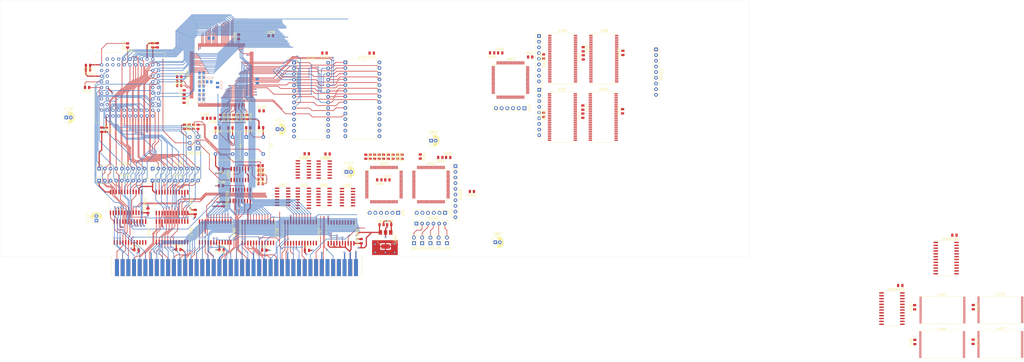
<source format=kicad_pcb>
(kicad_pcb (version 20171130) (host pcbnew 5.1.12-84ad8e8a86~92~ubuntu20.04.1)
  (layers (0 F.Cu signal) (1 In1.Cu signal) (2 In2.Cu signal) (31 B.Cu signal) (34 B.Paste user) (35 F.Paste user) (36 B.SilkS user) (37 F.SilkS user) (38 B.Mask user) (39 F.Mask user) (44 Edge.Cuts user))
  (net 0 "")
  (net 1 GND)
  (net 2 +5V)
  (net 3 "Net-(C211-Pad1)")
  (net 4 "Net-(C212-Pad1)")
  (net 5 +3V3)
  (net 6 "/CPLD 1/TDO0")
  (net 7 "/CPLD 1/TCK0")
  (net 8 "/CPLD 1/TMS0")
  (net 9 "/CPLD 1/TDI0")
  (net 10 "/CPLD 1/TDO1")
  (net 11 "/CPLD 1/TCK1")
  (net 12 "/CPLD 1/TMS1")
  (net 13 "/CPLD 1/TDI1")
  (net 14 "Net-(CN700-Pad8)")
  (net 15 "/Card Edge/AD8")
  (net 16 "/Card Edge/AD9")
  (net 17 "/Card Edge/AD10")
  (net 18 "/Card Edge/AD5")
  (net 19 "/Card Edge/AD6")
  (net 20 "/Card Edge/AA8")
  (net 21 "/Card Edge/AD7")
  (net 22 _AAS)
  (net 23 "/Card Edge/AD2")
  (net 24 "/Card Edge/AD1")
  (net 25 "Net-(CN700-Pad85)")
  (net 26 "/Card Edge/AD0")
  (net 27 "/Card Edge/AD4")
  (net 28 "/Card Edge/AD3")
  (net 29 "/Card Edge/AD11")
  (net 30 "/Card Edge/AD12")
  (net 31 "/Card Edge/AD13")
  (net 32 "/Card Edge/AD14")
  (net 33 "/Card Edge/AD15")
  (net 34 _ABGACK)
  (net 35 _UDS)
  (net 36 _ABR)
  (net 37 _LDS)
  (net 38 "/Card Edge/AA21")
  (net 39 AR_W)
  (net 40 "/Card Edge/AA20")
  (net 41 _DTACK)
  (net 42 "/Card Edge/AA19")
  (net 43 _ABG)
  (net 44 "/Card Edge/AA18")
  (net 45 "/Card Edge/AA7")
  (net 46 E)
  (net 47 "/Card Edge/AA3")
  (net 48 _VPA)
  (net 49 "/Card Edge/AA4")
  (net 50 "Net-(CN700-Pad46)")
  (net 51 "Net-(CN700-Pad22)")
  (net 52 "Net-(CN700-Pad44)")
  (net 53 _BOSS)
  (net 54 "Net-(CN700-Pad42)")
  (net 55 "Net-(CN700-Pad18)")
  (net 56 "Net-(CN700-Pad40)")
  (net 57 _C1)
  (net 58 "/Card Edge/AA12")
  (net 59 _C3)
  (net 60 "/Card Edge/AA11")
  (net 61 "Net-(CN700-Pad12)")
  (net 62 "/Card Edge/AA10")
  (net 63 "Net-(CN700-Pad10)")
  (net 64 "/Card Edge/AA9")
  (net 65 AFC0)
  (net 66 "/Card Edge/AA1")
  (net 67 "/Card Edge/AA23")
  (net 68 "/Card Edge/AA2")
  (net 69 "/Card Edge/AA22")
  (net 70 _HALT)
  (net 71 "/Card Edge/AA6")
  (net 72 _RESET)
  (net 73 "/Card Edge/AA5")
  (net 74 _VMA)
  (net 75 "Net-(CN700-Pad19)")
  (net 76 _OVR)
  (net 77 "/Card Edge/AA17")
  (net 78 _CDAC)
  (net 79 "/Card Edge/AA16")
  (net 80 "/Card Edge/AA15")
  (net 81 "Net-(CN700-Pad11)")
  (net 82 "/Card Edge/AA14")
  (net 83 28M)
  (net 84 "/Card Edge/AA13")
  (net 85 "Net-(CN700-Pad7)")
  (net 86 AFC2)
  (net 87 AFC1)
  (net 88 TWOMB)
  (net 89 B2000)
  (net 90 Z2AUTO)
  (net 91 OSMODE)
  (net 92 Z3AUTO)
  (net 93 _ECS)
  (net 94 "Net-(R204-Pad2)")
  (net 95 CPUCLK_A)
  (net 96 "Net-(R209-Pad1)")
  (net 97 _DS)
  (net 98 "Net-(R212-Pad2)")
  (net 99 _AS)
  (net 100 "Net-(R213-Pad2)")
  (net 101 R_W)
  (net 102 _CPURESET)
  (net 103 _BERR)
  (net 104 A24)
  (net 105 A25)
  (net 106 A26)
  (net 107 A27)
  (net 108 A28)
  (net 109 A29)
  (net 110 A30)
  (net 111 A31)
  (net 112 A16)
  (net 113 A17)
  (net 114 A18)
  (net 115 A19)
  (net 116 A20)
  (net 117 A21)
  (net 118 A22)
  (net 119 A23)
  (net 120 A8)
  (net 121 A9)
  (net 122 A10)
  (net 123 A11)
  (net 124 A12)
  (net 125 A13)
  (net 126 A14)
  (net 127 A15)
  (net 128 A0)
  (net 129 A1)
  (net 130 A2)
  (net 131 A3)
  (net 132 A4)
  (net 133 A5)
  (net 134 A6)
  (net 135 A7)
  (net 136 D7)
  (net 137 D6)
  (net 138 D5)
  (net 139 D4)
  (net 140 D3)
  (net 141 D2)
  (net 142 D1)
  (net 143 D0)
  (net 144 D15)
  (net 145 D14)
  (net 146 D13)
  (net 147 D12)
  (net 148 D11)
  (net 149 D10)
  (net 150 D9)
  (net 151 D8)
  (net 152 D23)
  (net 153 D22)
  (net 154 D21)
  (net 155 D20)
  (net 156 D19)
  (net 157 D18)
  (net 158 D17)
  (net 159 D16)
  (net 160 D31)
  (net 161 D30)
  (net 162 D29)
  (net 163 D28)
  (net 164 D27)
  (net 165 D26)
  (net 166 D25)
  (net 167 D24)
  (net 168 FC2)
  (net 169 FC1)
  (net 170 FC0)
  (net 171 SIZ1)
  (net 172 SIZ0)
  (net 173 _CBACK)
  (net 174 _CBREQ)
  (net 175 _STERM)
  (net 176 _SENSE)
  (net 177 _DSACK1)
  (net 178 _DSACK0)
  (net 179 _CSROM)
  (net 180 _CIIN)
  (net 181 "Net-(U200-Pad62)")
  (net 182 "Net-(U200-Pad61)")
  (net 183 "Net-(U200-Pad50)")
  (net 184 "Net-(U200-Pad84)")
  (net 185 "Net-(U200-Pad74)")
  (net 186 "Net-(U200-Pad73)")
  (net 187 _BR)
  (net 188 _BGACK)
  (net 189 _BG)
  (net 190 "Net-(U200-Pad15)")
  (net 191 "Net-(U200-Pad14)")
  (net 192 "Net-(U200-Pad13)")
  (net 193 _AVEC)
  (net 194 _FPUCS)
  (net 195 "Net-(U201-Pad15)")
  (net 196 _GRESET)
  (net 197 "Net-(U204-Pad11)")
  (net 198 "Net-(U204-Pad8)")
  (net 199 "Net-(U300-Pad12)")
  (net 200 "Net-(U300-Pad11)")
  (net 201 "Net-(U300-Pad9)")
  (net 202 "Net-(U300-Pad1)")
  (net 203 68KMODE)
  (net 204 JMODE)
  (net 205 RSTENB)
  (net 206 ROMCLK)
  (net 207 PHANTOMHI)
  (net 208 PHANTOMLO)
  (net 209 _REGRESET)
  (net 210 "Net-(U307-Pad8)")
  (net 211 "Net-(U307-Pad2)")
  (net 212 "/Base Memory/MA16")
  (net 213 _OE0)
  (net 214 "/Base Memory/MA1")
  (net 215 "/Base Memory/MA2")
  (net 216 "/Base Memory/MA3")
  (net 217 "/Base Memory/MA4")
  (net 218 "/Base Memory/MA5")
  (net 219 "/Base Memory/MA6")
  (net 220 "/Base Memory/MA7")
  (net 221 "/Base Memory/MA17")
  (net 222 "/Base Memory/MA18")
  (net 223 _UMBE)
  (net 224 _UUBE)
  (net 225 _WE0)
  (net 226 "/Base Memory/MA19")
  (net 227 "/Base Memory/MA8")
  (net 228 "/Base Memory/MA9")
  (net 229 "/Base Memory/MA10")
  (net 230 "/Base Memory/MA11")
  (net 231 "/Base Memory/MA12")
  (net 232 "/Base Memory/MA13")
  (net 233 "/Base Memory/MA14")
  (net 234 "/Base Memory/MA0")
  (net 235 "/Base Memory/MA15")
  (net 236 _LLBE)
  (net 237 _LMBE)
  (net 238 _OE1)
  (net 239 _WE1)
  (net 240 AS)
  (net 241 _EM0LMBE)
  (net 242 EM0CLKE)
  (net 243 "/Expansion Memory/EMA12")
  (net 244 "/Expansion Memory/EMA11")
  (net 245 "/Expansion Memory/EMA9")
  (net 246 "/Expansion Memory/EMA8")
  (net 247 "/Expansion Memory/EMA7")
  (net 248 "/Expansion Memory/EMA6")
  (net 249 "/Expansion Memory/EMA5")
  (net 250 "/Expansion Memory/EMA4")
  (net 251 "/Expansion Memory/EMA3")
  (net 252 "/Expansion Memory/EMA2")
  (net 253 "/Expansion Memory/EMA1")
  (net 254 "/Expansion Memory/EMA0")
  (net 255 "/Expansion Memory/EMA10")
  (net 256 EM0B1)
  (net 257 EM0B0)
  (net 258 _EM0CS)
  (net 259 _RAS0)
  (net 260 _CAS0)
  (net 261 EM0R_W)
  (net 262 _EM0LLBE)
  (net 263 _EM0UMBE)
  (net 264 _EM0UUBE)
  (net 265 _EM1LMBE)
  (net 266 EM1CLKE)
  (net 267 EM1B1)
  (net 268 EM1B0)
  (net 269 _EM1CS)
  (net 270 _RAS1)
  (net 271 _CAS1)
  (net 272 EM1R_W)
  (net 273 _EM1LLBE)
  (net 274 _EM1UUBE)
  (net 275 _EM1UMBE)
  (net 276 BG)
  (net 277 7M)
  (net 278 BGDIS)
  (net 279 "Net-(U502-Pad1)")
  (net 280 "Net-(U502-Pad8)")
  (net 281 "Net-(U502-Pad5)")
  (net 282 SCLK)
  (net 283 "Net-(U503-Pad8)")
  (net 284 "Net-(U503-Pad6)")
  (net 285 _MEMLOCK)
  (net 286 _ASDELAY)
  (net 287 "Net-(U600-Pad99)")
  (net 288 DSCLK)
  (net 289 _S7MDIS)
  (net 290 SN7MDIS)
  (net 291 _7M)
  (net 292 CDAC)
  (net 293 RESENB)
  (net 294 MODE68K)
  (net 295 "Net-(U600-Pad80)")
  (net 296 EXTSEL)
  (net 297 TRISTATE)
  (net 298 "Net-(U600-Pad73)")
  (net 299 _EXTERN)
  (net 300 _IVMA)
  (net 301 _ONBOARD)
  (net 302 _DSACKEN)
  (net 303 _DSACKDIS)
  (net 304 _BGDIS)
  (net 305 _CYCEND)
  (net 306 _MEMSEL)
  (net 307 "Net-(U600-Pad46)")
  (net 308 "Net-(U600-Pad43)")
  (net 309 _ADOEH)
  (net 310 _ADOEL)
  (net 311 ADDIR)
  (net 312 DRSEL)
  (net 313 "Net-(U600-Pad34)")
  (net 314 CONFIGED)
  (net 315 "Net-(U600-Pad32)")
  (net 316 MEMACCESS)
  (net 317 _DSEN)
  (net 318 "Net-(U600-Pad27)")
  (net 319 "Net-(U600-Pad24)")
  (net 320 "Net-(U600-Pad23)")
  (net 321 "Net-(U600-Pad22)")
  (net 322 "Net-(U600-Pad19)")
  (net 323 _ASEN)
  (net 324 A7M)
  (net 325 IPLCLK)
  (net 326 "Net-(U600-Pad7)")
  (net 327 "Net-(U600-Pad6)")
  (net 328 "Net-(U600-Pad4)")
  (net 329 "Net-(U600-Pad3)")
  (net 330 "Net-(U600-Pad2)")
  (net 331 "Net-(U600-Pad1)")
  (net 332 "Net-(U601-Pad99)")
  (net 333 "Net-(U601-Pad80)")
  (net 334 "Net-(U601-Pad73)")
  (net 335 "Net-(U601-Pad46)")
  (net 336 "Net-(U601-Pad43)")
  (net 337 "Net-(U601-Pad34)")
  (net 338 AUTO)
  (net 339 "Net-(U601-Pad27)")
  (net 340 "Net-(U601-Pad25)")
  (net 341 "Net-(U601-Pad24)")
  (net 342 "Net-(U601-Pad23)")
  (net 343 "Net-(U601-Pad19)")
  (net 344 "Net-(U601-Pad7)")
  (net 345 "Net-(U601-Pad4)")
  (net 346 "Net-(U601-Pad3)")
  (net 347 "Net-(U601-Pad2)")
  (net 348 "Net-(U601-Pad1)")
  (net 349 EMA0)
  (net 350 EMA1)
  (net 351 EMA2)
  (net 352 EMA3)
  (net 353 EMA4)
  (net 354 EMA5)
  (net 355 EMA6)
  (net 356 _CSEM0)
  (net 357 EMA7)
  (net 358 "Net-(U602-Pad80)")
  (net 359 "Net-(U602-Pad73)")
  (net 360 "Net-(U602-Pad46)")
  (net 361 "Net-(U602-Pad43)")
  (net 362 "Net-(U602-Pad34)")
  (net 363 "Net-(U602-Pad24)")
  (net 364 "Net-(U602-Pad19)")
  (net 365 EMA8)
  (net 366 EMA9)
  (net 367 EMA10)
  (net 368 EMA11)
  (net 369 EMA12)
  (net 370 "Net-(U602-Pad7)")
  (net 371 _CSEM1)
  (net 372 "Net-(U602-Pad2)")
  (net 373 "Net-(U606-Pad9)")
  (net 374 "Net-(U606-Pad7)")
  (net 375 "Net-(U606-Pad5)")
  (net 376 "Net-(U606-Pad3)")
  (net 377 "Net-(U700-Pad15)")
  (net 378 "Net-(U700-Pad12)")
  (net 379 "Net-(U700-Pad10)")
  (net 380 "Net-(U701-Pad23)")
  (net 381 "Net-(U701-Pad1)")
  (net 382 "Net-(U702-Pad23)")
  (net 383 "Net-(U702-Pad1)")
  (net 384 "Net-(U707-Pad18)")
  (net 385 "Net-(U707-Pad2)")
  (net 386 "Net-(C213-Pad1)")
  (net 387 "Net-(JP201-Pad3)")
  (net 388 "Net-(JP201-Pad2)")
  (net 389 "Net-(JP202-Pad3)")
  (net 390 "Net-(JP202-Pad2)")
  (net 391 "Net-(JP202-Pad1)")
  (net 392 "Net-(R203-Pad2)")
  (net 393 "Net-(R215-Pad1)")
  (net 394 "Net-(R216-Pad1)")
  (net 395 "Net-(U200-Pad121)")
  (net 396 "Net-(R701-Pad1)")
  (net 397 "Net-(R702-Pad1)")
  (net 398 "Net-(R703-Pad1)")
  (net 399 "Net-(R704-Pad1)")
  (net 400 "Net-(R705-Pad1)")
  (net 401 "Net-(U303-Pad7)")
  (net 402 _S7MDISD)
  (net 403 "Net-(U507-Pad6)")
  (net 404 _IPL0)
  (net 405 _IPL1)
  (net 406 _IPL2)
  (net 407 "Net-(C700-Pad1)")
  (net 408 "Net-(R219-Pad1)")
  (net 409 "Net-(R223-Pad1)")
  (net 410 "Net-(R226-Pad2)")
  (net 411 "Net-(R227-Pad2)")
  (module Resistor_SMD:R_0805_2012Metric (layer F.Cu) (at 152.4254 134.7978 180)
    (fp_text reference R226 (at 0 -1.65) (layer F.SilkS))
    (fp_text value 1K)
    (pad 2 smd roundrect (at 0.9125 0 180) (size 1.025 1.4) (layers F.Cu F.Paste F.Mask) (roundrect_rratio 0.243902) (net 410 "Net-(R226-Pad2)"))
    (pad 1 smd roundrect (at -0.9125 0 180) (size 1.025 1.4) (layers F.Cu F.Paste F.Mask) (roundrect_rratio 0.243902) (net 2 +5V))
  )
  (module Resistor_SMD:R_0805_2012Metric (layer F.Cu) (at 166.0906 134.6962 180)
    (fp_text reference R227 (at 0 -1.65) (layer F.SilkS))
    (fp_text value 1K)
    (pad 2 smd roundrect (at 0.9125 0 180) (size 1.025 1.4) (layers F.Cu F.Paste F.Mask) (roundrect_rratio 0.243902) (net 411 "Net-(R227-Pad2)"))
    (pad 1 smd roundrect (at -0.9125 0 180) (size 1.025 1.4) (layers F.Cu F.Paste F.Mask) (roundrect_rratio 0.243902) (net 2 +5V))
  )
  (module Resistor_SMD:R_0805_2012Metric (layer F.Cu) (at 171.6024 157.734 180)
    (fp_text reference R210 (at 0 -1.65) (layer F.SilkS))
    (fp_text value 68)
    (pad 2 smd roundrect (at 0.9125 0 180) (size 1.025 1.4) (layers F.Cu F.Paste F.Mask) (roundrect_rratio 0.243902) (net 4 "Net-(C212-Pad1)"))
    (pad 1 smd roundrect (at -0.9125 0 180) (size 1.025 1.4) (layers F.Cu F.Paste F.Mask) (roundrect_rratio 0.243902) (net 391 "Net-(JP202-Pad1)"))
  )
  (module Resistor_SMD:R_0805_2012Metric (layer B.Cu) (at 145.2626 114.173)
    (fp_text reference R225 (at 0 1.65) (layer B.SilkS) (effects (justify mirror)))
    (fp_text value 1K)
    (pad 2 smd roundrect (at 0.9125 0) (size 1.025 1.4) (layers B.Cu B.Paste B.Mask) (roundrect_rratio 0.243902) (net 2 +5V))
    (pad 1 smd roundrect (at -0.9125 0) (size 1.025 1.4) (layers B.Cu B.Paste B.Mask) (roundrect_rratio 0.243902) (net 173 _CBACK))
  )
  (module Resistor_SMD:R_0805_2012Metric (layer B.Cu) (at 145.2626 112.2172)
    (fp_text reference R224 (at 0 1.65) (layer B.SilkS) (effects (justify mirror)))
    (fp_text value 1K)
    (pad 2 smd roundrect (at 0.9125 0) (size 1.025 1.4) (layers B.Cu B.Paste B.Mask) (roundrect_rratio 0.243902) (net 2 +5V))
    (pad 1 smd roundrect (at -0.9125 0) (size 1.025 1.4) (layers B.Cu B.Paste B.Mask) (roundrect_rratio 0.243902) (net 174 _CBREQ))
  )
  (module Resistor_SMD:R_0805_2012Metric (layer F.Cu) (at 161.8234 94.0562 90)
    (fp_text reference R223 (at 0 -1.65 90) (layer F.SilkS))
    (fp_text value 1K)
    (pad 2 smd roundrect (at 0.9125 0 90) (size 1.025 1.4) (layers F.Cu F.Paste F.Mask) (roundrect_rratio 0.243902) (net 2 +5V))
    (pad 1 smd roundrect (at -0.9125 0 90) (size 1.025 1.4) (layers F.Cu F.Paste F.Mask) (roundrect_rratio 0.243902) (net 409 "Net-(R223-Pad1)"))
  )
  (module Resistor_SMD:R_0805_2012Metric (layer B.Cu) (at 145.2626 118.0592)
    (fp_text reference R222 (at 0 1.65) (layer B.SilkS) (effects (justify mirror)))
    (fp_text value 1K)
    (pad 2 smd roundrect (at 0.9125 0) (size 1.025 1.4) (layers B.Cu B.Paste B.Mask) (roundrect_rratio 0.243902) (net 2 +5V))
    (pad 1 smd roundrect (at -0.9125 0) (size 1.025 1.4) (layers B.Cu B.Paste B.Mask) (roundrect_rratio 0.243902) (net 175 _STERM))
  )
  (module Resistor_SMD:R_0805_2012Metric (layer B.Cu) (at 148.6916 114.1984 180)
    (fp_text reference R221 (at 0 1.65) (layer B.SilkS) (effects (justify mirror)))
    (fp_text value 1K)
    (pad 2 smd roundrect (at 0.9125 0 180) (size 1.025 1.4) (layers B.Cu B.Paste B.Mask) (roundrect_rratio 0.243902) (net 2 +5V))
    (pad 1 smd roundrect (at -0.9125 0 180) (size 1.025 1.4) (layers B.Cu B.Paste B.Mask) (roundrect_rratio 0.243902) (net 93 _ECS))
  )
  (module Resistor_SMD:R_0805_2012Metric (layer F.Cu) (at 112.2426 97.9424 90)
    (fp_text reference R220 (at 0 -1.65 90) (layer F.SilkS))
    (fp_text value 1K)
    (pad 2 smd roundrect (at 0.9125 0 90) (size 1.025 1.4) (layers F.Cu F.Paste F.Mask) (roundrect_rratio 0.243902) (net 2 +5V))
    (pad 1 smd roundrect (at -0.9125 0 90) (size 1.025 1.4) (layers F.Cu F.Paste F.Mask) (roundrect_rratio 0.243902) (net 176 _SENSE))
  )
  (module Resistor_SMD:R_0805_2012Metric (layer F.Cu) (at 94.1578 116.7384 180)
    (fp_text reference R219 (at 0 -1.65) (layer F.SilkS))
    (fp_text value 1K)
    (pad 2 smd roundrect (at 0.9125 0 180) (size 1.025 1.4) (layers F.Cu F.Paste F.Mask) (roundrect_rratio 0.243902) (net 2 +5V))
    (pad 1 smd roundrect (at -0.9125 0 180) (size 1.025 1.4) (layers F.Cu F.Paste F.Mask) (roundrect_rratio 0.243902) (net 408 "Net-(R219-Pad1)"))
  )
  (module Resistor_SMD:R_0805_2012Metric (layer B.Cu) (at 145.2626 120.044)
    (fp_text reference R218 (at 0 1.65) (layer B.SilkS) (effects (justify mirror)))
    (fp_text value 1K)
    (pad 2 smd roundrect (at 0.9125 0) (size 1.025 1.4) (layers B.Cu B.Paste B.Mask) (roundrect_rratio 0.243902) (net 2 +5V))
    (pad 1 smd roundrect (at -0.9125 0) (size 1.025 1.4) (layers B.Cu B.Paste B.Mask) (roundrect_rratio 0.243902) (net 177 _DSACK1))
  )
  (module Resistor_SMD:R_0805_2012Metric (layer B.Cu) (at 145.2626 121.9962)
    (fp_text reference R217 (at 0 1.65) (layer B.SilkS) (effects (justify mirror)))
    (fp_text value 1K)
    (pad 2 smd roundrect (at 0.9125 0) (size 1.025 1.4) (layers B.Cu B.Paste B.Mask) (roundrect_rratio 0.243902) (net 2 +5V))
    (pad 1 smd roundrect (at -0.9125 0) (size 1.025 1.4) (layers B.Cu B.Paste B.Mask) (roundrect_rratio 0.243902) (net 178 _DSACK0))
  )
  (module Resistor_SMD:R_0805_2012Metric (layer F.Cu) (at 153.924 160.655)
    (fp_text reference R706 (at 0 -1.65) (layer F.SilkS))
    (fp_text value 1k)
    (pad 2 smd roundrect (at 0.9125 0) (size 1.025 1.4) (layers F.Cu F.Paste F.Mask) (roundrect_rratio 0.243902) (net 407 "Net-(C700-Pad1)"))
    (pad 1 smd roundrect (at -0.9125 0) (size 1.025 1.4) (layers F.Cu F.Paste F.Mask) (roundrect_rratio 0.243902) (net 2 +5V))
  )
  (module Capacitor_SMD:C_0805_2012Metric (layer B.Cu) (at 149.5552 94.6912 180)
    (fp_text reference C202 (at 0 1.68) (layer B.SilkS) (effects (justify mirror)))
    (fp_text value 0.01uF)
    (pad 2 smd roundrect (at 0.95 0 180) (size 1 1.45) (layers B.Cu B.Paste B.Mask) (net 1 GND))
    (pad 1 smd roundrect (at -0.95 0 180) (size 1 1.45) (layers B.Cu B.Paste B.Mask) (net 2 +5V))
  )
  (module Resistor_SMD:R_0805_2012Metric (layer F.Cu) (at 159.6136 129.9718 270)
    (fp_text reference R103 (at 0 -1.65 90) (layer F.SilkS))
    (fp_text value 1K)
    (pad 2 smd roundrect (at 0.9125 0 270) (size 1.025 1.4) (layers F.Cu F.Paste F.Mask) (roundrect_rratio 0.243902) (net 1 GND))
    (pad 1 smd roundrect (at -0.9125 0 270) (size 1.025 1.4) (layers F.Cu F.Paste F.Mask) (roundrect_rratio 0.243902) (net 108 A28))
  )
  (module Resistor_SMD:R_0805_2012Metric (layer F.Cu) (at 291.973 103.0986)
    (fp_text reference R107 (at 0 -1.65) (layer F.SilkS))
    (fp_text value 1K)
    (pad 2 smd roundrect (at 0.9125 0) (size 1.025 1.4) (layers F.Cu F.Paste F.Mask) (roundrect_rratio 0.243902) (net 1 GND))
    (pad 1 smd roundrect (at -0.9125 0) (size 1.025 1.4) (layers F.Cu F.Paste F.Mask) (roundrect_rratio 0.243902) (net 104 A24))
  )
  (module Resistor_SMD:R_0805_2012Metric (layer F.Cu) (at 165.481 129.9718 270)
    (fp_text reference R106 (at 0 -1.65 90) (layer F.SilkS))
    (fp_text value 1K)
    (pad 2 smd roundrect (at 0.9125 0 270) (size 1.025 1.4) (layers F.Cu F.Paste F.Mask) (roundrect_rratio 0.243902) (net 1 GND))
    (pad 1 smd roundrect (at -0.9125 0 270) (size 1.025 1.4) (layers F.Cu F.Paste F.Mask) (roundrect_rratio 0.243902) (net 105 A25))
  )
  (module Resistor_SMD:R_0805_2012Metric (layer F.Cu) (at 163.5252 129.9718 270)
    (fp_text reference R105 (at 0 -1.65 90) (layer F.SilkS))
    (fp_text value 1K)
    (pad 2 smd roundrect (at 0.9125 0 270) (size 1.025 1.4) (layers F.Cu F.Paste F.Mask) (roundrect_rratio 0.243902) (net 1 GND))
    (pad 1 smd roundrect (at -0.9125 0 270) (size 1.025 1.4) (layers F.Cu F.Paste F.Mask) (roundrect_rratio 0.243902) (net 106 A26))
  )
  (module Resistor_SMD:R_0805_2012Metric (layer F.Cu) (at 161.5694 129.9718 270)
    (fp_text reference R104 (at 0 -1.65 90) (layer F.SilkS))
    (fp_text value 1K)
    (pad 2 smd roundrect (at 0.9125 0 270) (size 1.025 1.4) (layers F.Cu F.Paste F.Mask) (roundrect_rratio 0.243902) (net 1 GND))
    (pad 1 smd roundrect (at -0.9125 0 270) (size 1.025 1.4) (layers F.Cu F.Paste F.Mask) (roundrect_rratio 0.243902) (net 107 A27))
  )
  (module Resistor_SMD:R_0805_2012Metric (layer F.Cu) (at 157.6578 129.9718 270)
    (fp_text reference R102 (at 0 -1.65 90) (layer F.SilkS))
    (fp_text value 1K)
    (pad 2 smd roundrect (at 0.9125 0 270) (size 1.025 1.4) (layers F.Cu F.Paste F.Mask) (roundrect_rratio 0.243902) (net 1 GND))
    (pad 1 smd roundrect (at -0.9125 0 270) (size 1.025 1.4) (layers F.Cu F.Paste F.Mask) (roundrect_rratio 0.243902) (net 109 A29))
  )
  (module Resistor_SMD:R_0805_2012Metric (layer F.Cu) (at 155.702 129.9718 270)
    (fp_text reference R101 (at 0 -1.65 90) (layer F.SilkS))
    (fp_text value 1K)
    (pad 2 smd roundrect (at 0.9125 0 270) (size 1.025 1.4) (layers F.Cu F.Paste F.Mask) (roundrect_rratio 0.243902) (net 1 GND))
    (pad 1 smd roundrect (at -0.9125 0 270) (size 1.025 1.4) (layers F.Cu F.Paste F.Mask) (roundrect_rratio 0.243902) (net 110 A30))
  )
  (module Resistor_SMD:R_0805_2012Metric (layer F.Cu) (at 153.7462 129.9718 270)
    (fp_text reference R100 (at 0 -1.65 90) (layer F.SilkS))
    (fp_text value 1K)
    (pad 2 smd roundrect (at 0.9125 0 270) (size 1.025 1.4) (layers F.Cu F.Paste F.Mask) (roundrect_rratio 0.243902) (net 1 GND))
    (pad 1 smd roundrect (at -0.9125 0 270) (size 1.025 1.4) (layers F.Cu F.Paste F.Mask) (roundrect_rratio 0.243902) (net 111 A31))
  )
  (module Capacitor_SMD:C_0805_2012Metric (layer F.Cu) (at 125.5268 97.8662 90)
    (fp_text reference C216 (at 0 -1.68 90) (layer F.SilkS))
    (fp_text value 0.1uF)
    (pad 2 smd roundrect (at 0.95 0 90) (size 1 1.45) (layers F.Cu F.Paste F.Mask) (net 1 GND))
    (pad 1 smd roundrect (at -0.95 0 90) (size 1 1.45) (layers F.Cu F.Paste F.Mask) (net 2 +5V))
  )
  (module Package_TO_SOT_SMD:SOT-223 (layer F.Cu) (at 227.3935 184.6707 270)
    (fp_text reference U800 (at 0 -4.5 90) (layer F.SilkS))
    (fp_text value LM1117-3.3)
    (pad 1 smd rect (at -3.15 -2.3 270) (size 2 1.5) (layers F.Cu F.Paste F.Mask) (net 1 GND))
    (pad 3 smd rect (at -3.15 2.3 270) (size 2 1.5) (layers F.Cu F.Paste F.Mask) (net 2 +5V))
    (pad 2 smd rect (at -3.15 0 270) (size 2 1.5) (layers F.Cu F.Paste F.Mask) (net 5 +3V3))
    (pad 4 smd rect (at 3.15 0 270) (size 2 3.8) (layers F.Cu F.Paste F.Mask) (net 5 +3V3))
  )
  (module Package_SO:SOIC-14_3.9x8.7mm_P1.27mm (layer F.Cu) (at 210.4136 165.7604)
    (fp_text reference U507 (at 0 -5.28) (layer F.SilkS))
    (fp_text value 74HCT74)
    (pad 14 smd roundrect (at 2.475 -3.81) (size 1.95 0.6) (layers F.Cu F.Paste F.Mask))
    (pad 13 smd roundrect (at 2.475 -2.54) (size 1.95 0.6) (layers F.Cu F.Paste F.Mask))
    (pad 12 smd roundrect (at 2.475 -1.27) (size 1.95 0.6) (layers F.Cu F.Paste F.Mask))
    (pad 11 smd roundrect (at 2.475 0) (size 1.95 0.6) (layers F.Cu F.Paste F.Mask))
    (pad 10 smd roundrect (at 2.475 1.27) (size 1.95 0.6) (layers F.Cu F.Paste F.Mask))
    (pad 9 smd roundrect (at 2.475 2.54) (size 1.95 0.6) (layers F.Cu F.Paste F.Mask))
    (pad 8 smd roundrect (at 2.475 3.81) (size 1.95 0.6) (layers F.Cu F.Paste F.Mask))
    (pad 7 smd roundrect (at -2.475 3.81) (size 1.95 0.6) (layers F.Cu F.Paste F.Mask))
    (pad 6 smd roundrect (at -2.475 2.54) (size 1.95 0.6) (layers F.Cu F.Paste F.Mask) (net 403 "Net-(U507-Pad6)"))
    (pad 5 smd roundrect (at -2.475 1.27) (size 1.95 0.6) (layers F.Cu F.Paste F.Mask) (net 200 "Net-(U300-Pad11)"))
    (pad 4 smd roundrect (at -2.475 0) (size 1.95 0.6) (layers F.Cu F.Paste F.Mask) (net 2 +5V))
    (pad 3 smd roundrect (at -2.475 -1.27) (size 1.95 0.6) (layers F.Cu F.Paste F.Mask) (net 288 DSCLK))
    (pad 2 smd roundrect (at -2.475 -2.54) (size 1.95 0.6) (layers F.Cu F.Paste F.Mask) (net 302 _DSACKEN))
    (pad 1 smd roundrect (at -2.475 -3.81) (size 1.95 0.6) (layers F.Cu F.Paste F.Mask) (net 303 _DSACKDIS))
  )
  (module Resistor_SMD:R_0805_2012Metric (layer F.Cu) (at 226.5256 147.6932 270)
    (fp_text reference R705 (at 0 -1.65 90) (layer F.SilkS))
    (fp_text value 47)
    (pad 2 smd roundrect (at 0.9125 0 270) (size 1.025 1.4) (layers F.Cu F.Paste F.Mask) (roundrect_rratio 0.243902) (net 288 DSCLK))
    (pad 1 smd roundrect (at -0.9125 0 270) (size 1.025 1.4) (layers F.Cu F.Paste F.Mask) (roundrect_rratio 0.243902) (net 400 "Net-(R705-Pad1)"))
  )
  (module Resistor_SMD:R_0805_2012Metric (layer F.Cu) (at 222.5294 147.6883 270)
    (fp_text reference R704 (at 0 -1.65 90) (layer F.SilkS))
    (fp_text value 47)
    (pad 2 smd roundrect (at 0.9125 0 270) (size 1.025 1.4) (layers F.Cu F.Paste F.Mask) (roundrect_rratio 0.243902) (net 325 IPLCLK))
    (pad 1 smd roundrect (at -0.9125 0 270) (size 1.025 1.4) (layers F.Cu F.Paste F.Mask) (roundrect_rratio 0.243902) (net 399 "Net-(R704-Pad1)"))
  )
  (module Resistor_SMD:R_0805_2012Metric (layer F.Cu) (at 224.5233 147.6883 270)
    (fp_text reference R703 (at 0 -1.65 90) (layer F.SilkS))
    (fp_text value 47)
    (pad 2 smd roundrect (at 0.9125 0 270) (size 1.025 1.4) (layers F.Cu F.Paste F.Mask) (roundrect_rratio 0.243902) (net 291 _7M))
    (pad 1 smd roundrect (at -0.9125 0 270) (size 1.025 1.4) (layers F.Cu F.Paste F.Mask) (roundrect_rratio 0.243902) (net 398 "Net-(R703-Pad1)"))
  )
  (module Resistor_SMD:R_0805_2012Metric (layer F.Cu) (at 220.5482 147.6883 270)
    (fp_text reference R702 (at 0 -1.65 90) (layer F.SilkS))
    (fp_text value 47)
    (pad 2 smd roundrect (at 0.9125 0 270) (size 1.025 1.4) (layers F.Cu F.Paste F.Mask) (roundrect_rratio 0.243902) (net 277 7M))
    (pad 1 smd roundrect (at -0.9125 0 270) (size 1.025 1.4) (layers F.Cu F.Paste F.Mask) (roundrect_rratio 0.243902) (net 397 "Net-(R702-Pad1)"))
  )
  (module Resistor_SMD:R_0805_2012Metric (layer F.Cu) (at 218.5924 147.6883 270)
    (fp_text reference R701 (at 0 -1.65 90) (layer F.SilkS))
    (fp_text value 47)
    (pad 2 smd roundrect (at 0.9125 0 270) (size 1.025 1.4) (layers F.Cu F.Paste F.Mask) (roundrect_rratio 0.243902) (net 282 SCLK))
    (pad 1 smd roundrect (at -0.9125 0 270) (size 1.025 1.4) (layers F.Cu F.Paste F.Mask) (roundrect_rratio 0.243902) (net 396 "Net-(R701-Pad1)"))
  )
  (module Resistor_SMD:R_0805_2012Metric (layer F.Cu) (at 265.938 163.2204 180)
    (fp_text reference R302 (at 0 -1.65) (layer F.SilkS))
    (fp_text value 3.3K)
    (pad 2 smd roundrect (at 0.9125 0 180) (size 1.025 1.4) (layers F.Cu F.Paste F.Mask) (roundrect_rratio 0.243902) (net 99 _AS))
    (pad 1 smd roundrect (at -0.9125 0 180) (size 1.025 1.4) (layers F.Cu F.Paste F.Mask) (roundrect_rratio 0.243902) (net 2 +5V))
  )
  (module Resistor_SMD:R_0805_2012Metric (layer F.Cu) (at 242.9002 147.5994 270)
    (fp_text reference R301 (at 0 -1.65 90) (layer F.SilkS))
    (fp_text value 470)
    (pad 2 smd roundrect (at 0.9125 0 270) (size 1.025 1.4) (layers F.Cu F.Paste F.Mask) (roundrect_rratio 0.243902) (net 306 _MEMSEL))
    (pad 1 smd roundrect (at -0.9125 0 270) (size 1.025 1.4) (layers F.Cu F.Paste F.Mask) (roundrect_rratio 0.243902) (net 2 +5V))
  )
  (module Resistor_SMD:R_0805_2012Metric (layer F.Cu) (at 234.7976 147.7137 90)
    (fp_text reference R300 (at 0 -1.65 90) (layer F.SilkS))
    (fp_text value 1K)
    (pad 2 smd roundrect (at 0.9125 0 90) (size 1.025 1.4) (layers F.Cu F.Paste F.Mask) (roundrect_rratio 0.243902) (net 1 GND))
    (pad 1 smd roundrect (at -0.9125 0 90) (size 1.025 1.4) (layers F.Cu F.Paste F.Mask) (roundrect_rratio 0.243902) (net 296 EXTSEL))
  )
  (module Capacitor_THT:CP_Radial_D5.0mm_P2.00mm (layer F.Cu) (at 276.4028 185.928)
    (fp_text reference C803 (at 1 -3.75) (layer F.SilkS))
    (fp_text value 47uF)
    (pad 2 thru_hole circle (at 2 0) (size 1.6 1.6) (drill 0.8) (layers *.Cu *.Mask) (net 1 GND))
    (pad 1 thru_hole rect (at 0 0) (size 1.6 1.6) (drill 0.8) (layers *.Cu *.Mask) (net 5 +3V3))
  )
  (module Capacitor_THT:CP_Radial_D5.0mm_P2.00mm (layer F.Cu) (at 247.7262 140.4747)
    (fp_text reference C802 (at 1 -3.75) (layer F.SilkS))
    (fp_text value 47uF)
    (pad 2 thru_hole circle (at 2 0) (size 1.6 1.6) (drill 0.8) (layers *.Cu *.Mask) (net 1 GND))
    (pad 1 thru_hole rect (at 0 0) (size 1.6 1.6) (drill 0.8) (layers *.Cu *.Mask) (net 5 +3V3))
  )
  (module Resistor_SMD:R_0805_2012Metric (layer F.Cu) (at 225.6155 178.054)
    (fp_text reference C801 (at 0 -1.65) (layer F.SilkS))
    (fp_text value 10uF)
    (pad 2 smd roundrect (at 0.9125 0) (size 1.025 1.4) (layers F.Cu F.Paste F.Mask) (roundrect_rratio 0.243902) (net 1 GND))
    (pad 1 smd roundrect (at -0.9125 0) (size 1.025 1.4) (layers F.Cu F.Paste F.Mask) (roundrect_rratio 0.243902) (net 2 +5V))
  )
  (module Resistor_SMD:R_0805_2012Metric (layer F.Cu) (at 229.0318 178.054)
    (fp_text reference C800 (at 0 -1.65) (layer F.SilkS))
    (fp_text value 10uF)
    (pad 2 smd roundrect (at 0.9125 0) (size 1.025 1.4) (layers F.Cu F.Paste F.Mask) (roundrect_rratio 0.243902) (net 1 GND))
    (pad 1 smd roundrect (at -0.9125 0) (size 1.025 1.4) (layers F.Cu F.Paste F.Mask) (roundrect_rratio 0.243902) (net 5 +3V3))
  )
  (module Capacitor_SMD:C_0805_2012Metric (layer F.Cu) (at 153.924 153.1366 180)
    (fp_text reference C204 (at 0 -1.68) (layer F.SilkS))
    (fp_text value 0.22uF)
    (pad 2 smd roundrect (at 0.95 0 180) (size 1 1.45) (layers F.Cu F.Paste F.Mask) (net 1 GND))
    (pad 1 smd roundrect (at -0.95 0 180) (size 1 1.45) (layers F.Cu F.Paste F.Mask) (net 2 +5V))
  )
  (module Capacitor_SMD:C_0805_2012Metric (layer F.Cu) (at 216.5477 185.4327 90)
    (fp_text reference C606 (at 0 -1.68 90) (layer F.SilkS))
    (fp_text value 0.22)
    (pad 2 smd roundrect (at 0.95 0 90) (size 1 1.45) (layers F.Cu F.Paste F.Mask) (net 1 GND))
    (pad 1 smd roundrect (at -0.95 0 90) (size 1 1.45) (layers F.Cu F.Paste F.Mask) (net 2 +5V))
  )
  (module Capacitor_SMD:C_0805_2012Metric (layer F.Cu) (at 192.2272 146.3548 180)
    (fp_text reference C503 (at 0 -1.68) (layer F.SilkS))
    (fp_text value 0.22)
    (pad 2 smd roundrect (at 0.95 0 180) (size 1 1.45) (layers F.Cu F.Paste F.Mask) (net 1 GND))
    (pad 1 smd roundrect (at -0.95 0 180) (size 1 1.45) (layers F.Cu F.Paste F.Mask) (net 2 +5V))
  )
  (module Capacitor_SMD:C_0805_2012Metric (layer F.Cu) (at 201.5236 146.4564 180)
    (fp_text reference C300 (at 0 -1.68) (layer F.SilkS))
    (fp_text value 0.22)
    (pad 2 smd roundrect (at 0.95 0 180) (size 1 1.45) (layers F.Cu F.Paste F.Mask) (net 1 GND))
    (pad 1 smd roundrect (at -0.95 0 180) (size 1 1.45) (layers F.Cu F.Paste F.Mask) (net 2 +5V))
  )
  (module Capacitor_SMD:C_0805_2012Metric (layer F.Cu) (at 94.5642 106.8578 180)
    (fp_text reference C220 (at 0 -1.68) (layer F.SilkS))
    (fp_text value 0.1uF)
    (pad 2 smd roundrect (at 0.95 0 180) (size 1 1.45) (layers F.Cu F.Paste F.Mask) (net 1 GND))
    (pad 1 smd roundrect (at -0.95 0 180) (size 1 1.45) (layers F.Cu F.Paste F.Mask) (net 2 +5V))
  )
  (module Capacitor_SMD:C_0805_2012Metric (layer F.Cu) (at 94.5642 108.8771 180)
    (fp_text reference C219 (at 0 -1.68) (layer F.SilkS))
    (fp_text value 0.01uF)
    (pad 2 smd roundrect (at 0.95 0 180) (size 1 1.45) (layers F.Cu F.Paste F.Mask) (net 1 GND))
    (pad 1 smd roundrect (at -0.95 0 180) (size 1 1.45) (layers F.Cu F.Paste F.Mask) (net 2 +5V))
  )
  (module Capacitor_SMD:C_0805_2012Metric (layer F.Cu) (at 100.6856 135.6106 270)
    (fp_text reference C218 (at 0 -1.68 90) (layer F.SilkS))
    (fp_text value 0.1uF)
    (pad 2 smd roundrect (at 0.95 0 270) (size 1 1.45) (layers F.Cu F.Paste F.Mask) (net 1 GND))
    (pad 1 smd roundrect (at -0.95 0 270) (size 1 1.45) (layers F.Cu F.Paste F.Mask) (net 2 +5V))
  )
  (module Capacitor_SMD:C_0805_2012Metric (layer F.Cu) (at 102.7176 135.6106 270)
    (fp_text reference C217 (at 0 -1.68 90) (layer F.SilkS))
    (fp_text value 0.01uF)
    (pad 2 smd roundrect (at 0.95 0 270) (size 1 1.45) (layers F.Cu F.Paste F.Mask) (net 1 GND))
    (pad 1 smd roundrect (at -0.95 0 270) (size 1 1.45) (layers F.Cu F.Paste F.Mask) (net 2 +5V))
  )
  (module Capacitor_SMD:C_0805_2012Metric (layer F.Cu) (at 123.4948 97.8662 90)
    (fp_text reference C215 (at 0 -1.68 90) (layer F.SilkS))
    (fp_text value 0.01uF)
    (pad 2 smd roundrect (at 0.95 0 90) (size 1 1.45) (layers F.Cu F.Paste F.Mask) (net 1 GND))
    (pad 1 smd roundrect (at -0.95 0 90) (size 1 1.45) (layers F.Cu F.Paste F.Mask) (net 2 +5V))
  )
  (module Capacitor_SMD:C_0805_2012Metric (layer B.Cu) (at 170.1292 113.8428 270)
    (fp_text reference C214 (at 0 1.68 270) (layer B.SilkS) (effects (justify mirror)))
    (fp_text value 0.1uF)
    (pad 2 smd roundrect (at 0.95 0 270) (size 1 1.45) (layers B.Cu B.Paste B.Mask) (net 1 GND))
    (pad 1 smd roundrect (at -0.95 0 270) (size 1 1.45) (layers B.Cu B.Paste B.Mask) (net 2 +5V))
  )
  (module Capacitor_SMD:C_0805_2012Metric (layer B.Cu) (at 152.4 115.6462 90)
    (fp_text reference C210 (at 0 1.68 270) (layer B.SilkS) (effects (justify mirror)))
    (fp_text value 0.01uF)
    (pad 2 smd roundrect (at 0.95 0 90) (size 1 1.45) (layers B.Cu B.Paste B.Mask) (net 1 GND))
    (pad 1 smd roundrect (at -0.95 0 90) (size 1 1.45) (layers B.Cu B.Paste B.Mask) (net 2 +5V))
  )
  (module Capacitor_SMD:C_0805_2012Metric (layer F.Cu) (at 150.2156 130.4925 180)
    (fp_text reference C208 (at 0 -1.68) (layer F.SilkS))
    (fp_text value 0.1uF)
    (pad 2 smd roundrect (at 0.95 0 180) (size 1 1.45) (layers F.Cu F.Paste F.Mask) (net 1 GND))
    (pad 1 smd roundrect (at -0.95 0 180) (size 1 1.45) (layers F.Cu F.Paste F.Mask) (net 2 +5V))
  )
  (module Capacitor_SMD:C_0805_2012Metric (layer F.Cu) (at 172.0596 127.1651)
    (fp_text reference C205 (at 0 -1.68) (layer F.SilkS))
    (fp_text value 330pF)
    (pad 2 smd roundrect (at 0.95 0) (size 1 1.45) (layers F.Cu F.Paste F.Mask) (net 1 GND))
    (pad 1 smd roundrect (at -0.95 0) (size 1 1.45) (layers F.Cu F.Paste F.Mask) (net 2 +5V))
  )
  (module Capacitor_SMD:C_0805_2012Metric (layer F.Cu) (at 333.1972 127.381 90)
    (fp_text reference C413 (at 0 -1.68 90) (layer F.SilkS))
    (fp_text value 0.33uF)
    (pad 2 smd roundrect (at 0.95 0 90) (size 1 1.45) (layers F.Cu F.Paste F.Mask) (net 1 GND))
    (pad 1 smd roundrect (at -0.95 0 90) (size 1 1.45) (layers F.Cu F.Paste F.Mask) (net 5 +3V3))
  )
  (module Capacitor_SMD:C_0805_2012Metric (layer F.Cu) (at 315.468 125.73 270)
    (fp_text reference C412 (at 0 -1.68 90) (layer F.SilkS))
    (fp_text value 0.33uF)
    (pad 2 smd roundrect (at 0.95 0 270) (size 1 1.45) (layers F.Cu F.Paste F.Mask) (net 1 GND))
    (pad 1 smd roundrect (at -0.95 0 270) (size 1 1.45) (layers F.Cu F.Paste F.Mask) (net 5 +3V3))
  )
  (module Capacitor_SMD:C_0805_2012Metric (layer F.Cu) (at 315.468 129.3496 90)
    (fp_text reference C411 (at 0 -1.68 90) (layer F.SilkS))
    (fp_text value 0.33uF)
    (pad 2 smd roundrect (at 0.95 0 90) (size 1 1.45) (layers F.Cu F.Paste F.Mask) (net 1 GND))
    (pad 1 smd roundrect (at -0.95 0 90) (size 1 1.45) (layers F.Cu F.Paste F.Mask) (net 5 +3V3))
  )
  (module Capacitor_SMD:C_0805_2012Metric (layer F.Cu) (at 297.942 129.0168 90)
    (fp_text reference C410 (at 0 -1.68 90) (layer F.SilkS))
    (fp_text value 0.33uF)
    (pad 2 smd roundrect (at 0.95 0 90) (size 1 1.45) (layers F.Cu F.Paste F.Mask) (net 1 GND))
    (pad 1 smd roundrect (at -0.95 0 90) (size 1 1.45) (layers F.Cu F.Paste F.Mask) (net 5 +3V3))
  )
  (module Oscillator:Oscillator_DIP-8 (layer F.Cu) (at 165.2016 138.8872 270)
    (fp_text reference X2 (at 3.81 -11.26 90) (layer F.SilkS))
    (fp_text value 25MHz)
    (pad 4 thru_hole circle (at 7.62 0 270) (size 1.6 1.6) (drill 0.8) (layers *.Cu *.Mask) (net 1 GND))
    (pad 5 thru_hole circle (at 7.62 -7.62 270) (size 1.6 1.6) (drill 0.8) (layers *.Cu *.Mask) (net 392 "Net-(R203-Pad2)"))
    (pad 8 thru_hole circle (at 0 -7.62 270) (size 1.6 1.6) (drill 0.8) (layers *.Cu *.Mask) (net 2 +5V))
    (pad 1 thru_hole rect (at 0 0 270) (size 1.6 1.6) (drill 0.8) (layers *.Cu *.Mask) (net 411 "Net-(R227-Pad2)"))
  )
  (module Resistor_SMD:R_0805_2012Metric (layer F.Cu) (at 137.6934 134.3152 270)
    (fp_text reference R211 (at 0 -1.65 90) (layer F.SilkS))
    (fp_text value 68)
    (pad 2 smd roundrect (at 0.9125 0 270) (size 1.025 1.4) (layers F.Cu F.Paste F.Mask) (roundrect_rratio 0.243902) (net 386 "Net-(C213-Pad1)"))
    (pad 1 smd roundrect (at -0.9125 0 270) (size 1.025 1.4) (layers F.Cu F.Paste F.Mask) (roundrect_rratio 0.243902) (net 389 "Net-(JP202-Pad3)"))
  )
  (module Resistor_SMD:R_0805_2012Metric (layer F.Cu) (at 141.7066 134.3152 90)
    (fp_text reference R203 (at 0 -1.65 90) (layer F.SilkS))
    (fp_text value 68)
    (pad 2 smd roundrect (at 0.9125 0 90) (size 1.025 1.4) (layers F.Cu F.Paste F.Mask) (roundrect_rratio 0.243902) (net 392 "Net-(R203-Pad2)"))
    (pad 1 smd roundrect (at -0.9125 0 90) (size 1.025 1.4) (layers F.Cu F.Paste F.Mask) (roundrect_rratio 0.243902) (net 386 "Net-(C213-Pad1)"))
  )
  (module Connector_PinHeader_2.54mm:PinHeader_1x03_P2.54mm_Vertical (layer F.Cu) (at 139.9286 143.9926 180)
    (fp_text reference JP202 (at 0 -2.33) (layer F.SilkS))
    (fp_text value 25/FPU)
    (pad 3 thru_hole oval (at 0 5.08 180) (size 1.7 1.7) (drill 1) (layers *.Cu *.Mask) (net 389 "Net-(JP202-Pad3)"))
    (pad 2 thru_hole oval (at 0 2.54 180) (size 1.7 1.7) (drill 1) (layers *.Cu *.Mask) (net 390 "Net-(JP202-Pad2)"))
    (pad 1 thru_hole rect (at 0 0 180) (size 1.7 1.7) (drill 1) (layers *.Cu *.Mask) (net 391 "Net-(JP202-Pad1)"))
  )
  (module Capacitor_SMD:C_0805_2012Metric (layer F.Cu) (at 171.831 134.6708 180)
    (fp_text reference CX2 (at 0 -1.68) (layer F.SilkS))
    (fp_text value 0.01uF)
    (pad 2 smd roundrect (at 0.95 0 180) (size 1 1.45) (layers F.Cu F.Paste F.Mask) (net 1 GND))
    (pad 1 smd roundrect (at -0.95 0 180) (size 1 1.45) (layers F.Cu F.Paste F.Mask) (net 2 +5V))
  )
  (module Capacitor_SMD:C_0805_2012Metric (layer F.Cu) (at 274.9804 101.2698 180)
    (fp_text reference C605 (at 0 -1.68) (layer F.SilkS))
    (fp_text value 0.1uF)
    (pad 2 smd roundrect (at 0.95 0 180) (size 1 1.45) (layers F.Cu F.Paste F.Mask) (net 1 GND))
    (pad 1 smd roundrect (at -0.95 0 180) (size 1 1.45) (layers F.Cu F.Paste F.Mask) (net 5 +3V3))
  )
  (module Capacitor_SMD:C_0805_2012Metric (layer F.Cu) (at 278.5668 101.2746)
    (fp_text reference C604 (at 0 -1.68) (layer F.SilkS))
    (fp_text value 0.01uF)
    (pad 2 smd roundrect (at 0.95 0) (size 1 1.45) (layers F.Cu F.Paste F.Mask) (net 1 GND))
    (pad 1 smd roundrect (at -0.95 0) (size 1 1.45) (layers F.Cu F.Paste F.Mask) (net 5 +3V3))
  )
  (module Capacitor_SMD:C_0805_2012Metric (layer F.Cu) (at 251.841 148.0058 180)
    (fp_text reference C603 (at 0 -1.68) (layer F.SilkS))
    (fp_text value 0.1uF)
    (pad 2 smd roundrect (at 0.95 0 180) (size 1 1.45) (layers F.Cu F.Paste F.Mask) (net 1 GND))
    (pad 1 smd roundrect (at -0.95 0 180) (size 1 1.45) (layers F.Cu F.Paste F.Mask) (net 5 +3V3))
  )
  (module Capacitor_SMD:C_0805_2012Metric (layer F.Cu) (at 255.3462 148.0058)
    (fp_text reference C602 (at 0 -1.68) (layer F.SilkS))
    (fp_text value 0.01uF)
    (pad 2 smd roundrect (at 0.95 0) (size 1 1.45) (layers F.Cu F.Paste F.Mask) (net 1 GND))
    (pad 1 smd roundrect (at -0.95 0) (size 1 1.45) (layers F.Cu F.Paste F.Mask) (net 5 +3V3))
  )
  (module Capacitor_SMD:C_0805_2012Metric (layer F.Cu) (at 228.219 158.0388)
    (fp_text reference C601 (at 0 -1.68) (layer F.SilkS))
    (fp_text value 0.1uF)
    (pad 2 smd roundrect (at 0.95 0) (size 1 1.45) (layers F.Cu F.Paste F.Mask) (net 1 GND))
    (pad 1 smd roundrect (at -0.95 0) (size 1 1.45) (layers F.Cu F.Paste F.Mask) (net 5 +3V3))
  )
  (module Capacitor_SMD:C_0805_2012Metric (layer F.Cu) (at 224.6122 158.0388 180)
    (fp_text reference C600 (at 0 -1.68) (layer F.SilkS))
    (fp_text value 0.01uF)
    (pad 2 smd roundrect (at 0.95 0 180) (size 1 1.45) (layers F.Cu F.Paste F.Mask) (net 1 GND))
    (pad 1 smd roundrect (at -0.95 0 180) (size 1 1.45) (layers F.Cu F.Paste F.Mask) (net 5 +3V3))
  )
  (module Capacitor_SMD:C_0805_2012Metric (layer F.Cu) (at 139.7 134.3152 90)
    (fp_text reference C213 (at 0 -1.68 90) (layer F.SilkS))
    (fp_text value 22pF)
    (pad 2 smd roundrect (at 0.95 0 90) (size 1 1.45) (layers F.Cu F.Paste F.Mask) (net 1 GND))
    (pad 1 smd roundrect (at -0.95 0 90) (size 1 1.45) (layers F.Cu F.Paste F.Mask) (net 386 "Net-(C213-Pad1)"))
  )
  (module Capacitor_SMD:C_0805_2012Metric (layer F.Cu) (at 176.1871 93.6498)
    (fp_text reference C209 (at 0 -1.68) (layer F.SilkS))
    (fp_text value 0.22uF)
    (pad 2 smd roundrect (at 0.95 0) (size 1 1.45) (layers F.Cu F.Paste F.Mask) (net 1 GND))
    (pad 1 smd roundrect (at -0.95 0) (size 1 1.45) (layers F.Cu F.Paste F.Mask) (net 2 +5V))
  )
  (module Capacitor_SMD:C_0805_2012Metric (layer F.Cu) (at 137.4521 122.6185 270)
    (fp_text reference C206 (at 0 -1.68 90) (layer F.SilkS))
    (fp_text value 0.1uF)
    (pad 2 smd roundrect (at 0.95 0 270) (size 1 1.45) (layers F.Cu F.Paste F.Mask) (net 1 GND))
    (pad 1 smd roundrect (at -0.95 0 270) (size 1 1.45) (layers F.Cu F.Paste F.Mask) (net 2 +5V))
  )
  (module Capacitor_SMD:C_0805_2012Metric (layer F.Cu) (at 137.4902 118.9863 90)
    (fp_text reference C201 (at 0 -1.68 90) (layer F.SilkS))
    (fp_text value 0.01uF)
    (pad 2 smd roundrect (at 0.95 0 90) (size 1 1.45) (layers F.Cu F.Paste F.Mask) (net 1 GND))
    (pad 1 smd roundrect (at -0.95 0 90) (size 1 1.45) (layers F.Cu F.Paste F.Mask) (net 2 +5V))
  )
  (module Capacitor_SMD:C_0805_2012Metric (layer F.Cu) (at 146.746 130.5052)
    (fp_text reference C200 (at 0 -1.68) (layer F.SilkS))
    (fp_text value 0.01uF)
    (pad 2 smd roundrect (at 0.95 0) (size 1 1.45) (layers F.Cu F.Paste F.Mask) (net 1 GND))
    (pad 1 smd roundrect (at -0.95 0) (size 1 1.45) (layers F.Cu F.Paste F.Mask) (net 2 +5V))
  )
  (module Oscillator:Oscillator_DIP-8 (layer F.Cu) (at 151.511 138.8872 270)
    (fp_text reference X1 (at 3.81 -11.26 90) (layer F.SilkS))
    (fp_text value 25MHz)
    (pad 4 thru_hole circle (at 7.62 0 270) (size 1.6 1.6) (drill 0.8) (layers *.Cu *.Mask) (net 1 GND))
    (pad 5 thru_hole circle (at 7.62 -7.62 270) (size 1.6 1.6) (drill 0.8) (layers *.Cu *.Mask) (net 94 "Net-(R204-Pad2)"))
    (pad 8 thru_hole circle (at 0 -7.62 270) (size 1.6 1.6) (drill 0.8) (layers *.Cu *.Mask) (net 2 +5V))
    (pad 1 thru_hole rect (at 0 0 270) (size 1.6 1.6) (drill 0.8) (layers *.Cu *.Mask) (net 410 "Net-(R226-Pad2)"))
  )
  (module Package_SO:SOIC-24W_7.5x15.4mm_P1.27mm (layer F.Cu) (at 189.484 181.6354 270)
    (fp_text reference U707 (at 0 -8.65 90) (layer F.SilkS))
    (fp_text value 74HCT245)
    (pad 24 smd roundrect (at 4.65 -6.985 270) (size 2.05 0.6) (layers F.Cu F.Paste F.Mask))
    (pad 23 smd roundrect (at 4.65 -5.715 270) (size 2.05 0.6) (layers F.Cu F.Paste F.Mask))
    (pad 22 smd roundrect (at 4.65 -4.445 270) (size 2.05 0.6) (layers F.Cu F.Paste F.Mask))
    (pad 21 smd roundrect (at 4.65 -3.175 270) (size 2.05 0.6) (layers F.Cu F.Paste F.Mask))
    (pad 20 smd roundrect (at 4.65 -1.905 270) (size 2.05 0.6) (layers F.Cu F.Paste F.Mask) (net 2 +5V))
    (pad 19 smd roundrect (at 4.65 -0.635 270) (size 2.05 0.6) (layers F.Cu F.Paste F.Mask) (net 53 _BOSS))
    (pad 18 smd roundrect (at 4.65 0.635 270) (size 2.05 0.6) (layers F.Cu F.Paste F.Mask) (net 384 "Net-(U707-Pad18)"))
    (pad 17 smd roundrect (at 4.65 1.905 270) (size 2.05 0.6) (layers F.Cu F.Paste F.Mask) (net 73 "/Card Edge/AA5"))
    (pad 16 smd roundrect (at 4.65 3.175 270) (size 2.05 0.6) (layers F.Cu F.Paste F.Mask) (net 71 "/Card Edge/AA6"))
    (pad 15 smd roundrect (at 4.65 4.445 270) (size 2.05 0.6) (layers F.Cu F.Paste F.Mask) (net 49 "/Card Edge/AA4"))
    (pad 14 smd roundrect (at 4.65 5.715 270) (size 2.05 0.6) (layers F.Cu F.Paste F.Mask) (net 47 "/Card Edge/AA3"))
    (pad 13 smd roundrect (at 4.65 6.985 270) (size 2.05 0.6) (layers F.Cu F.Paste F.Mask) (net 45 "/Card Edge/AA7"))
    (pad 12 smd roundrect (at -4.65 6.985 270) (size 2.05 0.6) (layers F.Cu F.Paste F.Mask) (net 66 "/Card Edge/AA1"))
    (pad 11 smd roundrect (at -4.65 5.715 270) (size 2.05 0.6) (layers F.Cu F.Paste F.Mask) (net 68 "/Card Edge/AA2"))
    (pad 10 smd roundrect (at -4.65 4.445 270) (size 2.05 0.6) (layers F.Cu F.Paste F.Mask) (net 1 GND))
    (pad 9 smd roundrect (at -4.65 3.175 270) (size 2.05 0.6) (layers F.Cu F.Paste F.Mask) (net 130 A2))
    (pad 8 smd roundrect (at -4.65 1.905 270) (size 2.05 0.6) (layers F.Cu F.Paste F.Mask) (net 129 A1))
    (pad 7 smd roundrect (at -4.65 0.635 270) (size 2.05 0.6) (layers F.Cu F.Paste F.Mask) (net 135 A7))
    (pad 6 smd roundrect (at -4.65 -0.635 270) (size 2.05 0.6) (layers F.Cu F.Paste F.Mask) (net 131 A3))
    (pad 5 smd roundrect (at -4.65 -1.905 270) (size 2.05 0.6) (layers F.Cu F.Paste F.Mask) (net 132 A4))
    (pad 4 smd roundrect (at -4.65 -3.175 270) (size 2.05 0.6) (layers F.Cu F.Paste F.Mask) (net 134 A6))
    (pad 3 smd roundrect (at -4.65 -4.445 270) (size 2.05 0.6) (layers F.Cu F.Paste F.Mask) (net 133 A5))
    (pad 2 smd roundrect (at -4.65 -5.715 270) (size 2.05 0.6) (layers F.Cu F.Paste F.Mask) (net 385 "Net-(U707-Pad2)"))
    (pad 1 smd roundrect (at -4.65 -6.985 270) (size 2.05 0.6) (layers F.Cu F.Paste F.Mask) (net 188 _BGACK))
  )
  (module Package_SO:SOIC-24W_7.5x15.4mm_P1.27mm (layer F.Cu) (at 170.3832 181.5338 270)
    (fp_text reference U706 (at 0 -8.65 90) (layer F.SilkS))
    (fp_text value 74HCT245)
    (pad 24 smd roundrect (at 4.65 -6.985 270) (size 2.05 0.6) (layers F.Cu F.Paste F.Mask))
    (pad 23 smd roundrect (at 4.65 -5.715 270) (size 2.05 0.6) (layers F.Cu F.Paste F.Mask))
    (pad 22 smd roundrect (at 4.65 -4.445 270) (size 2.05 0.6) (layers F.Cu F.Paste F.Mask))
    (pad 21 smd roundrect (at 4.65 -3.175 270) (size 2.05 0.6) (layers F.Cu F.Paste F.Mask))
    (pad 20 smd roundrect (at 4.65 -1.905 270) (size 2.05 0.6) (layers F.Cu F.Paste F.Mask) (net 2 +5V))
    (pad 19 smd roundrect (at 4.65 -0.635 270) (size 2.05 0.6) (layers F.Cu F.Paste F.Mask) (net 53 _BOSS))
    (pad 18 smd roundrect (at 4.65 0.635 270) (size 2.05 0.6) (layers F.Cu F.Paste F.Mask) (net 20 "/Card Edge/AA8"))
    (pad 17 smd roundrect (at 4.65 1.905 270) (size 2.05 0.6) (layers F.Cu F.Paste F.Mask) (net 64 "/Card Edge/AA9"))
    (pad 16 smd roundrect (at 4.65 3.175 270) (size 2.05 0.6) (layers F.Cu F.Paste F.Mask) (net 62 "/Card Edge/AA10"))
    (pad 15 smd roundrect (at 4.65 4.445 270) (size 2.05 0.6) (layers F.Cu F.Paste F.Mask) (net 60 "/Card Edge/AA11"))
    (pad 14 smd roundrect (at 4.65 5.715 270) (size 2.05 0.6) (layers F.Cu F.Paste F.Mask) (net 58 "/Card Edge/AA12"))
    (pad 13 smd roundrect (at 4.65 6.985 270) (size 2.05 0.6) (layers F.Cu F.Paste F.Mask) (net 84 "/Card Edge/AA13"))
    (pad 12 smd roundrect (at -4.65 6.985 270) (size 2.05 0.6) (layers F.Cu F.Paste F.Mask) (net 80 "/Card Edge/AA15"))
    (pad 11 smd roundrect (at -4.65 5.715 270) (size 2.05 0.6) (layers F.Cu F.Paste F.Mask) (net 82 "/Card Edge/AA14"))
    (pad 10 smd roundrect (at -4.65 4.445 270) (size 2.05 0.6) (layers F.Cu F.Paste F.Mask) (net 1 GND))
    (pad 9 smd roundrect (at -4.65 3.175 270) (size 2.05 0.6) (layers F.Cu F.Paste F.Mask) (net 126 A14))
    (pad 8 smd roundrect (at -4.65 1.905 270) (size 2.05 0.6) (layers F.Cu F.Paste F.Mask) (net 127 A15))
    (pad 7 smd roundrect (at -4.65 0.635 270) (size 2.05 0.6) (layers F.Cu F.Paste F.Mask) (net 125 A13))
    (pad 6 smd roundrect (at -4.65 -0.635 270) (size 2.05 0.6) (layers F.Cu F.Paste F.Mask) (net 124 A12))
    (pad 5 smd roundrect (at -4.65 -1.905 270) (size 2.05 0.6) (layers F.Cu F.Paste F.Mask) (net 123 A11))
    (pad 4 smd roundrect (at -4.65 -3.175 270) (size 2.05 0.6) (layers F.Cu F.Paste F.Mask) (net 122 A10))
    (pad 3 smd roundrect (at -4.65 -4.445 270) (size 2.05 0.6) (layers F.Cu F.Paste F.Mask) (net 121 A9))
    (pad 2 smd roundrect (at -4.65 -5.715 270) (size 2.05 0.6) (layers F.Cu F.Paste F.Mask) (net 120 A8))
    (pad 1 smd roundrect (at -4.65 -6.985 270) (size 2.05 0.6) (layers F.Cu F.Paste F.Mask) (net 188 _BGACK))
  )
  (module Package_SO:SOIC-24W_7.5x15.4mm_P1.27mm (layer F.Cu) (at 151.3332 181.356 270)
    (fp_text reference U705 (at 0 -8.65 90) (layer F.SilkS))
    (fp_text value 74HCT245)
    (pad 24 smd roundrect (at 4.65 -6.985 270) (size 2.05 0.6) (layers F.Cu F.Paste F.Mask))
    (pad 23 smd roundrect (at 4.65 -5.715 270) (size 2.05 0.6) (layers F.Cu F.Paste F.Mask))
    (pad 22 smd roundrect (at 4.65 -4.445 270) (size 2.05 0.6) (layers F.Cu F.Paste F.Mask))
    (pad 21 smd roundrect (at 4.65 -3.175 270) (size 2.05 0.6) (layers F.Cu F.Paste F.Mask))
    (pad 20 smd roundrect (at 4.65 -1.905 270) (size 2.05 0.6) (layers F.Cu F.Paste F.Mask) (net 2 +5V))
    (pad 19 smd roundrect (at 4.65 -0.635 270) (size 2.05 0.6) (layers F.Cu F.Paste F.Mask) (net 53 _BOSS))
    (pad 18 smd roundrect (at 4.65 0.635 270) (size 2.05 0.6) (layers F.Cu F.Paste F.Mask) (net 79 "/Card Edge/AA16"))
    (pad 17 smd roundrect (at 4.65 1.905 270) (size 2.05 0.6) (layers F.Cu F.Paste F.Mask) (net 77 "/Card Edge/AA17"))
    (pad 16 smd roundrect (at 4.65 3.175 270) (size 2.05 0.6) (layers F.Cu F.Paste F.Mask) (net 44 "/Card Edge/AA18"))
    (pad 15 smd roundrect (at 4.65 4.445 270) (size 2.05 0.6) (layers F.Cu F.Paste F.Mask) (net 42 "/Card Edge/AA19"))
    (pad 14 smd roundrect (at 4.65 5.715 270) (size 2.05 0.6) (layers F.Cu F.Paste F.Mask) (net 40 "/Card Edge/AA20"))
    (pad 13 smd roundrect (at 4.65 6.985 270) (size 2.05 0.6) (layers F.Cu F.Paste F.Mask) (net 38 "/Card Edge/AA21"))
    (pad 12 smd roundrect (at -4.65 6.985 270) (size 2.05 0.6) (layers F.Cu F.Paste F.Mask) (net 67 "/Card Edge/AA23"))
    (pad 11 smd roundrect (at -4.65 5.715 270) (size 2.05 0.6) (layers F.Cu F.Paste F.Mask) (net 69 "/Card Edge/AA22"))
    (pad 10 smd roundrect (at -4.65 4.445 270) (size 2.05 0.6) (layers F.Cu F.Paste F.Mask) (net 1 GND))
    (pad 9 smd roundrect (at -4.65 3.175 270) (size 2.05 0.6) (layers F.Cu F.Paste F.Mask) (net 118 A22))
    (pad 8 smd roundrect (at -4.65 1.905 270) (size 2.05 0.6) (layers F.Cu F.Paste F.Mask) (net 119 A23))
    (pad 7 smd roundrect (at -4.65 0.635 270) (size 2.05 0.6) (layers F.Cu F.Paste F.Mask) (net 117 A21))
    (pad 6 smd roundrect (at -4.65 -0.635 270) (size 2.05 0.6) (layers F.Cu F.Paste F.Mask) (net 116 A20))
    (pad 5 smd roundrect (at -4.65 -1.905 270) (size 2.05 0.6) (layers F.Cu F.Paste F.Mask) (net 115 A19))
    (pad 4 smd roundrect (at -4.65 -3.175 270) (size 2.05 0.6) (layers F.Cu F.Paste F.Mask) (net 114 A18))
    (pad 3 smd roundrect (at -4.65 -4.445 270) (size 2.05 0.6) (layers F.Cu F.Paste F.Mask) (net 113 A17))
    (pad 2 smd roundrect (at -4.65 -5.715 270) (size 2.05 0.6) (layers F.Cu F.Paste F.Mask) (net 112 A16))
    (pad 1 smd roundrect (at -4.65 -6.985 270) (size 2.05 0.6) (layers F.Cu F.Paste F.Mask) (net 188 _BGACK))
  )
  (module Package_SO:SOIC-24W_7.5x15.4mm_P1.27mm (layer F.Cu) (at 113.3094 181.356 270)
    (fp_text reference U704 (at 0 -8.65 90) (layer F.SilkS))
    (fp_text value 74HCT245)
    (pad 24 smd roundrect (at 4.65 -6.985 270) (size 2.05 0.6) (layers F.Cu F.Paste F.Mask))
    (pad 23 smd roundrect (at 4.65 -5.715 270) (size 2.05 0.6) (layers F.Cu F.Paste F.Mask))
    (pad 22 smd roundrect (at 4.65 -4.445 270) (size 2.05 0.6) (layers F.Cu F.Paste F.Mask))
    (pad 21 smd roundrect (at 4.65 -3.175 270) (size 2.05 0.6) (layers F.Cu F.Paste F.Mask))
    (pad 20 smd roundrect (at 4.65 -1.905 270) (size 2.05 0.6) (layers F.Cu F.Paste F.Mask) (net 2 +5V))
    (pad 19 smd roundrect (at 4.65 -0.635 270) (size 2.05 0.6) (layers F.Cu F.Paste F.Mask) (net 310 _ADOEL))
    (pad 18 smd roundrect (at 4.65 0.635 270) (size 2.05 0.6) (layers F.Cu F.Paste F.Mask) (net 21 "/Card Edge/AD7"))
    (pad 17 smd roundrect (at 4.65 1.905 270) (size 2.05 0.6) (layers F.Cu F.Paste F.Mask) (net 19 "/Card Edge/AD6"))
    (pad 16 smd roundrect (at 4.65 3.175 270) (size 2.05 0.6) (layers F.Cu F.Paste F.Mask) (net 18 "/Card Edge/AD5"))
    (pad 15 smd roundrect (at 4.65 4.445 270) (size 2.05 0.6) (layers F.Cu F.Paste F.Mask) (net 23 "/Card Edge/AD2"))
    (pad 14 smd roundrect (at 4.65 5.715 270) (size 2.05 0.6) (layers F.Cu F.Paste F.Mask) (net 28 "/Card Edge/AD3"))
    (pad 13 smd roundrect (at 4.65 6.985 270) (size 2.05 0.6) (layers F.Cu F.Paste F.Mask) (net 27 "/Card Edge/AD4"))
    (pad 12 smd roundrect (at -4.65 6.985 270) (size 2.05 0.6) (layers F.Cu F.Paste F.Mask) (net 24 "/Card Edge/AD1"))
    (pad 11 smd roundrect (at -4.65 5.715 270) (size 2.05 0.6) (layers F.Cu F.Paste F.Mask) (net 26 "/Card Edge/AD0"))
    (pad 10 smd roundrect (at -4.65 4.445 270) (size 2.05 0.6) (layers F.Cu F.Paste F.Mask) (net 1 GND))
    (pad 9 smd roundrect (at -4.65 3.175 270) (size 2.05 0.6) (layers F.Cu F.Paste F.Mask) (net 143 D0))
    (pad 8 smd roundrect (at -4.65 1.905 270) (size 2.05 0.6) (layers F.Cu F.Paste F.Mask) (net 142 D1))
    (pad 7 smd roundrect (at -4.65 0.635 270) (size 2.05 0.6) (layers F.Cu F.Paste F.Mask) (net 139 D4))
    (pad 6 smd roundrect (at -4.65 -0.635 270) (size 2.05 0.6) (layers F.Cu F.Paste F.Mask) (net 140 D3))
    (pad 5 smd roundrect (at -4.65 -1.905 270) (size 2.05 0.6) (layers F.Cu F.Paste F.Mask) (net 141 D2))
    (pad 4 smd roundrect (at -4.65 -3.175 270) (size 2.05 0.6) (layers F.Cu F.Paste F.Mask) (net 138 D5))
    (pad 3 smd roundrect (at -4.65 -4.445 270) (size 2.05 0.6) (layers F.Cu F.Paste F.Mask) (net 137 D6))
    (pad 2 smd roundrect (at -4.65 -5.715 270) (size 2.05 0.6) (layers F.Cu F.Paste F.Mask) (net 136 D7))
    (pad 1 smd roundrect (at -4.65 -6.985 270) (size 2.05 0.6) (layers F.Cu F.Paste F.Mask) (net 311 ADDIR))
  )
  (module Package_SO:SOIC-24W_7.5x15.4mm_P1.27mm (layer F.Cu) (at 132.08 181.2798 270)
    (fp_text reference U703 (at 0 -8.65 90) (layer F.SilkS))
    (fp_text value 74HCT245)
    (pad 24 smd roundrect (at 4.65 -6.985 270) (size 2.05 0.6) (layers F.Cu F.Paste F.Mask))
    (pad 23 smd roundrect (at 4.65 -5.715 270) (size 2.05 0.6) (layers F.Cu F.Paste F.Mask))
    (pad 22 smd roundrect (at 4.65 -4.445 270) (size 2.05 0.6) (layers F.Cu F.Paste F.Mask))
    (pad 21 smd roundrect (at 4.65 -3.175 270) (size 2.05 0.6) (layers F.Cu F.Paste F.Mask))
    (pad 20 smd roundrect (at 4.65 -1.905 270) (size 2.05 0.6) (layers F.Cu F.Paste F.Mask) (net 2 +5V))
    (pad 19 smd roundrect (at 4.65 -0.635 270) (size 2.05 0.6) (layers F.Cu F.Paste F.Mask) (net 310 _ADOEL))
    (pad 18 smd roundrect (at 4.65 0.635 270) (size 2.05 0.6) (layers F.Cu F.Paste F.Mask) (net 33 "/Card Edge/AD15"))
    (pad 17 smd roundrect (at 4.65 1.905 270) (size 2.05 0.6) (layers F.Cu F.Paste F.Mask) (net 32 "/Card Edge/AD14"))
    (pad 16 smd roundrect (at 4.65 3.175 270) (size 2.05 0.6) (layers F.Cu F.Paste F.Mask) (net 31 "/Card Edge/AD13"))
    (pad 15 smd roundrect (at 4.65 4.445 270) (size 2.05 0.6) (layers F.Cu F.Paste F.Mask) (net 30 "/Card Edge/AD12"))
    (pad 14 smd roundrect (at 4.65 5.715 270) (size 2.05 0.6) (layers F.Cu F.Paste F.Mask) (net 29 "/Card Edge/AD11"))
    (pad 13 smd roundrect (at 4.65 6.985 270) (size 2.05 0.6) (layers F.Cu F.Paste F.Mask) (net 17 "/Card Edge/AD10"))
    (pad 12 smd roundrect (at -4.65 6.985 270) (size 2.05 0.6) (layers F.Cu F.Paste F.Mask) (net 15 "/Card Edge/AD8"))
    (pad 11 smd roundrect (at -4.65 5.715 270) (size 2.05 0.6) (layers F.Cu F.Paste F.Mask) (net 16 "/Card Edge/AD9"))
    (pad 10 smd roundrect (at -4.65 4.445 270) (size 2.05 0.6) (layers F.Cu F.Paste F.Mask) (net 1 GND))
    (pad 9 smd roundrect (at -4.65 3.175 270) (size 2.05 0.6) (layers F.Cu F.Paste F.Mask) (net 150 D9))
    (pad 8 smd roundrect (at -4.65 1.905 270) (size 2.05 0.6) (layers F.Cu F.Paste F.Mask) (net 151 D8))
    (pad 7 smd roundrect (at -4.65 0.635 270) (size 2.05 0.6) (layers F.Cu F.Paste F.Mask) (net 149 D10))
    (pad 6 smd roundrect (at -4.65 -0.635 270) (size 2.05 0.6) (layers F.Cu F.Paste F.Mask) (net 148 D11))
    (pad 5 smd roundrect (at -4.65 -1.905 270) (size 2.05 0.6) (layers F.Cu F.Paste F.Mask) (net 147 D12))
    (pad 4 smd roundrect (at -4.65 -3.175 270) (size 2.05 0.6) (layers F.Cu F.Paste F.Mask) (net 146 D13))
    (pad 3 smd roundrect (at -4.65 -4.445 270) (size 2.05 0.6) (layers F.Cu F.Paste F.Mask) (net 145 D14))
    (pad 2 smd roundrect (at -4.65 -5.715 270) (size 2.05 0.6) (layers F.Cu F.Paste F.Mask) (net 144 D15))
    (pad 1 smd roundrect (at -4.65 -6.985 270) (size 2.05 0.6) (layers F.Cu F.Paste F.Mask) (net 311 ADDIR))
  )
  (module Package_SO:SOIC-24W_7.5x15.4mm_P1.27mm (layer F.Cu) (at 111.5822 168.0972 270)
    (fp_text reference U702 (at 0 -8.65 90) (layer F.SilkS))
    (fp_text value 74FCT646)
    (pad 24 smd roundrect (at 4.65 -6.985 270) (size 2.05 0.6) (layers F.Cu F.Paste F.Mask) (net 2 +5V))
    (pad 23 smd roundrect (at 4.65 -5.715 270) (size 2.05 0.6) (layers F.Cu F.Paste F.Mask) (net 382 "Net-(U702-Pad23)"))
    (pad 22 smd roundrect (at 4.65 -4.445 270) (size 2.05 0.6) (layers F.Cu F.Paste F.Mask) (net 312 DRSEL))
    (pad 21 smd roundrect (at 4.65 -3.175 270) (size 2.05 0.6) (layers F.Cu F.Paste F.Mask) (net 309 _ADOEH))
    (pad 20 smd roundrect (at 4.65 -1.905 270) (size 2.05 0.6) (layers F.Cu F.Paste F.Mask) (net 21 "/Card Edge/AD7"))
    (pad 19 smd roundrect (at 4.65 -0.635 270) (size 2.05 0.6) (layers F.Cu F.Paste F.Mask) (net 19 "/Card Edge/AD6"))
    (pad 18 smd roundrect (at 4.65 0.635 270) (size 2.05 0.6) (layers F.Cu F.Paste F.Mask) (net 18 "/Card Edge/AD5"))
    (pad 17 smd roundrect (at 4.65 1.905 270) (size 2.05 0.6) (layers F.Cu F.Paste F.Mask) (net 23 "/Card Edge/AD2"))
    (pad 16 smd roundrect (at 4.65 3.175 270) (size 2.05 0.6) (layers F.Cu F.Paste F.Mask) (net 28 "/Card Edge/AD3"))
    (pad 15 smd roundrect (at 4.65 4.445 270) (size 2.05 0.6) (layers F.Cu F.Paste F.Mask) (net 27 "/Card Edge/AD4"))
    (pad 14 smd roundrect (at 4.65 5.715 270) (size 2.05 0.6) (layers F.Cu F.Paste F.Mask) (net 26 "/Card Edge/AD0"))
    (pad 13 smd roundrect (at 4.65 6.985 270) (size 2.05 0.6) (layers F.Cu F.Paste F.Mask) (net 24 "/Card Edge/AD1"))
    (pad 12 smd roundrect (at -4.65 6.985 270) (size 2.05 0.6) (layers F.Cu F.Paste F.Mask) (net 1 GND))
    (pad 11 smd roundrect (at -4.65 5.715 270) (size 2.05 0.6) (layers F.Cu F.Paste F.Mask) (net 158 D17))
    (pad 10 smd roundrect (at -4.65 4.445 270) (size 2.05 0.6) (layers F.Cu F.Paste F.Mask) (net 159 D16))
    (pad 9 smd roundrect (at -4.65 3.175 270) (size 2.05 0.6) (layers F.Cu F.Paste F.Mask) (net 155 D20))
    (pad 8 smd roundrect (at -4.65 1.905 270) (size 2.05 0.6) (layers F.Cu F.Paste F.Mask) (net 156 D19))
    (pad 7 smd roundrect (at -4.65 0.635 270) (size 2.05 0.6) (layers F.Cu F.Paste F.Mask) (net 157 D18))
    (pad 6 smd roundrect (at -4.65 -0.635 270) (size 2.05 0.6) (layers F.Cu F.Paste F.Mask) (net 154 D21))
    (pad 5 smd roundrect (at -4.65 -1.905 270) (size 2.05 0.6) (layers F.Cu F.Paste F.Mask) (net 153 D22))
    (pad 4 smd roundrect (at -4.65 -3.175 270) (size 2.05 0.6) (layers F.Cu F.Paste F.Mask) (net 152 D23))
    (pad 3 smd roundrect (at -4.65 -4.445 270) (size 2.05 0.6) (layers F.Cu F.Paste F.Mask) (net 311 ADDIR))
    (pad 2 smd roundrect (at -4.65 -5.715 270) (size 2.05 0.6) (layers F.Cu F.Paste F.Mask) (net 1 GND))
    (pad 1 smd roundrect (at -4.65 -6.985 270) (size 2.05 0.6) (layers F.Cu F.Paste F.Mask) (net 383 "Net-(U702-Pad1)"))
  )
  (module Package_SO:SOIC-24W_7.5x15.4mm_P1.27mm (layer F.Cu) (at 132.08 168.1988 270)
    (fp_text reference U701 (at 0 -8.65 90) (layer F.SilkS))
    (fp_text value 74FCT646)
    (pad 24 smd roundrect (at 4.65 -6.985 270) (size 2.05 0.6) (layers F.Cu F.Paste F.Mask) (net 2 +5V))
    (pad 23 smd roundrect (at 4.65 -5.715 270) (size 2.05 0.6) (layers F.Cu F.Paste F.Mask) (net 380 "Net-(U701-Pad23)"))
    (pad 22 smd roundrect (at 4.65 -4.445 270) (size 2.05 0.6) (layers F.Cu F.Paste F.Mask) (net 312 DRSEL))
    (pad 21 smd roundrect (at 4.65 -3.175 270) (size 2.05 0.6) (layers F.Cu F.Paste F.Mask) (net 309 _ADOEH))
    (pad 20 smd roundrect (at 4.65 -1.905 270) (size 2.05 0.6) (layers F.Cu F.Paste F.Mask) (net 33 "/Card Edge/AD15"))
    (pad 19 smd roundrect (at 4.65 -0.635 270) (size 2.05 0.6) (layers F.Cu F.Paste F.Mask) (net 32 "/Card Edge/AD14"))
    (pad 18 smd roundrect (at 4.65 0.635 270) (size 2.05 0.6) (layers F.Cu F.Paste F.Mask) (net 31 "/Card Edge/AD13"))
    (pad 17 smd roundrect (at 4.65 1.905 270) (size 2.05 0.6) (layers F.Cu F.Paste F.Mask) (net 30 "/Card Edge/AD12"))
    (pad 16 smd roundrect (at 4.65 3.175 270) (size 2.05 0.6) (layers F.Cu F.Paste F.Mask) (net 29 "/Card Edge/AD11"))
    (pad 15 smd roundrect (at 4.65 4.445 270) (size 2.05 0.6) (layers F.Cu F.Paste F.Mask) (net 17 "/Card Edge/AD10"))
    (pad 14 smd roundrect (at 4.65 5.715 270) (size 2.05 0.6) (layers F.Cu F.Paste F.Mask) (net 16 "/Card Edge/AD9"))
    (pad 13 smd roundrect (at 4.65 6.985 270) (size 2.05 0.6) (layers F.Cu F.Paste F.Mask) (net 15 "/Card Edge/AD8"))
    (pad 12 smd roundrect (at -4.65 6.985 270) (size 2.05 0.6) (layers F.Cu F.Paste F.Mask) (net 1 GND))
    (pad 11 smd roundrect (at -4.65 5.715 270) (size 2.05 0.6) (layers F.Cu F.Paste F.Mask) (net 167 D24))
    (pad 10 smd roundrect (at -4.65 4.445 270) (size 2.05 0.6) (layers F.Cu F.Paste F.Mask) (net 166 D25))
    (pad 9 smd roundrect (at -4.65 3.175 270) (size 2.05 0.6) (layers F.Cu F.Paste F.Mask) (net 165 D26))
    (pad 8 smd roundrect (at -4.65 1.905 270) (size 2.05 0.6) (layers F.Cu F.Paste F.Mask) (net 164 D27))
    (pad 7 smd roundrect (at -4.65 0.635 270) (size 2.05 0.6) (layers F.Cu F.Paste F.Mask) (net 163 D28))
    (pad 6 smd roundrect (at -4.65 -0.635 270) (size 2.05 0.6) (layers F.Cu F.Paste F.Mask) (net 162 D29))
    (pad 5 smd roundrect (at -4.65 -1.905 270) (size 2.05 0.6) (layers F.Cu F.Paste F.Mask) (net 161 D30))
    (pad 4 smd roundrect (at -4.65 -3.175 270) (size 2.05 0.6) (layers F.Cu F.Paste F.Mask) (net 160 D31))
    (pad 3 smd roundrect (at -4.65 -4.445 270) (size 2.05 0.6) (layers F.Cu F.Paste F.Mask) (net 311 ADDIR))
    (pad 2 smd roundrect (at -4.65 -5.715 270) (size 2.05 0.6) (layers F.Cu F.Paste F.Mask) (net 1 GND))
    (pad 1 smd roundrect (at -4.65 -6.985 270) (size 2.05 0.6) (layers F.Cu F.Paste F.Mask) (net 381 "Net-(U701-Pad1)"))
  )
  (module Package_SO:SOIC-16_3.9x9.9mm_P1.27mm (layer F.Cu) (at 162.5727 164.973 90)
    (fp_text reference U700 (at 0 -5.9 90) (layer F.SilkS))
    (fp_text value 74HCT174)
    (pad 16 smd roundrect (at 2.475 -4.445 90) (size 1.95 0.6) (layers F.Cu F.Paste F.Mask) (net 407 "Net-(C700-Pad1)"))
    (pad 15 smd roundrect (at 2.475 -3.175 90) (size 1.95 0.6) (layers F.Cu F.Paste F.Mask) (net 377 "Net-(U700-Pad15)"))
    (pad 14 smd roundrect (at 2.475 -1.905 90) (size 1.95 0.6) (layers F.Cu F.Paste F.Mask) (net 407 "Net-(C700-Pad1)"))
    (pad 13 smd roundrect (at 2.475 -0.635 90) (size 1.95 0.6) (layers F.Cu F.Paste F.Mask) (net 407 "Net-(C700-Pad1)"))
    (pad 12 smd roundrect (at 2.475 0.635 90) (size 1.95 0.6) (layers F.Cu F.Paste F.Mask) (net 378 "Net-(U700-Pad12)"))
    (pad 11 smd roundrect (at 2.475 1.905 90) (size 1.95 0.6) (layers F.Cu F.Paste F.Mask) (net 407 "Net-(C700-Pad1)"))
    (pad 10 smd roundrect (at 2.475 3.175 90) (size 1.95 0.6) (layers F.Cu F.Paste F.Mask) (net 379 "Net-(U700-Pad10)"))
    (pad 9 smd roundrect (at 2.475 4.445 90) (size 1.95 0.6) (layers F.Cu F.Paste F.Mask) (net 277 7M))
    (pad 8 smd roundrect (at -2.475 4.445 90) (size 1.95 0.6) (layers F.Cu F.Paste F.Mask) (net 1 GND))
    (pad 7 smd roundrect (at -2.475 3.175 90) (size 1.95 0.6) (layers F.Cu F.Paste F.Mask) (net 404 _IPL0))
    (pad 6 smd roundrect (at -2.475 1.905 90) (size 1.95 0.6) (layers F.Cu F.Paste F.Mask) (net 56 "Net-(CN700-Pad40)"))
    (pad 5 smd roundrect (at -2.475 0.635 90) (size 1.95 0.6) (layers F.Cu F.Paste F.Mask) (net 405 _IPL1))
    (pad 4 smd roundrect (at -2.475 -0.635 90) (size 1.95 0.6) (layers F.Cu F.Paste F.Mask) (net 54 "Net-(CN700-Pad42)"))
    (pad 3 smd roundrect (at -2.475 -1.905 90) (size 1.95 0.6) (layers F.Cu F.Paste F.Mask) (net 52 "Net-(CN700-Pad44)"))
    (pad 2 smd roundrect (at -2.475 -3.175 90) (size 1.95 0.6) (layers F.Cu F.Paste F.Mask) (net 406 _IPL2))
    (pad 1 smd roundrect (at -2.475 -4.445 90) (size 1.95 0.6) (layers F.Cu F.Paste F.Mask) (net 407 "Net-(C700-Pad1)"))
  )
  (module Package_SO:SOIC-20W_7.5x12.8mm_P1.27mm (layer F.Cu) (at 207.5434 181.737 270)
    (fp_text reference U606 (at 0 -7.35 90) (layer F.SilkS))
    (fp_text value 74HCT244)
    (pad 20 smd roundrect (at 4.65 -5.715 270) (size 2.05 0.6) (layers F.Cu F.Paste F.Mask) (net 2 +5V))
    (pad 19 smd roundrect (at 4.65 -4.445 270) (size 2.05 0.6) (layers F.Cu F.Paste F.Mask) (net 1 GND))
    (pad 18 smd roundrect (at 4.65 -3.175 270) (size 2.05 0.6) (layers F.Cu F.Paste F.Mask) (net 74 _VMA))
    (pad 17 smd roundrect (at 4.65 -1.905 270) (size 2.05 0.6) (layers F.Cu F.Paste F.Mask) (net 1 GND))
    (pad 16 smd roundrect (at 4.65 -0.635 270) (size 2.05 0.6) (layers F.Cu F.Paste F.Mask) (net 65 AFC0))
    (pad 15 smd roundrect (at 4.65 0.635 270) (size 2.05 0.6) (layers F.Cu F.Paste F.Mask) (net 1 GND))
    (pad 14 smd roundrect (at 4.65 1.905 270) (size 2.05 0.6) (layers F.Cu F.Paste F.Mask) (net 87 AFC1))
    (pad 13 smd roundrect (at 4.65 3.175 270) (size 2.05 0.6) (layers F.Cu F.Paste F.Mask) (net 1 GND))
    (pad 12 smd roundrect (at 4.65 4.445 270) (size 2.05 0.6) (layers F.Cu F.Paste F.Mask) (net 86 AFC2))
    (pad 11 smd roundrect (at 4.65 5.715 270) (size 2.05 0.6) (layers F.Cu F.Paste F.Mask) (net 1 GND))
    (pad 10 smd roundrect (at -4.65 5.715 270) (size 2.05 0.6) (layers F.Cu F.Paste F.Mask) (net 1 GND))
    (pad 9 smd roundrect (at -4.65 4.445 270) (size 2.05 0.6) (layers F.Cu F.Paste F.Mask) (net 373 "Net-(U606-Pad9)"))
    (pad 8 smd roundrect (at -4.65 3.175 270) (size 2.05 0.6) (layers F.Cu F.Paste F.Mask) (net 168 FC2))
    (pad 7 smd roundrect (at -4.65 1.905 270) (size 2.05 0.6) (layers F.Cu F.Paste F.Mask) (net 374 "Net-(U606-Pad7)"))
    (pad 6 smd roundrect (at -4.65 0.635 270) (size 2.05 0.6) (layers F.Cu F.Paste F.Mask) (net 169 FC1))
    (pad 5 smd roundrect (at -4.65 -0.635 270) (size 2.05 0.6) (layers F.Cu F.Paste F.Mask) (net 375 "Net-(U606-Pad5)"))
    (pad 4 smd roundrect (at -4.65 -1.905 270) (size 2.05 0.6) (layers F.Cu F.Paste F.Mask) (net 170 FC0))
    (pad 3 smd roundrect (at -4.65 -3.175 270) (size 2.05 0.6) (layers F.Cu F.Paste F.Mask) (net 376 "Net-(U606-Pad3)"))
    (pad 2 smd roundrect (at -4.65 -4.445 270) (size 2.05 0.6) (layers F.Cu F.Paste F.Mask) (net 300 _IVMA))
    (pad 1 smd roundrect (at -4.65 -5.715 270) (size 2.05 0.6) (layers F.Cu F.Paste F.Mask) (net 297 TRISTATE))
  )
  (module Package_QFP:TQFP-100_14x14mm_P0.5mm (layer F.Cu) (at 283.1592 113.3856)
    (fp_text reference U602 (at 0 -9.35) (layer F.SilkS))
    (fp_text value XC9572XL-TQ100)
    (pad 100 smd roundrect (at -6 -7.6625) (size 0.3 1.475) (layers F.Cu F.Paste F.Mask) (net 1 GND))
    (pad 99 smd roundrect (at -5.5 -7.6625) (size 0.3 1.475) (layers F.Cu F.Paste F.Mask) (net 92 Z3AUTO))
    (pad 98 smd roundrect (at -5 -7.6625) (size 0.3 1.475) (layers F.Cu F.Paste F.Mask) (net 5 +3V3))
    (pad 97 smd roundrect (at -4.5 -7.6625) (size 0.3 1.475) (layers F.Cu F.Paste F.Mask) (net 349 EMA0))
    (pad 96 smd roundrect (at -4 -7.6625) (size 0.3 1.475) (layers F.Cu F.Paste F.Mask) (net 350 EMA1))
    (pad 95 smd roundrect (at -3.5 -7.6625) (size 0.3 1.475) (layers F.Cu F.Paste F.Mask) (net 351 EMA2))
    (pad 94 smd roundrect (at -3 -7.6625) (size 0.3 1.475) (layers F.Cu F.Paste F.Mask) (net 352 EMA3))
    (pad 93 smd roundrect (at -2.5 -7.6625) (size 0.3 1.475) (layers F.Cu F.Paste F.Mask) (net 353 EMA4))
    (pad 92 smd roundrect (at -2 -7.6625) (size 0.3 1.475) (layers F.Cu F.Paste F.Mask) (net 354 EMA5))
    (pad 91 smd roundrect (at -1.5 -7.6625) (size 0.3 1.475) (layers F.Cu F.Paste F.Mask) (net 355 EMA6))
    (pad 90 smd roundrect (at -1 -7.6625) (size 0.3 1.475) (layers F.Cu F.Paste F.Mask) (net 356 _CSEM0))
    (pad 89 smd roundrect (at -0.5 -7.6625) (size 0.3 1.475) (layers F.Cu F.Paste F.Mask) (net 272 EM1R_W))
    (pad 88 smd roundrect (at 0 -7.6625) (size 0.3 1.475) (layers F.Cu F.Paste F.Mask) (net 5 +3V3))
    (pad 87 smd roundrect (at 0.5 -7.6625) (size 0.3 1.475) (layers F.Cu F.Paste F.Mask) (net 357 EMA7))
    (pad 86 smd roundrect (at 1 -7.6625) (size 0.3 1.475) (layers F.Cu F.Paste F.Mask) (net 261 EM0R_W))
    (pad 85 smd roundrect (at 1.5 -7.6625) (size 0.3 1.475) (layers F.Cu F.Paste F.Mask) (net 271 _CAS1))
    (pad 84 smd roundrect (at 2 -7.6625) (size 0.3 1.475) (layers F.Cu F.Paste F.Mask) (net 1 GND))
    (pad 83 smd roundrect (at 2.5 -7.6625) (size 0.3 1.475) (layers F.Cu F.Paste F.Mask) (net 10 "/CPLD 1/TDO1"))
    (pad 82 smd roundrect (at 3 -7.6625) (size 0.3 1.475) (layers F.Cu F.Paste F.Mask) (net 260 _CAS0))
    (pad 81 smd roundrect (at 3.5 -7.6625) (size 0.3 1.475) (layers F.Cu F.Paste F.Mask) (net 270 _RAS1))
    (pad 80 smd roundrect (at 4 -7.6625) (size 0.3 1.475) (layers F.Cu F.Paste F.Mask) (net 358 "Net-(U602-Pad80)"))
    (pad 79 smd roundrect (at 4.5 -7.6625) (size 0.3 1.475) (layers F.Cu F.Paste F.Mask) (net 259 _RAS0))
    (pad 78 smd roundrect (at 5 -7.6625) (size 0.3 1.475) (layers F.Cu F.Paste F.Mask) (net 267 EM1B1))
    (pad 77 smd roundrect (at 5.5 -7.6625) (size 0.3 1.475) (layers F.Cu F.Paste F.Mask) (net 268 EM1B0))
    (pad 76 smd roundrect (at 6 -7.6625) (size 0.3 1.475) (layers F.Cu F.Paste F.Mask) (net 256 EM0B1))
    (pad 75 smd roundrect (at 7.6625 -6) (size 1.475 0.3) (layers F.Cu F.Paste F.Mask) (net 1 GND))
    (pad 74 smd roundrect (at 7.6625 -5.5) (size 1.475 0.3) (layers F.Cu F.Paste F.Mask) (net 257 EM0B0))
    (pad 73 smd roundrect (at 7.6625 -5) (size 1.475 0.3) (layers F.Cu F.Paste F.Mask) (net 359 "Net-(U602-Pad73)"))
    (pad 72 smd roundrect (at 7.6625 -4.5) (size 1.475 0.3) (layers F.Cu F.Paste F.Mask) (net 104 A24))
    (pad 71 smd roundrect (at 7.6625 -4) (size 1.475 0.3) (layers F.Cu F.Paste F.Mask) (net 119 A23))
    (pad 70 smd roundrect (at 7.6625 -3.5) (size 1.475 0.3) (layers F.Cu F.Paste F.Mask) (net 118 A22))
    (pad 69 smd roundrect (at 7.6625 -3) (size 1.475 0.3) (layers F.Cu F.Paste F.Mask) (net 1 GND))
    (pad 68 smd roundrect (at 7.6625 -2.5) (size 1.475 0.3) (layers F.Cu F.Paste F.Mask) (net 117 A21))
    (pad 67 smd roundrect (at 7.6625 -2) (size 1.475 0.3) (layers F.Cu F.Paste F.Mask) (net 116 A20))
    (pad 66 smd roundrect (at 7.6625 -1.5) (size 1.475 0.3) (layers F.Cu F.Paste F.Mask) (net 115 A19))
    (pad 65 smd roundrect (at 7.6625 -1) (size 1.475 0.3) (layers F.Cu F.Paste F.Mask) (net 114 A18))
    (pad 64 smd roundrect (at 7.6625 -0.5) (size 1.475 0.3) (layers F.Cu F.Paste F.Mask) (net 113 A17))
    (pad 63 smd roundrect (at 7.6625 0) (size 1.475 0.3) (layers F.Cu F.Paste F.Mask) (net 112 A16))
    (pad 62 smd roundrect (at 7.6625 0.5) (size 1.475 0.3) (layers F.Cu F.Paste F.Mask) (net 1 GND))
    (pad 61 smd roundrect (at 7.6625 1) (size 1.475 0.3) (layers F.Cu F.Paste F.Mask) (net 127 A15))
    (pad 60 smd roundrect (at 7.6625 1.5) (size 1.475 0.3) (layers F.Cu F.Paste F.Mask) (net 126 A14))
    (pad 59 smd roundrect (at 7.6625 2) (size 1.475 0.3) (layers F.Cu F.Paste F.Mask) (net 125 A13))
    (pad 58 smd roundrect (at 7.6625 2.5) (size 1.475 0.3) (layers F.Cu F.Paste F.Mask) (net 124 A12))
    (pad 57 smd roundrect (at 7.6625 3) (size 1.475 0.3) (layers F.Cu F.Paste F.Mask) (net 5 +3V3))
    (pad 56 smd roundrect (at 7.6625 3.5) (size 1.475 0.3) (layers F.Cu F.Paste F.Mask) (net 123 A11))
    (pad 55 smd roundrect (at 7.6625 4) (size 1.475 0.3) (layers F.Cu F.Paste F.Mask) (net 122 A10))
    (pad 54 smd roundrect (at 7.6625 4.5) (size 1.475 0.3) (layers F.Cu F.Paste F.Mask) (net 121 A9))
    (pad 53 smd roundrect (at 7.6625 5) (size 1.475 0.3) (layers F.Cu F.Paste F.Mask) (net 120 A8))
    (pad 52 smd roundrect (at 7.6625 5.5) (size 1.475 0.3) (layers F.Cu F.Paste F.Mask) (net 135 A7))
    (pad 51 smd roundrect (at 7.6625 6) (size 1.475 0.3) (layers F.Cu F.Paste F.Mask) (net 5 +3V3))
    (pad 50 smd roundrect (at 6 7.6625) (size 0.3 1.475) (layers F.Cu F.Paste F.Mask) (net 134 A6))
    (pad 49 smd roundrect (at 5.5 7.6625) (size 0.3 1.475) (layers F.Cu F.Paste F.Mask) (net 133 A5))
    (pad 48 smd roundrect (at 5 7.6625) (size 0.3 1.475) (layers F.Cu F.Paste F.Mask) (net 11 "/CPLD 1/TCK1"))
    (pad 47 smd roundrect (at 4.5 7.6625) (size 0.3 1.475) (layers F.Cu F.Paste F.Mask) (net 12 "/CPLD 1/TMS1"))
    (pad 46 smd roundrect (at 4 7.6625) (size 0.3 1.475) (layers F.Cu F.Paste F.Mask) (net 360 "Net-(U602-Pad46)"))
    (pad 45 smd roundrect (at 3.5 7.6625) (size 0.3 1.475) (layers F.Cu F.Paste F.Mask) (net 13 "/CPLD 1/TDI1"))
    (pad 44 smd roundrect (at 3 7.6625) (size 0.3 1.475) (layers F.Cu F.Paste F.Mask) (net 1 GND))
    (pad 43 smd roundrect (at 2.5 7.6625) (size 0.3 1.475) (layers F.Cu F.Paste F.Mask) (net 361 "Net-(U602-Pad43)"))
    (pad 42 smd roundrect (at 2 7.6625) (size 0.3 1.475) (layers F.Cu F.Paste F.Mask) (net 132 A4))
    (pad 41 smd roundrect (at 1.5 7.6625) (size 0.3 1.475) (layers F.Cu F.Paste F.Mask) (net 131 A3))
    (pad 40 smd roundrect (at 1 7.6625) (size 0.3 1.475) (layers F.Cu F.Paste F.Mask) (net 242 EM0CLKE))
    (pad 39 smd roundrect (at 0.5 7.6625) (size 0.3 1.475) (layers F.Cu F.Paste F.Mask) (net 266 EM1CLKE))
    (pad 38 smd roundrect (at 0 7.6625) (size 0.3 1.475) (layers F.Cu F.Paste F.Mask) (net 5 +3V3))
    (pad 37 smd roundrect (at -0.5 7.6625) (size 0.3 1.475) (layers F.Cu F.Paste F.Mask) (net 130 A2))
    (pad 36 smd roundrect (at -1 7.6625) (size 0.3 1.475) (layers F.Cu F.Paste F.Mask) (net 262 _EM0LLBE))
    (pad 35 smd roundrect (at -1.5 7.6625) (size 0.3 1.475) (layers F.Cu F.Paste F.Mask) (net 129 A1))
    (pad 34 smd roundrect (at -2 7.6625) (size 0.3 1.475) (layers F.Cu F.Paste F.Mask) (net 362 "Net-(U602-Pad34)"))
    (pad 33 smd roundrect (at -2.5 7.6625) (size 0.3 1.475) (layers F.Cu F.Paste F.Mask) (net 241 _EM0LMBE))
    (pad 32 smd roundrect (at -3 7.6625) (size 0.3 1.475) (layers F.Cu F.Paste F.Mask) (net 128 A0))
    (pad 31 smd roundrect (at -3.5 7.6625) (size 0.3 1.475) (layers F.Cu F.Paste F.Mask) (net 1 GND))
    (pad 30 smd roundrect (at -4 7.6625) (size 0.3 1.475) (layers F.Cu F.Paste F.Mask) (net 263 _EM0UMBE))
    (pad 29 smd roundrect (at -4.5 7.6625) (size 0.3 1.475) (layers F.Cu F.Paste F.Mask) (net 264 _EM0UUBE))
    (pad 28 smd roundrect (at -5 7.6625) (size 0.3 1.475) (layers F.Cu F.Paste F.Mask) (net 296 EXTSEL))
    (pad 27 smd roundrect (at -5.5 7.6625) (size 0.3 1.475) (layers F.Cu F.Paste F.Mask) (net 160 D31))
    (pad 26 smd roundrect (at -6 7.6625) (size 0.3 1.475) (layers F.Cu F.Paste F.Mask) (net 5 +3V3))
    (pad 25 smd roundrect (at -7.6625 6) (size 1.475 0.3) (layers F.Cu F.Paste F.Mask) (net 161 D30))
    (pad 24 smd roundrect (at -7.6625 5.5) (size 1.475 0.3) (layers F.Cu F.Paste F.Mask) (net 363 "Net-(U602-Pad24)"))
    (pad 23 smd roundrect (at -7.6625 5) (size 1.475 0.3) (layers F.Cu F.Paste F.Mask) (net 162 D29))
    (pad 22 smd roundrect (at -7.6625 4.5) (size 1.475 0.3) (layers F.Cu F.Paste F.Mask) (net 163 D28))
    (pad 21 smd roundrect (at -7.6625 4) (size 1.475 0.3) (layers F.Cu F.Paste F.Mask) (net 1 GND))
    (pad 20 smd roundrect (at -7.6625 3.5) (size 1.475 0.3) (layers F.Cu F.Paste F.Mask) (net 273 _EM1LLBE))
    (pad 19 smd roundrect (at -7.6625 3) (size 1.475 0.3) (layers F.Cu F.Paste F.Mask) (net 364 "Net-(U602-Pad19)"))
    (pad 18 smd roundrect (at -7.6625 2.5) (size 1.475 0.3) (layers F.Cu F.Paste F.Mask) (net 265 _EM1LMBE))
    (pad 17 smd roundrect (at -7.6625 2) (size 1.475 0.3) (layers F.Cu F.Paste F.Mask) (net 275 _EM1UMBE))
    (pad 16 smd roundrect (at -7.6625 1.5) (size 1.475 0.3) (layers F.Cu F.Paste F.Mask) (net 274 _EM1UUBE))
    (pad 15 smd roundrect (at -7.6625 1) (size 1.475 0.3) (layers F.Cu F.Paste F.Mask) (net 97 _DS))
    (pad 14 smd roundrect (at -7.6625 0.5) (size 1.475 0.3) (layers F.Cu F.Paste F.Mask) (net 99 _AS))
    (pad 13 smd roundrect (at -7.6625 0) (size 1.475 0.3) (layers F.Cu F.Paste F.Mask) (net 101 R_W))
    (pad 12 smd roundrect (at -7.6625 -0.5) (size 1.475 0.3) (layers F.Cu F.Paste F.Mask) (net 365 EMA8))
    (pad 11 smd roundrect (at -7.6625 -1) (size 1.475 0.3) (layers F.Cu F.Paste F.Mask) (net 366 EMA9))
    (pad 10 smd roundrect (at -7.6625 -1.5) (size 1.475 0.3) (layers F.Cu F.Paste F.Mask) (net 367 EMA10))
    (pad 9 smd roundrect (at -7.6625 -2) (size 1.475 0.3) (layers F.Cu F.Paste F.Mask) (net 368 EMA11))
    (pad 8 smd roundrect (at -7.6625 -2.5) (size 1.475 0.3) (layers F.Cu F.Paste F.Mask) (net 369 EMA12))
    (pad 7 smd roundrect (at -7.6625 -3) (size 1.475 0.3) (layers F.Cu F.Paste F.Mask) (net 370 "Net-(U602-Pad7)"))
    (pad 6 smd roundrect (at -7.6625 -3.5) (size 1.475 0.3) (layers F.Cu F.Paste F.Mask) (net 371 _CSEM1))
    (pad 5 smd roundrect (at -7.6625 -4) (size 1.475 0.3) (layers F.Cu F.Paste F.Mask) (net 5 +3V3))
    (pad 4 smd roundrect (at -7.6625 -4.5) (size 1.475 0.3) (layers F.Cu F.Paste F.Mask) (net 173 _CBACK))
    (pad 3 smd roundrect (at -7.6625 -5) (size 1.475 0.3) (layers F.Cu F.Paste F.Mask) (net 174 _CBREQ))
    (pad 2 smd roundrect (at -7.6625 -5.5) (size 1.475 0.3) (layers F.Cu F.Paste F.Mask) (net 372 "Net-(U602-Pad2)"))
    (pad 1 smd roundrect (at -7.6625 -6) (size 1.475 0.3) (layers F.Cu F.Paste F.Mask) (net 72 _RESET))
  )
  (module Package_QFP:TQFP-100_14x14mm_P0.5mm (layer F.Cu) (at 247.6754 160.147)
    (fp_text reference U601 (at 0 -9.35) (layer F.SilkS))
    (fp_text value XC9572XL-TQ100)
    (pad 100 smd roundrect (at -6 -7.6625) (size 0.3 1.475) (layers F.Cu F.Paste F.Mask) (net 1 GND))
    (pad 99 smd roundrect (at -5.5 -7.6625) (size 0.3 1.475) (layers F.Cu F.Paste F.Mask) (net 332 "Net-(U601-Pad99)"))
    (pad 98 smd roundrect (at -5 -7.6625) (size 0.3 1.475) (layers F.Cu F.Paste F.Mask) (net 5 +3V3))
    (pad 97 smd roundrect (at -4.5 -7.6625) (size 0.3 1.475) (layers F.Cu F.Paste F.Mask) (net 180 _CIIN))
    (pad 96 smd roundrect (at -4 -7.6625) (size 0.3 1.475) (layers F.Cu F.Paste F.Mask) (net 306 _MEMSEL))
    (pad 95 smd roundrect (at -3.5 -7.6625) (size 0.3 1.475) (layers F.Cu F.Paste F.Mask) (net 301 _ONBOARD))
    (pad 94 smd roundrect (at -3 -7.6625) (size 0.3 1.475) (layers F.Cu F.Paste F.Mask) (net 91 OSMODE))
    (pad 93 smd roundrect (at -2.5 -7.6625) (size 0.3 1.475) (layers F.Cu F.Paste F.Mask) (net 72 _RESET))
    (pad 92 smd roundrect (at -2 -7.6625) (size 0.3 1.475) (layers F.Cu F.Paste F.Mask) (net 208 PHANTOMLO))
    (pad 91 smd roundrect (at -1.5 -7.6625) (size 0.3 1.475) (layers F.Cu F.Paste F.Mask) (net 207 PHANTOMHI))
    (pad 90 smd roundrect (at -1 -7.6625) (size 0.3 1.475) (layers F.Cu F.Paste F.Mask) (net 179 _CSROM))
    (pad 89 smd roundrect (at -0.5 -7.6625) (size 0.3 1.475) (layers F.Cu F.Paste F.Mask) (net 176 _SENSE))
    (pad 88 smd roundrect (at 0 -7.6625) (size 0.3 1.475) (layers F.Cu F.Paste F.Mask) (net 5 +3V3))
    (pad 87 smd roundrect (at 0.5 -7.6625) (size 0.3 1.475) (layers F.Cu F.Paste F.Mask) (net 95 CPUCLK_A))
    (pad 86 smd roundrect (at 1 -7.6625) (size 0.3 1.475) (layers F.Cu F.Paste F.Mask) (net 188 _BGACK))
    (pad 85 smd roundrect (at 1.5 -7.6625) (size 0.3 1.475) (layers F.Cu F.Paste F.Mask) (net 101 R_W))
    (pad 84 smd roundrect (at 2 -7.6625) (size 0.3 1.475) (layers F.Cu F.Paste F.Mask) (net 1 GND))
    (pad 83 smd roundrect (at 2.5 -7.6625) (size 0.3 1.475) (layers F.Cu F.Paste F.Mask) (net 10 "/CPLD 1/TDO1"))
    (pad 82 smd roundrect (at 3 -7.6625) (size 0.3 1.475) (layers F.Cu F.Paste F.Mask) (net 97 _DS))
    (pad 81 smd roundrect (at 3.5 -7.6625) (size 0.3 1.475) (layers F.Cu F.Paste F.Mask) (net 99 _AS))
    (pad 80 smd roundrect (at 4 -7.6625) (size 0.3 1.475) (layers F.Cu F.Paste F.Mask) (net 333 "Net-(U601-Pad80)"))
    (pad 79 smd roundrect (at 4.5 -7.6625) (size 0.3 1.475) (layers F.Cu F.Paste F.Mask) (net 39 AR_W))
    (pad 78 smd roundrect (at 5 -7.6625) (size 0.3 1.475) (layers F.Cu F.Paste F.Mask) (net 103 _BERR))
    (pad 77 smd roundrect (at 5.5 -7.6625) (size 0.3 1.475) (layers F.Cu F.Paste F.Mask) (net 194 _FPUCS))
    (pad 76 smd roundrect (at 6 -7.6625) (size 0.3 1.475) (layers F.Cu F.Paste F.Mask) (net 171 SIZ1))
    (pad 75 smd roundrect (at 7.6625 -6) (size 1.475 0.3) (layers F.Cu F.Paste F.Mask) (net 1 GND))
    (pad 74 smd roundrect (at 7.6625 -5.5) (size 1.475 0.3) (layers F.Cu F.Paste F.Mask) (net 172 SIZ0))
    (pad 73 smd roundrect (at 7.6625 -5) (size 1.475 0.3) (layers F.Cu F.Paste F.Mask) (net 334 "Net-(U601-Pad73)"))
    (pad 72 smd roundrect (at 7.6625 -4.5) (size 1.475 0.3) (layers F.Cu F.Paste F.Mask) (net 170 FC0))
    (pad 71 smd roundrect (at 7.6625 -4) (size 1.475 0.3) (layers F.Cu F.Paste F.Mask) (net 169 FC1))
    (pad 70 smd roundrect (at 7.6625 -3.5) (size 1.475 0.3) (layers F.Cu F.Paste F.Mask) (net 168 FC2))
    (pad 69 smd roundrect (at 7.6625 -3) (size 1.475 0.3) (layers F.Cu F.Paste F.Mask) (net 1 GND))
    (pad 68 smd roundrect (at 7.6625 -2.5) (size 1.475 0.3) (layers F.Cu F.Paste F.Mask) (net 160 D31))
    (pad 67 smd roundrect (at 7.6625 -2) (size 1.475 0.3) (layers F.Cu F.Paste F.Mask) (net 161 D30))
    (pad 66 smd roundrect (at 7.6625 -1.5) (size 1.475 0.3) (layers F.Cu F.Paste F.Mask) (net 162 D29))
    (pad 65 smd roundrect (at 7.6625 -1) (size 1.475 0.3) (layers F.Cu F.Paste F.Mask) (net 163 D28))
    (pad 64 smd roundrect (at 7.6625 -0.5) (size 1.475 0.3) (layers F.Cu F.Paste F.Mask) (net 119 A23))
    (pad 63 smd roundrect (at 7.6625 0) (size 1.475 0.3) (layers F.Cu F.Paste F.Mask) (net 118 A22))
    (pad 62 smd roundrect (at 7.6625 0.5) (size 1.475 0.3) (layers F.Cu F.Paste F.Mask) (net 1 GND))
    (pad 61 smd roundrect (at 7.6625 1) (size 1.475 0.3) (layers F.Cu F.Paste F.Mask) (net 117 A21))
    (pad 60 smd roundrect (at 7.6625 1.5) (size 1.475 0.3) (layers F.Cu F.Paste F.Mask) (net 116 A20))
    (pad 59 smd roundrect (at 7.6625 2) (size 1.475 0.3) (layers F.Cu F.Paste F.Mask) (net 115 A19))
    (pad 58 smd roundrect (at 7.6625 2.5) (size 1.475 0.3) (layers F.Cu F.Paste F.Mask) (net 114 A18))
    (pad 57 smd roundrect (at 7.6625 3) (size 1.475 0.3) (layers F.Cu F.Paste F.Mask) (net 5 +3V3))
    (pad 56 smd roundrect (at 7.6625 3.5) (size 1.475 0.3) (layers F.Cu F.Paste F.Mask) (net 113 A17))
    (pad 55 smd roundrect (at 7.6625 4) (size 1.475 0.3) (layers F.Cu F.Paste F.Mask) (net 112 A16))
    (pad 54 smd roundrect (at 7.6625 4.5) (size 1.475 0.3) (layers F.Cu F.Paste F.Mask) (net 127 A15))
    (pad 53 smd roundrect (at 7.6625 5) (size 1.475 0.3) (layers F.Cu F.Paste F.Mask) (net 126 A14))
    (pad 52 smd roundrect (at 7.6625 5.5) (size 1.475 0.3) (layers F.Cu F.Paste F.Mask) (net 125 A13))
    (pad 51 smd roundrect (at 7.6625 6) (size 1.475 0.3) (layers F.Cu F.Paste F.Mask) (net 5 +3V3))
    (pad 50 smd roundrect (at 6 7.6625) (size 0.3 1.475) (layers F.Cu F.Paste F.Mask) (net 134 A6))
    (pad 49 smd roundrect (at 5.5 7.6625) (size 0.3 1.475) (layers F.Cu F.Paste F.Mask) (net 133 A5))
    (pad 48 smd roundrect (at 5 7.6625) (size 0.3 1.475) (layers F.Cu F.Paste F.Mask) (net 11 "/CPLD 1/TCK1"))
    (pad 47 smd roundrect (at 4.5 7.6625) (size 0.3 1.475) (layers F.Cu F.Paste F.Mask) (net 12 "/CPLD 1/TMS1"))
    (pad 46 smd roundrect (at 4 7.6625) (size 0.3 1.475) (layers F.Cu F.Paste F.Mask) (net 335 "Net-(U601-Pad46)"))
    (pad 45 smd roundrect (at 3.5 7.6625) (size 0.3 1.475) (layers F.Cu F.Paste F.Mask) (net 13 "/CPLD 1/TDI1"))
    (pad 44 smd roundrect (at 3 7.6625) (size 0.3 1.475) (layers F.Cu F.Paste F.Mask) (net 1 GND))
    (pad 43 smd roundrect (at 2.5 7.6625) (size 0.3 1.475) (layers F.Cu F.Paste F.Mask) (net 336 "Net-(U601-Pad43)"))
    (pad 42 smd roundrect (at 2 7.6625) (size 0.3 1.475) (layers F.Cu F.Paste F.Mask) (net 132 A4))
    (pad 41 smd roundrect (at 1.5 7.6625) (size 0.3 1.475) (layers F.Cu F.Paste F.Mask) (net 131 A3))
    (pad 40 smd roundrect (at 1 7.6625) (size 0.3 1.475) (layers F.Cu F.Paste F.Mask) (net 37 _LDS))
    (pad 39 smd roundrect (at 0.5 7.6625) (size 0.3 1.475) (layers F.Cu F.Paste F.Mask) (net 35 _UDS))
    (pad 38 smd roundrect (at 0 7.6625) (size 0.3 1.475) (layers F.Cu F.Paste F.Mask) (net 5 +3V3))
    (pad 37 smd roundrect (at -0.5 7.6625) (size 0.3 1.475) (layers F.Cu F.Paste F.Mask) (net 130 A2))
    (pad 36 smd roundrect (at -1 7.6625) (size 0.3 1.475) (layers F.Cu F.Paste F.Mask) (net 206 ROMCLK))
    (pad 35 smd roundrect (at -1.5 7.6625) (size 0.3 1.475) (layers F.Cu F.Paste F.Mask) (net 129 A1))
    (pad 34 smd roundrect (at -2 7.6625) (size 0.3 1.475) (layers F.Cu F.Paste F.Mask) (net 337 "Net-(U601-Pad34)"))
    (pad 33 smd roundrect (at -2.5 7.6625) (size 0.3 1.475) (layers F.Cu F.Paste F.Mask) (net 297 TRISTATE))
    (pad 32 smd roundrect (at -3 7.6625) (size 0.3 1.475) (layers F.Cu F.Paste F.Mask) (net 128 A0))
    (pad 31 smd roundrect (at -3.5 7.6625) (size 0.3 1.475) (layers F.Cu F.Paste F.Mask) (net 1 GND))
    (pad 30 smd roundrect (at -4 7.6625) (size 0.3 1.475) (layers F.Cu F.Paste F.Mask) (net 314 CONFIGED))
    (pad 29 smd roundrect (at -4.5 7.6625) (size 0.3 1.475) (layers F.Cu F.Paste F.Mask) (net 338 AUTO))
    (pad 28 smd roundrect (at -5 7.6625) (size 0.3 1.475) (layers F.Cu F.Paste F.Mask) (net 88 TWOMB))
    (pad 27 smd roundrect (at -5.5 7.6625) (size 0.3 1.475) (layers F.Cu F.Paste F.Mask) (net 339 "Net-(U601-Pad27)"))
    (pad 26 smd roundrect (at -6 7.6625) (size 0.3 1.475) (layers F.Cu F.Paste F.Mask) (net 5 +3V3))
    (pad 25 smd roundrect (at -7.6625 6) (size 1.475 0.3) (layers F.Cu F.Paste F.Mask) (net 340 "Net-(U601-Pad25)"))
    (pad 24 smd roundrect (at -7.6625 5.5) (size 1.475 0.3) (layers F.Cu F.Paste F.Mask) (net 341 "Net-(U601-Pad24)"))
    (pad 23 smd roundrect (at -7.6625 5) (size 1.475 0.3) (layers F.Cu F.Paste F.Mask) (net 342 "Net-(U601-Pad23)"))
    (pad 22 smd roundrect (at -7.6625 4.5) (size 1.475 0.3) (layers F.Cu F.Paste F.Mask) (net 236 _LLBE))
    (pad 21 smd roundrect (at -7.6625 4) (size 1.475 0.3) (layers F.Cu F.Paste F.Mask) (net 1 GND))
    (pad 20 smd roundrect (at -7.6625 3.5) (size 1.475 0.3) (layers F.Cu F.Paste F.Mask) (net 237 _LMBE))
    (pad 19 smd roundrect (at -7.6625 3) (size 1.475 0.3) (layers F.Cu F.Paste F.Mask) (net 343 "Net-(U601-Pad19)"))
    (pad 18 smd roundrect (at -7.6625 2.5) (size 1.475 0.3) (layers F.Cu F.Paste F.Mask) (net 223 _UMBE))
    (pad 17 smd roundrect (at -7.6625 2) (size 1.475 0.3) (layers F.Cu F.Paste F.Mask) (net 224 _UUBE))
    (pad 16 smd roundrect (at -7.6625 1.5) (size 1.475 0.3) (layers F.Cu F.Paste F.Mask) (net 239 _WE1))
    (pad 15 smd roundrect (at -7.6625 1) (size 1.475 0.3) (layers F.Cu F.Paste F.Mask) (net 225 _WE0))
    (pad 14 smd roundrect (at -7.6625 0.5) (size 1.475 0.3) (layers F.Cu F.Paste F.Mask) (net 238 _OE1))
    (pad 13 smd roundrect (at -7.6625 0) (size 1.475 0.3) (layers F.Cu F.Paste F.Mask) (net 213 _OE0))
    (pad 12 smd roundrect (at -7.6625 -0.5) (size 1.475 0.3) (layers F.Cu F.Paste F.Mask) (net 285 _MEMLOCK))
    (pad 11 smd roundrect (at -7.6625 -1) (size 1.475 0.3) (layers F.Cu F.Paste F.Mask) (net 193 _AVEC))
    (pad 10 smd roundrect (at -7.6625 -1.5) (size 1.475 0.3) (layers F.Cu F.Paste F.Mask) (net 305 _CYCEND))
    (pad 9 smd roundrect (at -7.6625 -2) (size 1.475 0.3) (layers F.Cu F.Paste F.Mask) (net 299 _EXTERN))
    (pad 8 smd roundrect (at -7.6625 -2.5) (size 1.475 0.3) (layers F.Cu F.Paste F.Mask) (net 323 _ASEN))
    (pad 7 smd roundrect (at -7.6625 -3) (size 1.475 0.3) (layers F.Cu F.Paste F.Mask) (net 344 "Net-(U601-Pad7)"))
    (pad 6 smd roundrect (at -7.6625 -3.5) (size 1.475 0.3) (layers F.Cu F.Paste F.Mask) (net 317 _DSEN))
    (pad 5 smd roundrect (at -7.6625 -4) (size 1.475 0.3) (layers F.Cu F.Paste F.Mask) (net 5 +3V3))
    (pad 4 smd roundrect (at -7.6625 -4.5) (size 1.475 0.3) (layers F.Cu F.Paste F.Mask) (net 345 "Net-(U601-Pad4)"))
    (pad 3 smd roundrect (at -7.6625 -5) (size 1.475 0.3) (layers F.Cu F.Paste F.Mask) (net 346 "Net-(U601-Pad3)"))
    (pad 2 smd roundrect (at -7.6625 -5.5) (size 1.475 0.3) (layers F.Cu F.Paste F.Mask) (net 347 "Net-(U601-Pad2)"))
    (pad 1 smd roundrect (at -7.6625 -6) (size 1.475 0.3) (layers F.Cu F.Paste F.Mask) (net 348 "Net-(U601-Pad1)"))
  )
  (module Package_QFP:TQFP-100_14x14mm_P0.5mm (layer F.Cu) (at 226.695 160.147)
    (fp_text reference U600 (at 0 -9.35) (layer F.SilkS))
    (fp_text value XC9572XL-TQ100)
    (pad 100 smd roundrect (at -6 -7.6625) (size 0.3 1.475) (layers F.Cu F.Paste F.Mask) (net 1 GND))
    (pad 99 smd roundrect (at -5.5 -7.6625) (size 0.3 1.475) (layers F.Cu F.Paste F.Mask) (net 287 "Net-(U600-Pad99)"))
    (pad 98 smd roundrect (at -5 -7.6625) (size 0.3 1.475) (layers F.Cu F.Paste F.Mask) (net 5 +3V3))
    (pad 97 smd roundrect (at -4.5 -7.6625) (size 0.3 1.475) (layers F.Cu F.Paste F.Mask) (net 400 "Net-(R705-Pad1)"))
    (pad 96 smd roundrect (at -4 -7.6625) (size 0.3 1.475) (layers F.Cu F.Paste F.Mask) (net 402 _S7MDISD))
    (pad 95 smd roundrect (at -3.5 -7.6625) (size 0.3 1.475) (layers F.Cu F.Paste F.Mask) (net 290 SN7MDIS))
    (pad 94 smd roundrect (at -3 -7.6625) (size 0.3 1.475) (layers F.Cu F.Paste F.Mask) (net 396 "Net-(R701-Pad1)"))
    (pad 93 smd roundrect (at -2.5 -7.6625) (size 0.3 1.475) (layers F.Cu F.Paste F.Mask) (net 398 "Net-(R703-Pad1)"))
    (pad 92 smd roundrect (at -2 -7.6625) (size 0.3 1.475) (layers F.Cu F.Paste F.Mask) (net 397 "Net-(R702-Pad1)"))
    (pad 91 smd roundrect (at -1.5 -7.6625) (size 0.3 1.475) (layers F.Cu F.Paste F.Mask) (net 95 CPUCLK_A))
    (pad 90 smd roundrect (at -1 -7.6625) (size 0.3 1.475) (layers F.Cu F.Paste F.Mask) (net 70 _HALT))
    (pad 89 smd roundrect (at -0.5 -7.6625) (size 0.3 1.475) (layers F.Cu F.Paste F.Mask) (net 72 _RESET))
    (pad 88 smd roundrect (at 0 -7.6625) (size 0.3 1.475) (layers F.Cu F.Paste F.Mask) (net 5 +3V3))
    (pad 87 smd roundrect (at 0.5 -7.6625) (size 0.3 1.475) (layers F.Cu F.Paste F.Mask) (net 292 CDAC))
    (pad 86 smd roundrect (at 1 -7.6625) (size 0.3 1.475) (layers F.Cu F.Paste F.Mask) (net 293 RESENB))
    (pad 85 smd roundrect (at 1.5 -7.6625) (size 0.3 1.475) (layers F.Cu F.Paste F.Mask) (net 102 _CPURESET))
    (pad 84 smd roundrect (at 2 -7.6625) (size 0.3 1.475) (layers F.Cu F.Paste F.Mask) (net 1 GND))
    (pad 83 smd roundrect (at 2.5 -7.6625) (size 0.3 1.475) (layers F.Cu F.Paste F.Mask) (net 6 "/CPLD 1/TDO0"))
    (pad 82 smd roundrect (at 3 -7.6625) (size 0.3 1.475) (layers F.Cu F.Paste F.Mask) (net 89 B2000))
    (pad 81 smd roundrect (at 3.5 -7.6625) (size 0.3 1.475) (layers F.Cu F.Paste F.Mask) (net 294 MODE68K))
    (pad 80 smd roundrect (at 4 -7.6625) (size 0.3 1.475) (layers F.Cu F.Paste F.Mask) (net 295 "Net-(U600-Pad80)"))
    (pad 79 smd roundrect (at 4.5 -7.6625) (size 0.3 1.475) (layers F.Cu F.Paste F.Mask) (net 296 EXTSEL))
    (pad 78 smd roundrect (at 5 -7.6625) (size 0.3 1.475) (layers F.Cu F.Paste F.Mask) (net 48 _VPA))
    (pad 77 smd roundrect (at 5.5 -7.6625) (size 0.3 1.475) (layers F.Cu F.Paste F.Mask) (net 204 JMODE))
    (pad 76 smd roundrect (at 6 -7.6625) (size 0.3 1.475) (layers F.Cu F.Paste F.Mask) (net 53 _BOSS))
    (pad 75 smd roundrect (at 7.6625 -6) (size 1.475 0.3) (layers F.Cu F.Paste F.Mask) (net 1 GND))
    (pad 74 smd roundrect (at 7.6625 -5.5) (size 1.475 0.3) (layers F.Cu F.Paste F.Mask) (net 297 TRISTATE))
    (pad 73 smd roundrect (at 7.6625 -5) (size 1.475 0.3) (layers F.Cu F.Paste F.Mask) (net 298 "Net-(U600-Pad73)"))
    (pad 72 smd roundrect (at 7.6625 -4.5) (size 1.475 0.3) (layers F.Cu F.Paste F.Mask) (net 41 _DTACK))
    (pad 71 smd roundrect (at 7.6625 -4) (size 1.475 0.3) (layers F.Cu F.Paste F.Mask) (net 299 _EXTERN))
    (pad 70 smd roundrect (at 7.6625 -3.5) (size 1.475 0.3) (layers F.Cu F.Paste F.Mask) (net 300 _IVMA))
    (pad 69 smd roundrect (at 7.6625 -3) (size 1.475 0.3) (layers F.Cu F.Paste F.Mask) (net 1 GND))
    (pad 68 smd roundrect (at 7.6625 -2.5) (size 1.475 0.3) (layers F.Cu F.Paste F.Mask) (net 240 AS))
    (pad 67 smd roundrect (at 7.6625 -2) (size 1.475 0.3) (layers F.Cu F.Paste F.Mask) (net 170 FC0))
    (pad 66 smd roundrect (at 7.6625 -1.5) (size 1.475 0.3) (layers F.Cu F.Paste F.Mask) (net 169 FC1))
    (pad 65 smd roundrect (at 7.6625 -1) (size 1.475 0.3) (layers F.Cu F.Paste F.Mask) (net 168 FC2))
    (pad 64 smd roundrect (at 7.6625 -0.5) (size 1.475 0.3) (layers F.Cu F.Paste F.Mask) (net 301 _ONBOARD))
    (pad 63 smd roundrect (at 7.6625 0) (size 1.475 0.3) (layers F.Cu F.Paste F.Mask) (net 302 _DSACKEN))
    (pad 62 smd roundrect (at 7.6625 0.5) (size 1.475 0.3) (layers F.Cu F.Paste F.Mask) (net 1 GND))
    (pad 61 smd roundrect (at 7.6625 1) (size 1.475 0.3) (layers F.Cu F.Paste F.Mask) (net 46 E))
    (pad 60 smd roundrect (at 7.6625 1.5) (size 1.475 0.3) (layers F.Cu F.Paste F.Mask) (net 303 _DSACKDIS))
    (pad 59 smd roundrect (at 7.6625 2) (size 1.475 0.3) (layers F.Cu F.Paste F.Mask) (net 129 A1))
    (pad 58 smd roundrect (at 7.6625 2.5) (size 1.475 0.3) (layers F.Cu F.Paste F.Mask) (net 209 _REGRESET))
    (pad 57 smd roundrect (at 7.6625 3) (size 1.475 0.3) (layers F.Cu F.Paste F.Mask) (net 5 +3V3))
    (pad 56 smd roundrect (at 7.6625 3.5) (size 1.475 0.3) (layers F.Cu F.Paste F.Mask) (net 304 _BGDIS))
    (pad 55 smd roundrect (at 7.6625 4) (size 1.475 0.3) (layers F.Cu F.Paste F.Mask) (net 178 _DSACK0))
    (pad 54 smd roundrect (at 7.6625 4.5) (size 1.475 0.3) (layers F.Cu F.Paste F.Mask) (net 177 _DSACK1))
    (pad 53 smd roundrect (at 7.6625 5) (size 1.475 0.3) (layers F.Cu F.Paste F.Mask) (net 175 _STERM))
    (pad 52 smd roundrect (at 7.6625 5.5) (size 1.475 0.3) (layers F.Cu F.Paste F.Mask) (net 305 _CYCEND))
    (pad 51 smd roundrect (at 7.6625 6) (size 1.475 0.3) (layers F.Cu F.Paste F.Mask) (net 5 +3V3))
    (pad 50 smd roundrect (at 6 7.6625) (size 0.3 1.475) (layers F.Cu F.Paste F.Mask) (net 306 _MEMSEL))
    (pad 49 smd roundrect (at 5.5 7.6625) (size 0.3 1.475) (layers F.Cu F.Paste F.Mask) (net 76 _OVR))
    (pad 48 smd roundrect (at 5 7.6625) (size 0.3 1.475) (layers F.Cu F.Paste F.Mask) (net 7 "/CPLD 1/TCK0"))
    (pad 47 smd roundrect (at 4.5 7.6625) (size 0.3 1.475) (layers F.Cu F.Paste F.Mask) (net 8 "/CPLD 1/TMS0"))
    (pad 46 smd roundrect (at 4 7.6625) (size 0.3 1.475) (layers F.Cu F.Paste F.Mask) (net 307 "Net-(U600-Pad46)"))
    (pad 45 smd roundrect (at 3.5 7.6625) (size 0.3 1.475) (layers F.Cu F.Paste F.Mask) (net 9 "/CPLD 1/TDI0"))
    (pad 44 smd roundrect (at 3 7.6625) (size 0.3 1.475) (layers F.Cu F.Paste F.Mask) (net 1 GND))
    (pad 43 smd roundrect (at 2.5 7.6625) (size 0.3 1.475) (layers F.Cu F.Paste F.Mask) (net 308 "Net-(U600-Pad43)"))
    (pad 42 smd roundrect (at 2 7.6625) (size 0.3 1.475) (layers F.Cu F.Paste F.Mask) (net 309 _ADOEH))
    (pad 41 smd roundrect (at 1.5 7.6625) (size 0.3 1.475) (layers F.Cu F.Paste F.Mask) (net 310 _ADOEL))
    (pad 40 smd roundrect (at 1 7.6625) (size 0.3 1.475) (layers F.Cu F.Paste F.Mask) (net 188 _BGACK))
    (pad 39 smd roundrect (at 0.5 7.6625) (size 0.3 1.475) (layers F.Cu F.Paste F.Mask) (net 37 _LDS))
    (pad 38 smd roundrect (at 0 7.6625) (size 0.3 1.475) (layers F.Cu F.Paste F.Mask) (net 5 +3V3))
    (pad 37 smd roundrect (at -0.5 7.6625) (size 0.3 1.475) (layers F.Cu F.Paste F.Mask) (net 311 ADDIR))
    (pad 36 smd roundrect (at -1 7.6625) (size 0.3 1.475) (layers F.Cu F.Paste F.Mask) (net 35 _UDS))
    (pad 35 smd roundrect (at -1.5 7.6625) (size 0.3 1.475) (layers F.Cu F.Paste F.Mask) (net 312 DRSEL))
    (pad 34 smd roundrect (at -2 7.6625) (size 0.3 1.475) (layers F.Cu F.Paste F.Mask) (net 313 "Net-(U600-Pad34)"))
    (pad 33 smd roundrect (at -2.5 7.6625) (size 0.3 1.475) (layers F.Cu F.Paste F.Mask) (net 314 CONFIGED))
    (pad 32 smd roundrect (at -3 7.6625) (size 0.3 1.475) (layers F.Cu F.Paste F.Mask) (net 315 "Net-(U600-Pad32)"))
    (pad 31 smd roundrect (at -3.5 7.6625) (size 0.3 1.475) (layers F.Cu F.Paste F.Mask) (net 1 GND))
    (pad 30 smd roundrect (at -4 7.6625) (size 0.3 1.475) (layers F.Cu F.Paste F.Mask) (net 316 MEMACCESS))
    (pad 29 smd roundrect (at -4.5 7.6625) (size 0.3 1.475) (layers F.Cu F.Paste F.Mask) (net 317 _DSEN))
    (pad 28 smd roundrect (at -5 7.6625) (size 0.3 1.475) (layers F.Cu F.Paste F.Mask) (net 286 _ASDELAY))
    (pad 27 smd roundrect (at -5.5 7.6625) (size 0.3 1.475) (layers F.Cu F.Paste F.Mask) (net 318 "Net-(U600-Pad27)"))
    (pad 26 smd roundrect (at -6 7.6625) (size 0.3 1.475) (layers F.Cu F.Paste F.Mask) (net 5 +3V3))
    (pad 25 smd roundrect (at -7.6625 6) (size 1.475 0.3) (layers F.Cu F.Paste F.Mask) (net 36 _ABR))
    (pad 24 smd roundrect (at -7.6625 5.5) (size 1.475 0.3) (layers F.Cu F.Paste F.Mask) (net 319 "Net-(U600-Pad24)"))
    (pad 23 smd roundrect (at -7.6625 5) (size 1.475 0.3) (layers F.Cu F.Paste F.Mask) (net 320 "Net-(U600-Pad23)"))
    (pad 22 smd roundrect (at -7.6625 4.5) (size 1.475 0.3) (layers F.Cu F.Paste F.Mask) (net 321 "Net-(U600-Pad22)"))
    (pad 21 smd roundrect (at -7.6625 4) (size 1.475 0.3) (layers F.Cu F.Paste F.Mask) (net 1 GND))
    (pad 20 smd roundrect (at -7.6625 3.5) (size 1.475 0.3) (layers F.Cu F.Paste F.Mask) (net 22 _AAS))
    (pad 19 smd roundrect (at -7.6625 3) (size 1.475 0.3) (layers F.Cu F.Paste F.Mask) (net 322 "Net-(U600-Pad19)"))
    (pad 18 smd roundrect (at -7.6625 2.5) (size 1.475 0.3) (layers F.Cu F.Paste F.Mask) (net 323 _ASEN))
    (pad 17 smd roundrect (at -7.6625 2) (size 1.475 0.3) (layers F.Cu F.Paste F.Mask) (net 34 _ABGACK))
    (pad 16 smd roundrect (at -7.6625 1.5) (size 1.475 0.3) (layers F.Cu F.Paste F.Mask) (net 43 _ABG))
    (pad 15 smd roundrect (at -7.6625 1) (size 1.475 0.3) (layers F.Cu F.Paste F.Mask) (net 101 R_W))
    (pad 14 smd roundrect (at -7.6625 0.5) (size 1.475 0.3) (layers F.Cu F.Paste F.Mask) (net 39 AR_W))
    (pad 13 smd roundrect (at -7.6625 0) (size 1.475 0.3) (layers F.Cu F.Paste F.Mask) (net 99 _AS))
    (pad 12 smd roundrect (at -7.6625 -0.5) (size 1.475 0.3) (layers F.Cu F.Paste F.Mask) (net 59 _C3))
    (pad 11 smd roundrect (at -7.6625 -1) (size 1.475 0.3) (layers F.Cu F.Paste F.Mask) (net 57 _C1))
    (pad 10 smd roundrect (at -7.6625 -1.5) (size 1.475 0.3) (layers F.Cu F.Paste F.Mask) (net 324 A7M))
    (pad 9 smd roundrect (at -7.6625 -2) (size 1.475 0.3) (layers F.Cu F.Paste F.Mask) (net 289 _S7MDIS))
    (pad 8 smd roundrect (at -7.6625 -2.5) (size 1.475 0.3) (layers F.Cu F.Paste F.Mask) (net 399 "Net-(R704-Pad1)"))
    (pad 7 smd roundrect (at -7.6625 -3) (size 1.475 0.3) (layers F.Cu F.Paste F.Mask) (net 326 "Net-(U600-Pad7)"))
    (pad 6 smd roundrect (at -7.6625 -3.5) (size 1.475 0.3) (layers F.Cu F.Paste F.Mask) (net 327 "Net-(U600-Pad6)"))
    (pad 5 smd roundrect (at -7.6625 -4) (size 1.475 0.3) (layers F.Cu F.Paste F.Mask) (net 5 +3V3))
    (pad 4 smd roundrect (at -7.6625 -4.5) (size 1.475 0.3) (layers F.Cu F.Paste F.Mask) (net 328 "Net-(U600-Pad4)"))
    (pad 3 smd roundrect (at -7.6625 -5) (size 1.475 0.3) (layers F.Cu F.Paste F.Mask) (net 329 "Net-(U600-Pad3)"))
    (pad 2 smd roundrect (at -7.6625 -5.5) (size 1.475 0.3) (layers F.Cu F.Paste F.Mask) (net 330 "Net-(U600-Pad2)"))
    (pad 1 smd roundrect (at -7.6625 -6) (size 1.475 0.3) (layers F.Cu F.Paste F.Mask) (net 331 "Net-(U600-Pad1)"))
  )
  (module Package_SO:SOIC-14_3.9x8.7mm_P1.27mm (layer F.Cu) (at 190.7032 153.3398)
    (fp_text reference U503 (at 0 -5.28) (layer F.SilkS))
    (fp_text value 74HCT74)
    (pad 14 smd roundrect (at 2.475 -3.81) (size 1.95 0.6) (layers F.Cu F.Paste F.Mask) (net 2 +5V))
    (pad 13 smd roundrect (at 2.475 -2.54) (size 1.95 0.6) (layers F.Cu F.Paste F.Mask) (net 2 +5V))
    (pad 12 smd roundrect (at 2.475 -1.27) (size 1.95 0.6) (layers F.Cu F.Paste F.Mask) (net 402 _S7MDISD))
    (pad 11 smd roundrect (at 2.475 0) (size 1.95 0.6) (layers F.Cu F.Paste F.Mask) (net 282 SCLK))
    (pad 10 smd roundrect (at 2.475 1.27) (size 1.95 0.6) (layers F.Cu F.Paste F.Mask) (net 196 _GRESET))
    (pad 9 smd roundrect (at 2.475 2.54) (size 1.95 0.6) (layers F.Cu F.Paste F.Mask) (net 289 _S7MDIS))
    (pad 8 smd roundrect (at 2.475 3.81) (size 1.95 0.6) (layers F.Cu F.Paste F.Mask) (net 283 "Net-(U503-Pad8)"))
    (pad 7 smd roundrect (at -2.475 3.81) (size 1.95 0.6) (layers F.Cu F.Paste F.Mask) (net 1 GND))
    (pad 6 smd roundrect (at -2.475 2.54) (size 1.95 0.6) (layers F.Cu F.Paste F.Mask) (net 284 "Net-(U503-Pad6)"))
    (pad 5 smd roundrect (at -2.475 1.27) (size 1.95 0.6) (layers F.Cu F.Paste F.Mask) (net 323 _ASEN))
    (pad 4 smd roundrect (at -2.475 0) (size 1.95 0.6) (layers F.Cu F.Paste F.Mask) (net 285 _MEMLOCK))
    (pad 3 smd roundrect (at -2.475 -1.27) (size 1.95 0.6) (layers F.Cu F.Paste F.Mask) (net 282 SCLK))
    (pad 2 smd roundrect (at -2.475 -2.54) (size 1.95 0.6) (layers F.Cu F.Paste F.Mask) (net 286 _ASDELAY))
    (pad 1 smd roundrect (at -2.475 -3.81) (size 1.95 0.6) (layers F.Cu F.Paste F.Mask) (net 2 +5V))
  )
  (module Package_SO:SOIC-14_3.9x8.7mm_P1.27mm (layer F.Cu) (at 199.9234 165.6588)
    (fp_text reference U502 (at 0 -5.28) (layer F.SilkS))
    (fp_text value 74HCT74)
    (pad 14 smd roundrect (at 2.475 -3.81) (size 1.95 0.6) (layers F.Cu F.Paste F.Mask))
    (pad 13 smd roundrect (at 2.475 -2.54) (size 1.95 0.6) (layers F.Cu F.Paste F.Mask) (net 2 +5V))
    (pad 12 smd roundrect (at 2.475 -1.27) (size 1.95 0.6) (layers F.Cu F.Paste F.Mask) (net 276 BG))
    (pad 11 smd roundrect (at 2.475 0) (size 1.95 0.6) (layers F.Cu F.Paste F.Mask) (net 277 7M))
    (pad 10 smd roundrect (at 2.475 1.27) (size 1.95 0.6) (layers F.Cu F.Paste F.Mask) (net 278 BGDIS))
    (pad 9 smd roundrect (at 2.475 2.54) (size 1.95 0.6) (layers F.Cu F.Paste F.Mask) (net 279 "Net-(U502-Pad1)"))
    (pad 8 smd roundrect (at 2.475 3.81) (size 1.95 0.6) (layers F.Cu F.Paste F.Mask) (net 280 "Net-(U502-Pad8)"))
    (pad 7 smd roundrect (at -2.475 3.81) (size 1.95 0.6) (layers F.Cu F.Paste F.Mask))
    (pad 6 smd roundrect (at -2.475 2.54) (size 1.95 0.6) (layers F.Cu F.Paste F.Mask) (net 202 "Net-(U300-Pad1)"))
    (pad 5 smd roundrect (at -2.475 1.27) (size 1.95 0.6) (layers F.Cu F.Paste F.Mask) (net 281 "Net-(U502-Pad5)"))
    (pad 4 smd roundrect (at -2.475 0) (size 1.95 0.6) (layers F.Cu F.Paste F.Mask) (net 278 BGDIS))
    (pad 3 smd roundrect (at -2.475 -1.27) (size 1.95 0.6) (layers F.Cu F.Paste F.Mask) (net 277 7M))
    (pad 2 smd roundrect (at -2.475 -2.54) (size 1.95 0.6) (layers F.Cu F.Paste F.Mask) (net 279 "Net-(U502-Pad1)"))
    (pad 1 smd roundrect (at -2.475 -3.81) (size 1.95 0.6) (layers F.Cu F.Paste F.Mask) (net 279 "Net-(U502-Pad1)"))
  )
  (module Package_SO:TSOP-II-54_22.2x10.16mm_P0.8mm (layer F.Cu) (at 324.5728 129.9562)
    (fp_text reference U409 (at 0 -12.5) (layer F.SilkS))
    (fp_text value "SDRAM_512Mb(32Mx16)")
    (pad 54 smd rect (at 5.75 -10.4) (size 1.51 0.458) (layers F.Cu F.Paste F.Mask) (net 1 GND))
    (pad 53 smd rect (at 5.75 -9.6) (size 1.51 0.458) (layers F.Cu F.Paste F.Mask) (net 160 D31))
    (pad 52 smd rect (at 5.75 -8.8) (size 1.51 0.458) (layers F.Cu F.Paste F.Mask) (net 1 GND))
    (pad 51 smd rect (at 5.75 -8) (size 1.51 0.458) (layers F.Cu F.Paste F.Mask) (net 161 D30))
    (pad 50 smd rect (at 5.75 -7.2) (size 1.51 0.458) (layers F.Cu F.Paste F.Mask) (net 162 D29))
    (pad 49 smd rect (at 5.75 -6.4) (size 1.51 0.458) (layers F.Cu F.Paste F.Mask) (net 5 +3V3))
    (pad 48 smd rect (at 5.75 -5.6) (size 1.51 0.458) (layers F.Cu F.Paste F.Mask) (net 163 D28))
    (pad 47 smd rect (at 5.75 -4.8) (size 1.51 0.458) (layers F.Cu F.Paste F.Mask) (net 164 D27))
    (pad 46 smd rect (at 5.75 -4) (size 1.51 0.458) (layers F.Cu F.Paste F.Mask) (net 1 GND))
    (pad 45 smd rect (at 5.75 -3.2) (size 1.51 0.458) (layers F.Cu F.Paste F.Mask) (net 165 D26))
    (pad 44 smd rect (at 5.75 -2.4) (size 1.51 0.458) (layers F.Cu F.Paste F.Mask) (net 166 D25))
    (pad 43 smd rect (at 5.75 -1.6) (size 1.51 0.458) (layers F.Cu F.Paste F.Mask) (net 5 +3V3))
    (pad 42 smd rect (at 5.75 -0.8) (size 1.51 0.458) (layers F.Cu F.Paste F.Mask) (net 167 D24))
    (pad 41 smd rect (at 5.75 0) (size 1.51 0.458) (layers F.Cu F.Paste F.Mask) (net 1 GND))
    (pad 40 smd rect (at 5.75 0.8) (size 1.51 0.458) (layers F.Cu F.Paste F.Mask))
    (pad 39 smd rect (at 5.75 1.6) (size 1.51 0.458) (layers F.Cu F.Paste F.Mask) (net 274 _EM1UUBE))
    (pad 38 smd rect (at 5.75 2.4) (size 1.51 0.458) (layers F.Cu F.Paste F.Mask) (net 95 CPUCLK_A))
    (pad 37 smd rect (at 5.75 3.2) (size 1.51 0.458) (layers F.Cu F.Paste F.Mask) (net 266 EM1CLKE))
    (pad 36 smd rect (at 5.75 4) (size 1.51 0.458) (layers F.Cu F.Paste F.Mask) (net 243 "/Expansion Memory/EMA12"))
    (pad 35 smd rect (at 5.75 4.8) (size 1.51 0.458) (layers F.Cu F.Paste F.Mask) (net 244 "/Expansion Memory/EMA11"))
    (pad 34 smd rect (at 5.75 5.6) (size 1.51 0.458) (layers F.Cu F.Paste F.Mask) (net 245 "/Expansion Memory/EMA9"))
    (pad 33 smd rect (at 5.75 6.4) (size 1.51 0.458) (layers F.Cu F.Paste F.Mask) (net 246 "/Expansion Memory/EMA8"))
    (pad 32 smd rect (at 5.75 7.2) (size 1.51 0.458) (layers F.Cu F.Paste F.Mask) (net 247 "/Expansion Memory/EMA7"))
    (pad 31 smd rect (at 5.75 8) (size 1.51 0.458) (layers F.Cu F.Paste F.Mask) (net 248 "/Expansion Memory/EMA6"))
    (pad 30 smd rect (at 5.75 8.8) (size 1.51 0.458) (layers F.Cu F.Paste F.Mask) (net 249 "/Expansion Memory/EMA5"))
    (pad 29 smd rect (at 5.75 9.6) (size 1.51 0.458) (layers F.Cu F.Paste F.Mask) (net 250 "/Expansion Memory/EMA4"))
    (pad 28 smd rect (at 5.75 10.4) (size 1.51 0.458) (layers F.Cu F.Paste F.Mask) (net 1 GND))
    (pad 27 smd rect (at -5.75 10.4) (size 1.51 0.458) (layers F.Cu F.Paste F.Mask) (net 5 +3V3))
    (pad 26 smd rect (at -5.75 9.6) (size 1.51 0.458) (layers F.Cu F.Paste F.Mask) (net 251 "/Expansion Memory/EMA3"))
    (pad 25 smd rect (at -5.75 8.8) (size 1.51 0.458) (layers F.Cu F.Paste F.Mask) (net 252 "/Expansion Memory/EMA2"))
    (pad 24 smd rect (at -5.75 8) (size 1.51 0.458) (layers F.Cu F.Paste F.Mask) (net 253 "/Expansion Memory/EMA1"))
    (pad 23 smd rect (at -5.75 7.2) (size 1.51 0.458) (layers F.Cu F.Paste F.Mask) (net 254 "/Expansion Memory/EMA0"))
    (pad 22 smd rect (at -5.75 6.4) (size 1.51 0.458) (layers F.Cu F.Paste F.Mask) (net 255 "/Expansion Memory/EMA10"))
    (pad 21 smd rect (at -5.75 5.6) (size 1.51 0.458) (layers F.Cu F.Paste F.Mask) (net 267 EM1B1))
    (pad 20 smd rect (at -5.75 4.8) (size 1.51 0.458) (layers F.Cu F.Paste F.Mask) (net 268 EM1B0))
    (pad 19 smd rect (at -5.75 4) (size 1.51 0.458) (layers F.Cu F.Paste F.Mask) (net 269 _EM1CS))
    (pad 18 smd rect (at -5.75 3.2) (size 1.51 0.458) (layers F.Cu F.Paste F.Mask) (net 270 _RAS1))
    (pad 17 smd rect (at -5.75 2.4) (size 1.51 0.458) (layers F.Cu F.Paste F.Mask) (net 271 _CAS1))
    (pad 16 smd rect (at -5.75 1.6) (size 1.51 0.458) (layers F.Cu F.Paste F.Mask) (net 272 EM1R_W))
    (pad 15 smd rect (at -5.75 0.8) (size 1.51 0.458) (layers F.Cu F.Paste F.Mask) (net 275 _EM1UMBE))
    (pad 14 smd rect (at -5.75 0) (size 1.51 0.458) (layers F.Cu F.Paste F.Mask) (net 5 +3V3))
    (pad 13 smd rect (at -5.75 -0.8) (size 1.51 0.458) (layers F.Cu F.Paste F.Mask) (net 152 D23))
    (pad 12 smd rect (at -5.75 -1.6) (size 1.51 0.458) (layers F.Cu F.Paste F.Mask) (net 1 GND))
    (pad 11 smd rect (at -5.75 -2.4) (size 1.51 0.458) (layers F.Cu F.Paste F.Mask) (net 153 D22))
    (pad 10 smd rect (at -5.75 -3.2) (size 1.51 0.458) (layers F.Cu F.Paste F.Mask) (net 154 D21))
    (pad 9 smd rect (at -5.75 -4) (size 1.51 0.458) (layers F.Cu F.Paste F.Mask) (net 5 +3V3))
    (pad 8 smd rect (at -5.75 -4.8) (size 1.51 0.458) (layers F.Cu F.Paste F.Mask) (net 155 D20))
    (pad 7 smd rect (at -5.75 -5.6) (size 1.51 0.458) (layers F.Cu F.Paste F.Mask) (net 156 D19))
    (pad 6 smd rect (at -5.75 -6.4) (size 1.51 0.458) (layers F.Cu F.Paste F.Mask) (net 1 GND))
    (pad 5 smd rect (at -5.75 -7.2) (size 1.51 0.458) (layers F.Cu F.Paste F.Mask) (net 157 D18))
    (pad 4 smd rect (at -5.75 -8) (size 1.51 0.458) (layers F.Cu F.Paste F.Mask) (net 158 D17))
    (pad 3 smd rect (at -5.75 -8.8) (size 1.51 0.458) (layers F.Cu F.Paste F.Mask) (net 5 +3V3))
    (pad 2 smd rect (at -5.75 -9.6) (size 1.51 0.458) (layers F.Cu F.Paste F.Mask) (net 159 D16))
    (pad 1 smd rect (at -5.75 -10.4) (size 1.51 0.458) (layers F.Cu F.Paste F.Mask) (net 5 +3V3))
  )
  (module Package_SO:TSOP-II-54_22.2x10.16mm_P0.8mm (layer F.Cu) (at 324.811 103.845)
    (fp_text reference U408 (at 0 -12.5) (layer F.SilkS))
    (fp_text value "SDRAM_512Mb(32Mx16)")
    (pad 54 smd rect (at 5.75 -10.4) (size 1.51 0.458) (layers F.Cu F.Paste F.Mask) (net 1 GND))
    (pad 53 smd rect (at 5.75 -9.6) (size 1.51 0.458) (layers F.Cu F.Paste F.Mask) (net 144 D15))
    (pad 52 smd rect (at 5.75 -8.8) (size 1.51 0.458) (layers F.Cu F.Paste F.Mask) (net 1 GND))
    (pad 51 smd rect (at 5.75 -8) (size 1.51 0.458) (layers F.Cu F.Paste F.Mask) (net 145 D14))
    (pad 50 smd rect (at 5.75 -7.2) (size 1.51 0.458) (layers F.Cu F.Paste F.Mask) (net 146 D13))
    (pad 49 smd rect (at 5.75 -6.4) (size 1.51 0.458) (layers F.Cu F.Paste F.Mask) (net 5 +3V3))
    (pad 48 smd rect (at 5.75 -5.6) (size 1.51 0.458) (layers F.Cu F.Paste F.Mask) (net 147 D12))
    (pad 47 smd rect (at 5.75 -4.8) (size 1.51 0.458) (layers F.Cu F.Paste F.Mask) (net 148 D11))
    (pad 46 smd rect (at 5.75 -4) (size 1.51 0.458) (layers F.Cu F.Paste F.Mask) (net 1 GND))
    (pad 45 smd rect (at 5.75 -3.2) (size 1.51 0.458) (layers F.Cu F.Paste F.Mask) (net 149 D10))
    (pad 44 smd rect (at 5.75 -2.4) (size 1.51 0.458) (layers F.Cu F.Paste F.Mask) (net 150 D9))
    (pad 43 smd rect (at 5.75 -1.6) (size 1.51 0.458) (layers F.Cu F.Paste F.Mask) (net 5 +3V3))
    (pad 42 smd rect (at 5.75 -0.8) (size 1.51 0.458) (layers F.Cu F.Paste F.Mask) (net 151 D8))
    (pad 41 smd rect (at 5.75 0) (size 1.51 0.458) (layers F.Cu F.Paste F.Mask) (net 1 GND))
    (pad 40 smd rect (at 5.75 0.8) (size 1.51 0.458) (layers F.Cu F.Paste F.Mask))
    (pad 39 smd rect (at 5.75 1.6) (size 1.51 0.458) (layers F.Cu F.Paste F.Mask) (net 265 _EM1LMBE))
    (pad 38 smd rect (at 5.75 2.4) (size 1.51 0.458) (layers F.Cu F.Paste F.Mask) (net 95 CPUCLK_A))
    (pad 37 smd rect (at 5.75 3.2) (size 1.51 0.458) (layers F.Cu F.Paste F.Mask) (net 266 EM1CLKE))
    (pad 36 smd rect (at 5.75 4) (size 1.51 0.458) (layers F.Cu F.Paste F.Mask) (net 243 "/Expansion Memory/EMA12"))
    (pad 35 smd rect (at 5.75 4.8) (size 1.51 0.458) (layers F.Cu F.Paste F.Mask) (net 244 "/Expansion Memory/EMA11"))
    (pad 34 smd rect (at 5.75 5.6) (size 1.51 0.458) (layers F.Cu F.Paste F.Mask) (net 245 "/Expansion Memory/EMA9"))
    (pad 33 smd rect (at 5.75 6.4) (size 1.51 0.458) (layers F.Cu F.Paste F.Mask) (net 246 "/Expansion Memory/EMA8"))
    (pad 32 smd rect (at 5.75 7.2) (size 1.51 0.458) (layers F.Cu F.Paste F.Mask) (net 247 "/Expansion Memory/EMA7"))
    (pad 31 smd rect (at 5.75 8) (size 1.51 0.458) (layers F.Cu F.Paste F.Mask) (net 248 "/Expansion Memory/EMA6"))
    (pad 30 smd rect (at 5.75 8.8) (size 1.51 0.458) (layers F.Cu F.Paste F.Mask) (net 249 "/Expansion Memory/EMA5"))
    (pad 29 smd rect (at 5.75 9.6) (size 1.51 0.458) (layers F.Cu F.Paste F.Mask) (net 250 "/Expansion Memory/EMA4"))
    (pad 28 smd rect (at 5.75 10.4) (size 1.51 0.458) (layers F.Cu F.Paste F.Mask) (net 1 GND))
    (pad 27 smd rect (at -5.75 10.4) (size 1.51 0.458) (layers F.Cu F.Paste F.Mask) (net 5 +3V3))
    (pad 26 smd rect (at -5.75 9.6) (size 1.51 0.458) (layers F.Cu F.Paste F.Mask) (net 251 "/Expansion Memory/EMA3"))
    (pad 25 smd rect (at -5.75 8.8) (size 1.51 0.458) (layers F.Cu F.Paste F.Mask) (net 252 "/Expansion Memory/EMA2"))
    (pad 24 smd rect (at -5.75 8) (size 1.51 0.458) (layers F.Cu F.Paste F.Mask) (net 253 "/Expansion Memory/EMA1"))
    (pad 23 smd rect (at -5.75 7.2) (size 1.51 0.458) (layers F.Cu F.Paste F.Mask) (net 254 "/Expansion Memory/EMA0"))
    (pad 22 smd rect (at -5.75 6.4) (size 1.51 0.458) (layers F.Cu F.Paste F.Mask) (net 255 "/Expansion Memory/EMA10"))
    (pad 21 smd rect (at -5.75 5.6) (size 1.51 0.458) (layers F.Cu F.Paste F.Mask) (net 267 EM1B1))
    (pad 20 smd rect (at -5.75 4.8) (size 1.51 0.458) (layers F.Cu F.Paste F.Mask) (net 268 EM1B0))
    (pad 19 smd rect (at -5.75 4) (size 1.51 0.458) (layers F.Cu F.Paste F.Mask) (net 269 _EM1CS))
    (pad 18 smd rect (at -5.75 3.2) (size 1.51 0.458) (layers F.Cu F.Paste F.Mask) (net 270 _RAS1))
    (pad 17 smd rect (at -5.75 2.4) (size 1.51 0.458) (layers F.Cu F.Paste F.Mask) (net 271 _CAS1))
    (pad 16 smd rect (at -5.75 1.6) (size 1.51 0.458) (layers F.Cu F.Paste F.Mask) (net 272 EM1R_W))
    (pad 15 smd rect (at -5.75 0.8) (size 1.51 0.458) (layers F.Cu F.Paste F.Mask) (net 273 _EM1LLBE))
    (pad 14 smd rect (at -5.75 0) (size 1.51 0.458) (layers F.Cu F.Paste F.Mask) (net 5 +3V3))
    (pad 13 smd rect (at -5.75 -0.8) (size 1.51 0.458) (layers F.Cu F.Paste F.Mask) (net 136 D7))
    (pad 12 smd rect (at -5.75 -1.6) (size 1.51 0.458) (layers F.Cu F.Paste F.Mask) (net 1 GND))
    (pad 11 smd rect (at -5.75 -2.4) (size 1.51 0.458) (layers F.Cu F.Paste F.Mask) (net 137 D6))
    (pad 10 smd rect (at -5.75 -3.2) (size 1.51 0.458) (layers F.Cu F.Paste F.Mask) (net 138 D5))
    (pad 9 smd rect (at -5.75 -4) (size 1.51 0.458) (layers F.Cu F.Paste F.Mask) (net 5 +3V3))
    (pad 8 smd rect (at -5.75 -4.8) (size 1.51 0.458) (layers F.Cu F.Paste F.Mask) (net 139 D4))
    (pad 7 smd rect (at -5.75 -5.6) (size 1.51 0.458) (layers F.Cu F.Paste F.Mask) (net 140 D3))
    (pad 6 smd rect (at -5.75 -6.4) (size 1.51 0.458) (layers F.Cu F.Paste F.Mask) (net 1 GND))
    (pad 5 smd rect (at -5.75 -7.2) (size 1.51 0.458) (layers F.Cu F.Paste F.Mask) (net 141 D2))
    (pad 4 smd rect (at -5.75 -8) (size 1.51 0.458) (layers F.Cu F.Paste F.Mask) (net 142 D1))
    (pad 3 smd rect (at -5.75 -8.8) (size 1.51 0.458) (layers F.Cu F.Paste F.Mask) (net 5 +3V3))
    (pad 2 smd rect (at -5.75 -9.6) (size 1.51 0.458) (layers F.Cu F.Paste F.Mask) (net 143 D0))
    (pad 1 smd rect (at -5.75 -10.4) (size 1.51 0.458) (layers F.Cu F.Paste F.Mask) (net 5 +3V3))
  )
  (module Package_SO:TSOP-II-54_22.2x10.16mm_P0.8mm (layer F.Cu) (at 306.361 129.9606)
    (fp_text reference U407 (at 0 -12.5) (layer F.SilkS))
    (fp_text value "SDRAM_512Mb(32Mx16)")
    (pad 54 smd rect (at 5.75 -10.4) (size 1.51 0.458) (layers F.Cu F.Paste F.Mask) (net 1 GND))
    (pad 53 smd rect (at 5.75 -9.6) (size 1.51 0.458) (layers F.Cu F.Paste F.Mask) (net 160 D31))
    (pad 52 smd rect (at 5.75 -8.8) (size 1.51 0.458) (layers F.Cu F.Paste F.Mask) (net 1 GND))
    (pad 51 smd rect (at 5.75 -8) (size 1.51 0.458) (layers F.Cu F.Paste F.Mask) (net 161 D30))
    (pad 50 smd rect (at 5.75 -7.2) (size 1.51 0.458) (layers F.Cu F.Paste F.Mask) (net 162 D29))
    (pad 49 smd rect (at 5.75 -6.4) (size 1.51 0.458) (layers F.Cu F.Paste F.Mask) (net 5 +3V3))
    (pad 48 smd rect (at 5.75 -5.6) (size 1.51 0.458) (layers F.Cu F.Paste F.Mask) (net 163 D28))
    (pad 47 smd rect (at 5.75 -4.8) (size 1.51 0.458) (layers F.Cu F.Paste F.Mask) (net 164 D27))
    (pad 46 smd rect (at 5.75 -4) (size 1.51 0.458) (layers F.Cu F.Paste F.Mask) (net 1 GND))
    (pad 45 smd rect (at 5.75 -3.2) (size 1.51 0.458) (layers F.Cu F.Paste F.Mask) (net 165 D26))
    (pad 44 smd rect (at 5.75 -2.4) (size 1.51 0.458) (layers F.Cu F.Paste F.Mask) (net 166 D25))
    (pad 43 smd rect (at 5.75 -1.6) (size 1.51 0.458) (layers F.Cu F.Paste F.Mask) (net 5 +3V3))
    (pad 42 smd rect (at 5.75 -0.8) (size 1.51 0.458) (layers F.Cu F.Paste F.Mask) (net 167 D24))
    (pad 41 smd rect (at 5.75 0) (size 1.51 0.458) (layers F.Cu F.Paste F.Mask) (net 1 GND))
    (pad 40 smd rect (at 5.75 0.8) (size 1.51 0.458) (layers F.Cu F.Paste F.Mask))
    (pad 39 smd rect (at 5.75 1.6) (size 1.51 0.458) (layers F.Cu F.Paste F.Mask) (net 263 _EM0UMBE))
    (pad 38 smd rect (at 5.75 2.4) (size 1.51 0.458) (layers F.Cu F.Paste F.Mask) (net 95 CPUCLK_A))
    (pad 37 smd rect (at 5.75 3.2) (size 1.51 0.458) (layers F.Cu F.Paste F.Mask) (net 242 EM0CLKE))
    (pad 36 smd rect (at 5.75 4) (size 1.51 0.458) (layers F.Cu F.Paste F.Mask) (net 243 "/Expansion Memory/EMA12"))
    (pad 35 smd rect (at 5.75 4.8) (size 1.51 0.458) (layers F.Cu F.Paste F.Mask) (net 244 "/Expansion Memory/EMA11"))
    (pad 34 smd rect (at 5.75 5.6) (size 1.51 0.458) (layers F.Cu F.Paste F.Mask) (net 245 "/Expansion Memory/EMA9"))
    (pad 33 smd rect (at 5.75 6.4) (size 1.51 0.458) (layers F.Cu F.Paste F.Mask) (net 246 "/Expansion Memory/EMA8"))
    (pad 32 smd rect (at 5.75 7.2) (size 1.51 0.458) (layers F.Cu F.Paste F.Mask) (net 247 "/Expansion Memory/EMA7"))
    (pad 31 smd rect (at 5.75 8) (size 1.51 0.458) (layers F.Cu F.Paste F.Mask) (net 248 "/Expansion Memory/EMA6"))
    (pad 30 smd rect (at 5.75 8.8) (size 1.51 0.458) (layers F.Cu F.Paste F.Mask) (net 249 "/Expansion Memory/EMA5"))
    (pad 29 smd rect (at 5.75 9.6) (size 1.51 0.458) (layers F.Cu F.Paste F.Mask) (net 250 "/Expansion Memory/EMA4"))
    (pad 28 smd rect (at 5.75 10.4) (size 1.51 0.458) (layers F.Cu F.Paste F.Mask) (net 1 GND))
    (pad 27 smd rect (at -5.75 10.4) (size 1.51 0.458) (layers F.Cu F.Paste F.Mask) (net 5 +3V3))
    (pad 26 smd rect (at -5.75 9.6) (size 1.51 0.458) (layers F.Cu F.Paste F.Mask) (net 251 "/Expansion Memory/EMA3"))
    (pad 25 smd rect (at -5.75 8.8) (size 1.51 0.458) (layers F.Cu F.Paste F.Mask) (net 252 "/Expansion Memory/EMA2"))
    (pad 24 smd rect (at -5.75 8) (size 1.51 0.458) (layers F.Cu F.Paste F.Mask) (net 253 "/Expansion Memory/EMA1"))
    (pad 23 smd rect (at -5.75 7.2) (size 1.51 0.458) (layers F.Cu F.Paste F.Mask) (net 254 "/Expansion Memory/EMA0"))
    (pad 22 smd rect (at -5.75 6.4) (size 1.51 0.458) (layers F.Cu F.Paste F.Mask) (net 255 "/Expansion Memory/EMA10"))
    (pad 21 smd rect (at -5.75 5.6) (size 1.51 0.458) (layers F.Cu F.Paste F.Mask) (net 256 EM0B1))
    (pad 20 smd rect (at -5.75 4.8) (size 1.51 0.458) (layers F.Cu F.Paste F.Mask) (net 257 EM0B0))
    (pad 19 smd rect (at -5.75 4) (size 1.51 0.458) (layers F.Cu F.Paste F.Mask) (net 258 _EM0CS))
    (pad 18 smd rect (at -5.75 3.2) (size 1.51 0.458) (layers F.Cu F.Paste F.Mask) (net 259 _RAS0))
    (pad 17 smd rect (at -5.75 2.4) (size 1.51 0.458) (layers F.Cu F.Paste F.Mask) (net 260 _CAS0))
    (pad 16 smd rect (at -5.75 1.6) (size 1.51 0.458) (layers F.Cu F.Paste F.Mask) (net 261 EM0R_W))
    (pad 15 smd rect (at -5.75 0.8) (size 1.51 0.458) (layers F.Cu F.Paste F.Mask) (net 264 _EM0UUBE))
    (pad 14 smd rect (at -5.75 0) (size 1.51 0.458) (layers F.Cu F.Paste F.Mask) (net 5 +3V3))
    (pad 13 smd rect (at -5.75 -0.8) (size 1.51 0.458) (layers F.Cu F.Paste F.Mask) (net 152 D23))
    (pad 12 smd rect (at -5.75 -1.6) (size 1.51 0.458) (layers F.Cu F.Paste F.Mask) (net 1 GND))
    (pad 11 smd rect (at -5.75 -2.4) (size 1.51 0.458) (layers F.Cu F.Paste F.Mask) (net 153 D22))
    (pad 10 smd rect (at -5.75 -3.2) (size 1.51 0.458) (layers F.Cu F.Paste F.Mask) (net 154 D21))
    (pad 9 smd rect (at -5.75 -4) (size 1.51 0.458) (layers F.Cu F.Paste F.Mask) (net 5 +3V3))
    (pad 8 smd rect (at -5.75 -4.8) (size 1.51 0.458) (layers F.Cu F.Paste F.Mask) (net 155 D20))
    (pad 7 smd rect (at -5.75 -5.6) (size 1.51 0.458) (layers F.Cu F.Paste F.Mask) (net 156 D19))
    (pad 6 smd rect (at -5.75 -6.4) (size 1.51 0.458) (layers F.Cu F.Paste F.Mask) (net 1 GND))
    (pad 5 smd rect (at -5.75 -7.2) (size 1.51 0.458) (layers F.Cu F.Paste F.Mask) (net 157 D18))
    (pad 4 smd rect (at -5.75 -8) (size 1.51 0.458) (layers F.Cu F.Paste F.Mask) (net 158 D17))
    (pad 3 smd rect (at -5.75 -8.8) (size 1.51 0.458) (layers F.Cu F.Paste F.Mask) (net 5 +3V3))
    (pad 2 smd rect (at -5.75 -9.6) (size 1.51 0.458) (layers F.Cu F.Paste F.Mask) (net 159 D16))
    (pad 1 smd rect (at -5.75 -10.4) (size 1.51 0.458) (layers F.Cu F.Paste F.Mask) (net 5 +3V3))
  )
  (module Package_SO:TSOP-II-54_22.2x10.16mm_P0.8mm (layer F.Cu) (at 306.4468 103.8494)
    (fp_text reference U406 (at 0 -12.5) (layer F.SilkS))
    (fp_text value "SDRAM_512Mb(32Mx16)")
    (pad 54 smd rect (at 5.75 -10.4) (size 1.51 0.458) (layers F.Cu F.Paste F.Mask) (net 1 GND))
    (pad 53 smd rect (at 5.75 -9.6) (size 1.51 0.458) (layers F.Cu F.Paste F.Mask) (net 144 D15))
    (pad 52 smd rect (at 5.75 -8.8) (size 1.51 0.458) (layers F.Cu F.Paste F.Mask) (net 1 GND))
    (pad 51 smd rect (at 5.75 -8) (size 1.51 0.458) (layers F.Cu F.Paste F.Mask) (net 145 D14))
    (pad 50 smd rect (at 5.75 -7.2) (size 1.51 0.458) (layers F.Cu F.Paste F.Mask) (net 146 D13))
    (pad 49 smd rect (at 5.75 -6.4) (size 1.51 0.458) (layers F.Cu F.Paste F.Mask) (net 5 +3V3))
    (pad 48 smd rect (at 5.75 -5.6) (size 1.51 0.458) (layers F.Cu F.Paste F.Mask) (net 147 D12))
    (pad 47 smd rect (at 5.75 -4.8) (size 1.51 0.458) (layers F.Cu F.Paste F.Mask) (net 148 D11))
    (pad 46 smd rect (at 5.75 -4) (size 1.51 0.458) (layers F.Cu F.Paste F.Mask) (net 1 GND))
    (pad 45 smd rect (at 5.75 -3.2) (size 1.51 0.458) (layers F.Cu F.Paste F.Mask) (net 149 D10))
    (pad 44 smd rect (at 5.75 -2.4) (size 1.51 0.458) (layers F.Cu F.Paste F.Mask) (net 150 D9))
    (pad 43 smd rect (at 5.75 -1.6) (size 1.51 0.458) (layers F.Cu F.Paste F.Mask) (net 5 +3V3))
    (pad 42 smd rect (at 5.75 -0.8) (size 1.51 0.458) (layers F.Cu F.Paste F.Mask) (net 151 D8))
    (pad 41 smd rect (at 5.75 0) (size 1.51 0.458) (layers F.Cu F.Paste F.Mask) (net 1 GND))
    (pad 40 smd rect (at 5.75 0.8) (size 1.51 0.458) (layers F.Cu F.Paste F.Mask))
    (pad 39 smd rect (at 5.75 1.6) (size 1.51 0.458) (layers F.Cu F.Paste F.Mask) (net 241 _EM0LMBE))
    (pad 38 smd rect (at 5.75 2.4) (size 1.51 0.458) (layers F.Cu F.Paste F.Mask) (net 95 CPUCLK_A))
    (pad 37 smd rect (at 5.75 3.2) (size 1.51 0.458) (layers F.Cu F.Paste F.Mask) (net 242 EM0CLKE))
    (pad 36 smd rect (at 5.75 4) (size 1.51 0.458) (layers F.Cu F.Paste F.Mask) (net 243 "/Expansion Memory/EMA12"))
    (pad 35 smd rect (at 5.75 4.8) (size 1.51 0.458) (layers F.Cu F.Paste F.Mask) (net 244 "/Expansion Memory/EMA11"))
    (pad 34 smd rect (at 5.75 5.6) (size 1.51 0.458) (layers F.Cu F.Paste F.Mask) (net 245 "/Expansion Memory/EMA9"))
    (pad 33 smd rect (at 5.75 6.4) (size 1.51 0.458) (layers F.Cu F.Paste F.Mask) (net 246 "/Expansion Memory/EMA8"))
    (pad 32 smd rect (at 5.75 7.2) (size 1.51 0.458) (layers F.Cu F.Paste F.Mask) (net 247 "/Expansion Memory/EMA7"))
    (pad 31 smd rect (at 5.75 8) (size 1.51 0.458) (layers F.Cu F.Paste F.Mask) (net 248 "/Expansion Memory/EMA6"))
    (pad 30 smd rect (at 5.75 8.8) (size 1.51 0.458) (layers F.Cu F.Paste F.Mask) (net 249 "/Expansion Memory/EMA5"))
    (pad 29 smd rect (at 5.75 9.6) (size 1.51 0.458) (layers F.Cu F.Paste F.Mask) (net 250 "/Expansion Memory/EMA4"))
    (pad 28 smd rect (at 5.75 10.4) (size 1.51 0.458) (layers F.Cu F.Paste F.Mask) (net 1 GND))
    (pad 27 smd rect (at -5.75 10.4) (size 1.51 0.458) (layers F.Cu F.Paste F.Mask) (net 5 +3V3))
    (pad 26 smd rect (at -5.75 9.6) (size 1.51 0.458) (layers F.Cu F.Paste F.Mask) (net 251 "/Expansion Memory/EMA3"))
    (pad 25 smd rect (at -5.75 8.8) (size 1.51 0.458) (layers F.Cu F.Paste F.Mask) (net 252 "/Expansion Memory/EMA2"))
    (pad 24 smd rect (at -5.75 8) (size 1.51 0.458) (layers F.Cu F.Paste F.Mask) (net 253 "/Expansion Memory/EMA1"))
    (pad 23 smd rect (at -5.75 7.2) (size 1.51 0.458) (layers F.Cu F.Paste F.Mask) (net 254 "/Expansion Memory/EMA0"))
    (pad 22 smd rect (at -5.75 6.4) (size 1.51 0.458) (layers F.Cu F.Paste F.Mask) (net 255 "/Expansion Memory/EMA10"))
    (pad 21 smd rect (at -5.75 5.6) (size 1.51 0.458) (layers F.Cu F.Paste F.Mask) (net 256 EM0B1))
    (pad 20 smd rect (at -5.75 4.8) (size 1.51 0.458) (layers F.Cu F.Paste F.Mask) (net 257 EM0B0))
    (pad 19 smd rect (at -5.75 4) (size 1.51 0.458) (layers F.Cu F.Paste F.Mask) (net 258 _EM0CS))
    (pad 18 smd rect (at -5.75 3.2) (size 1.51 0.458) (layers F.Cu F.Paste F.Mask) (net 259 _RAS0))
    (pad 17 smd rect (at -5.75 2.4) (size 1.51 0.458) (layers F.Cu F.Paste F.Mask) (net 260 _CAS0))
    (pad 16 smd rect (at -5.75 1.6) (size 1.51 0.458) (layers F.Cu F.Paste F.Mask) (net 261 EM0R_W))
    (pad 15 smd rect (at -5.75 0.8) (size 1.51 0.458) (layers F.Cu F.Paste F.Mask) (net 262 _EM0LLBE))
    (pad 14 smd rect (at -5.75 0) (size 1.51 0.458) (layers F.Cu F.Paste F.Mask) (net 5 +3V3))
    (pad 13 smd rect (at -5.75 -0.8) (size 1.51 0.458) (layers F.Cu F.Paste F.Mask) (net 136 D7))
    (pad 12 smd rect (at -5.75 -1.6) (size 1.51 0.458) (layers F.Cu F.Paste F.Mask) (net 1 GND))
    (pad 11 smd rect (at -5.75 -2.4) (size 1.51 0.458) (layers F.Cu F.Paste F.Mask) (net 137 D6))
    (pad 10 smd rect (at -5.75 -3.2) (size 1.51 0.458) (layers F.Cu F.Paste F.Mask) (net 138 D5))
    (pad 9 smd rect (at -5.75 -4) (size 1.51 0.458) (layers F.Cu F.Paste F.Mask) (net 5 +3V3))
    (pad 8 smd rect (at -5.75 -4.8) (size 1.51 0.458) (layers F.Cu F.Paste F.Mask) (net 139 D4))
    (pad 7 smd rect (at -5.75 -5.6) (size 1.51 0.458) (layers F.Cu F.Paste F.Mask) (net 140 D3))
    (pad 6 smd rect (at -5.75 -6.4) (size 1.51 0.458) (layers F.Cu F.Paste F.Mask) (net 1 GND))
    (pad 5 smd rect (at -5.75 -7.2) (size 1.51 0.458) (layers F.Cu F.Paste F.Mask) (net 141 D2))
    (pad 4 smd rect (at -5.75 -8) (size 1.51 0.458) (layers F.Cu F.Paste F.Mask) (net 142 D1))
    (pad 3 smd rect (at -5.75 -8.8) (size 1.51 0.458) (layers F.Cu F.Paste F.Mask) (net 5 +3V3))
    (pad 2 smd rect (at -5.75 -9.6) (size 1.51 0.458) (layers F.Cu F.Paste F.Mask) (net 143 D0))
    (pad 1 smd rect (at -5.75 -10.4) (size 1.51 0.458) (layers F.Cu F.Paste F.Mask) (net 5 +3V3))
  )
  (module Package_SO:SOIC-24W_7.5x15.4mm_P1.27mm (layer F.Cu) (at 453.4535 215.5698)
    (fp_text reference U405 (at 0 -8.65) (layer F.SilkS))
    (fp_text value CY74FCT821T)
    (pad 24 smd roundrect (at 4.65 -6.985) (size 2.05 0.6) (layers F.Cu F.Paste F.Mask) (net 2 +5V))
    (pad 23 smd roundrect (at 4.65 -5.715) (size 2.05 0.6) (layers F.Cu F.Paste F.Mask) (net 229 "/Base Memory/MA10"))
    (pad 22 smd roundrect (at 4.65 -4.445) (size 2.05 0.6) (layers F.Cu F.Paste F.Mask) (net 230 "/Base Memory/MA11"))
    (pad 21 smd roundrect (at 4.65 -3.175) (size 2.05 0.6) (layers F.Cu F.Paste F.Mask) (net 231 "/Base Memory/MA12"))
    (pad 20 smd roundrect (at 4.65 -1.905) (size 2.05 0.6) (layers F.Cu F.Paste F.Mask) (net 232 "/Base Memory/MA13"))
    (pad 19 smd roundrect (at 4.65 -0.635) (size 2.05 0.6) (layers F.Cu F.Paste F.Mask) (net 233 "/Base Memory/MA14"))
    (pad 18 smd roundrect (at 4.65 0.635) (size 2.05 0.6) (layers F.Cu F.Paste F.Mask) (net 235 "/Base Memory/MA15"))
    (pad 17 smd roundrect (at 4.65 1.905) (size 2.05 0.6) (layers F.Cu F.Paste F.Mask) (net 212 "/Base Memory/MA16"))
    (pad 16 smd roundrect (at 4.65 3.175) (size 2.05 0.6) (layers F.Cu F.Paste F.Mask) (net 221 "/Base Memory/MA17"))
    (pad 15 smd roundrect (at 4.65 4.445) (size 2.05 0.6) (layers F.Cu F.Paste F.Mask) (net 222 "/Base Memory/MA18"))
    (pad 14 smd roundrect (at 4.65 5.715) (size 2.05 0.6) (layers F.Cu F.Paste F.Mask) (net 226 "/Base Memory/MA19"))
    (pad 13 smd roundrect (at 4.65 6.985) (size 2.05 0.6) (layers F.Cu F.Paste F.Mask) (net 240 AS))
    (pad 12 smd roundrect (at -4.65 6.985) (size 2.05 0.6) (layers F.Cu F.Paste F.Mask) (net 1 GND))
    (pad 11 smd roundrect (at -4.65 5.715) (size 2.05 0.6) (layers F.Cu F.Paste F.Mask) (net 117 A21))
    (pad 10 smd roundrect (at -4.65 4.445) (size 2.05 0.6) (layers F.Cu F.Paste F.Mask) (net 116 A20))
    (pad 9 smd roundrect (at -4.65 3.175) (size 2.05 0.6) (layers F.Cu F.Paste F.Mask) (net 115 A19))
    (pad 8 smd roundrect (at -4.65 1.905) (size 2.05 0.6) (layers F.Cu F.Paste F.Mask) (net 114 A18))
    (pad 7 smd roundrect (at -4.65 0.635) (size 2.05 0.6) (layers F.Cu F.Paste F.Mask) (net 113 A17))
    (pad 6 smd roundrect (at -4.65 -0.635) (size 2.05 0.6) (layers F.Cu F.Paste F.Mask) (net 112 A16))
    (pad 5 smd roundrect (at -4.65 -1.905) (size 2.05 0.6) (layers F.Cu F.Paste F.Mask) (net 127 A15))
    (pad 4 smd roundrect (at -4.65 -3.175) (size 2.05 0.6) (layers F.Cu F.Paste F.Mask) (net 126 A14))
    (pad 3 smd roundrect (at -4.65 -4.445) (size 2.05 0.6) (layers F.Cu F.Paste F.Mask) (net 125 A13))
    (pad 2 smd roundrect (at -4.65 -5.715) (size 2.05 0.6) (layers F.Cu F.Paste F.Mask) (net 124 A12))
    (pad 1 smd roundrect (at -4.65 -6.985) (size 2.05 0.6) (layers F.Cu F.Paste F.Mask) (net 1 GND))
  )
  (module Package_SO:SOIC-24W_7.5x15.4mm_P1.27mm (layer F.Cu) (at 477.6496 193.0072)
    (fp_text reference U404 (at 0 -8.65) (layer F.SilkS))
    (fp_text value CY74FCT821T)
    (pad 24 smd roundrect (at 4.65 -6.985) (size 2.05 0.6) (layers F.Cu F.Paste F.Mask) (net 2 +5V))
    (pad 23 smd roundrect (at 4.65 -5.715) (size 2.05 0.6) (layers F.Cu F.Paste F.Mask) (net 234 "/Base Memory/MA0"))
    (pad 22 smd roundrect (at 4.65 -4.445) (size 2.05 0.6) (layers F.Cu F.Paste F.Mask) (net 214 "/Base Memory/MA1"))
    (pad 21 smd roundrect (at 4.65 -3.175) (size 2.05 0.6) (layers F.Cu F.Paste F.Mask) (net 215 "/Base Memory/MA2"))
    (pad 20 smd roundrect (at 4.65 -1.905) (size 2.05 0.6) (layers F.Cu F.Paste F.Mask) (net 216 "/Base Memory/MA3"))
    (pad 19 smd roundrect (at 4.65 -0.635) (size 2.05 0.6) (layers F.Cu F.Paste F.Mask) (net 217 "/Base Memory/MA4"))
    (pad 18 smd roundrect (at 4.65 0.635) (size 2.05 0.6) (layers F.Cu F.Paste F.Mask) (net 218 "/Base Memory/MA5"))
    (pad 17 smd roundrect (at 4.65 1.905) (size 2.05 0.6) (layers F.Cu F.Paste F.Mask) (net 219 "/Base Memory/MA6"))
    (pad 16 smd roundrect (at 4.65 3.175) (size 2.05 0.6) (layers F.Cu F.Paste F.Mask) (net 220 "/Base Memory/MA7"))
    (pad 15 smd roundrect (at 4.65 4.445) (size 2.05 0.6) (layers F.Cu F.Paste F.Mask) (net 227 "/Base Memory/MA8"))
    (pad 14 smd roundrect (at 4.65 5.715) (size 2.05 0.6) (layers F.Cu F.Paste F.Mask) (net 228 "/Base Memory/MA9"))
    (pad 13 smd roundrect (at 4.65 6.985) (size 2.05 0.6) (layers F.Cu F.Paste F.Mask) (net 240 AS))
    (pad 12 smd roundrect (at -4.65 6.985) (size 2.05 0.6) (layers F.Cu F.Paste F.Mask) (net 1 GND))
    (pad 11 smd roundrect (at -4.65 5.715) (size 2.05 0.6) (layers F.Cu F.Paste F.Mask) (net 123 A11))
    (pad 10 smd roundrect (at -4.65 4.445) (size 2.05 0.6) (layers F.Cu F.Paste F.Mask) (net 122 A10))
    (pad 9 smd roundrect (at -4.65 3.175) (size 2.05 0.6) (layers F.Cu F.Paste F.Mask) (net 121 A9))
    (pad 8 smd roundrect (at -4.65 1.905) (size 2.05 0.6) (layers F.Cu F.Paste F.Mask) (net 120 A8))
    (pad 7 smd roundrect (at -4.65 0.635) (size 2.05 0.6) (layers F.Cu F.Paste F.Mask) (net 135 A7))
    (pad 6 smd roundrect (at -4.65 -0.635) (size 2.05 0.6) (layers F.Cu F.Paste F.Mask) (net 134 A6))
    (pad 5 smd roundrect (at -4.65 -1.905) (size 2.05 0.6) (layers F.Cu F.Paste F.Mask) (net 133 A5))
    (pad 4 smd roundrect (at -4.65 -3.175) (size 2.05 0.6) (layers F.Cu F.Paste F.Mask) (net 132 A4))
    (pad 3 smd roundrect (at -4.65 -4.445) (size 2.05 0.6) (layers F.Cu F.Paste F.Mask) (net 131 A3))
    (pad 2 smd roundrect (at -4.65 -5.715) (size 2.05 0.6) (layers F.Cu F.Paste F.Mask) (net 130 A2))
    (pad 1 smd roundrect (at -4.65 -6.985) (size 2.05 0.6) (layers F.Cu F.Paste F.Mask) (net 1 GND))
  )
  (module Package_SO:TSOP-I-48_18.4x12mm_P0.5mm (layer F.Cu) (at 501.8506 216.1402)
    (fp_text reference U403 (at 0 -7) (layer F.SilkS))
    (fp_text value CY7C1061G)
    (pad 48 smd rect (at 9.75 -5.75) (size 1.1 0.25) (layers F.Cu F.Paste F.Mask) (net 212 "/Base Memory/MA16"))
    (pad 47 smd rect (at 9.75 -5.25) (size 1.1 0.25) (layers F.Cu F.Paste F.Mask) (net 5 +3V3))
    (pad 46 smd rect (at 9.75 -4.75) (size 1.1 0.25) (layers F.Cu F.Paste F.Mask) (net 1 GND))
    (pad 45 smd rect (at 9.75 -4.25) (size 1.1 0.25) (layers F.Cu F.Paste F.Mask) (net 144 D15))
    (pad 44 smd rect (at 9.75 -3.75) (size 1.1 0.25) (layers F.Cu F.Paste F.Mask) (net 136 D7))
    (pad 43 smd rect (at 9.75 -3.25) (size 1.1 0.25) (layers F.Cu F.Paste F.Mask) (net 145 D14))
    (pad 42 smd rect (at 9.75 -2.75) (size 1.1 0.25) (layers F.Cu F.Paste F.Mask) (net 137 D6))
    (pad 41 smd rect (at 9.75 -2.25) (size 1.1 0.25) (layers F.Cu F.Paste F.Mask) (net 146 D13))
    (pad 40 smd rect (at 9.75 -1.75) (size 1.1 0.25) (layers F.Cu F.Paste F.Mask) (net 138 D5))
    (pad 39 smd rect (at 9.75 -1.25) (size 1.1 0.25) (layers F.Cu F.Paste F.Mask) (net 147 D12))
    (pad 38 smd rect (at 9.75 -0.75) (size 1.1 0.25) (layers F.Cu F.Paste F.Mask) (net 139 D4))
    (pad 37 smd rect (at 9.75 -0.25) (size 1.1 0.25) (layers F.Cu F.Paste F.Mask) (net 5 +3V3))
    (pad 36 smd rect (at 9.75 0.25) (size 1.1 0.25) (layers F.Cu F.Paste F.Mask) (net 148 D11))
    (pad 35 smd rect (at 9.75 0.75) (size 1.1 0.25) (layers F.Cu F.Paste F.Mask) (net 140 D3))
    (pad 34 smd rect (at 9.75 1.25) (size 1.1 0.25) (layers F.Cu F.Paste F.Mask) (net 149 D10))
    (pad 33 smd rect (at 9.75 1.75) (size 1.1 0.25) (layers F.Cu F.Paste F.Mask) (net 141 D2))
    (pad 32 smd rect (at 9.75 2.25) (size 1.1 0.25) (layers F.Cu F.Paste F.Mask) (net 150 D9))
    (pad 31 smd rect (at 9.75 2.75) (size 1.1 0.25) (layers F.Cu F.Paste F.Mask) (net 142 D1))
    (pad 30 smd rect (at 9.75 3.25) (size 1.1 0.25) (layers F.Cu F.Paste F.Mask) (net 151 D8))
    (pad 29 smd rect (at 9.75 3.75) (size 1.1 0.25) (layers F.Cu F.Paste F.Mask) (net 143 D0))
    (pad 28 smd rect (at 9.75 4.25) (size 1.1 0.25) (layers F.Cu F.Paste F.Mask) (net 238 _OE1))
    (pad 27 smd rect (at 9.75 4.75) (size 1.1 0.25) (layers F.Cu F.Paste F.Mask) (net 1 GND))
    (pad 26 smd rect (at 9.75 5.25) (size 1.1 0.25) (layers F.Cu F.Paste F.Mask) (net 1 GND))
    (pad 24 smd rect (at -9.75 5.75) (size 1.1 0.25) (layers F.Cu F.Paste F.Mask) (net 214 "/Base Memory/MA1"))
    (pad 23 smd rect (at -9.75 5.25) (size 1.1 0.25) (layers F.Cu F.Paste F.Mask) (net 215 "/Base Memory/MA2"))
    (pad 22 smd rect (at -9.75 4.75) (size 1.1 0.25) (layers F.Cu F.Paste F.Mask) (net 216 "/Base Memory/MA3"))
    (pad 21 smd rect (at -9.75 4.25) (size 1.1 0.25) (layers F.Cu F.Paste F.Mask) (net 217 "/Base Memory/MA4"))
    (pad 20 smd rect (at -9.75 3.75) (size 1.1 0.25) (layers F.Cu F.Paste F.Mask) (net 218 "/Base Memory/MA5"))
    (pad 19 smd rect (at -9.75 3.25) (size 1.1 0.25) (layers F.Cu F.Paste F.Mask) (net 219 "/Base Memory/MA6"))
    (pad 18 smd rect (at -9.75 2.75) (size 1.1 0.25) (layers F.Cu F.Paste F.Mask) (net 220 "/Base Memory/MA7"))
    (pad 17 smd rect (at -9.75 2.25) (size 1.1 0.25) (layers F.Cu F.Paste F.Mask) (net 221 "/Base Memory/MA17"))
    (pad 16 smd rect (at -9.75 1.75) (size 1.1 0.25) (layers F.Cu F.Paste F.Mask) (net 222 "/Base Memory/MA18"))
    (pad 15 smd rect (at -9.75 1.25) (size 1.1 0.25) (layers F.Cu F.Paste F.Mask) (net 236 _LLBE))
    (pad 14 smd rect (at -9.75 0.75) (size 1.1 0.25) (layers F.Cu F.Paste F.Mask) (net 237 _LMBE))
    (pad 13 smd rect (at -9.75 0.25) (size 1.1 0.25) (layers F.Cu F.Paste F.Mask))
    (pad 12 smd rect (at -9.75 -0.25) (size 1.1 0.25) (layers F.Cu F.Paste F.Mask) (net 5 +3V3))
    (pad 11 smd rect (at -9.75 -0.75) (size 1.1 0.25) (layers F.Cu F.Paste F.Mask) (net 239 _WE1))
    (pad 10 smd rect (at -9.75 -1.25) (size 1.1 0.25) (layers F.Cu F.Paste F.Mask))
    (pad 9 smd rect (at -9.75 -1.75) (size 1.1 0.25) (layers F.Cu F.Paste F.Mask) (net 226 "/Base Memory/MA19"))
    (pad 8 smd rect (at -9.75 -2.25) (size 1.1 0.25) (layers F.Cu F.Paste F.Mask) (net 227 "/Base Memory/MA8"))
    (pad 7 smd rect (at -9.75 -2.75) (size 1.1 0.25) (layers F.Cu F.Paste F.Mask) (net 228 "/Base Memory/MA9"))
    (pad 6 smd rect (at -9.75 -3.25) (size 1.1 0.25) (layers F.Cu F.Paste F.Mask) (net 229 "/Base Memory/MA10"))
    (pad 5 smd rect (at -9.75 -3.75) (size 1.1 0.25) (layers F.Cu F.Paste F.Mask) (net 230 "/Base Memory/MA11"))
    (pad 4 smd rect (at -9.75 -4.25) (size 1.1 0.25) (layers F.Cu F.Paste F.Mask) (net 231 "/Base Memory/MA12"))
    (pad 3 smd rect (at -9.75 -4.75) (size 1.1 0.25) (layers F.Cu F.Paste F.Mask) (net 232 "/Base Memory/MA13"))
    (pad 2 smd rect (at -9.75 -5.25) (size 1.1 0.25) (layers F.Cu F.Paste F.Mask) (net 233 "/Base Memory/MA14"))
    (pad 25 smd rect (at 9.75 5.75) (size 1.1 0.25) (layers F.Cu F.Paste F.Mask) (net 234 "/Base Memory/MA0"))
    (pad 1 smd rect (at -9.75 -5.75) (size 1.1 0.25) (layers F.Cu F.Paste F.Mask) (net 235 "/Base Memory/MA15"))
  )
  (module Package_SO:TSOP-I-48_18.4x12mm_P0.5mm (layer F.Cu) (at 501.8278 231.5972)
    (fp_text reference U402 (at 0 -7) (layer F.SilkS))
    (fp_text value CY7C1061G)
    (pad 48 smd rect (at 9.75 -5.75) (size 1.1 0.25) (layers F.Cu F.Paste F.Mask) (net 212 "/Base Memory/MA16"))
    (pad 47 smd rect (at 9.75 -5.25) (size 1.1 0.25) (layers F.Cu F.Paste F.Mask) (net 5 +3V3))
    (pad 46 smd rect (at 9.75 -4.75) (size 1.1 0.25) (layers F.Cu F.Paste F.Mask) (net 1 GND))
    (pad 45 smd rect (at 9.75 -4.25) (size 1.1 0.25) (layers F.Cu F.Paste F.Mask) (net 160 D31))
    (pad 44 smd rect (at 9.75 -3.75) (size 1.1 0.25) (layers F.Cu F.Paste F.Mask) (net 152 D23))
    (pad 43 smd rect (at 9.75 -3.25) (size 1.1 0.25) (layers F.Cu F.Paste F.Mask) (net 161 D30))
    (pad 42 smd rect (at 9.75 -2.75) (size 1.1 0.25) (layers F.Cu F.Paste F.Mask) (net 153 D22))
    (pad 41 smd rect (at 9.75 -2.25) (size 1.1 0.25) (layers F.Cu F.Paste F.Mask) (net 162 D29))
    (pad 40 smd rect (at 9.75 -1.75) (size 1.1 0.25) (layers F.Cu F.Paste F.Mask) (net 154 D21))
    (pad 39 smd rect (at 9.75 -1.25) (size 1.1 0.25) (layers F.Cu F.Paste F.Mask) (net 163 D28))
    (pad 38 smd rect (at 9.75 -0.75) (size 1.1 0.25) (layers F.Cu F.Paste F.Mask) (net 155 D20))
    (pad 37 smd rect (at 9.75 -0.25) (size 1.1 0.25) (layers F.Cu F.Paste F.Mask) (net 5 +3V3))
    (pad 36 smd rect (at 9.75 0.25) (size 1.1 0.25) (layers F.Cu F.Paste F.Mask) (net 164 D27))
    (pad 35 smd rect (at 9.75 0.75) (size 1.1 0.25) (layers F.Cu F.Paste F.Mask) (net 156 D19))
    (pad 34 smd rect (at 9.75 1.25) (size 1.1 0.25) (layers F.Cu F.Paste F.Mask) (net 165 D26))
    (pad 33 smd rect (at 9.75 1.75) (size 1.1 0.25) (layers F.Cu F.Paste F.Mask) (net 157 D18))
    (pad 32 smd rect (at 9.75 2.25) (size 1.1 0.25) (layers F.Cu F.Paste F.Mask) (net 166 D25))
    (pad 31 smd rect (at 9.75 2.75) (size 1.1 0.25) (layers F.Cu F.Paste F.Mask) (net 158 D17))
    (pad 30 smd rect (at 9.75 3.25) (size 1.1 0.25) (layers F.Cu F.Paste F.Mask) (net 167 D24))
    (pad 29 smd rect (at 9.75 3.75) (size 1.1 0.25) (layers F.Cu F.Paste F.Mask) (net 159 D16))
    (pad 28 smd rect (at 9.75 4.25) (size 1.1 0.25) (layers F.Cu F.Paste F.Mask) (net 238 _OE1))
    (pad 27 smd rect (at 9.75 4.75) (size 1.1 0.25) (layers F.Cu F.Paste F.Mask) (net 1 GND))
    (pad 26 smd rect (at 9.75 5.25) (size 1.1 0.25) (layers F.Cu F.Paste F.Mask) (net 1 GND))
    (pad 24 smd rect (at -9.75 5.75) (size 1.1 0.25) (layers F.Cu F.Paste F.Mask) (net 214 "/Base Memory/MA1"))
    (pad 23 smd rect (at -9.75 5.25) (size 1.1 0.25) (layers F.Cu F.Paste F.Mask) (net 215 "/Base Memory/MA2"))
    (pad 22 smd rect (at -9.75 4.75) (size 1.1 0.25) (layers F.Cu F.Paste F.Mask) (net 216 "/Base Memory/MA3"))
    (pad 21 smd rect (at -9.75 4.25) (size 1.1 0.25) (layers F.Cu F.Paste F.Mask) (net 217 "/Base Memory/MA4"))
    (pad 20 smd rect (at -9.75 3.75) (size 1.1 0.25) (layers F.Cu F.Paste F.Mask) (net 218 "/Base Memory/MA5"))
    (pad 19 smd rect (at -9.75 3.25) (size 1.1 0.25) (layers F.Cu F.Paste F.Mask) (net 219 "/Base Memory/MA6"))
    (pad 18 smd rect (at -9.75 2.75) (size 1.1 0.25) (layers F.Cu F.Paste F.Mask) (net 220 "/Base Memory/MA7"))
    (pad 17 smd rect (at -9.75 2.25) (size 1.1 0.25) (layers F.Cu F.Paste F.Mask) (net 221 "/Base Memory/MA17"))
    (pad 16 smd rect (at -9.75 1.75) (size 1.1 0.25) (layers F.Cu F.Paste F.Mask) (net 222 "/Base Memory/MA18"))
    (pad 15 smd rect (at -9.75 1.25) (size 1.1 0.25) (layers F.Cu F.Paste F.Mask) (net 223 _UMBE))
    (pad 14 smd rect (at -9.75 0.75) (size 1.1 0.25) (layers F.Cu F.Paste F.Mask) (net 224 _UUBE))
    (pad 13 smd rect (at -9.75 0.25) (size 1.1 0.25) (layers F.Cu F.Paste F.Mask))
    (pad 12 smd rect (at -9.75 -0.25) (size 1.1 0.25) (layers F.Cu F.Paste F.Mask) (net 5 +3V3))
    (pad 11 smd rect (at -9.75 -0.75) (size 1.1 0.25) (layers F.Cu F.Paste F.Mask) (net 239 _WE1))
    (pad 10 smd rect (at -9.75 -1.25) (size 1.1 0.25) (layers F.Cu F.Paste F.Mask))
    (pad 9 smd rect (at -9.75 -1.75) (size 1.1 0.25) (layers F.Cu F.Paste F.Mask) (net 226 "/Base Memory/MA19"))
    (pad 8 smd rect (at -9.75 -2.25) (size 1.1 0.25) (layers F.Cu F.Paste F.Mask) (net 227 "/Base Memory/MA8"))
    (pad 7 smd rect (at -9.75 -2.75) (size 1.1 0.25) (layers F.Cu F.Paste F.Mask) (net 228 "/Base Memory/MA9"))
    (pad 6 smd rect (at -9.75 -3.25) (size 1.1 0.25) (layers F.Cu F.Paste F.Mask) (net 229 "/Base Memory/MA10"))
    (pad 5 smd rect (at -9.75 -3.75) (size 1.1 0.25) (layers F.Cu F.Paste F.Mask) (net 230 "/Base Memory/MA11"))
    (pad 4 smd rect (at -9.75 -4.25) (size 1.1 0.25) (layers F.Cu F.Paste F.Mask) (net 231 "/Base Memory/MA12"))
    (pad 3 smd rect (at -9.75 -4.75) (size 1.1 0.25) (layers F.Cu F.Paste F.Mask) (net 232 "/Base Memory/MA13"))
    (pad 2 smd rect (at -9.75 -5.25) (size 1.1 0.25) (layers F.Cu F.Paste F.Mask) (net 233 "/Base Memory/MA14"))
    (pad 25 smd rect (at 9.75 5.75) (size 1.1 0.25) (layers F.Cu F.Paste F.Mask) (net 234 "/Base Memory/MA0"))
    (pad 1 smd rect (at -9.75 -5.75) (size 1.1 0.25) (layers F.Cu F.Paste F.Mask) (net 235 "/Base Memory/MA15"))
  )
  (module Package_SO:TSOP-I-48_18.4x12mm_P0.5mm (layer F.Cu) (at 475.996 216.2302)
    (fp_text reference U401 (at 0 -7) (layer F.SilkS))
    (fp_text value CY7C1061G)
    (pad 48 smd rect (at 9.75 -5.75) (size 1.1 0.25) (layers F.Cu F.Paste F.Mask) (net 212 "/Base Memory/MA16"))
    (pad 47 smd rect (at 9.75 -5.25) (size 1.1 0.25) (layers F.Cu F.Paste F.Mask) (net 5 +3V3))
    (pad 46 smd rect (at 9.75 -4.75) (size 1.1 0.25) (layers F.Cu F.Paste F.Mask) (net 1 GND))
    (pad 45 smd rect (at 9.75 -4.25) (size 1.1 0.25) (layers F.Cu F.Paste F.Mask) (net 144 D15))
    (pad 44 smd rect (at 9.75 -3.75) (size 1.1 0.25) (layers F.Cu F.Paste F.Mask) (net 136 D7))
    (pad 43 smd rect (at 9.75 -3.25) (size 1.1 0.25) (layers F.Cu F.Paste F.Mask) (net 145 D14))
    (pad 42 smd rect (at 9.75 -2.75) (size 1.1 0.25) (layers F.Cu F.Paste F.Mask) (net 137 D6))
    (pad 41 smd rect (at 9.75 -2.25) (size 1.1 0.25) (layers F.Cu F.Paste F.Mask) (net 146 D13))
    (pad 40 smd rect (at 9.75 -1.75) (size 1.1 0.25) (layers F.Cu F.Paste F.Mask) (net 138 D5))
    (pad 39 smd rect (at 9.75 -1.25) (size 1.1 0.25) (layers F.Cu F.Paste F.Mask) (net 147 D12))
    (pad 38 smd rect (at 9.75 -0.75) (size 1.1 0.25) (layers F.Cu F.Paste F.Mask) (net 139 D4))
    (pad 37 smd rect (at 9.75 -0.25) (size 1.1 0.25) (layers F.Cu F.Paste F.Mask) (net 5 +3V3))
    (pad 36 smd rect (at 9.75 0.25) (size 1.1 0.25) (layers F.Cu F.Paste F.Mask) (net 148 D11))
    (pad 35 smd rect (at 9.75 0.75) (size 1.1 0.25) (layers F.Cu F.Paste F.Mask) (net 140 D3))
    (pad 34 smd rect (at 9.75 1.25) (size 1.1 0.25) (layers F.Cu F.Paste F.Mask) (net 149 D10))
    (pad 33 smd rect (at 9.75 1.75) (size 1.1 0.25) (layers F.Cu F.Paste F.Mask) (net 141 D2))
    (pad 32 smd rect (at 9.75 2.25) (size 1.1 0.25) (layers F.Cu F.Paste F.Mask) (net 150 D9))
    (pad 31 smd rect (at 9.75 2.75) (size 1.1 0.25) (layers F.Cu F.Paste F.Mask) (net 142 D1))
    (pad 30 smd rect (at 9.75 3.25) (size 1.1 0.25) (layers F.Cu F.Paste F.Mask) (net 151 D8))
    (pad 29 smd rect (at 9.75 3.75) (size 1.1 0.25) (layers F.Cu F.Paste F.Mask) (net 143 D0))
    (pad 28 smd rect (at 9.75 4.25) (size 1.1 0.25) (layers F.Cu F.Paste F.Mask) (net 213 _OE0))
    (pad 27 smd rect (at 9.75 4.75) (size 1.1 0.25) (layers F.Cu F.Paste F.Mask) (net 1 GND))
    (pad 26 smd rect (at 9.75 5.25) (size 1.1 0.25) (layers F.Cu F.Paste F.Mask) (net 1 GND))
    (pad 24 smd rect (at -9.75 5.75) (size 1.1 0.25) (layers F.Cu F.Paste F.Mask) (net 214 "/Base Memory/MA1"))
    (pad 23 smd rect (at -9.75 5.25) (size 1.1 0.25) (layers F.Cu F.Paste F.Mask) (net 215 "/Base Memory/MA2"))
    (pad 22 smd rect (at -9.75 4.75) (size 1.1 0.25) (layers F.Cu F.Paste F.Mask) (net 216 "/Base Memory/MA3"))
    (pad 21 smd rect (at -9.75 4.25) (size 1.1 0.25) (layers F.Cu F.Paste F.Mask) (net 217 "/Base Memory/MA4"))
    (pad 20 smd rect (at -9.75 3.75) (size 1.1 0.25) (layers F.Cu F.Paste F.Mask) (net 218 "/Base Memory/MA5"))
    (pad 19 smd rect (at -9.75 3.25) (size 1.1 0.25) (layers F.Cu F.Paste F.Mask) (net 219 "/Base Memory/MA6"))
    (pad 18 smd rect (at -9.75 2.75) (size 1.1 0.25) (layers F.Cu F.Paste F.Mask) (net 220 "/Base Memory/MA7"))
    (pad 17 smd rect (at -9.75 2.25) (size 1.1 0.25) (layers F.Cu F.Paste F.Mask) (net 221 "/Base Memory/MA17"))
    (pad 16 smd rect (at -9.75 1.75) (size 1.1 0.25) (layers F.Cu F.Paste F.Mask) (net 222 "/Base Memory/MA18"))
    (pad 15 smd rect (at -9.75 1.25) (size 1.1 0.25) (layers F.Cu F.Paste F.Mask) (net 236 _LLBE))
    (pad 14 smd rect (at -9.75 0.75) (size 1.1 0.25) (layers F.Cu F.Paste F.Mask) (net 237 _LMBE))
    (pad 13 smd rect (at -9.75 0.25) (size 1.1 0.25) (layers F.Cu F.Paste F.Mask))
    (pad 12 smd rect (at -9.75 -0.25) (size 1.1 0.25) (layers F.Cu F.Paste F.Mask) (net 5 +3V3))
    (pad 11 smd rect (at -9.75 -0.75) (size 1.1 0.25) (layers F.Cu F.Paste F.Mask) (net 225 _WE0))
    (pad 10 smd rect (at -9.75 -1.25) (size 1.1 0.25) (layers F.Cu F.Paste F.Mask))
    (pad 9 smd rect (at -9.75 -1.75) (size 1.1 0.25) (layers F.Cu F.Paste F.Mask) (net 226 "/Base Memory/MA19"))
    (pad 8 smd rect (at -9.75 -2.25) (size 1.1 0.25) (layers F.Cu F.Paste F.Mask) (net 227 "/Base Memory/MA8"))
    (pad 7 smd rect (at -9.75 -2.75) (size 1.1 0.25) (layers F.Cu F.Paste F.Mask) (net 228 "/Base Memory/MA9"))
    (pad 6 smd rect (at -9.75 -3.25) (size 1.1 0.25) (layers F.Cu F.Paste F.Mask) (net 229 "/Base Memory/MA10"))
    (pad 5 smd rect (at -9.75 -3.75) (size 1.1 0.25) (layers F.Cu F.Paste F.Mask) (net 230 "/Base Memory/MA11"))
    (pad 4 smd rect (at -9.75 -4.25) (size 1.1 0.25) (layers F.Cu F.Paste F.Mask) (net 231 "/Base Memory/MA12"))
    (pad 3 smd rect (at -9.75 -4.75) (size 1.1 0.25) (layers F.Cu F.Paste F.Mask) (net 232 "/Base Memory/MA13"))
    (pad 2 smd rect (at -9.75 -5.25) (size 1.1 0.25) (layers F.Cu F.Paste F.Mask) (net 233 "/Base Memory/MA14"))
    (pad 25 smd rect (at 9.75 5.75) (size 1.1 0.25) (layers F.Cu F.Paste F.Mask) (net 234 "/Base Memory/MA0"))
    (pad 1 smd rect (at -9.75 -5.75) (size 1.1 0.25) (layers F.Cu F.Paste F.Mask) (net 235 "/Base Memory/MA15"))
  )
  (module Package_SO:TSOP-I-48_18.4x12mm_P0.5mm (layer F.Cu) (at 475.869 231.6734)
    (fp_text reference U400 (at 0 -7) (layer F.SilkS))
    (fp_text value CY7C1061G)
    (pad 48 smd rect (at 9.75 -5.75) (size 1.1 0.25) (layers F.Cu F.Paste F.Mask) (net 212 "/Base Memory/MA16"))
    (pad 47 smd rect (at 9.75 -5.25) (size 1.1 0.25) (layers F.Cu F.Paste F.Mask) (net 5 +3V3))
    (pad 46 smd rect (at 9.75 -4.75) (size 1.1 0.25) (layers F.Cu F.Paste F.Mask) (net 1 GND))
    (pad 45 smd rect (at 9.75 -4.25) (size 1.1 0.25) (layers F.Cu F.Paste F.Mask) (net 160 D31))
    (pad 44 smd rect (at 9.75 -3.75) (size 1.1 0.25) (layers F.Cu F.Paste F.Mask) (net 152 D23))
    (pad 43 smd rect (at 9.75 -3.25) (size 1.1 0.25) (layers F.Cu F.Paste F.Mask) (net 161 D30))
    (pad 42 smd rect (at 9.75 -2.75) (size 1.1 0.25) (layers F.Cu F.Paste F.Mask) (net 153 D22))
    (pad 41 smd rect (at 9.75 -2.25) (size 1.1 0.25) (layers F.Cu F.Paste F.Mask) (net 162 D29))
    (pad 40 smd rect (at 9.75 -1.75) (size 1.1 0.25) (layers F.Cu F.Paste F.Mask) (net 154 D21))
    (pad 39 smd rect (at 9.75 -1.25) (size 1.1 0.25) (layers F.Cu F.Paste F.Mask) (net 163 D28))
    (pad 38 smd rect (at 9.75 -0.75) (size 1.1 0.25) (layers F.Cu F.Paste F.Mask) (net 155 D20))
    (pad 37 smd rect (at 9.75 -0.25) (size 1.1 0.25) (layers F.Cu F.Paste F.Mask) (net 5 +3V3))
    (pad 36 smd rect (at 9.75 0.25) (size 1.1 0.25) (layers F.Cu F.Paste F.Mask) (net 164 D27))
    (pad 35 smd rect (at 9.75 0.75) (size 1.1 0.25) (layers F.Cu F.Paste F.Mask) (net 156 D19))
    (pad 34 smd rect (at 9.75 1.25) (size 1.1 0.25) (layers F.Cu F.Paste F.Mask) (net 165 D26))
    (pad 33 smd rect (at 9.75 1.75) (size 1.1 0.25) (layers F.Cu F.Paste F.Mask) (net 157 D18))
    (pad 32 smd rect (at 9.75 2.25) (size 1.1 0.25) (layers F.Cu F.Paste F.Mask) (net 166 D25))
    (pad 31 smd rect (at 9.75 2.75) (size 1.1 0.25) (layers F.Cu F.Paste F.Mask) (net 158 D17))
    (pad 30 smd rect (at 9.75 3.25) (size 1.1 0.25) (layers F.Cu F.Paste F.Mask) (net 167 D24))
    (pad 29 smd rect (at 9.75 3.75) (size 1.1 0.25) (layers F.Cu F.Paste F.Mask) (net 159 D16))
    (pad 28 smd rect (at 9.75 4.25) (size 1.1 0.25) (layers F.Cu F.Paste F.Mask) (net 213 _OE0))
    (pad 27 smd rect (at 9.75 4.75) (size 1.1 0.25) (layers F.Cu F.Paste F.Mask) (net 1 GND))
    (pad 26 smd rect (at 9.75 5.25) (size 1.1 0.25) (layers F.Cu F.Paste F.Mask) (net 1 GND))
    (pad 24 smd rect (at -9.75 5.75) (size 1.1 0.25) (layers F.Cu F.Paste F.Mask) (net 214 "/Base Memory/MA1"))
    (pad 23 smd rect (at -9.75 5.25) (size 1.1 0.25) (layers F.Cu F.Paste F.Mask) (net 215 "/Base Memory/MA2"))
    (pad 22 smd rect (at -9.75 4.75) (size 1.1 0.25) (layers F.Cu F.Paste F.Mask) (net 216 "/Base Memory/MA3"))
    (pad 21 smd rect (at -9.75 4.25) (size 1.1 0.25) (layers F.Cu F.Paste F.Mask) (net 217 "/Base Memory/MA4"))
    (pad 20 smd rect (at -9.75 3.75) (size 1.1 0.25) (layers F.Cu F.Paste F.Mask) (net 218 "/Base Memory/MA5"))
    (pad 19 smd rect (at -9.75 3.25) (size 1.1 0.25) (layers F.Cu F.Paste F.Mask) (net 219 "/Base Memory/MA6"))
    (pad 18 smd rect (at -9.75 2.75) (size 1.1 0.25) (layers F.Cu F.Paste F.Mask) (net 220 "/Base Memory/MA7"))
    (pad 17 smd rect (at -9.75 2.25) (size 1.1 0.25) (layers F.Cu F.Paste F.Mask) (net 221 "/Base Memory/MA17"))
    (pad 16 smd rect (at -9.75 1.75) (size 1.1 0.25) (layers F.Cu F.Paste F.Mask) (net 222 "/Base Memory/MA18"))
    (pad 15 smd rect (at -9.75 1.25) (size 1.1 0.25) (layers F.Cu F.Paste F.Mask) (net 223 _UMBE))
    (pad 14 smd rect (at -9.75 0.75) (size 1.1 0.25) (layers F.Cu F.Paste F.Mask) (net 224 _UUBE))
    (pad 13 smd rect (at -9.75 0.25) (size 1.1 0.25) (layers F.Cu F.Paste F.Mask))
    (pad 12 smd rect (at -9.75 -0.25) (size 1.1 0.25) (layers F.Cu F.Paste F.Mask) (net 5 +3V3))
    (pad 11 smd rect (at -9.75 -0.75) (size 1.1 0.25) (layers F.Cu F.Paste F.Mask) (net 225 _WE0))
    (pad 10 smd rect (at -9.75 -1.25) (size 1.1 0.25) (layers F.Cu F.Paste F.Mask))
    (pad 9 smd rect (at -9.75 -1.75) (size 1.1 0.25) (layers F.Cu F.Paste F.Mask) (net 226 "/Base Memory/MA19"))
    (pad 8 smd rect (at -9.75 -2.25) (size 1.1 0.25) (layers F.Cu F.Paste F.Mask) (net 227 "/Base Memory/MA8"))
    (pad 7 smd rect (at -9.75 -2.75) (size 1.1 0.25) (layers F.Cu F.Paste F.Mask) (net 228 "/Base Memory/MA9"))
    (pad 6 smd rect (at -9.75 -3.25) (size 1.1 0.25) (layers F.Cu F.Paste F.Mask) (net 229 "/Base Memory/MA10"))
    (pad 5 smd rect (at -9.75 -3.75) (size 1.1 0.25) (layers F.Cu F.Paste F.Mask) (net 230 "/Base Memory/MA11"))
    (pad 4 smd rect (at -9.75 -4.25) (size 1.1 0.25) (layers F.Cu F.Paste F.Mask) (net 231 "/Base Memory/MA12"))
    (pad 3 smd rect (at -9.75 -4.75) (size 1.1 0.25) (layers F.Cu F.Paste F.Mask) (net 232 "/Base Memory/MA13"))
    (pad 2 smd rect (at -9.75 -5.25) (size 1.1 0.25) (layers F.Cu F.Paste F.Mask) (net 233 "/Base Memory/MA14"))
    (pad 25 smd rect (at 9.75 5.75) (size 1.1 0.25) (layers F.Cu F.Paste F.Mask) (net 234 "/Base Memory/MA0"))
    (pad 1 smd rect (at -9.75 -5.75) (size 1.1 0.25) (layers F.Cu F.Paste F.Mask) (net 235 "/Base Memory/MA15"))
  )
  (module Package_SO:SOIC-14_3.9x8.7mm_P1.27mm (layer F.Cu) (at 181.4576 165.5826)
    (fp_text reference U307 (at 0 -5.28) (layer F.SilkS))
    (fp_text value 74HCT04)
    (pad 14 smd roundrect (at 2.475 -3.81) (size 1.95 0.6) (layers F.Cu F.Paste F.Mask))
    (pad 13 smd roundrect (at 2.475 -2.54) (size 1.95 0.6) (layers F.Cu F.Paste F.Mask))
    (pad 12 smd roundrect (at 2.475 -1.27) (size 1.95 0.6) (layers F.Cu F.Paste F.Mask))
    (pad 11 smd roundrect (at 2.475 0) (size 1.95 0.6) (layers F.Cu F.Paste F.Mask))
    (pad 10 smd roundrect (at 2.475 1.27) (size 1.95 0.6) (layers F.Cu F.Paste F.Mask))
    (pad 9 smd roundrect (at 2.475 2.54) (size 1.95 0.6) (layers F.Cu F.Paste F.Mask) (net 1 GND))
    (pad 8 smd roundrect (at 2.475 3.81) (size 1.95 0.6) (layers F.Cu F.Paste F.Mask) (net 210 "Net-(U307-Pad8)"))
    (pad 7 smd roundrect (at -2.475 3.81) (size 1.95 0.6) (layers F.Cu F.Paste F.Mask))
    (pad 6 smd roundrect (at -2.475 2.54) (size 1.95 0.6) (layers F.Cu F.Paste F.Mask) (net 201 "Net-(U300-Pad9)"))
    (pad 5 smd roundrect (at -2.475 1.27) (size 1.95 0.6) (layers F.Cu F.Paste F.Mask) (net 50 "Net-(CN700-Pad46)"))
    (pad 4 smd roundrect (at -2.475 0) (size 1.95 0.6) (layers F.Cu F.Paste F.Mask) (net 196 _GRESET))
    (pad 3 smd roundrect (at -2.475 -1.27) (size 1.95 0.6) (layers F.Cu F.Paste F.Mask) (net 53 _BOSS))
    (pad 2 smd roundrect (at -2.475 -2.54) (size 1.95 0.6) (layers F.Cu F.Paste F.Mask) (net 211 "Net-(U307-Pad2)"))
    (pad 1 smd roundrect (at -2.475 -3.81) (size 1.95 0.6) (layers F.Cu F.Paste F.Mask) (net 1 GND))
  )
  (module Package_SO:SOIC-16_3.9x9.9mm_P1.27mm (layer F.Cu) (at 190.7032 166.243)
    (fp_text reference U303 (at 0 -5.9) (layer F.SilkS))
    (fp_text value 74HCT174)
    (pad 16 smd roundrect (at 2.475 -4.445) (size 1.95 0.6) (layers F.Cu F.Paste F.Mask) (net 2 +5V))
    (pad 15 smd roundrect (at 2.475 -3.175) (size 1.95 0.6) (layers F.Cu F.Paste F.Mask) (net 203 68KMODE))
    (pad 14 smd roundrect (at 2.475 -1.905) (size 1.95 0.6) (layers F.Cu F.Paste F.Mask) (net 155 D20))
    (pad 13 smd roundrect (at 2.475 -0.635) (size 1.95 0.6) (layers F.Cu F.Paste F.Mask) (net 156 D19))
    (pad 12 smd roundrect (at 2.475 0.635) (size 1.95 0.6) (layers F.Cu F.Paste F.Mask) (net 204 JMODE))
    (pad 11 smd roundrect (at 2.475 1.905) (size 1.95 0.6) (layers F.Cu F.Paste F.Mask) (net 2 +5V))
    (pad 10 smd roundrect (at 2.475 3.175) (size 1.95 0.6) (layers F.Cu F.Paste F.Mask) (net 205 RSTENB))
    (pad 9 smd roundrect (at 2.475 4.445) (size 1.95 0.6) (layers F.Cu F.Paste F.Mask) (net 206 ROMCLK))
    (pad 8 smd roundrect (at -2.475 4.445) (size 1.95 0.6) (layers F.Cu F.Paste F.Mask) (net 1 GND))
    (pad 7 smd roundrect (at -2.475 3.175) (size 1.95 0.6) (layers F.Cu F.Paste F.Mask) (net 401 "Net-(U303-Pad7)"))
    (pad 6 smd roundrect (at -2.475 1.905) (size 1.95 0.6) (layers F.Cu F.Paste F.Mask) (net 157 D18))
    (pad 5 smd roundrect (at -2.475 0.635) (size 1.95 0.6) (layers F.Cu F.Paste F.Mask) (net 207 PHANTOMHI))
    (pad 4 smd roundrect (at -2.475 -0.635) (size 1.95 0.6) (layers F.Cu F.Paste F.Mask) (net 158 D17))
    (pad 3 smd roundrect (at -2.475 -1.905) (size 1.95 0.6) (layers F.Cu F.Paste F.Mask) (net 159 D16))
    (pad 2 smd roundrect (at -2.475 -3.175) (size 1.95 0.6) (layers F.Cu F.Paste F.Mask) (net 208 PHANTOMLO))
    (pad 1 smd roundrect (at -2.475 -4.445) (size 1.95 0.6) (layers F.Cu F.Paste F.Mask) (net 209 _REGRESET))
  )
  (module Package_SO:SOIC-14_3.9x8.7mm_P1.27mm (layer F.Cu) (at 199.9996 153.4414)
    (fp_text reference U300 (at 0 -5.28) (layer F.SilkS))
    (fp_text value 74HCT05)
    (pad 14 smd roundrect (at 2.475 -3.81) (size 1.95 0.6) (layers F.Cu F.Paste F.Mask) (net 2 +5V))
    (pad 13 smd roundrect (at 2.475 -2.54) (size 1.95 0.6) (layers F.Cu F.Paste F.Mask) (net 1 GND))
    (pad 12 smd roundrect (at 2.475 -1.27) (size 1.95 0.6) (layers F.Cu F.Paste F.Mask) (net 199 "Net-(U300-Pad12)"))
    (pad 11 smd roundrect (at 2.475 0) (size 1.95 0.6) (layers F.Cu F.Paste F.Mask) (net 200 "Net-(U300-Pad11)"))
    (pad 10 smd roundrect (at 2.475 1.27) (size 1.95 0.6) (layers F.Cu F.Paste F.Mask) (net 177 _DSACK1))
    (pad 9 smd roundrect (at 2.475 2.54) (size 1.95 0.6) (layers F.Cu F.Paste F.Mask) (net 201 "Net-(U300-Pad9)"))
    (pad 8 smd roundrect (at 2.475 3.81) (size 1.95 0.6) (layers F.Cu F.Paste F.Mask) (net 103 _BERR))
    (pad 7 smd roundrect (at -2.475 3.81) (size 1.95 0.6) (layers F.Cu F.Paste F.Mask) (net 1 GND))
    (pad 6 smd roundrect (at -2.475 2.54) (size 1.95 0.6) (layers F.Cu F.Paste F.Mask))
    (pad 5 smd roundrect (at -2.475 1.27) (size 1.95 0.6) (layers F.Cu F.Paste F.Mask))
    (pad 4 smd roundrect (at -2.475 0) (size 1.95 0.6) (layers F.Cu F.Paste F.Mask) (net 102 _CPURESET))
    (pad 3 smd roundrect (at -2.475 -1.27) (size 1.95 0.6) (layers F.Cu F.Paste F.Mask) (net 53 _BOSS))
    (pad 2 smd roundrect (at -2.475 -2.54) (size 1.95 0.6) (layers F.Cu F.Paste F.Mask) (net 43 _ABG))
    (pad 1 smd roundrect (at -2.475 -3.81) (size 1.95 0.6) (layers F.Cu F.Paste F.Mask) (net 202 "Net-(U300-Pad1)"))
  )
  (module Package_SO:SOIC-14_3.9x8.7mm_P1.27mm (layer F.Cu) (at 162.3314 155.6004 90)
    (fp_text reference U204 (at 0 -5.28 90) (layer F.SilkS))
    (fp_text value 74HCT04)
    (pad 14 smd roundrect (at 2.475 -3.81 90) (size 1.95 0.6) (layers F.Cu F.Paste F.Mask) (net 2 +5V))
    (pad 13 smd roundrect (at 2.475 -2.54 90) (size 1.95 0.6) (layers F.Cu F.Paste F.Mask) (net 197 "Net-(U204-Pad11)"))
    (pad 12 smd roundrect (at 2.475 -1.27 90) (size 1.95 0.6) (layers F.Cu F.Paste F.Mask) (net 3 "Net-(C211-Pad1)"))
    (pad 11 smd roundrect (at 2.475 0 90) (size 1.95 0.6) (layers F.Cu F.Paste F.Mask) (net 197 "Net-(U204-Pad11)"))
    (pad 10 smd roundrect (at 2.475 1.27 90) (size 1.95 0.6) (layers F.Cu F.Paste F.Mask) (net 4 "Net-(C212-Pad1)"))
    (pad 9 smd roundrect (at 2.475 2.54 90) (size 1.95 0.6) (layers F.Cu F.Paste F.Mask) (net 1 GND))
    (pad 8 smd roundrect (at 2.475 3.81 90) (size 1.95 0.6) (layers F.Cu F.Paste F.Mask) (net 198 "Net-(U204-Pad8)"))
    (pad 7 smd roundrect (at -2.475 3.81 90) (size 1.95 0.6) (layers F.Cu F.Paste F.Mask) (net 1 GND))
    (pad 6 smd roundrect (at -2.475 2.54 90) (size 1.95 0.6) (layers F.Cu F.Paste F.Mask))
    (pad 5 smd roundrect (at -2.475 1.27 90) (size 1.95 0.6) (layers F.Cu F.Paste F.Mask))
    (pad 4 smd roundrect (at -2.475 0 90) (size 1.95 0.6) (layers F.Cu F.Paste F.Mask))
    (pad 3 smd roundrect (at -2.475 -1.27 90) (size 1.95 0.6) (layers F.Cu F.Paste F.Mask))
    (pad 2 smd roundrect (at -2.475 -2.54 90) (size 1.95 0.6) (layers F.Cu F.Paste F.Mask) (net 197 "Net-(U204-Pad11)"))
    (pad 1 smd roundrect (at -2.475 -3.81 90) (size 1.95 0.6) (layers F.Cu F.Paste F.Mask) (net 388 "Net-(JP201-Pad2)"))
  )
  (module Package_LCC:PLCC-68_THT-Socket (layer F.Cu) (at 113.3221 104.0511)
    (fp_text reference U201 (at 0 -3.825) (layer F.SilkS))
    (fp_text value MC68882)
    (pad 60 thru_hole circle (at 12.7 2.54) (size 1.4224 1.4224) (drill 0.8) (layers *.Cu *.Mask) (net 150 D9))
    (pad 58 thru_hole circle (at 12.7 5.08) (size 1.4224 1.4224) (drill 0.8) (layers *.Cu *.Mask) (net 148 D11))
    (pad 56 thru_hole circle (at 12.7 7.62) (size 1.4224 1.4224) (drill 0.8) (layers *.Cu *.Mask) (net 146 D13))
    (pad 54 thru_hole circle (at 12.7 10.16) (size 1.4224 1.4224) (drill 0.8) (layers *.Cu *.Mask) (net 144 D15))
    (pad 52 thru_hole circle (at 12.7 12.7) (size 1.4224 1.4224) (drill 0.8) (layers *.Cu *.Mask) (net 2 +5V))
    (pad 50 thru_hole circle (at 12.7 15.24) (size 1.4224 1.4224) (drill 0.8) (layers *.Cu *.Mask) (net 159 D16))
    (pad 48 thru_hole circle (at 12.7 17.78) (size 1.4224 1.4224) (drill 0.8) (layers *.Cu *.Mask) (net 157 D18))
    (pad 46 thru_hole circle (at 12.7 20.32) (size 1.4224 1.4224) (drill 0.8) (layers *.Cu *.Mask) (net 155 D20))
    (pad 61 thru_hole circle (at 10.16 0) (size 1.4224 1.4224) (drill 0.8) (layers *.Cu *.Mask) (net 2 +5V))
    (pad 59 thru_hole circle (at 10.16 5.08) (size 1.4224 1.4224) (drill 0.8) (layers *.Cu *.Mask) (net 149 D10))
    (pad 57 thru_hole circle (at 10.16 7.62) (size 1.4224 1.4224) (drill 0.8) (layers *.Cu *.Mask) (net 147 D12))
    (pad 55 thru_hole circle (at 10.16 10.16) (size 1.4224 1.4224) (drill 0.8) (layers *.Cu *.Mask) (net 145 D14))
    (pad 53 thru_hole circle (at 10.16 12.7) (size 1.4224 1.4224) (drill 0.8) (layers *.Cu *.Mask) (net 2 +5V))
    (pad 51 thru_hole circle (at 10.16 15.24) (size 1.4224 1.4224) (drill 0.8) (layers *.Cu *.Mask) (net 1 GND))
    (pad 49 thru_hole circle (at 10.16 17.78) (size 1.4224 1.4224) (drill 0.8) (layers *.Cu *.Mask) (net 158 D17))
    (pad 47 thru_hole circle (at 10.16 20.32) (size 1.4224 1.4224) (drill 0.8) (layers *.Cu *.Mask) (net 156 D19))
    (pad 45 thru_hole circle (at 10.16 22.86) (size 1.4224 1.4224) (drill 0.8) (layers *.Cu *.Mask) (net 154 D21))
    (pad 43 thru_hole circle (at 10.16 25.4) (size 1.4224 1.4224) (drill 0.8) (layers *.Cu *.Mask) (net 2 +5V))
    (pad 41 thru_hole circle (at 7.62 25.4) (size 1.4224 1.4224) (drill 0.8) (layers *.Cu *.Mask) (net 1 GND))
    (pad 39 thru_hole circle (at 5.08 25.4) (size 1.4224 1.4224) (drill 0.8) (layers *.Cu *.Mask) (net 166 D25))
    (pad 37 thru_hole circle (at 2.54 25.4) (size 1.4224 1.4224) (drill 0.8) (layers *.Cu *.Mask) (net 164 D27))
    (pad 35 thru_hole circle (at 0 25.4) (size 1.4224 1.4224) (drill 0.8) (layers *.Cu *.Mask) (net 162 D29))
    (pad 33 thru_hole circle (at -2.54 25.4) (size 1.4224 1.4224) (drill 0.8) (layers *.Cu *.Mask) (net 160 D31))
    (pad 31 thru_hole circle (at -5.08 25.4) (size 1.4224 1.4224) (drill 0.8) (layers *.Cu *.Mask) (net 178 _DSACK0))
    (pad 29 thru_hole circle (at -7.62 25.4) (size 1.4224 1.4224) (drill 0.8) (layers *.Cu *.Mask) (net 194 _FPUCS))
    (pad 27 thru_hole circle (at -10.16 25.4) (size 1.4224 1.4224) (drill 0.8) (layers *.Cu *.Mask) (net 2 +5V))
    (pad 44 thru_hole circle (at 12.7 22.86) (size 1.4224 1.4224) (drill 0.8) (layers *.Cu *.Mask) (net 153 D22))
    (pad 42 thru_hole circle (at 7.62 22.86) (size 1.4224 1.4224) (drill 0.8) (layers *.Cu *.Mask) (net 152 D23))
    (pad 40 thru_hole circle (at 5.08 22.86) (size 1.4224 1.4224) (drill 0.8) (layers *.Cu *.Mask) (net 167 D24))
    (pad 38 thru_hole circle (at 2.54 22.86) (size 1.4224 1.4224) (drill 0.8) (layers *.Cu *.Mask) (net 165 D26))
    (pad 36 thru_hole circle (at 0 22.86) (size 1.4224 1.4224) (drill 0.8) (layers *.Cu *.Mask) (net 163 D28))
    (pad 34 thru_hole circle (at -2.54 22.86) (size 1.4224 1.4224) (drill 0.8) (layers *.Cu *.Mask) (net 161 D30))
    (pad 32 thru_hole circle (at -5.08 22.86) (size 1.4224 1.4224) (drill 0.8) (layers *.Cu *.Mask) (net 177 _DSACK1))
    (pad 30 thru_hole circle (at -7.62 22.86) (size 1.4224 1.4224) (drill 0.8) (layers *.Cu *.Mask) (net 1 GND))
    (pad 28 thru_hole circle (at -10.16 22.86) (size 1.4224 1.4224) (drill 0.8) (layers *.Cu *.Mask) (net 101 R_W))
    (pad 26 thru_hole circle (at -12.7 22.86) (size 1.4224 1.4224) (drill 0.8) (layers *.Cu *.Mask) (net 408 "Net-(R219-Pad1)"))
    (pad 24 thru_hole circle (at -12.7 20.32) (size 1.4224 1.4224) (drill 0.8) (layers *.Cu *.Mask) (net 130 A2))
    (pad 22 thru_hole circle (at -12.7 17.78) (size 1.4224 1.4224) (drill 0.8) (layers *.Cu *.Mask) (net 132 A4))
    (pad 20 thru_hole circle (at -12.7 15.24) (size 1.4224 1.4224) (drill 0.8) (layers *.Cu *.Mask) (net 97 _DS))
    (pad 18 thru_hole circle (at -12.7 12.7) (size 1.4224 1.4224) (drill 0.8) (layers *.Cu *.Mask) (net 408 "Net-(R219-Pad1)"))
    (pad 16 thru_hole circle (at -12.7 10.16) (size 1.4224 1.4224) (drill 0.8) (layers *.Cu *.Mask) (net 2 +5V))
    (pad 14 thru_hole circle (at -12.7 7.62) (size 1.4224 1.4224) (drill 0.8) (layers *.Cu *.Mask) (net 1 GND))
    (pad 12 thru_hole circle (at -12.7 5.08) (size 1.4224 1.4224) (drill 0.8) (layers *.Cu *.Mask) (net 1 GND))
    (pad 10 thru_hole circle (at -12.7 2.54) (size 1.4224 1.4224) (drill 0.8) (layers *.Cu *.Mask) (net 2 +5V))
    (pad 25 thru_hole circle (at -10.16 20.32) (size 1.4224 1.4224) (drill 0.8) (layers *.Cu *.Mask) (net 129 A1))
    (pad 23 thru_hole circle (at -10.16 17.78) (size 1.4224 1.4224) (drill 0.8) (layers *.Cu *.Mask) (net 131 A3))
    (pad 21 thru_hole circle (at -10.16 15.24) (size 1.4224 1.4224) (drill 0.8) (layers *.Cu *.Mask) (net 99 _AS))
    (pad 19 thru_hole circle (at -10.16 12.7) (size 1.4224 1.4224) (drill 0.8) (layers *.Cu *.Mask) (net 1 GND))
    (pad 17 thru_hole circle (at -10.16 10.16) (size 1.4224 1.4224) (drill 0.8) (layers *.Cu *.Mask) (net 2 +5V))
    (pad 15 thru_hole circle (at -10.16 7.62) (size 1.4224 1.4224) (drill 0.8) (layers *.Cu *.Mask) (net 195 "Net-(U201-Pad15)"))
    (pad 13 thru_hole circle (at -10.16 5.08) (size 1.4224 1.4224) (drill 0.8) (layers *.Cu *.Mask) (net 196 _GRESET))
    (pad 11 thru_hole circle (at -10.16 2.54) (size 1.4224 1.4224) (drill 0.8) (layers *.Cu *.Mask) (net 390 "Net-(JP202-Pad2)"))
    (pad 63 thru_hole circle (at 7.62 0) (size 1.4224 1.4224) (drill 0.8) (layers *.Cu *.Mask) (net 1 GND))
    (pad 65 thru_hole circle (at 5.08 0) (size 1.4224 1.4224) (drill 0.8) (layers *.Cu *.Mask) (net 137 D6))
    (pad 67 thru_hole circle (at 2.54 0) (size 1.4224 1.4224) (drill 0.8) (layers *.Cu *.Mask) (net 139 D4))
    (pad 9 thru_hole circle (at -10.16 0) (size 1.4224 1.4224) (drill 0.8) (layers *.Cu *.Mask) (net 1 GND))
    (pad 7 thru_hole circle (at -7.62 0) (size 1.4224 1.4224) (drill 0.8) (layers *.Cu *.Mask) (net 1 GND))
    (pad 5 thru_hole circle (at -5.08 0) (size 1.4224 1.4224) (drill 0.8) (layers *.Cu *.Mask) (net 1 GND))
    (pad 3 thru_hole circle (at -2.54 0) (size 1.4224 1.4224) (drill 0.8) (layers *.Cu *.Mask) (net 143 D0))
    (pad 1 thru_hole rect (at 0 0) (size 1.4224 1.4224) (drill 0.8) (layers *.Cu *.Mask) (net 141 D2))
    (pad 62 thru_hole circle (at 10.16 2.54) (size 1.4224 1.4224) (drill 0.8) (layers *.Cu *.Mask) (net 151 D8))
    (pad 64 thru_hole circle (at 7.62 2.54) (size 1.4224 1.4224) (drill 0.8) (layers *.Cu *.Mask) (net 136 D7))
    (pad 66 thru_hole circle (at 5.08 2.54) (size 1.4224 1.4224) (drill 0.8) (layers *.Cu *.Mask) (net 138 D5))
    (pad 68 thru_hole circle (at 2.54 2.54) (size 1.4224 1.4224) (drill 0.8) (layers *.Cu *.Mask) (net 140 D3))
    (pad 8 thru_hole circle (at -7.62 2.54) (size 1.4224 1.4224) (drill 0.8) (layers *.Cu *.Mask) (net 1 GND))
    (pad 6 thru_hole circle (at -5.08 2.54) (size 1.4224 1.4224) (drill 0.8) (layers *.Cu *.Mask) (net 1 GND))
    (pad 4 thru_hole circle (at -2.54 2.54) (size 1.4224 1.4224) (drill 0.8) (layers *.Cu *.Mask) (net 176 _SENSE))
    (pad 2 thru_hole circle (at 0 2.54) (size 1.4224 1.4224) (drill 0.8) (layers *.Cu *.Mask) (net 142 D1))
  )
  (module Package_QFP:PQFP-132_24x24mm_P0.635mm (layer F.Cu) (at 154.2034 111.1504 90)
    (fp_text reference U200 (at 0 -15.2 90) (layer F.SilkS))
    (fp_text value MC68030FE)
    (pad 132 smd rect (at -10.16 -13.4 90) (size 0.38 1.635) (layers F.Cu F.Paste F.Mask) (net 177 _DSACK1))
    (pad 131 smd rect (at -9.525 -13.4 90) (size 0.38 1.635) (layers F.Cu F.Paste F.Mask) (net 175 _STERM))
    (pad 130 smd rect (at -8.89 -13.4 90) (size 0.38 1.635) (layers F.Cu F.Paste F.Mask) (net 103 _BERR))
    (pad 129 smd rect (at -8.255 -13.4 90) (size 0.38 1.635) (layers F.Cu F.Paste F.Mask) (net 70 _HALT))
    (pad 128 smd rect (at -7.62 -13.4 90) (size 0.38 1.635) (layers F.Cu F.Paste F.Mask) (net 2 +5V))
    (pad 127 smd rect (at -6.985 -13.4 90) (size 0.38 1.635) (layers F.Cu F.Paste F.Mask) (net 173 _CBACK))
    (pad 126 smd rect (at -6.35 -13.4 90) (size 0.38 1.635) (layers F.Cu F.Paste F.Mask) (net 174 _CBREQ))
    (pad 125 smd rect (at -5.715 -13.4 90) (size 0.38 1.635) (layers F.Cu F.Paste F.Mask) (net 98 "Net-(R212-Pad2)"))
    (pad 124 smd rect (at -5.08 -13.4 90) (size 0.38 1.635) (layers F.Cu F.Paste F.Mask) (net 394 "Net-(R216-Pad1)"))
    (pad 123 smd rect (at -4.445 -13.4 90) (size 0.38 1.635) (layers F.Cu F.Paste F.Mask) (net 1 GND))
    (pad 122 smd rect (at -3.81 -13.4 90) (size 0.38 1.635) (layers F.Cu F.Paste F.Mask) (net 180 _CIIN))
    (pad 121 smd rect (at -3.175 -13.4 90) (size 0.38 1.635) (layers F.Cu F.Paste F.Mask) (net 395 "Net-(U200-Pad121)"))
    (pad 120 smd rect (at -2.54 -13.4 90) (size 0.38 1.635) (layers F.Cu F.Paste F.Mask) (net 171 SIZ1))
    (pad 119 smd rect (at -1.905 -13.4 90) (size 0.38 1.635) (layers F.Cu F.Paste F.Mask) (net 172 SIZ0))
    (pad 118 smd rect (at -1.27 -13.4 90) (size 0.38 1.635) (layers F.Cu F.Paste F.Mask) (net 393 "Net-(R215-Pad1)"))
    (pad 117 smd rect (at -0.635 -13.4 90) (size 0.38 1.635) (layers F.Cu F.Paste F.Mask) (net 100 "Net-(R213-Pad2)"))
    (pad 116 smd rect (at 0 -13.4 90) (size 0.38 1.635) (layers F.Cu F.Paste F.Mask) (net 2 +5V))
    (pad 115 smd rect (at 0.635 -13.4 90) (size 0.38 1.635) (layers F.Cu F.Paste F.Mask) (net 2 +5V))
    (pad 114 smd rect (at 1.27 -13.4 90) (size 0.38 1.635) (layers F.Cu F.Paste F.Mask) (net 160 D31))
    (pad 113 smd rect (at 1.905 -13.4 90) (size 0.38 1.635) (layers F.Cu F.Paste F.Mask) (net 161 D30))
    (pad 112 smd rect (at 2.54 -13.4 90) (size 0.38 1.635) (layers F.Cu F.Paste F.Mask) (net 162 D29))
    (pad 111 smd rect (at 3.175 -13.4 90) (size 0.38 1.635) (layers F.Cu F.Paste F.Mask) (net 163 D28))
    (pad 110 smd rect (at 3.81 -13.4 90) (size 0.38 1.635) (layers F.Cu F.Paste F.Mask) (net 1 GND))
    (pad 109 smd rect (at 4.445 -13.4 90) (size 0.38 1.635) (layers F.Cu F.Paste F.Mask) (net 164 D27))
    (pad 108 smd rect (at 5.08 -13.4 90) (size 0.38 1.635) (layers F.Cu F.Paste F.Mask) (net 165 D26))
    (pad 107 smd rect (at 5.715 -13.4 90) (size 0.38 1.635) (layers F.Cu F.Paste F.Mask) (net 166 D25))
    (pad 106 smd rect (at 6.35 -13.4 90) (size 0.38 1.635) (layers F.Cu F.Paste F.Mask) (net 167 D24))
    (pad 105 smd rect (at 6.985 -13.4 90) (size 0.38 1.635) (layers F.Cu F.Paste F.Mask) (net 2 +5V))
    (pad 104 smd rect (at 7.62 -13.4 90) (size 0.38 1.635) (layers F.Cu F.Paste F.Mask) (net 152 D23))
    (pad 103 smd rect (at 8.255 -13.4 90) (size 0.38 1.635) (layers F.Cu F.Paste F.Mask) (net 153 D22))
    (pad 102 smd rect (at 8.89 -13.4 90) (size 0.38 1.635) (layers F.Cu F.Paste F.Mask) (net 154 D21))
    (pad 101 smd rect (at 9.525 -13.4 90) (size 0.38 1.635) (layers F.Cu F.Paste F.Mask) (net 155 D20))
    (pad 100 smd rect (at 10.16 -13.4 90) (size 0.38 1.635) (layers F.Cu F.Paste F.Mask) (net 1 GND))
    (pad 66 smd rect (at 10.16 13.4 90) (size 0.38 1.635) (layers F.Cu F.Paste F.Mask) (net 1 GND))
    (pad 65 smd rect (at 9.525 13.4 90) (size 0.38 1.635) (layers F.Cu F.Paste F.Mask) (net 409 "Net-(R223-Pad1)"))
    (pad 64 smd rect (at 8.89 13.4 90) (size 0.38 1.635) (layers F.Cu F.Paste F.Mask) (net 102 _CPURESET))
    (pad 63 smd rect (at 8.255 13.4 90) (size 0.38 1.635) (layers F.Cu F.Paste F.Mask) (net 2 +5V))
    (pad 62 smd rect (at 7.62 13.4 90) (size 0.38 1.635) (layers F.Cu F.Paste F.Mask) (net 181 "Net-(U200-Pad62)"))
    (pad 61 smd rect (at 6.985 13.4 90) (size 0.38 1.635) (layers F.Cu F.Paste F.Mask) (net 182 "Net-(U200-Pad61)"))
    (pad 60 smd rect (at 6.35 13.4 90) (size 0.38 1.635) (layers F.Cu F.Paste F.Mask) (net 1 GND))
    (pad 59 smd rect (at 5.715 13.4 90) (size 0.38 1.635) (layers F.Cu F.Paste F.Mask) (net 130 A2))
    (pad 58 smd rect (at 5.08 13.4 90) (size 0.38 1.635) (layers F.Cu F.Paste F.Mask) (net 131 A3))
    (pad 57 smd rect (at 4.445 13.4 90) (size 0.38 1.635) (layers F.Cu F.Paste F.Mask) (net 1 GND))
    (pad 56 smd rect (at 3.81 13.4 90) (size 0.38 1.635) (layers F.Cu F.Paste F.Mask) (net 132 A4))
    (pad 55 smd rect (at 3.175 13.4 90) (size 0.38 1.635) (layers F.Cu F.Paste F.Mask) (net 133 A5))
    (pad 54 smd rect (at 2.54 13.4 90) (size 0.38 1.635) (layers F.Cu F.Paste F.Mask) (net 134 A6))
    (pad 53 smd rect (at 1.905 13.4 90) (size 0.38 1.635) (layers F.Cu F.Paste F.Mask) (net 135 A7))
    (pad 52 smd rect (at 1.27 13.4 90) (size 0.38 1.635) (layers F.Cu F.Paste F.Mask) (net 120 A8))
    (pad 51 smd rect (at 0.635 13.4 90) (size 0.38 1.635) (layers F.Cu F.Paste F.Mask) (net 121 A9))
    (pad 50 smd rect (at 0 13.4 90) (size 0.38 1.635) (layers F.Cu F.Paste F.Mask) (net 183 "Net-(U200-Pad50)"))
    (pad 49 smd rect (at -0.635 13.4 90) (size 0.38 1.635) (layers F.Cu F.Paste F.Mask) (net 2 +5V))
    (pad 48 smd rect (at -1.27 13.4 90) (size 0.38 1.635) (layers F.Cu F.Paste F.Mask) (net 122 A10))
    (pad 47 smd rect (at -1.905 13.4 90) (size 0.38 1.635) (layers F.Cu F.Paste F.Mask) (net 123 A11))
    (pad 46 smd rect (at -2.54 13.4 90) (size 0.38 1.635) (layers F.Cu F.Paste F.Mask) (net 124 A12))
    (pad 45 smd rect (at -3.175 13.4 90) (size 0.38 1.635) (layers F.Cu F.Paste F.Mask) (net 125 A13))
    (pad 44 smd rect (at -3.81 13.4 90) (size 0.38 1.635) (layers F.Cu F.Paste F.Mask) (net 1 GND))
    (pad 43 smd rect (at -4.445 13.4 90) (size 0.38 1.635) (layers F.Cu F.Paste F.Mask) (net 126 A14))
    (pad 42 smd rect (at -5.08 13.4 90) (size 0.38 1.635) (layers F.Cu F.Paste F.Mask) (net 127 A15))
    (pad 41 smd rect (at -5.715 13.4 90) (size 0.38 1.635) (layers F.Cu F.Paste F.Mask) (net 112 A16))
    (pad 40 smd rect (at -6.35 13.4 90) (size 0.38 1.635) (layers F.Cu F.Paste F.Mask) (net 113 A17))
    (pad 39 smd rect (at -6.985 13.4 90) (size 0.38 1.635) (layers F.Cu F.Paste F.Mask) (net 114 A18))
    (pad 38 smd rect (at -7.62 13.4 90) (size 0.38 1.635) (layers F.Cu F.Paste F.Mask) (net 115 A19))
    (pad 37 smd rect (at -8.255 13.4 90) (size 0.38 1.635) (layers F.Cu F.Paste F.Mask) (net 116 A20))
    (pad 36 smd rect (at -8.89 13.4 90) (size 0.38 1.635) (layers F.Cu F.Paste F.Mask) (net 117 A21))
    (pad 35 smd rect (at -9.525 13.4 90) (size 0.38 1.635) (layers F.Cu F.Paste F.Mask) (net 1 GND))
    (pad 34 smd rect (at -10.16 13.4 90) (size 0.38 1.635) (layers F.Cu F.Paste F.Mask) (net 118 A22))
    (pad 99 smd rect (at 13.4 -10.16 90) (size 1.635 0.38) (layers F.Cu F.Paste F.Mask) (net 156 D19))
    (pad 98 smd rect (at 13.4 -9.525 90) (size 1.635 0.38) (layers F.Cu F.Paste F.Mask) (net 157 D18))
    (pad 97 smd rect (at 13.4 -8.89 90) (size 1.635 0.38) (layers F.Cu F.Paste F.Mask) (net 158 D17))
    (pad 96 smd rect (at 13.4 -8.255 90) (size 1.635 0.38) (layers F.Cu F.Paste F.Mask) (net 159 D16))
    (pad 95 smd rect (at 13.4 -7.62 90) (size 1.635 0.38) (layers F.Cu F.Paste F.Mask) (net 1 GND))
    (pad 94 smd rect (at 13.4 -6.985 90) (size 1.635 0.38) (layers F.Cu F.Paste F.Mask) (net 144 D15))
    (pad 93 smd rect (at 13.4 -6.35 90) (size 1.635 0.38) (layers F.Cu F.Paste F.Mask) (net 145 D14))
    (pad 92 smd rect (at 13.4 -5.715 90) (size 1.635 0.38) (layers F.Cu F.Paste F.Mask) (net 146 D13))
    (pad 91 smd rect (at 13.4 -5.08 90) (size 1.635 0.38) (layers F.Cu F.Paste F.Mask) (net 147 D12))
    (pad 90 smd rect (at 13.4 -4.445 90) (size 1.635 0.38) (layers F.Cu F.Paste F.Mask) (net 1 GND))
    (pad 89 smd rect (at 13.4 -3.81 90) (size 1.635 0.38) (layers F.Cu F.Paste F.Mask) (net 148 D11))
    (pad 88 smd rect (at 13.4 -3.175 90) (size 1.635 0.38) (layers F.Cu F.Paste F.Mask) (net 149 D10))
    (pad 87 smd rect (at 13.4 -2.54 90) (size 1.635 0.38) (layers F.Cu F.Paste F.Mask) (net 150 D9))
    (pad 86 smd rect (at 13.4 -1.905 90) (size 1.635 0.38) (layers F.Cu F.Paste F.Mask) (net 151 D8))
    (pad 85 smd rect (at 13.4 -1.27 90) (size 1.635 0.38) (layers F.Cu F.Paste F.Mask) (net 2 +5V))
    (pad 84 smd rect (at 13.4 -0.635 90) (size 1.635 0.38) (layers F.Cu F.Paste F.Mask) (net 184 "Net-(U200-Pad84)"))
    (pad 83 smd rect (at 13.4 0 90) (size 1.635 0.38) (layers F.Cu F.Paste F.Mask) (net 136 D7))
    (pad 82 smd rect (at 13.4 0.635 90) (size 1.635 0.38) (layers F.Cu F.Paste F.Mask) (net 137 D6))
    (pad 81 smd rect (at 13.4 1.27 90) (size 1.635 0.38) (layers F.Cu F.Paste F.Mask) (net 138 D5))
    (pad 80 smd rect (at 13.4 1.905 90) (size 1.635 0.38) (layers F.Cu F.Paste F.Mask) (net 139 D4))
    (pad 79 smd rect (at 13.4 2.54 90) (size 1.635 0.38) (layers F.Cu F.Paste F.Mask) (net 140 D3))
    (pad 78 smd rect (at 13.4 3.175 90) (size 1.635 0.38) (layers F.Cu F.Paste F.Mask) (net 141 D2))
    (pad 77 smd rect (at 13.4 3.81 90) (size 1.635 0.38) (layers F.Cu F.Paste F.Mask) (net 1 GND))
    (pad 76 smd rect (at 13.4 4.445 90) (size 1.635 0.38) (layers F.Cu F.Paste F.Mask) (net 142 D1))
    (pad 75 smd rect (at 13.4 5.08 90) (size 1.635 0.38) (layers F.Cu F.Paste F.Mask) (net 143 D0))
    (pad 74 smd rect (at 13.4 5.715 90) (size 1.635 0.38) (layers F.Cu F.Paste F.Mask) (net 185 "Net-(U200-Pad74)"))
    (pad 73 smd rect (at 13.4 6.35 90) (size 1.635 0.38) (layers F.Cu F.Paste F.Mask) (net 186 "Net-(U200-Pad73)"))
    (pad 72 smd rect (at 13.4 6.985 90) (size 1.635 0.38) (layers F.Cu F.Paste F.Mask) (net 2 +5V))
    (pad 71 smd rect (at 13.4 7.62 90) (size 1.635 0.38) (layers F.Cu F.Paste F.Mask) (net 409 "Net-(R223-Pad1)"))
    (pad 70 smd rect (at 13.4 8.255 90) (size 1.635 0.38) (layers F.Cu F.Paste F.Mask) (net 404 _IPL0))
    (pad 69 smd rect (at 13.4 8.89 90) (size 1.635 0.38) (layers F.Cu F.Paste F.Mask) (net 405 _IPL1))
    (pad 68 smd rect (at 13.4 9.525 90) (size 1.635 0.38) (layers F.Cu F.Paste F.Mask) (net 406 _IPL2))
    (pad 67 smd rect (at 13.4 10.16 90) (size 1.635 0.38) (layers F.Cu F.Paste F.Mask) (net 1 GND))
    (pad 33 smd rect (at -13.4 10.16 90) (size 1.635 0.38) (layers F.Cu F.Paste F.Mask) (net 119 A23))
    (pad 32 smd rect (at -13.4 9.525 90) (size 1.635 0.38) (layers F.Cu F.Paste F.Mask) (net 104 A24))
    (pad 31 smd rect (at -13.4 8.89 90) (size 1.635 0.38) (layers F.Cu F.Paste F.Mask) (net 105 A25))
    (pad 30 smd rect (at -13.4 8.255 90) (size 1.635 0.38) (layers F.Cu F.Paste F.Mask) (net 2 +5V))
    (pad 29 smd rect (at -13.4 7.62 90) (size 1.635 0.38) (layers F.Cu F.Paste F.Mask) (net 106 A26))
    (pad 28 smd rect (at -13.4 6.985 90) (size 1.635 0.38) (layers F.Cu F.Paste F.Mask) (net 107 A27))
    (pad 27 smd rect (at -13.4 6.35 90) (size 1.635 0.38) (layers F.Cu F.Paste F.Mask) (net 108 A28))
    (pad 26 smd rect (at -13.4 5.715 90) (size 1.635 0.38) (layers F.Cu F.Paste F.Mask) (net 109 A29))
    (pad 25 smd rect (at -13.4 5.08 90) (size 1.635 0.38) (layers F.Cu F.Paste F.Mask) (net 1 GND))
    (pad 24 smd rect (at -13.4 4.445 90) (size 1.635 0.38) (layers F.Cu F.Paste F.Mask) (net 110 A30))
    (pad 23 smd rect (at -13.4 3.81 90) (size 1.635 0.38) (layers F.Cu F.Paste F.Mask) (net 111 A31))
    (pad 22 smd rect (at -13.4 3.175 90) (size 1.635 0.38) (layers F.Cu F.Paste F.Mask) (net 129 A1))
    (pad 21 smd rect (at -13.4 2.54 90) (size 1.635 0.38) (layers F.Cu F.Paste F.Mask) (net 128 A0))
    (pad 20 smd rect (at -13.4 1.905 90) (size 1.635 0.38) (layers F.Cu F.Paste F.Mask) (net 187 _BR))
    (pad 19 smd rect (at -13.4 1.27 90) (size 1.635 0.38) (layers F.Cu F.Paste F.Mask) (net 1 GND))
    (pad 18 smd rect (at -13.4 0.635 90) (size 1.635 0.38) (layers F.Cu F.Paste F.Mask) (net 2 +5V))
    (pad 17 smd rect (at -13.4 0 90) (size 1.635 0.38) (layers F.Cu F.Paste F.Mask) (net 188 _BGACK))
    (pad 16 smd rect (at -13.4 -0.635 90) (size 1.635 0.38) (layers F.Cu F.Paste F.Mask) (net 189 _BG))
    (pad 15 smd rect (at -13.4 -1.27 90) (size 1.635 0.38) (layers F.Cu F.Paste F.Mask) (net 190 "Net-(U200-Pad15)"))
    (pad 14 smd rect (at -13.4 -1.905 90) (size 1.635 0.38) (layers F.Cu F.Paste F.Mask) (net 191 "Net-(U200-Pad14)"))
    (pad 13 smd rect (at -13.4 -2.54 90) (size 1.635 0.38) (layers F.Cu F.Paste F.Mask) (net 192 "Net-(U200-Pad13)"))
    (pad 12 smd rect (at -13.4 -3.175 90) (size 1.635 0.38) (layers F.Cu F.Paste F.Mask) (net 170 FC0))
    (pad 11 smd rect (at -13.4 -3.81 90) (size 1.635 0.38) (layers F.Cu F.Paste F.Mask) (net 1 GND))
    (pad 10 smd rect (at -13.4 -4.445 90) (size 1.635 0.38) (layers F.Cu F.Paste F.Mask) (net 169 FC1))
    (pad 9 smd rect (at -13.4 -5.08 90) (size 1.635 0.38) (layers F.Cu F.Paste F.Mask) (net 168 FC2))
    (pad 8 smd rect (at -13.4 -5.715 90) (size 1.635 0.38) (layers F.Cu F.Paste F.Mask) (net 2 +5V))
    (pad 7 smd rect (at -13.4 -6.35 90) (size 1.635 0.38) (layers F.Cu F.Paste F.Mask) (net 193 _AVEC))
    (pad 6 smd rect (at -13.4 -6.985 90) (size 1.635 0.38) (layers F.Cu F.Paste F.Mask) (net 96 "Net-(R209-Pad1)"))
    (pad 5 smd rect (at -13.4 -7.62 90) (size 1.635 0.38) (layers F.Cu F.Paste F.Mask) (net 1 GND))
    (pad 4 smd rect (at -13.4 -8.255 90) (size 1.635 0.38) (layers F.Cu F.Paste F.Mask) (net 2 +5V))
    (pad 3 smd rect (at -13.4 -8.89 90) (size 1.635 0.38) (layers F.Cu F.Paste F.Mask) (net 178 _DSACK0))
    (pad 2 smd rect (at -13.4 -9.525 90) (size 1.635 0.38) (layers F.Cu F.Paste F.Mask) (net 1 GND))
    (pad 1 smd rect (at -13.4 -10.16 90) (size 1.635 0.38) (layers F.Cu F.Paste F.Mask) (net 1 GND))
  )
  (module Package_DIP:DIP-28_W15.24mm (layer F.Cu) (at 209.4484 105.5116)
    (fp_text reference U103 (at 7.62 -2.33) (layer F.SilkS))
    (fp_text value 27C256)
    (pad 28 thru_hole oval (at 15.24 0) (size 1.6 1.6) (drill 0.8) (layers *.Cu *.Mask) (net 2 +5V))
    (pad 14 thru_hole oval (at 0 33.02) (size 1.6 1.6) (drill 0.8) (layers *.Cu *.Mask) (net 1 GND))
    (pad 27 thru_hole oval (at 15.24 2.54) (size 1.6 1.6) (drill 0.8) (layers *.Cu *.Mask) (net 127 A15))
    (pad 13 thru_hole oval (at 0 30.48) (size 1.6 1.6) (drill 0.8) (layers *.Cu *.Mask) (net 165 D26))
    (pad 26 thru_hole oval (at 15.24 5.08) (size 1.6 1.6) (drill 0.8) (layers *.Cu *.Mask) (net 126 A14))
    (pad 12 thru_hole oval (at 0 27.94) (size 1.6 1.6) (drill 0.8) (layers *.Cu *.Mask) (net 166 D25))
    (pad 25 thru_hole oval (at 15.24 7.62) (size 1.6 1.6) (drill 0.8) (layers *.Cu *.Mask) (net 121 A9))
    (pad 11 thru_hole oval (at 0 25.4) (size 1.6 1.6) (drill 0.8) (layers *.Cu *.Mask) (net 167 D24))
    (pad 24 thru_hole oval (at 15.24 10.16) (size 1.6 1.6) (drill 0.8) (layers *.Cu *.Mask) (net 122 A10))
    (pad 10 thru_hole oval (at 0 22.86) (size 1.6 1.6) (drill 0.8) (layers *.Cu *.Mask) (net 129 A1))
    (pad 23 thru_hole oval (at 15.24 12.7) (size 1.6 1.6) (drill 0.8) (layers *.Cu *.Mask) (net 124 A12))
    (pad 9 thru_hole oval (at 0 20.32) (size 1.6 1.6) (drill 0.8) (layers *.Cu *.Mask) (net 130 A2))
    (pad 22 thru_hole oval (at 15.24 15.24) (size 1.6 1.6) (drill 0.8) (layers *.Cu *.Mask) (net 179 _CSROM))
    (pad 8 thru_hole oval (at 0 17.78) (size 1.6 1.6) (drill 0.8) (layers *.Cu *.Mask) (net 131 A3))
    (pad 21 thru_hole oval (at 15.24 17.78) (size 1.6 1.6) (drill 0.8) (layers *.Cu *.Mask) (net 123 A11))
    (pad 7 thru_hole oval (at 0 15.24) (size 1.6 1.6) (drill 0.8) (layers *.Cu *.Mask) (net 132 A4))
    (pad 20 thru_hole oval (at 15.24 20.32) (size 1.6 1.6) (drill 0.8) (layers *.Cu *.Mask) (net 1 GND))
    (pad 6 thru_hole oval (at 0 12.7) (size 1.6 1.6) (drill 0.8) (layers *.Cu *.Mask) (net 133 A5))
    (pad 19 thru_hole oval (at 15.24 22.86) (size 1.6 1.6) (drill 0.8) (layers *.Cu *.Mask) (net 160 D31))
    (pad 5 thru_hole oval (at 0 10.16) (size 1.6 1.6) (drill 0.8) (layers *.Cu *.Mask) (net 134 A6))
    (pad 18 thru_hole oval (at 15.24 25.4) (size 1.6 1.6) (drill 0.8) (layers *.Cu *.Mask) (net 161 D30))
    (pad 4 thru_hole oval (at 0 7.62) (size 1.6 1.6) (drill 0.8) (layers *.Cu *.Mask) (net 135 A7))
    (pad 17 thru_hole oval (at 15.24 27.94) (size 1.6 1.6) (drill 0.8) (layers *.Cu *.Mask) (net 162 D29))
    (pad 3 thru_hole oval (at 0 5.08) (size 1.6 1.6) (drill 0.8) (layers *.Cu *.Mask) (net 120 A8))
    (pad 16 thru_hole oval (at 15.24 30.48) (size 1.6 1.6) (drill 0.8) (layers *.Cu *.Mask) (net 163 D28))
    (pad 2 thru_hole oval (at 0 2.54) (size 1.6 1.6) (drill 0.8) (layers *.Cu *.Mask) (net 125 A13))
    (pad 15 thru_hole oval (at 15.24 33.02) (size 1.6 1.6) (drill 0.8) (layers *.Cu *.Mask) (net 164 D27))
    (pad 1 thru_hole rect (at 0 0) (size 1.6 1.6) (drill 0.8) (layers *.Cu *.Mask) (net 112 A16))
  )
  (module Package_DIP:DIP-28_W15.24mm (layer F.Cu) (at 186.5376 105.6259)
    (fp_text reference U102 (at 7.62 -2.33) (layer F.SilkS))
    (fp_text value 27C256)
    (pad 28 thru_hole oval (at 15.24 0) (size 1.6 1.6) (drill 0.8) (layers *.Cu *.Mask) (net 2 +5V))
    (pad 14 thru_hole oval (at 0 33.02) (size 1.6 1.6) (drill 0.8) (layers *.Cu *.Mask) (net 1 GND))
    (pad 27 thru_hole oval (at 15.24 2.54) (size 1.6 1.6) (drill 0.8) (layers *.Cu *.Mask) (net 127 A15))
    (pad 13 thru_hole oval (at 0 30.48) (size 1.6 1.6) (drill 0.8) (layers *.Cu *.Mask) (net 157 D18))
    (pad 26 thru_hole oval (at 15.24 5.08) (size 1.6 1.6) (drill 0.8) (layers *.Cu *.Mask) (net 126 A14))
    (pad 12 thru_hole oval (at 0 27.94) (size 1.6 1.6) (drill 0.8) (layers *.Cu *.Mask) (net 158 D17))
    (pad 25 thru_hole oval (at 15.24 7.62) (size 1.6 1.6) (drill 0.8) (layers *.Cu *.Mask) (net 121 A9))
    (pad 11 thru_hole oval (at 0 25.4) (size 1.6 1.6) (drill 0.8) (layers *.Cu *.Mask) (net 159 D16))
    (pad 24 thru_hole oval (at 15.24 10.16) (size 1.6 1.6) (drill 0.8) (layers *.Cu *.Mask) (net 122 A10))
    (pad 10 thru_hole oval (at 0 22.86) (size 1.6 1.6) (drill 0.8) (layers *.Cu *.Mask) (net 129 A1))
    (pad 23 thru_hole oval (at 15.24 12.7) (size 1.6 1.6) (drill 0.8) (layers *.Cu *.Mask) (net 124 A12))
    (pad 9 thru_hole oval (at 0 20.32) (size 1.6 1.6) (drill 0.8) (layers *.Cu *.Mask) (net 130 A2))
    (pad 22 thru_hole oval (at 15.24 15.24) (size 1.6 1.6) (drill 0.8) (layers *.Cu *.Mask) (net 179 _CSROM))
    (pad 8 thru_hole oval (at 0 17.78) (size 1.6 1.6) (drill 0.8) (layers *.Cu *.Mask) (net 131 A3))
    (pad 21 thru_hole oval (at 15.24 17.78) (size 1.6 1.6) (drill 0.8) (layers *.Cu *.Mask) (net 123 A11))
    (pad 7 thru_hole oval (at 0 15.24) (size 1.6 1.6) (drill 0.8) (layers *.Cu *.Mask) (net 132 A4))
    (pad 20 thru_hole oval (at 15.24 20.32) (size 1.6 1.6) (drill 0.8) (layers *.Cu *.Mask) (net 1 GND))
    (pad 6 thru_hole oval (at 0 12.7) (size 1.6 1.6) (drill 0.8) (layers *.Cu *.Mask) (net 133 A5))
    (pad 19 thru_hole oval (at 15.24 22.86) (size 1.6 1.6) (drill 0.8) (layers *.Cu *.Mask) (net 152 D23))
    (pad 5 thru_hole oval (at 0 10.16) (size 1.6 1.6) (drill 0.8) (layers *.Cu *.Mask) (net 134 A6))
    (pad 18 thru_hole oval (at 15.24 25.4) (size 1.6 1.6) (drill 0.8) (layers *.Cu *.Mask) (net 153 D22))
    (pad 4 thru_hole oval (at 0 7.62) (size 1.6 1.6) (drill 0.8) (layers *.Cu *.Mask) (net 135 A7))
    (pad 17 thru_hole oval (at 15.24 27.94) (size 1.6 1.6) (drill 0.8) (layers *.Cu *.Mask) (net 154 D21))
    (pad 3 thru_hole oval (at 0 5.08) (size 1.6 1.6) (drill 0.8) (layers *.Cu *.Mask) (net 120 A8))
    (pad 16 thru_hole oval (at 15.24 30.48) (size 1.6 1.6) (drill 0.8) (layers *.Cu *.Mask) (net 155 D20))
    (pad 2 thru_hole oval (at 0 2.54) (size 1.6 1.6) (drill 0.8) (layers *.Cu *.Mask) (net 125 A13))
    (pad 15 thru_hole oval (at 15.24 33.02) (size 1.6 1.6) (drill 0.8) (layers *.Cu *.Mask) (net 156 D19))
    (pad 1 thru_hole rect (at 0 0) (size 1.6 1.6) (drill 0.8) (layers *.Cu *.Mask) (net 112 A16))
  )
  (module Resistor_THT:R_Array_SIP6 (layer F.Cu) (at 241.173 177.5714)
    (fp_text reference RN300 (at 7.62 -2.4) (layer F.SilkS))
    (fp_text value 3.3K)
    (pad 6 thru_hole oval (at 12.7 0) (size 1.6 1.6) (drill 0.8) (layers *.Cu *.Mask) (net 92 Z3AUTO))
    (pad 5 thru_hole oval (at 10.16 0) (size 1.6 1.6) (drill 0.8) (layers *.Cu *.Mask) (net 91 OSMODE))
    (pad 4 thru_hole oval (at 7.62 0) (size 1.6 1.6) (drill 0.8) (layers *.Cu *.Mask) (net 90 Z2AUTO))
    (pad 3 thru_hole oval (at 5.08 0) (size 1.6 1.6) (drill 0.8) (layers *.Cu *.Mask) (net 89 B2000))
    (pad 2 thru_hole oval (at 2.54 0) (size 1.6 1.6) (drill 0.8) (layers *.Cu *.Mask) (net 88 TWOMB))
    (pad 1 thru_hole rect (at 0 0) (size 1.6 1.6) (drill 0.8) (layers *.Cu *.Mask) (net 5 +3V3))
  )
  (module Resistor_THT:R_Array_SIP10 (layer F.Cu) (at 258.5974 151.892 270)
    (fp_text reference RN200 (at 12.7 -2.4 90) (layer F.SilkS))
    (fp_text value 3.3K)
    (pad 10 thru_hole oval (at 22.86 0 270) (size 1.6 1.6) (drill 0.8) (layers *.Cu *.Mask) (net 102 _CPURESET))
    (pad 9 thru_hole oval (at 20.32 0 270) (size 1.6 1.6) (drill 0.8) (layers *.Cu *.Mask) (net 97 _DS))
    (pad 8 thru_hole oval (at 17.78 0 270) (size 1.6 1.6) (drill 0.8) (layers *.Cu *.Mask) (net 99 _AS))
    (pad 7 thru_hole oval (at 15.24 0 270) (size 1.6 1.6) (drill 0.8) (layers *.Cu *.Mask) (net 101 R_W))
    (pad 6 thru_hole oval (at 12.7 0 270) (size 1.6 1.6) (drill 0.8) (layers *.Cu *.Mask) (net 168 FC2))
    (pad 5 thru_hole oval (at 10.16 0 270) (size 1.6 1.6) (drill 0.8) (layers *.Cu *.Mask) (net 169 FC1))
    (pad 4 thru_hole oval (at 7.62 0 270) (size 1.6 1.6) (drill 0.8) (layers *.Cu *.Mask) (net 170 FC0))
    (pad 3 thru_hole oval (at 5.08 0 270) (size 1.6 1.6) (drill 0.8) (layers *.Cu *.Mask) (net 171 SIZ1))
    (pad 2 thru_hole oval (at 2.54 0 270) (size 1.6 1.6) (drill 0.8) (layers *.Cu *.Mask) (net 172 SIZ0))
    (pad 1 thru_hole rect (at 0 0 270) (size 1.6 1.6) (drill 0.8) (layers *.Cu *.Mask) (net 2 +5V))
  )
  (module Resistor_THT:R_Array_SIP9 (layer F.Cu) (at 123.3932 158.3436)
    (fp_text reference RN107 (at 11.43 -2.4) (layer F.SilkS))
    (fp_text value 1K)
    (pad 9 thru_hole oval (at 20.32 0) (size 1.6 1.6) (drill 0.8) (layers *.Cu *.Mask) (net 160 D31))
    (pad 8 thru_hole oval (at 17.78 0) (size 1.6 1.6) (drill 0.8) (layers *.Cu *.Mask) (net 161 D30))
    (pad 7 thru_hole oval (at 15.24 0) (size 1.6 1.6) (drill 0.8) (layers *.Cu *.Mask) (net 162 D29))
    (pad 6 thru_hole oval (at 12.7 0) (size 1.6 1.6) (drill 0.8) (layers *.Cu *.Mask) (net 163 D28))
    (pad 5 thru_hole oval (at 10.16 0) (size 1.6 1.6) (drill 0.8) (layers *.Cu *.Mask) (net 164 D27))
    (pad 4 thru_hole oval (at 7.62 0) (size 1.6 1.6) (drill 0.8) (layers *.Cu *.Mask) (net 165 D26))
    (pad 3 thru_hole oval (at 5.08 0) (size 1.6 1.6) (drill 0.8) (layers *.Cu *.Mask) (net 166 D25))
    (pad 2 thru_hole oval (at 2.54 0) (size 1.6 1.6) (drill 0.8) (layers *.Cu *.Mask) (net 167 D24))
    (pad 1 thru_hole rect (at 0 0) (size 1.6 1.6) (drill 0.8) (layers *.Cu *.Mask) (net 1 GND))
  )
  (module Resistor_THT:R_Array_SIP9 (layer F.Cu) (at 99.5426 158.3436)
    (fp_text reference RN106 (at 11.43 -2.4) (layer F.SilkS))
    (fp_text value 1K)
    (pad 9 thru_hole oval (at 20.32 0) (size 1.6 1.6) (drill 0.8) (layers *.Cu *.Mask) (net 152 D23))
    (pad 8 thru_hole oval (at 17.78 0) (size 1.6 1.6) (drill 0.8) (layers *.Cu *.Mask) (net 153 D22))
    (pad 7 thru_hole oval (at 15.24 0) (size 1.6 1.6) (drill 0.8) (layers *.Cu *.Mask) (net 154 D21))
    (pad 6 thru_hole oval (at 12.7 0) (size 1.6 1.6) (drill 0.8) (layers *.Cu *.Mask) (net 157 D18))
    (pad 5 thru_hole oval (at 10.16 0) (size 1.6 1.6) (drill 0.8) (layers *.Cu *.Mask) (net 156 D19))
    (pad 4 thru_hole oval (at 7.62 0) (size 1.6 1.6) (drill 0.8) (layers *.Cu *.Mask) (net 155 D20))
    (pad 3 thru_hole oval (at 5.08 0) (size 1.6 1.6) (drill 0.8) (layers *.Cu *.Mask) (net 159 D16))
    (pad 2 thru_hole oval (at 2.54 0) (size 1.6 1.6) (drill 0.8) (layers *.Cu *.Mask) (net 158 D17))
    (pad 1 thru_hole rect (at 0 0) (size 1.6 1.6) (drill 0.8) (layers *.Cu *.Mask) (net 1 GND))
  )
  (module Resistor_THT:R_Array_SIP9 (layer F.Cu) (at 123.4313 153.0096)
    (fp_text reference RN105 (at 11.43 -2.4) (layer F.SilkS))
    (fp_text value 1K)
    (pad 9 thru_hole oval (at 20.32 0) (size 1.6 1.6) (drill 0.8) (layers *.Cu *.Mask) (net 144 D15))
    (pad 8 thru_hole oval (at 17.78 0) (size 1.6 1.6) (drill 0.8) (layers *.Cu *.Mask) (net 145 D14))
    (pad 7 thru_hole oval (at 15.24 0) (size 1.6 1.6) (drill 0.8) (layers *.Cu *.Mask) (net 146 D13))
    (pad 6 thru_hole oval (at 12.7 0) (size 1.6 1.6) (drill 0.8) (layers *.Cu *.Mask) (net 147 D12))
    (pad 5 thru_hole oval (at 10.16 0) (size 1.6 1.6) (drill 0.8) (layers *.Cu *.Mask) (net 148 D11))
    (pad 4 thru_hole oval (at 7.62 0) (size 1.6 1.6) (drill 0.8) (layers *.Cu *.Mask) (net 149 D10))
    (pad 3 thru_hole oval (at 5.08 0) (size 1.6 1.6) (drill 0.8) (layers *.Cu *.Mask) (net 151 D8))
    (pad 2 thru_hole oval (at 2.54 0) (size 1.6 1.6) (drill 0.8) (layers *.Cu *.Mask) (net 150 D9))
    (pad 1 thru_hole rect (at 0 0) (size 1.6 1.6) (drill 0.8) (layers *.Cu *.Mask) (net 1 GND))
  )
  (module Resistor_THT:R_Array_SIP9 (layer F.Cu) (at 99.5426 153.0096)
    (fp_text reference RN104 (at 11.43 -2.4) (layer F.SilkS))
    (fp_text value 1K)
    (pad 9 thru_hole oval (at 20.32 0) (size 1.6 1.6) (drill 0.8) (layers *.Cu *.Mask) (net 136 D7))
    (pad 8 thru_hole oval (at 17.78 0) (size 1.6 1.6) (drill 0.8) (layers *.Cu *.Mask) (net 137 D6))
    (pad 7 thru_hole oval (at 15.24 0) (size 1.6 1.6) (drill 0.8) (layers *.Cu *.Mask) (net 138 D5))
    (pad 6 thru_hole oval (at 12.7 0) (size 1.6 1.6) (drill 0.8) (layers *.Cu *.Mask) (net 141 D2))
    (pad 5 thru_hole oval (at 10.16 0) (size 1.6 1.6) (drill 0.8) (layers *.Cu *.Mask) (net 140 D3))
    (pad 4 thru_hole oval (at 7.62 0) (size 1.6 1.6) (drill 0.8) (layers *.Cu *.Mask) (net 139 D4))
    (pad 3 thru_hole oval (at 5.08 0) (size 1.6 1.6) (drill 0.8) (layers *.Cu *.Mask) (net 142 D1))
    (pad 2 thru_hole oval (at 2.54 0) (size 1.6 1.6) (drill 0.8) (layers *.Cu *.Mask) (net 143 D0))
    (pad 1 thru_hole rect (at 0 0) (size 1.6 1.6) (drill 0.8) (layers *.Cu *.Mask) (net 1 GND))
  )
  (module Resistor_THT:R_Array_SIP9 (layer F.Cu) (at 348.1451 99.7204 270)
    (fp_text reference RN103 (at 11.43 -2.4 90) (layer F.SilkS))
    (fp_text value 1K)
    (pad 9 thru_hole oval (at 20.32 0 270) (size 1.6 1.6) (drill 0.8) (layers *.Cu *.Mask) (net 128 A0))
    (pad 8 thru_hole oval (at 17.78 0 270) (size 1.6 1.6) (drill 0.8) (layers *.Cu *.Mask) (net 129 A1))
    (pad 7 thru_hole oval (at 15.24 0 270) (size 1.6 1.6) (drill 0.8) (layers *.Cu *.Mask) (net 130 A2))
    (pad 6 thru_hole oval (at 12.7 0 270) (size 1.6 1.6) (drill 0.8) (layers *.Cu *.Mask) (net 131 A3))
    (pad 5 thru_hole oval (at 10.16 0 270) (size 1.6 1.6) (drill 0.8) (layers *.Cu *.Mask) (net 132 A4))
    (pad 4 thru_hole oval (at 7.62 0 270) (size 1.6 1.6) (drill 0.8) (layers *.Cu *.Mask) (net 133 A5))
    (pad 3 thru_hole oval (at 5.08 0 270) (size 1.6 1.6) (drill 0.8) (layers *.Cu *.Mask) (net 134 A6))
    (pad 2 thru_hole oval (at 2.54 0 270) (size 1.6 1.6) (drill 0.8) (layers *.Cu *.Mask) (net 135 A7))
    (pad 1 thru_hole rect (at 0 0 270) (size 1.6 1.6) (drill 0.8) (layers *.Cu *.Mask) (net 1 GND))
  )
  (module Resistor_THT:R_Array_SIP9 (layer F.Cu) (at 296.0116 117.7798 270)
    (fp_text reference RN102 (at 11.43 -2.4 90) (layer F.SilkS))
    (fp_text value 1K)
    (pad 9 thru_hole oval (at 20.32 0 270) (size 1.6 1.6) (drill 0.8) (layers *.Cu *.Mask) (net 120 A8))
    (pad 8 thru_hole oval (at 17.78 0 270) (size 1.6 1.6) (drill 0.8) (layers *.Cu *.Mask) (net 121 A9))
    (pad 7 thru_hole oval (at 15.24 0 270) (size 1.6 1.6) (drill 0.8) (layers *.Cu *.Mask) (net 122 A10))
    (pad 6 thru_hole oval (at 12.7 0 270) (size 1.6 1.6) (drill 0.8) (layers *.Cu *.Mask) (net 123 A11))
    (pad 5 thru_hole oval (at 10.16 0 270) (size 1.6 1.6) (drill 0.8) (layers *.Cu *.Mask) (net 124 A12))
    (pad 4 thru_hole oval (at 7.62 0 270) (size 1.6 1.6) (drill 0.8) (layers *.Cu *.Mask) (net 125 A13))
    (pad 3 thru_hole oval (at 5.08 0 270) (size 1.6 1.6) (drill 0.8) (layers *.Cu *.Mask) (net 127 A15))
    (pad 2 thru_hole oval (at 2.54 0 270) (size 1.6 1.6) (drill 0.8) (layers *.Cu *.Mask) (net 126 A14))
    (pad 1 thru_hole rect (at 0 0 270) (size 1.6 1.6) (drill 0.8) (layers *.Cu *.Mask) (net 1 GND))
  )
  (module Resistor_THT:R_Array_SIP9 (layer F.Cu) (at 295.8846 93.726 270)
    (fp_text reference RN101 (at 11.43 -2.4 90) (layer F.SilkS))
    (fp_text value 1K)
    (pad 9 thru_hole oval (at 20.32 0 270) (size 1.6 1.6) (drill 0.8) (layers *.Cu *.Mask) (net 112 A16))
    (pad 8 thru_hole oval (at 17.78 0 270) (size 1.6 1.6) (drill 0.8) (layers *.Cu *.Mask) (net 113 A17))
    (pad 7 thru_hole oval (at 15.24 0 270) (size 1.6 1.6) (drill 0.8) (layers *.Cu *.Mask) (net 114 A18))
    (pad 6 thru_hole oval (at 12.7 0 270) (size 1.6 1.6) (drill 0.8) (layers *.Cu *.Mask) (net 115 A19))
    (pad 5 thru_hole oval (at 10.16 0 270) (size 1.6 1.6) (drill 0.8) (layers *.Cu *.Mask) (net 116 A20))
    (pad 4 thru_hole oval (at 7.62 0 270) (size 1.6 1.6) (drill 0.8) (layers *.Cu *.Mask) (net 117 A21))
    (pad 3 thru_hole oval (at 5.08 0 270) (size 1.6 1.6) (drill 0.8) (layers *.Cu *.Mask) (net 119 A23))
    (pad 2 thru_hole oval (at 2.54 0 270) (size 1.6 1.6) (drill 0.8) (layers *.Cu *.Mask) (net 118 A22))
    (pad 1 thru_hole rect (at 0 0 270) (size 1.6 1.6) (drill 0.8) (layers *.Cu *.Mask) (net 1 GND))
  )
  (module Resistor_SMD:R_0805_2012Metric (layer B.Cu) (at 145.2626 116.1034 180)
    (fp_text reference R700 (at 0 1.65) (layer B.SilkS) (effects (justify mirror)))
    (fp_text value 1k)
    (pad 2 smd roundrect (at 0.9125 0 180) (size 1.025 1.4) (layers B.Cu B.Paste B.Mask) (roundrect_rratio 0.243902) (net 103 _BERR))
    (pad 1 smd roundrect (at -0.9125 0 180) (size 1.025 1.4) (layers B.Cu B.Paste B.Mask) (roundrect_rratio 0.243902) (net 2 +5V))
  )
  (module Resistor_SMD:R_0805_2012Metric (layer F.Cu) (at 232.8164 147.701 270)
    (fp_text reference R502 (at 0 -1.65 90) (layer F.SilkS))
    (fp_text value 1K)
    (pad 2 smd roundrect (at 0.9125 0 270) (size 1.025 1.4) (layers F.Cu F.Paste F.Mask) (roundrect_rratio 0.243902) (net 41 _DTACK))
    (pad 1 smd roundrect (at -0.9125 0 270) (size 1.025 1.4) (layers F.Cu F.Paste F.Mask) (roundrect_rratio 0.243902) (net 2 +5V))
  )
  (module Resistor_SMD:R_0805_2012Metric (layer F.Cu) (at 230.7336 147.6756 270)
    (fp_text reference R501 (at 0 -1.65 90) (layer F.SilkS))
    (fp_text value 1K)
    (pad 2 smd roundrect (at 0.9125 0 270) (size 1.025 1.4) (layers F.Cu F.Paste F.Mask) (roundrect_rratio 0.243902) (net 48 _VPA))
    (pad 1 smd roundrect (at -0.9125 0 270) (size 1.025 1.4) (layers F.Cu F.Paste F.Mask) (roundrect_rratio 0.243902) (net 2 +5V))
  )
  (module Resistor_SMD:R_0805_2012Metric (layer F.Cu) (at 228.6254 147.701 270)
    (fp_text reference R500 (at 0 -1.65 90) (layer F.SilkS))
    (fp_text value 1K)
    (pad 2 smd roundrect (at 0.9125 0 270) (size 1.025 1.4) (layers F.Cu F.Paste F.Mask) (roundrect_rratio 0.243902) (net 102 _CPURESET))
    (pad 1 smd roundrect (at -0.9125 0 270) (size 1.025 1.4) (layers F.Cu F.Paste F.Mask) (roundrect_rratio 0.243902) (net 2 +5V))
  )
  (module Resistor_SMD:R_0805_2012Metric (layer F.Cu) (at 135.3058 111.9632)
    (fp_text reference R213 (at 0 -1.65) (layer F.SilkS))
    (fp_text value 47)
    (pad 2 smd roundrect (at 0.9125 0) (size 1.025 1.4) (layers F.Cu F.Paste F.Mask) (roundrect_rratio 0.243902) (net 100 "Net-(R213-Pad2)"))
    (pad 1 smd roundrect (at -0.9125 0) (size 1.025 1.4) (layers F.Cu F.Paste F.Mask) (roundrect_rratio 0.243902) (net 101 R_W))
  )
  (module Resistor_SMD:R_0805_2012Metric (layer F.Cu) (at 135.3058 115.8748)
    (fp_text reference R212 (at 0 -1.65) (layer F.SilkS))
    (fp_text value 47)
    (pad 2 smd roundrect (at 0.9125 0) (size 1.025 1.4) (layers F.Cu F.Paste F.Mask) (roundrect_rratio 0.243902) (net 98 "Net-(R212-Pad2)"))
    (pad 1 smd roundrect (at -0.9125 0) (size 1.025 1.4) (layers F.Cu F.Paste F.Mask) (roundrect_rratio 0.243902) (net 99 _AS))
  )
  (module Resistor_SMD:R_0805_2012Metric (layer F.Cu) (at 135.3058 113.919 180)
    (fp_text reference R216 (at 0 -1.65) (layer F.SilkS))
    (fp_text value 47)
    (pad 2 smd roundrect (at 0.9125 0 180) (size 1.025 1.4) (layers F.Cu F.Paste F.Mask) (roundrect_rratio 0.243902) (net 97 _DS))
    (pad 1 smd roundrect (at -0.9125 0 180) (size 1.025 1.4) (layers F.Cu F.Paste F.Mask) (roundrect_rratio 0.243902) (net 394 "Net-(R216-Pad1)"))
  )
  (module Resistor_SMD:R_0805_2012Metric (layer F.Cu) (at 171.6278 153.6573 180)
    (fp_text reference R209 (at 0 -1.65) (layer F.SilkS))
    (fp_text value 68)
    (pad 2 smd roundrect (at 0.9125 0 180) (size 1.025 1.4) (layers F.Cu F.Paste F.Mask) (roundrect_rratio 0.243902) (net 3 "Net-(C211-Pad1)"))
    (pad 1 smd roundrect (at -0.9125 0 180) (size 1.025 1.4) (layers F.Cu F.Paste F.Mask) (roundrect_rratio 0.243902) (net 96 "Net-(R209-Pad1)"))
  )
  (module Resistor_SMD:R_0805_2012Metric (layer F.Cu) (at 171.6278 151.6634 180)
    (fp_text reference R207 (at 0 -1.65) (layer F.SilkS))
    (fp_text value 68)
    (pad 2 smd roundrect (at 0.9125 0 180) (size 1.025 1.4) (layers F.Cu F.Paste F.Mask) (roundrect_rratio 0.243902) (net 3 "Net-(C211-Pad1)"))
    (pad 1 smd roundrect (at -0.9125 0 180) (size 1.025 1.4) (layers F.Cu F.Paste F.Mask) (roundrect_rratio 0.243902) (net 95 CPUCLK_A))
  )
  (module Resistor_SMD:R_0805_2012Metric (layer F.Cu) (at 143.6624 134.3152 90)
    (fp_text reference R204 (at 0 -1.65 90) (layer F.SilkS))
    (fp_text value 68)
    (pad 2 smd roundrect (at 0.9125 0 90) (size 1.025 1.4) (layers F.Cu F.Paste F.Mask) (roundrect_rratio 0.243902) (net 94 "Net-(R204-Pad2)"))
    (pad 1 smd roundrect (at -0.9125 0 90) (size 1.025 1.4) (layers F.Cu F.Paste F.Mask) (roundrect_rratio 0.243902) (net 387 "Net-(JP201-Pad3)"))
  )
  (module Resistor_SMD:R_0805_2012Metric (layer B.Cu) (at 145.2626 110.2614)
    (fp_text reference R215 (at 0 1.65) (layer B.SilkS) (effects (justify mirror)))
    (fp_text value 47)
    (pad 2 smd roundrect (at 0.9125 0) (size 1.025 1.4) (layers B.Cu B.Paste B.Mask) (roundrect_rratio 0.243902) (net 93 _ECS))
    (pad 1 smd roundrect (at -0.9125 0) (size 1.025 1.4) (layers B.Cu B.Paste B.Mask) (roundrect_rratio 0.243902) (net 393 "Net-(R215-Pad1)"))
  )
  (module Connector_PinHeader_2.54mm:PinHeader_1x03_P2.54mm_Vertical (layer F.Cu) (at 143.6116 143.9672 180)
    (fp_text reference JP201 (at 0 -2.33) (layer F.SilkS))
    (fp_text value 25/28)
    (pad 3 thru_hole oval (at 0 5.08 180) (size 1.7 1.7) (drill 1) (layers *.Cu *.Mask) (net 387 "Net-(JP201-Pad3)"))
    (pad 2 thru_hole oval (at 0 2.54 180) (size 1.7 1.7) (drill 1) (layers *.Cu *.Mask) (net 388 "Net-(JP201-Pad2)"))
    (pad 1 thru_hole rect (at 0 0 180) (size 1.7 1.7) (drill 1) (layers *.Cu *.Mask) (net 83 28M))
  )
  (module Connector_PinHeader_2.54mm:PinHeader_1x02_P2.54mm_Vertical (layer F.Cu) (at 254.7874 186.3598 180)
    (fp_text reference J305 (at 0 -2.33) (layer F.SilkS))
    (fp_text value Jumper_NO_Small)
    (pad 2 thru_hole oval (at 0 2.54 180) (size 1.7 1.7) (drill 1) (layers *.Cu *.Mask) (net 92 Z3AUTO))
    (pad 1 thru_hole rect (at 0 0 180) (size 1.7 1.7) (drill 1) (layers *.Cu *.Mask) (net 1 GND))
  )
  (module Connector_PinHeader_2.54mm:PinHeader_1x02_P2.54mm_Vertical (layer F.Cu) (at 251.1044 186.3598 180)
    (fp_text reference J304 (at 0 -2.33) (layer F.SilkS))
    (fp_text value Jumper_NO_Small)
    (pad 2 thru_hole oval (at 0 2.54 180) (size 1.7 1.7) (drill 1) (layers *.Cu *.Mask) (net 91 OSMODE))
    (pad 1 thru_hole rect (at 0 0 180) (size 1.7 1.7) (drill 1) (layers *.Cu *.Mask) (net 1 GND))
  )
  (module Connector_PinHeader_2.54mm:PinHeader_1x02_P2.54mm_Vertical (layer F.Cu) (at 247.4214 186.3598 180)
    (fp_text reference J303 (at 0 -2.33) (layer F.SilkS))
    (fp_text value Jumper_NO_Small)
    (pad 2 thru_hole oval (at 0 2.54 180) (size 1.7 1.7) (drill 1) (layers *.Cu *.Mask) (net 90 Z2AUTO))
    (pad 1 thru_hole rect (at 0 0 180) (size 1.7 1.7) (drill 1) (layers *.Cu *.Mask) (net 1 GND))
  )
  (module Connector_PinHeader_2.54mm:PinHeader_1x02_P2.54mm_Vertical (layer F.Cu) (at 243.7384 186.3598 180)
    (fp_text reference J302 (at 0 -2.33) (layer F.SilkS))
    (fp_text value Jumper_NO_Small)
    (pad 2 thru_hole oval (at 0 2.54 180) (size 1.7 1.7) (drill 1) (layers *.Cu *.Mask) (net 89 B2000))
    (pad 1 thru_hole rect (at 0 0 180) (size 1.7 1.7) (drill 1) (layers *.Cu *.Mask) (net 1 GND))
  )
  (module Connector_PinHeader_2.54mm:PinHeader_1x02_P2.54mm_Vertical (layer F.Cu) (at 240.0554 186.3598 180)
    (fp_text reference J301 (at 0 -2.33) (layer F.SilkS))
    (fp_text value Jumper_NO_Small)
    (pad 2 thru_hole oval (at 0 2.54 180) (size 1.7 1.7) (drill 1) (layers *.Cu *.Mask) (net 88 TWOMB))
    (pad 1 thru_hole rect (at 0 0 180) (size 1.7 1.7) (drill 1) (layers *.Cu *.Mask) (net 1 GND))
  )
  (module Capacitor_SMD:C_0805_2012Metric (layer F.Cu) (at 158.1404 134.747 180)
    (fp_text reference CX1 (at 0 -1.68) (layer F.SilkS))
    (fp_text value 0.01uF)
    (pad 2 smd roundrect (at 0.95 0 180) (size 1 1.45) (layers F.Cu F.Paste F.Mask) (net 1 GND))
    (pad 1 smd roundrect (at -0.95 0 180) (size 1 1.45) (layers F.Cu F.Paste F.Mask) (net 2 +5V))
  )
  (module N2630:A2000_CPUSLOT_MALE (layer F.Cu) (at 214.1728 197.2564)
    (fp_text reference CN700 (at -60.96 -6.99) (layer F.SilkS))
    (fp_text value Amiga-2000-CPU-Slot)
    (pad 2 connect rect (at 0 0) (size 1.78 7.62) (layers F.Cu F.Mask) (net 1 GND))
    (pad 8 connect rect (at -7.62 0) (size 1.78 7.62) (layers F.Cu F.Mask) (net 14 "Net-(CN700-Pad8)"))
    (pad 4 connect rect (at -2.54 0) (size 1.78 7.62) (layers F.Cu F.Mask) (net 1 GND))
    (pad 80 connect rect (at -99.06 0) (size 1.78 7.62) (layers F.Cu F.Mask) (net 15 "/Card Edge/AD8"))
    (pad 78 connect rect (at -96.52 0) (size 1.78 7.62) (layers F.Cu F.Mask) (net 16 "/Card Edge/AD9"))
    (pad 76 connect rect (at -93.98 0) (size 1.78 7.62) (layers F.Cu F.Mask) (net 17 "/Card Edge/AD10"))
    (pad 86 connect rect (at -106.68 0) (size 1.78 7.62) (layers F.Cu F.Mask) (net 18 "/Card Edge/AD5"))
    (pad 6 connect rect (at -5.08 0) (size 1.78 7.62) (layers F.Cu F.Mask) (net 2 +5V))
    (pad 84 connect rect (at -104.14 0) (size 1.78 7.62) (layers F.Cu F.Mask) (net 19 "/Card Edge/AD6"))
    (pad 30 connect rect (at -35.56 0) (size 1.78 7.62) (layers F.Cu F.Mask) (net 20 "/Card Edge/AA8"))
    (pad 82 connect rect (at -101.6 0) (size 1.78 7.62) (layers F.Cu F.Mask) (net 21 "/Card Edge/AD7"))
    (pad 74 connect rect (at -91.44 0) (size 1.78 7.62) (layers F.Cu F.Mask) (net 22 _AAS))
    (pad 79 connect rect (at -99.06 0) (size 1.78 7.62) (layers B.Cu B.Mask) (net 23 "/Card Edge/AD2"))
    (pad 77 connect rect (at -96.52 0) (size 1.78 7.62) (layers B.Cu B.Mask) (net 24 "/Card Edge/AD1"))
    (pad 85 connect rect (at -106.68 0) (size 1.78 7.62) (layers B.Cu B.Mask) (net 25 "Net-(CN700-Pad85)"))
    (pad 75 connect rect (at -93.98 0) (size 1.78 7.62) (layers B.Cu B.Mask) (net 26 "/Card Edge/AD0"))
    (pad 83 connect rect (at -104.14 0) (size 1.78 7.62) (layers B.Cu B.Mask) (net 27 "/Card Edge/AD4"))
    (pad 73 connect rect (at -91.44 0) (size 1.78 7.62) (layers B.Cu B.Mask) (net 1 GND))
    (pad 81 connect rect (at -101.6 0) (size 1.78 7.62) (layers B.Cu B.Mask) (net 28 "/Card Edge/AD3"))
    (pad 71 connect rect (at -88.9 0) (size 1.78 7.62) (layers B.Cu B.Mask) (net 29 "/Card Edge/AD11"))
    (pad 69 connect rect (at -86.36 0) (size 1.78 7.62) (layers B.Cu B.Mask) (net 30 "/Card Edge/AD12"))
    (pad 67 connect rect (at -83.82 0) (size 1.78 7.62) (layers B.Cu B.Mask) (net 31 "/Card Edge/AD13"))
    (pad 65 connect rect (at -81.28 0) (size 1.78 7.62) (layers B.Cu B.Mask) (net 32 "/Card Edge/AD14"))
    (pad 63 connect rect (at -78.74 0) (size 1.78 7.62) (layers B.Cu B.Mask) (net 33 "/Card Edge/AD15"))
    (pad 62 connect rect (at -76.2 0) (size 1.78 7.62) (layers F.Cu F.Mask) (net 34 _ABGACK))
    (pad 72 connect rect (at -88.9 0) (size 1.78 7.62) (layers F.Cu F.Mask) (net 35 _UDS))
    (pad 60 connect rect (at -73.66 0) (size 1.78 7.62) (layers F.Cu F.Mask) (net 36 _ABR))
    (pad 70 connect rect (at -86.36 0) (size 1.78 7.62) (layers F.Cu F.Mask) (net 37 _LDS))
    (pad 58 connect rect (at -71.12 0) (size 1.78 7.62) (layers F.Cu F.Mask) (net 38 "/Card Edge/AA21"))
    (pad 68 connect rect (at -83.82 0) (size 1.78 7.62) (layers F.Cu F.Mask) (net 39 AR_W))
    (pad 56 connect rect (at -68.58 0) (size 1.78 7.62) (layers F.Cu F.Mask) (net 40 "/Card Edge/AA20"))
    (pad 66 connect rect (at -81.28 0) (size 1.78 7.62) (layers F.Cu F.Mask) (net 41 _DTACK))
    (pad 54 connect rect (at -66.04 0) (size 1.78 7.62) (layers F.Cu F.Mask) (net 42 "/Card Edge/AA19"))
    (pad 64 connect rect (at -78.74 0) (size 1.78 7.62) (layers F.Cu F.Mask) (net 43 _ABG))
    (pad 52 connect rect (at -63.5 0) (size 1.78 7.62) (layers F.Cu F.Mask) (net 44 "/Card Edge/AA18"))
    (pad 28 connect rect (at -33.02 0) (size 1.78 7.62) (layers F.Cu F.Mask) (net 45 "/Card Edge/AA7"))
    (pad 50 connect rect (at -60.96 0) (size 1.78 7.62) (layers F.Cu F.Mask) (net 46 E))
    (pad 26 connect rect (at -30.48 0) (size 1.78 7.62) (layers F.Cu F.Mask) (net 47 "/Card Edge/AA3"))
    (pad 48 connect rect (at -58.42 0) (size 1.78 7.62) (layers F.Cu F.Mask) (net 48 _VPA))
    (pad 24 connect rect (at -27.94 0) (size 1.78 7.62) (layers F.Cu F.Mask) (net 49 "/Card Edge/AA4"))
    (pad 46 connect rect (at -55.88 0) (size 1.78 7.62) (layers F.Cu F.Mask) (net 50 "Net-(CN700-Pad46)"))
    (pad 22 connect rect (at -25.4 0) (size 1.78 7.62) (layers F.Cu F.Mask) (net 51 "Net-(CN700-Pad22)"))
    (pad 44 connect rect (at -53.34 0) (size 1.78 7.62) (layers F.Cu F.Mask) (net 52 "Net-(CN700-Pad44)"))
    (pad 20 connect rect (at -22.86 0) (size 1.78 7.62) (layers F.Cu F.Mask) (net 53 _BOSS))
    (pad 42 connect rect (at -50.8 0) (size 1.78 7.62) (layers F.Cu F.Mask) (net 54 "Net-(CN700-Pad42)"))
    (pad 18 connect rect (at -20.32 0) (size 1.78 7.62) (layers F.Cu F.Mask) (net 55 "Net-(CN700-Pad18)"))
    (pad 40 connect rect (at -48.26 0) (size 1.78 7.62) (layers F.Cu F.Mask) (net 56 "Net-(CN700-Pad40)"))
    (pad 16 connect rect (at -17.78 0) (size 1.78 7.62) (layers F.Cu F.Mask) (net 57 _C1))
    (pad 38 connect rect (at -45.72 0) (size 1.78 7.62) (layers F.Cu F.Mask) (net 58 "/Card Edge/AA12"))
    (pad 14 connect rect (at -15.24 0) (size 1.78 7.62) (layers F.Cu F.Mask) (net 59 _C3))
    (pad 36 connect rect (at -43.18 0) (size 1.78 7.62) (layers F.Cu F.Mask) (net 60 "/Card Edge/AA11"))
    (pad 12 connect rect (at -12.7 0) (size 1.78 7.62) (layers F.Cu F.Mask) (net 61 "Net-(CN700-Pad12)"))
    (pad 34 connect rect (at -40.64 0) (size 1.78 7.62) (layers F.Cu F.Mask) (net 62 "/Card Edge/AA10"))
    (pad 10 connect rect (at -10.16 0) (size 1.78 7.62) (layers F.Cu F.Mask) (net 63 "Net-(CN700-Pad10)"))
    (pad 32 connect rect (at -38.1 0) (size 1.78 7.62) (layers F.Cu F.Mask) (net 64 "/Card Edge/AA9"))
    (pad 31 connect rect (at -38.1 0) (size 1.78 7.62) (layers B.Cu B.Mask) (net 65 AFC0))
    (pad 61 connect rect (at -76.2 0) (size 1.78 7.62) (layers B.Cu B.Mask) (net 1 GND))
    (pad 29 connect rect (at -35.56 0) (size 1.78 7.62) (layers B.Cu B.Mask) (net 66 "/Card Edge/AA1"))
    (pad 59 connect rect (at -73.66 0) (size 1.78 7.62) (layers B.Cu B.Mask) (net 67 "/Card Edge/AA23"))
    (pad 27 connect rect (at -33.02 0) (size 1.78 7.62) (layers B.Cu B.Mask) (net 68 "/Card Edge/AA2"))
    (pad 57 connect rect (at -71.12 0) (size 1.78 7.62) (layers B.Cu B.Mask) (net 69 "/Card Edge/AA22"))
    (pad 25 connect rect (at -30.48 0) (size 1.78 7.62) (layers B.Cu B.Mask) (net 1 GND))
    (pad 55 connect rect (at -68.58 0) (size 1.78 7.62) (layers B.Cu B.Mask) (net 70 _HALT))
    (pad 23 connect rect (at -27.94 0) (size 1.78 7.62) (layers B.Cu B.Mask) (net 71 "/Card Edge/AA6"))
    (pad 53 connect rect (at -66.04 0) (size 1.78 7.62) (layers B.Cu B.Mask) (net 72 _RESET))
    (pad 21 connect rect (at -25.4 0) (size 1.78 7.62) (layers B.Cu B.Mask) (net 73 "/Card Edge/AA5"))
    (pad 51 connect rect (at -63.5 0) (size 1.78 7.62) (layers B.Cu B.Mask) (net 74 _VMA))
    (pad 19 connect rect (at -22.86 0) (size 1.78 7.62) (layers B.Cu B.Mask) (net 75 "Net-(CN700-Pad19)"))
    (pad 49 connect rect (at -60.96 0) (size 1.78 7.62) (layers B.Cu B.Mask) (net 1 GND))
    (pad 17 connect rect (at -20.32 0) (size 1.78 7.62) (layers B.Cu B.Mask) (net 76 _OVR))
    (pad 47 connect rect (at -58.42 0) (size 1.78 7.62) (layers B.Cu B.Mask) (net 77 "/Card Edge/AA17"))
    (pad 15 connect rect (at -17.78 0) (size 1.78 7.62) (layers B.Cu B.Mask) (net 78 _CDAC))
    (pad 45 connect rect (at -55.88 0) (size 1.78 7.62) (layers B.Cu B.Mask) (net 79 "/Card Edge/AA16"))
    (pad 13 connect rect (at -15.24 0) (size 1.78 7.62) (layers B.Cu B.Mask) (net 1 GND))
    (pad 43 connect rect (at -53.34 0) (size 1.78 7.62) (layers B.Cu B.Mask) (net 80 "/Card Edge/AA15"))
    (pad 11 connect rect (at -12.7 0) (size 1.78 7.62) (layers B.Cu B.Mask) (net 81 "Net-(CN700-Pad11)"))
    (pad 41 connect rect (at -50.8 0) (size 1.78 7.62) (layers B.Cu B.Mask) (net 82 "/Card Edge/AA14"))
    (pad 9 connect rect (at -10.16 0) (size 1.78 7.62) (layers B.Cu B.Mask) (net 83 28M))
    (pad 39 connect rect (at -48.26 0) (size 1.78 7.62) (layers B.Cu B.Mask) (net 84 "/Card Edge/AA13"))
    (pad 7 connect rect (at -7.62 0) (size 1.78 7.62) (layers B.Cu B.Mask) (net 85 "Net-(CN700-Pad7)"))
    (pad 37 connect rect (at -45.72 0) (size 1.78 7.62) (layers B.Cu B.Mask) (net 1 GND))
    (pad 5 connect rect (at -5.08 0) (size 1.78 7.62) (layers B.Cu B.Mask) (net 2 +5V))
    (pad 35 connect rect (at -43.18 0) (size 1.78 7.62) (layers B.Cu B.Mask) (net 86 AFC2))
    (pad 3 connect rect (at -2.54 0) (size 1.78 7.62) (layers B.Cu B.Mask) (net 1 GND))
    (pad 33 connect rect (at -40.64 0) (size 1.78 7.62) (layers B.Cu B.Mask) (net 87 AFC1))
    (pad 1 connect rect (at 0 0) (size 1.78 7.62) (layers B.Cu B.Mask) (net 1 GND))
  )
  (module Connector_PinHeader_2.54mm:PinHeader_1x06_P2.54mm_Vertical (layer F.Cu) (at 289.3822 126.0094 270)
    (fp_text reference CN3 (at 0 -2.33 90) (layer F.SilkS))
    (fp_text value CPLD1)
    (pad 6 thru_hole oval (at 0 12.7 270) (size 1.7 1.7) (drill 1) (layers *.Cu *.Mask) (net 5 +3V3))
    (pad 5 thru_hole oval (at 0 10.16 270) (size 1.7 1.7) (drill 1) (layers *.Cu *.Mask) (net 1 GND))
    (pad 4 thru_hole oval (at 0 7.62 270) (size 1.7 1.7) (drill 1) (layers *.Cu *.Mask) (net 10 "/CPLD 1/TDO1"))
    (pad 3 thru_hole oval (at 0 5.08 270) (size 1.7 1.7) (drill 1) (layers *.Cu *.Mask) (net 11 "/CPLD 1/TCK1"))
    (pad 2 thru_hole oval (at 0 2.54 270) (size 1.7 1.7) (drill 1) (layers *.Cu *.Mask) (net 12 "/CPLD 1/TMS1"))
    (pad 1 thru_hole rect (at 0 0 270) (size 1.7 1.7) (drill 1) (layers *.Cu *.Mask) (net 13 "/CPLD 1/TDI1"))
  )
  (module Connector_PinHeader_2.54mm:PinHeader_1x06_P2.54mm_Vertical (layer F.Cu) (at 254 172.7708 270)
    (fp_text reference CN2 (at 0 -2.33 90) (layer F.SilkS))
    (fp_text value CPLD1)
    (pad 6 thru_hole oval (at 0 12.7 270) (size 1.7 1.7) (drill 1) (layers *.Cu *.Mask) (net 5 +3V3))
    (pad 5 thru_hole oval (at 0 10.16 270) (size 1.7 1.7) (drill 1) (layers *.Cu *.Mask) (net 1 GND))
    (pad 4 thru_hole oval (at 0 7.62 270) (size 1.7 1.7) (drill 1) (layers *.Cu *.Mask) (net 10 "/CPLD 1/TDO1"))
    (pad 3 thru_hole oval (at 0 5.08 270) (size 1.7 1.7) (drill 1) (layers *.Cu *.Mask) (net 11 "/CPLD 1/TCK1"))
    (pad 2 thru_hole oval (at 0 2.54 270) (size 1.7 1.7) (drill 1) (layers *.Cu *.Mask) (net 12 "/CPLD 1/TMS1"))
    (pad 1 thru_hole rect (at 0 0 270) (size 1.7 1.7) (drill 1) (layers *.Cu *.Mask) (net 13 "/CPLD 1/TDI1"))
  )
  (module Connector_PinHeader_2.54mm:PinHeader_1x06_P2.54mm_Vertical (layer F.Cu) (at 233.0196 172.7708 270)
    (fp_text reference CN1 (at 0 -2.33 90) (layer F.SilkS))
    (fp_text value CPLD0)
    (pad 6 thru_hole oval (at 0 12.7 270) (size 1.7 1.7) (drill 1) (layers *.Cu *.Mask) (net 5 +3V3))
    (pad 5 thru_hole oval (at 0 10.16 270) (size 1.7 1.7) (drill 1) (layers *.Cu *.Mask) (net 1 GND))
    (pad 4 thru_hole oval (at 0 7.62 270) (size 1.7 1.7) (drill 1) (layers *.Cu *.Mask) (net 6 "/CPLD 1/TDO0"))
    (pad 3 thru_hole oval (at 0 5.08 270) (size 1.7 1.7) (drill 1) (layers *.Cu *.Mask) (net 7 "/CPLD 1/TCK0"))
    (pad 2 thru_hole oval (at 0 2.54 270) (size 1.7 1.7) (drill 1) (layers *.Cu *.Mask) (net 8 "/CPLD 1/TMS0"))
    (pad 1 thru_hole rect (at 0 0 270) (size 1.7 1.7) (drill 1) (layers *.Cu *.Mask) (net 9 "/CPLD 1/TDI0"))
  )
  (module Capacitor_THT:CP_Radial_D5.0mm_P2.00mm (layer F.Cu) (at 84.8868 130.1496)
    (fp_text reference C718 (at 1 -3.75) (layer F.SilkS))
    (fp_text value 10uF)
    (pad 2 thru_hole circle (at 2 0) (size 1.6 1.6) (drill 0.8) (layers *.Cu *.Mask) (net 1 GND))
    (pad 1 thru_hole rect (at 0 0) (size 1.6 1.6) (drill 0.8) (layers *.Cu *.Mask) (net 2 +5V))
  )
  (module Capacitor_THT:CP_Radial_D5.0mm_P2.00mm (layer F.Cu) (at 179.1589 135.3693)
    (fp_text reference C714 (at 1 -3.75) (layer F.SilkS))
    (fp_text value 10uF)
    (pad 2 thru_hole circle (at 2 0) (size 1.6 1.6) (drill 0.8) (layers *.Cu *.Mask) (net 1 GND))
    (pad 1 thru_hole rect (at 0 0) (size 1.6 1.6) (drill 0.8) (layers *.Cu *.Mask) (net 2 +5V))
  )
  (module Capacitor_THT:CP_Radial_D5.0mm_P2.00mm (layer F.Cu) (at 209.9564 154.4574)
    (fp_text reference C713 (at 1 -3.75) (layer F.SilkS))
    (fp_text value 47uF)
    (pad 2 thru_hole circle (at 2 0) (size 1.6 1.6) (drill 0.8) (layers *.Cu *.Mask) (net 1 GND))
    (pad 1 thru_hole rect (at 0 0) (size 1.6 1.6) (drill 0.8) (layers *.Cu *.Mask) (net 2 +5V))
  )
  (module Capacitor_THT:CP_Radial_D5.0mm_P2.00mm (layer F.Cu) (at 98.2853 176.1998 90)
    (fp_text reference C712 (at 1 -3.75 90) (layer F.SilkS))
    (fp_text value 10uF)
    (pad 2 thru_hole circle (at 2 0 90) (size 1.6 1.6) (drill 0.8) (layers *.Cu *.Mask) (net 1 GND))
    (pad 1 thru_hole rect (at 0 0 90) (size 1.6 1.6) (drill 0.8) (layers *.Cu *.Mask) (net 2 +5V))
  )
  (module Capacitor_SMD:C_0805_2012Metric (layer F.Cu) (at 192.3288 189.5348)
    (fp_text reference C707 (at 0 -1.68) (layer F.SilkS))
    (fp_text value 0.22uF)
    (pad 2 smd roundrect (at 0.95 0) (size 1 1.45) (layers F.Cu F.Paste F.Mask) (net 1 GND))
    (pad 1 smd roundrect (at -0.95 0) (size 1 1.45) (layers F.Cu F.Paste F.Mask) (net 2 +5V))
  )
  (module Capacitor_SMD:C_0805_2012Metric (layer F.Cu) (at 173.2534 189.484)
    (fp_text reference C706 (at 0 -1.68) (layer F.SilkS))
    (fp_text value 0.22uF)
    (pad 2 smd roundrect (at 0.95 0) (size 1 1.45) (layers F.Cu F.Paste F.Mask) (net 1 GND))
    (pad 1 smd roundrect (at -0.95 0) (size 1 1.45) (layers F.Cu F.Paste F.Mask) (net 2 +5V))
  )
  (module Capacitor_SMD:C_0805_2012Metric (layer F.Cu) (at 154.2034 189.2554)
    (fp_text reference C705 (at 0 -1.68) (layer F.SilkS))
    (fp_text value 0.22uF)
    (pad 2 smd roundrect (at 0.95 0) (size 1 1.45) (layers F.Cu F.Paste F.Mask) (net 1 GND))
    (pad 1 smd roundrect (at -0.95 0) (size 1 1.45) (layers F.Cu F.Paste F.Mask) (net 2 +5V))
  )
  (module Capacitor_SMD:C_0805_2012Metric (layer F.Cu) (at 116.205 189.3062)
    (fp_text reference C704 (at 0 -1.68) (layer F.SilkS))
    (fp_text value 0.22uF)
    (pad 2 smd roundrect (at 0.95 0) (size 1 1.45) (layers F.Cu F.Paste F.Mask) (net 1 GND))
    (pad 1 smd roundrect (at -0.95 0) (size 1 1.45) (layers F.Cu F.Paste F.Mask) (net 2 +5V))
  )
  (module Capacitor_SMD:C_0805_2012Metric (layer F.Cu) (at 134.8994 189.2046)
    (fp_text reference C703 (at 0 -1.68) (layer F.SilkS))
    (fp_text value 0.22uF)
    (pad 2 smd roundrect (at 0.95 0) (size 1 1.45) (layers F.Cu F.Paste F.Mask) (net 1 GND))
    (pad 1 smd roundrect (at -0.95 0) (size 1 1.45) (layers F.Cu F.Paste F.Mask) (net 2 +5V))
  )
  (module Capacitor_SMD:C_0805_2012Metric (layer F.Cu) (at 121.3104 171.8056 90)
    (fp_text reference C702 (at 0 -1.68 90) (layer F.SilkS))
    (fp_text value 0.22uF)
    (pad 2 smd roundrect (at 0.95 0 90) (size 1 1.45) (layers F.Cu F.Paste F.Mask) (net 1 GND))
    (pad 1 smd roundrect (at -0.95 0 90) (size 1 1.45) (layers F.Cu F.Paste F.Mask) (net 2 +5V))
  )
  (module Capacitor_SMD:C_0805_2012Metric (layer F.Cu) (at 142.4305 172.4152 90)
    (fp_text reference C701 (at 0 -1.68 90) (layer F.SilkS))
    (fp_text value 0.22uF)
    (pad 2 smd roundrect (at 0.95 0 90) (size 1 1.45) (layers F.Cu F.Paste F.Mask) (net 1 GND))
    (pad 1 smd roundrect (at -0.95 0 90) (size 1 1.45) (layers F.Cu F.Paste F.Mask) (net 2 +5V))
  )
  (module Capacitor_SMD:C_0805_2012Metric (layer F.Cu) (at 155.0162 168.8846 270)
    (fp_text reference C700 (at 0 -1.68 90) (layer F.SilkS))
    (fp_text value 0.22uF)
    (pad 2 smd roundrect (at 0.95 0 270) (size 1 1.45) (layers F.Cu F.Paste F.Mask) (net 1 GND))
    (pad 1 smd roundrect (at -0.95 0 270) (size 1 1.45) (layers F.Cu F.Paste F.Mask) (net 407 "Net-(C700-Pad1)"))
  )
  (module Capacitor_SMD:C_0805_2012Metric (layer F.Cu) (at 333.3496 101.2698 90)
    (fp_text reference C409 (at 0 -1.68 90) (layer F.SilkS))
    (fp_text value 0.33uF)
    (pad 2 smd roundrect (at 0.95 0 90) (size 1 1.45) (layers F.Cu F.Paste F.Mask) (net 1 GND))
    (pad 1 smd roundrect (at -0.95 0 90) (size 1 1.45) (layers F.Cu F.Paste F.Mask) (net 5 +3V3))
  )
  (module Capacitor_SMD:C_0805_2012Metric (layer F.Cu) (at 315.6204 99.6442 270)
    (fp_text reference C408 (at 0 -1.68 90) (layer F.SilkS))
    (fp_text value 0.33uF)
    (pad 2 smd roundrect (at 0.95 0 270) (size 1 1.45) (layers F.Cu F.Paste F.Mask) (net 1 GND))
    (pad 1 smd roundrect (at -0.95 0 270) (size 1 1.45) (layers F.Cu F.Paste F.Mask) (net 5 +3V3))
  )
  (module Capacitor_SMD:C_0805_2012Metric (layer F.Cu) (at 315.6458 103.251 90)
    (fp_text reference C407 (at 0 -1.68 90) (layer F.SilkS))
    (fp_text value 0.33uF)
    (pad 2 smd roundrect (at 0.95 0 90) (size 1 1.45) (layers F.Cu F.Paste F.Mask) (net 1 GND))
    (pad 1 smd roundrect (at -0.95 0 90) (size 1 1.45) (layers F.Cu F.Paste F.Mask) (net 5 +3V3))
  )
  (module Capacitor_SMD:C_0805_2012Metric (layer F.Cu) (at 297.942 102.8954 90)
    (fp_text reference C406 (at 0 -1.68 90) (layer F.SilkS))
    (fp_text value 0.33uF)
    (pad 2 smd roundrect (at 0.95 0 90) (size 1 1.45) (layers F.Cu F.Paste F.Mask) (net 1 GND))
    (pad 1 smd roundrect (at -0.95 0 90) (size 1 1.45) (layers F.Cu F.Paste F.Mask) (net 5 +3V3))
  )
  (module Capacitor_SMD:C_0805_2012Metric (layer F.Cu) (at 457.1619 205.2574 180)
    (fp_text reference C405 (at 0 -1.68) (layer F.SilkS))
    (fp_text value 0.22uF)
    (pad 2 smd roundrect (at 0.95 0 180) (size 1 1.45) (layers F.Cu F.Paste F.Mask) (net 1 GND))
    (pad 1 smd roundrect (at -0.95 0 180) (size 1 1.45) (layers F.Cu F.Paste F.Mask) (net 2 +5V))
  )
  (module Capacitor_SMD:C_0805_2012Metric (layer F.Cu) (at 481.3554 182.753 180)
    (fp_text reference C404 (at 0 -1.68) (layer F.SilkS))
    (fp_text value 0.22uF)
    (pad 2 smd roundrect (at 0.95 0 180) (size 1 1.45) (layers F.Cu F.Paste F.Mask) (net 1 GND))
    (pad 1 smd roundrect (at -0.95 0 180) (size 1 1.45) (layers F.Cu F.Paste F.Mask) (net 2 +5V))
  )
  (module Capacitor_SMD:C_0805_2012Metric (layer F.Cu) (at 489.7628 214.9348 270)
    (fp_text reference C403 (at 0 -1.68 90) (layer F.SilkS))
    (fp_text value 0.33uF)
    (pad 2 smd roundrect (at 0.95 0 270) (size 1 1.45) (layers F.Cu F.Paste F.Mask) (net 5 +3V3))
    (pad 1 smd roundrect (at -0.95 0 270) (size 1 1.45) (layers F.Cu F.Paste F.Mask) (net 1 GND))
  )
  (module Capacitor_SMD:C_0805_2012Metric (layer F.Cu) (at 489.6866 230.4034 270)
    (fp_text reference C402 (at 0 -1.68 90) (layer F.SilkS))
    (fp_text value 0.33uF)
    (pad 2 smd roundrect (at 0.95 0 270) (size 1 1.45) (layers F.Cu F.Paste F.Mask) (net 5 +3V3))
    (pad 1 smd roundrect (at -0.95 0 270) (size 1 1.45) (layers F.Cu F.Paste F.Mask) (net 1 GND))
  )
  (module Capacitor_SMD:C_0805_2012Metric (layer F.Cu) (at 463.5754 214.9856 90)
    (fp_text reference C401 (at 0 -1.68 90) (layer F.SilkS))
    (fp_text value 0.33uF)
    (pad 2 smd roundrect (at 0.95 0 90) (size 1 1.45) (layers F.Cu F.Paste F.Mask) (net 1 GND))
    (pad 1 smd roundrect (at -0.95 0 90) (size 1 1.45) (layers F.Cu F.Paste F.Mask) (net 5 +3V3))
  )
  (module Capacitor_SMD:C_0805_2012Metric (layer F.Cu) (at 463.677 230.505 90)
    (fp_text reference C400 (at 0 -1.68 90) (layer F.SilkS))
    (fp_text value 0.33uF)
    (pad 2 smd roundrect (at 0.95 0 90) (size 1 1.45) (layers F.Cu F.Paste F.Mask) (net 1 GND))
    (pad 1 smd roundrect (at -0.95 0 90) (size 1 1.45) (layers F.Cu F.Paste F.Mask) (net 5 +3V3))
  )
  (module Capacitor_SMD:C_0805_2012Metric (layer F.Cu) (at 171.6024 159.7406)
    (fp_text reference C212 (at 0 -1.68) (layer F.SilkS))
    (fp_text value 22pF)
    (pad 2 smd roundrect (at 0.95 0) (size 1 1.45) (layers F.Cu F.Paste F.Mask) (net 1 GND))
    (pad 1 smd roundrect (at -0.95 0) (size 1 1.45) (layers F.Cu F.Paste F.Mask) (net 4 "Net-(C212-Pad1)"))
  )
  (module Capacitor_SMD:C_0805_2012Metric (layer F.Cu) (at 171.6278 155.7274)
    (fp_text reference C211 (at 0 -1.68) (layer F.SilkS))
    (fp_text value 22pF)
    (pad 2 smd roundrect (at 0.95 0) (size 1 1.45) (layers F.Cu F.Paste F.Mask) (net 1 GND))
    (pad 1 smd roundrect (at -0.95 0) (size 1 1.45) (layers F.Cu F.Paste F.Mask) (net 3 "Net-(C211-Pad1)"))
  )
  (module Capacitor_SMD:C_0805_2012Metric (layer F.Cu) (at 221.2086 101.346 180)
    (fp_text reference C103 (at 0 -1.68) (layer F.SilkS))
    (fp_text value 0.22uF)
    (pad 2 smd roundrect (at 0.95 0 180) (size 1 1.45) (layers F.Cu F.Paste F.Mask) (net 1 GND))
    (pad 1 smd roundrect (at -0.95 0 180) (size 1 1.45) (layers F.Cu F.Paste F.Mask) (net 2 +5V))
  )
  (module Capacitor_SMD:C_0805_2012Metric (layer F.Cu) (at 200.152 101.3206 180)
    (fp_text reference C102 (at 0 -1.68) (layer F.SilkS))
    (fp_text value 0.22uF)
    (pad 2 smd roundrect (at 0.95 0 180) (size 1 1.45) (layers F.Cu F.Paste F.Mask) (net 1 GND))
    (pad 1 smd roundrect (at -0.95 0 180) (size 1 1.45) (layers F.Cu F.Paste F.Mask) (net 2 +5V))
  )
  (gr_line (start 216.789 201.0918) (end 216.7636 192.151) (layer Edge.Cuts) (width 0.05))
  (gr_line (start 104.902 201.1172) (end 216.789 201.0918) (layer Edge.Cuts) (width 0.05))
  (gr_line (start 104.8766 192.151) (end 104.902 201.1172) (layer Edge.Cuts) (width 0.05))
  (gr_line (start 55.3066 192.151) (end 104.8766 192.151) (layer Edge.Cuts) (width 0.05))
  (gr_line (start 55.3066 77.651) (end 55.3066 192.151) (layer Edge.Cuts) (width 0.05))
  (gr_line (start 389.7136 77.651) (end 55.3066 77.651) (layer Edge.Cuts) (width 0.05))
  (gr_line (start 389.7136 192.151) (end 389.7136 77.651) (layer Edge.Cuts) (width 0.05))
  (gr_line (start 216.7636 192.151) (end 389.7136 192.151) (layer Edge.Cuts) (width 0.05))
  (via (at 163.703 122.9106) (size 0.6) (drill 0.3) (layers F.Cu B.Cu) (net 129))
  (via (at 160.2994 115.2398) (size 0.6) (drill 0.3) (layers F.Cu B.Cu) (net 125))
  (segment (start 108.8644 176.706) (end 108.8644 178.8414) (width 0.5) (layer F.Cu) (net 1))
  (segment (start 108.8644 178.8414) (end 109.1565 179.1335) (width 0.5) (layer F.Cu) (net 1))
  (segment (start 109.1565 179.1335) (end 110.2614 179.1335) (width 0.5) (layer F.Cu) (net 1))
  (segment (start 110.2614 179.1335) (end 110.2614 179.1335) (width 0.5) (layer F.Cu) (net 1))
  (via (at 110.2614 179.1335) (size 0.8) (drill 0.4) (layers F.Cu B.Cu) (net 1))
  (segment (start 214.1728 197.2564) (end 214.1728 190.1825) (width 0.5) (layer F.Cu) (net 1))
  (segment (start 211.6328 197.2564) (end 211.6328 190.2968) (width 0.5) (layer F.Cu) (net 1))
  (segment (start 214.1728 190.1825) (end 214.1728 190.1825) (width 0.5) (layer F.Cu) (net 1))
  (via (at 214.1728 190.1825) (size 0.8) (drill 0.4) (layers F.Cu B.Cu) (net 1))
  (segment (start 211.6328 190.2968) (end 211.6328 190.2968) (width 0.5) (layer F.Cu) (net 1))
  (via (at 211.6328 190.2968) (size 0.8) (drill 0.4) (layers F.Cu B.Cu) (net 1))
  (segment (start 211.6328 197.2564) (end 211.6328 190.2968) (width 0.5) (layer B.Cu) (net 1))
  (segment (start 214.1728 197.2564) (end 214.1728 190.1825) (width 0.5) (layer B.Cu) (net 1))
  (segment (start 198.9328 197.2564) (end 198.9328 190.5889) (width 0.5) (layer B.Cu) (net 1))
  (segment (start 183.6928 197.2564) (end 183.6928 190.4873) (width 0.5) (layer B.Cu) (net 1))
  (segment (start 168.4528 197.2564) (end 168.4528 190.3603) (width 0.5) (layer B.Cu) (net 1))
  (segment (start 137.9728 197.2564) (end 137.9728 190.5381) (width 0.5) (layer B.Cu) (net 1))
  (segment (start 122.7328 197.2564) (end 122.7328 190.7159) (width 0.5) (layer B.Cu) (net 1))
  (segment (start 122.7328 190.7159) (end 122.7328 190.7159) (width 0.5) (layer B.Cu) (net 1))
  (via (at 122.7328 190.7159) (size 0.8) (drill 0.4) (layers F.Cu B.Cu) (net 1))
  (segment (start 137.9728 190.5381) (end 137.9728 190.5381) (width 0.5) (layer B.Cu) (net 1))
  (via (at 137.9728 190.5381) (size 0.8) (drill 0.4) (layers F.Cu B.Cu) (net 1))
  (segment (start 168.4528 190.3603) (end 168.4528 190.3603) (width 0.5) (layer B.Cu) (net 1))
  (via (at 168.4528 190.3603) (size 0.8) (drill 0.4) (layers F.Cu B.Cu) (net 1))
  (segment (start 183.6928 190.4873) (end 183.6928 190.4873) (width 0.5) (layer B.Cu) (net 1))
  (via (at 183.6928 190.4873) (size 0.8) (drill 0.4) (layers F.Cu B.Cu) (net 1))
  (segment (start 198.9328 190.5889) (end 198.9328 190.5889) (width 0.5) (layer B.Cu) (net 1))
  (via (at 198.9328 190.5889) (size 0.8) (drill 0.4) (layers F.Cu B.Cu) (net 1))
  (segment (start 117.155 189.3062) (end 117.155 190.312) (width 0.5) (layer F.Cu) (net 1))
  (segment (start 117.155 190.312) (end 116.5606 190.9064) (width 0.5) (layer F.Cu) (net 1))
  (segment (start 136.6393 189.2046) (end 137.9728 190.5381) (width 0.5) (layer F.Cu) (net 1))
  (segment (start 135.8494 189.2046) (end 136.6393 189.2046) (width 0.5) (layer F.Cu) (net 1))
  (segment (start 155.1534 189.2554) (end 155.1534 190.9039) (width 0.5) (layer F.Cu) (net 1))
  (segment (start 174.2034 189.484) (end 175.5775 189.484) (width 0.5) (layer F.Cu) (net 1))
  (segment (start 175.5775 189.484) (end 175.5775 189.484) (width 0.5) (layer F.Cu) (net 1))
  (via (at 175.5775 189.484) (size 0.8) (drill 0.4) (layers F.Cu B.Cu) (net 1))
  (segment (start 155.1534 190.9039) (end 155.1534 190.9039) (width 0.5) (layer F.Cu) (net 1))
  (via (at 155.1534 190.9039) (size 0.8) (drill 0.4) (layers F.Cu B.Cu) (net 1))
  (segment (start 116.5606 190.9064) (end 116.5352 190.9318) (width 0.5) (layer F.Cu) (net 1))
  (via (at 116.5606 190.9064) (size 0.8) (drill 0.4) (layers F.Cu B.Cu) (net 1))
  (segment (start 193.2788 189.5348) (end 194.8053 189.5348) (width 0.5) (layer F.Cu) (net 1))
  (segment (start 194.8053 189.5348) (end 194.8053 189.5348) (width 0.5) (layer F.Cu) (net 1))
  (via (at 194.8053 189.5348) (size 0.8) (drill 0.4) (layers F.Cu B.Cu) (net 1))
  (segment (start 211.6328 190.2968) (end 211.6328 189.4586) (width 0.5) (layer F.Cu) (net 1))
  (segment (start 211.9884 189.103) (end 211.9884 186.387) (width 0.5) (layer F.Cu) (net 1))
  (segment (start 211.6328 189.4586) (end 211.9884 189.103) (width 0.5) (layer F.Cu) (net 1))
  (segment (start 209.4484 188.1124) (end 211.6328 190.2968) (width 0.5) (layer F.Cu) (net 1))
  (segment (start 209.4484 186.387) (end 209.4484 188.1124) (width 0.5) (layer F.Cu) (net 1))
  (segment (start 207.6088 188.1124) (end 209.4484 188.1124) (width 0.5) (layer F.Cu) (net 1))
  (segment (start 206.9084 187.412) (end 207.6088 188.1124) (width 0.5) (layer F.Cu) (net 1))
  (segment (start 206.9084 186.387) (end 206.9084 187.412) (width 0.5) (layer F.Cu) (net 1))
  (segment (start 205.0688 188.1124) (end 207.6088 188.1124) (width 0.5) (layer F.Cu) (net 1))
  (segment (start 204.3684 187.412) (end 205.0688 188.1124) (width 0.5) (layer F.Cu) (net 1))
  (segment (start 204.3684 186.387) (end 204.3684 187.412) (width 0.5) (layer F.Cu) (net 1))
  (segment (start 202.5288 188.1124) (end 205.0688 188.1124) (width 0.5) (layer F.Cu) (net 1))
  (segment (start 201.8284 187.412) (end 202.5288 188.1124) (width 0.5) (layer F.Cu) (net 1))
  (segment (start 201.8284 186.387) (end 201.8284 187.412) (width 0.5) (layer F.Cu) (net 1))
  (segment (start 121.3104 170.8556) (end 121.3104 169.4815) (width 0.5) (layer F.Cu) (net 1))
  (segment (start 121.3104 169.4815) (end 121.3104 169.4815) (width 0.5) (layer F.Cu) (net 1))
  (segment (start 153.2128 192.8445) (end 155.1534 190.9039) (width 0.5) (layer B.Cu) (net 1))
  (segment (start 153.2128 197.2564) (end 153.2128 192.8445) (width 0.5) (layer B.Cu) (net 1))
  (segment (start 229.9443 178.054) (end 229.9443 177.0361) (width 0.5) (layer F.Cu) (net 1))
  (segment (start 229.9443 177.0361) (end 229.3239 176.4157) (width 0.5) (layer F.Cu) (net 1))
  (segment (start 229.3239 176.4157) (end 228.1301 176.4157) (width 0.5) (layer F.Cu) (net 1))
  (segment (start 226.528 176.7986) (end 226.528 178.054) (width 0.5) (layer F.Cu) (net 1))
  (segment (start 226.9109 176.4157) (end 226.528 176.7986) (width 0.5) (layer F.Cu) (net 1))
  (segment (start 228.1301 176.4157) (end 226.9109 176.4157) (width 0.5) (layer F.Cu) (net 1))
  (via (at 228.1301 176.4157) (size 0.8) (drill 0.4) (layers F.Cu B.Cu) (net 1))
  (segment (start 229.9443 181.2699) (end 229.6935 181.5207) (width 0.5) (layer F.Cu) (net 1))
  (segment (start 229.9443 178.054) (end 229.9443 181.2699) (width 0.5) (layer F.Cu) (net 1))
  (segment (start 216.5477 184.4827) (end 214.4674 184.4827) (width 0.5) (layer F.Cu) (net 1))
  (segment (start 214.4674 184.4827) (end 214.4674 184.4827) (width 0.5) (layer F.Cu) (net 1))
  (via (at 214.4674 184.4827) (size 0.8) (drill 0.4) (layers F.Cu B.Cu) (net 1))
  (segment (start 201.8284 177.087) (end 201.8284 174.4091) (width 0.5) (layer F.Cu) (net 1))
  (segment (start 201.8284 174.4091) (end 201.8284 174.4091) (width 0.5) (layer F.Cu) (net 1))
  (via (at 201.8284 174.4091) (size 0.8) (drill 0.4) (layers F.Cu B.Cu) (net 1))
  (segment (start 185.039 174.3583) (end 185.039 174.3583) (width 0.5) (layer F.Cu) (net 1))
  (segment (start 165.9382 176.8838) (end 165.9382 174.7774) (width 0.5) (layer F.Cu) (net 1))
  (segment (start 165.9382 174.7774) (end 165.9382 174.7774) (width 0.5) (layer F.Cu) (net 1))
  (via (at 165.9382 174.7774) (size 0.8) (drill 0.4) (layers F.Cu B.Cu) (net 1))
  (segment (start 146.8882 176.706) (end 146.8882 181.8513) (width 0.5) (layer F.Cu) (net 1))
  (segment (start 146.8882 181.8513) (end 146.8882 181.8513) (width 0.5) (layer F.Cu) (net 1))
  (via (at 146.8882 181.8513) (size 0.8) (drill 0.4) (layers F.Cu B.Cu) (net 1))
  (segment (start 127.635 176.6298) (end 127.635 178.7525) (width 0.5) (layer F.Cu) (net 1))
  (segment (start 127.635 178.7525) (end 128.1938 179.3113) (width 0.5) (layer F.Cu) (net 1))
  (segment (start 128.1938 179.3113) (end 128.1938 179.3113) (width 0.5) (layer F.Cu) (net 1))
  (via (at 128.1938 179.3113) (size 0.8) (drill 0.4) (layers F.Cu B.Cu) (net 1))
  (segment (start 99.5426 158.3436) (end 99.5426 160.7312) (width 0.5) (layer F.Cu) (net 1))
  (segment (start 102.2586 163.4472) (end 104.5972 163.4472) (width 0.5) (layer F.Cu) (net 1))
  (segment (start 99.5426 160.7312) (end 102.2586 163.4472) (width 0.5) (layer F.Cu) (net 1))
  (segment (start 124.2423 163.5488) (end 125.095 163.5488) (width 0.5) (layer F.Cu) (net 1))
  (segment (start 123.3932 162.6997) (end 124.2423 163.5488) (width 0.5) (layer F.Cu) (net 1))
  (segment (start 121.3104 169.4815) (end 121.3104 169.4815) (width 0.5) (layer F.Cu) (net 1))
  (via (at 121.3104 169.4815) (size 0.8) (drill 0.4) (layers F.Cu B.Cu) (net 1))
  (segment (start 117.2972 163.4472) (end 117.2972 161.925) (width 0.5) (layer F.Cu) (net 1))
  (segment (start 117.2972 161.925) (end 118.2497 160.9725) (width 0.5) (layer F.Cu) (net 1))
  (segment (start 142.4305 171.4652) (end 140.9344 171.4652) (width 0.5) (layer F.Cu) (net 1))
  (segment (start 140.9344 171.4652) (end 140.1191 170.6499) (width 0.5) (layer F.Cu) (net 1))
  (segment (start 140.1191 170.6499) (end 140.1191 170.6499) (width 0.5) (layer F.Cu) (net 1))
  (via (at 140.1191 170.6499) (size 0.8) (drill 0.4) (layers F.Cu B.Cu) (net 1))
  (segment (start 123.3297 160.9725) (end 123.3932 161.036) (width 0.5) (layer F.Cu) (net 1))
  (segment (start 120.269 160.9725) (end 123.3297 160.9725) (width 0.5) (layer F.Cu) (net 1))
  (segment (start 123.3932 161.036) (end 123.3932 162.6997) (width 0.5) (layer F.Cu) (net 1))
  (segment (start 123.3932 158.3436) (end 123.3932 161.036) (width 0.5) (layer F.Cu) (net 1))
  (segment (start 118.2497 160.9725) (end 120.269 160.9725) (width 0.5) (layer F.Cu) (net 1))
  (segment (start 137.795 163.5488) (end 137.795 165.6461) (width 0.5) (layer F.Cu) (net 1))
  (segment (start 137.795 165.6461) (end 137.795 165.6461) (width 0.5) (layer F.Cu) (net 1))
  (via (at 137.795 165.6461) (size 0.8) (drill 0.4) (layers F.Cu B.Cu) (net 1))
  (segment (start 185.039 176.9854) (end 185.039 174.0662) (width 0.5) (layer F.Cu) (net 1))
  (via (at 185.039 174.0662) (size 0.8) (drill 0.4) (layers F.Cu B.Cu) (net 1))
  (segment (start 155.0162 169.8346) (end 150.3528 169.8346) (width 0.5) (layer F.Cu) (net 1))
  (segment (start 150.3528 169.8346) (end 150.3528 169.8346) (width 0.5) (layer F.Cu) (net 1))
  (via (at 150.3528 169.8346) (size 0.8) (drill 0.4) (layers F.Cu B.Cu) (net 1))
  (segment (start 167.0177 167.448) (end 167.0177 170.5229) (width 0.5) (layer F.Cu) (net 1))
  (segment (start 165.9382 171.6024) (end 165.9382 174.7774) (width 0.5) (layer F.Cu) (net 1))
  (segment (start 167.0177 170.5229) (end 165.9382 171.6024) (width 0.5) (layer F.Cu) (net 1))
  (segment (start 165.481 130.8843) (end 153.7462 130.8843) (width 0.5) (layer F.Cu) (net 1))
  (segment (start 103.1621 116.7511) (end 105.41 118.999) (width 0.5) (layer F.Cu) (net 1))
  (segment (start 105.41 118.999) (end 105.41 119.507) (width 0.5) (layer F.Cu) (net 1))
  (segment (start 105.41 119.507) (end 105.41 119.5832) (width 0.5) (layer F.Cu) (net 1))
  (via (at 105.41 119.507) (size 0.8) (drill 0.4) (layers F.Cu B.Cu) (net 1))
  (segment (start 120.9421 129.4511) (end 120.9421 136.7917) (width 0.5) (layer F.Cu) (net 1))
  (via (at 120.9421 136.7917) (size 0.6) (drill 0.3) (layers F.Cu B.Cu) (net 1))
  (segment (start 93.6142 106.8578) (end 93.6142 108.8771) (width 0.5) (layer F.Cu) (net 1))
  (segment (start 100.6221 111.6711) (end 94.4245 111.6711) (width 0.5) (layer F.Cu) (net 1))
  (segment (start 93.6142 110.8608) (end 93.6142 108.8771) (width 0.5) (layer F.Cu) (net 1))
  (segment (start 94.4245 111.6711) (end 93.6142 110.8608) (width 0.5) (layer F.Cu) (net 1))
  (segment (start 125.5268 96.9162) (end 121.9048 96.9162) (width 0.5) (layer F.Cu) (net 1))
  (segment (start 120.9421 97.8789) (end 120.9421 104.0511) (width 0.5) (layer F.Cu) (net 1))
  (segment (start 121.9048 96.9162) (end 120.9421 97.8789) (width 0.5) (layer F.Cu) (net 1))
  (segment (start 100.6856 136.5606) (end 102.7176 136.5606) (width 0.5) (layer F.Cu) (net 1))
  (segment (start 100.6856 136.5606) (end 100.6856 144.6022) (width 0.5) (layer F.Cu) (net 1))
  (segment (start 99.5426 145.7452) (end 99.5426 153.0096) (width 0.5) (layer F.Cu) (net 1))
  (segment (start 100.6856 144.6022) (end 99.5426 145.7452) (width 0.5) (layer F.Cu) (net 1))
  (segment (start 164.8714 153.1254) (end 164.8714 154.686) (width 0.5) (layer F.Cu) (net 1))
  (segment (start 166.1414 155.956) (end 166.1414 158.0754) (width 0.5) (layer F.Cu) (net 1))
  (segment (start 164.8714 154.686) (end 165.2905 155.1051) (width 0.5) (layer F.Cu) (net 1))
  (segment (start 164.8714 146.8374) (end 165.2016 146.5072) (width 0.5) (layer F.Cu) (net 1))
  (segment (start 151.511 151.6736) (end 152.974 153.1366) (width 0.5) (layer F.Cu) (net 1))
  (segment (start 151.511 146.5072) (end 151.511 151.6736) (width 0.5) (layer F.Cu) (net 1))
  (segment (start 165.481 130.8843) (end 169.8987 130.8843) (width 0.5) (layer F.Cu) (net 1))
  (segment (start 169.8987 130.8843) (end 169.8987 130.8843) (width 0.5) (layer F.Cu) (net 1))
  (via (at 169.8987 130.8843) (size 0.8) (drill 0.4) (layers F.Cu B.Cu) (net 1))
  (segment (start 170.881 131.8666) (end 169.8987 130.8843) (width 0.5) (layer F.Cu) (net 1))
  (segment (start 170.881 134.6708) (end 170.881 131.8666) (width 0.5) (layer F.Cu) (net 1))
  (segment (start 157.1904 134.747) (end 157.1904 140.0454) (width 0.5) (layer F.Cu) (net 1))
  (segment (start 157.1904 140.0454) (end 159.1564 142.0114) (width 0.5) (layer F.Cu) (net 1))
  (segment (start 159.1564 142.0114) (end 159.1564 142.0114) (width 0.5) (layer F.Cu) (net 1))
  (via (at 159.1564 142.0114) (size 0.8) (drill 0.4) (layers F.Cu B.Cu) (net 1))
  (segment (start 165.2905 155.1051) (end 166.1414 155.956) (width 0.5) (layer F.Cu) (net 1))
  (via (at 165.2905 155.1051) (size 0.8) (drill 0.4) (layers F.Cu B.Cu) (net 1))
  (segment (start 172.5778 155.7274) (end 173.7614 155.7274) (width 0.25) (layer F.Cu) (net 1))
  (segment (start 173.7614 155.7274) (end 174.3456 156.3116) (width 0.25) (layer F.Cu) (net 1))
  (segment (start 174.3456 156.3116) (end 174.3456 157.7594) (width 0.25) (layer F.Cu) (net 1))
  (via (at 174.3456 157.7594) (size 0.6) (drill 0.3) (layers F.Cu B.Cu) (net 1))
  (segment (start 173.8884 159.7406) (end 174.3456 159.2834) (width 0.25) (layer F.Cu) (net 1))
  (segment (start 172.5524 159.7406) (end 173.8884 159.7406) (width 0.25) (layer F.Cu) (net 1))
  (segment (start 174.3456 157.7594) (end 174.3456 159.2834) (width 0.25) (layer F.Cu) (net 1))
  (segment (start 115.2144 189.2656) (end 115.255 189.3062) (width 0.5) (layer F.Cu) (net 2))
  (segment (start 115.2144 186.006) (end 115.2144 189.2656) (width 0.5) (layer F.Cu) (net 2))
  (segment (start 133.985 189.169) (end 133.9494 189.2046) (width 0.5) (layer F.Cu) (net 2))
  (segment (start 133.985 185.9298) (end 133.985 189.169) (width 0.5) (layer F.Cu) (net 2))
  (segment (start 172.3034 186.199) (end 172.2882 186.1838) (width 0.5) (layer F.Cu) (net 2))
  (segment (start 172.3034 189.484) (end 172.3034 187.9829) (width 0.5) (layer F.Cu) (net 2))
  (segment (start 191.389 189.5246) (end 191.3788 189.5348) (width 0.5) (layer F.Cu) (net 2))
  (segment (start 191.389 186.2854) (end 191.389 189.5246) (width 0.5) (layer F.Cu) (net 2))
  (segment (start 213.2627 186.3827) (end 213.2584 186.387) (width 0.5) (layer F.Cu) (net 2))
  (segment (start 216.5477 186.3827) (end 214.7341 186.3827) (width 0.5) (layer F.Cu) (net 2))
  (segment (start 115.255 189.3062) (end 114.4143 189.3062) (width 0.5) (layer F.Cu) (net 2))
  (segment (start 114.4143 189.3062) (end 113.792 188.6839) (width 0.5) (layer F.Cu) (net 2))
  (segment (start 113.792 188.6839) (end 113.792 188.6839) (width 0.5) (layer F.Cu) (net 2))
  (via (at 113.792 188.6839) (size 0.8) (drill 0.4) (layers F.Cu B.Cu) (net 2))
  (segment (start 133.9494 189.2046) (end 132.4991 189.2046) (width 0.5) (layer F.Cu) (net 2))
  (segment (start 132.4991 189.2046) (end 132.4991 189.2046) (width 0.5) (layer F.Cu) (net 2))
  (via (at 132.4991 189.2046) (size 0.8) (drill 0.4) (layers F.Cu B.Cu) (net 2))
  (segment (start 153.2534 189.2554) (end 151.9555 189.2554) (width 0.5) (layer F.Cu) (net 2))
  (segment (start 153.2382 189.2402) (end 153.2534 189.2554) (width 0.5) (layer F.Cu) (net 2))
  (segment (start 153.2382 186.006) (end 153.2382 189.2402) (width 0.5) (layer F.Cu) (net 2))
  (segment (start 151.9555 189.2554) (end 151.9555 189.2554) (width 0.5) (layer F.Cu) (net 2))
  (via (at 151.9555 189.2554) (size 0.8) (drill 0.4) (layers F.Cu B.Cu) (net 2))
  (segment (start 118.5756 172.7556) (end 118.5672 172.7472) (width 0.5) (layer F.Cu) (net 2))
  (segment (start 121.3104 172.7556) (end 118.5756 172.7556) (width 0.5) (layer F.Cu) (net 2))
  (segment (start 121.3104 172.7556) (end 121.3104 174.0535) (width 0.5) (layer F.Cu) (net 2))
  (segment (start 121.3104 174.0535) (end 121.3104 174.0535) (width 0.5) (layer F.Cu) (net 2))
  (via (at 121.3104 174.0535) (size 0.8) (drill 0.4) (layers F.Cu B.Cu) (net 2))
  (segment (start 191.3788 189.5348) (end 191.3788 190.5406) (width 0.5) (layer F.Cu) (net 2))
  (segment (start 191.3788 190.5406) (end 192.0748 191.2366) (width 0.5) (layer F.Cu) (net 2))
  (segment (start 192.0748 191.2366) (end 192.0748 191.2366) (width 0.5) (layer F.Cu) (net 2))
  (via (at 192.0748 191.2366) (size 0.8) (drill 0.4) (layers F.Cu B.Cu) (net 2))
  (segment (start 224.703 181.1302) (end 225.0935 181.5207) (width 0.5) (layer F.Cu) (net 2))
  (segment (start 224.703 178.054) (end 224.703 181.1302) (width 0.5) (layer F.Cu) (net 2))
  (segment (start 214.7341 186.3827) (end 213.2627 186.3827) (width 0.5) (layer F.Cu) (net 2))
  (segment (start 225.0935 181.5207) (end 221.1836 181.5207) (width 0.5) (layer F.Cu) (net 2))
  (segment (start 221.1836 181.5207) (end 218.821 183.8833) (width 0.5) (layer F.Cu) (net 2))
  (segment (start 218.821 183.8833) (end 218.821 185.6055) (width 0.5) (layer F.Cu) (net 2))
  (segment (start 218.821 185.6055) (end 218.821 187.4647) (width 0.5) (layer F.Cu) (net 2))
  (segment (start 218.821 187.4647) (end 217.9066 188.3791) (width 0.5) (layer F.Cu) (net 2))
  (segment (start 215.2777 188.3791) (end 215.2777 188.3791) (width 0.5) (layer F.Cu) (net 2))
  (via (at 215.2777 188.3791) (size 0.8) (drill 0.4) (layers F.Cu B.Cu) (net 2))
  (segment (start 209.0928 197.2564) (end 209.0928 190.4492) (width 0.5) (layer F.Cu) (net 2))
  (segment (start 209.0928 190.4492) (end 209.0928 190.4492) (width 0.5) (layer F.Cu) (net 2))
  (via (at 209.0928 190.4492) (size 0.8) (drill 0.4) (layers F.Cu B.Cu) (net 2))
  (segment (start 209.0928 197.2564) (end 209.0928 190.4492) (width 0.5) (layer B.Cu) (net 2))
  (segment (start 221.1836 181.5207) (end 215.6083 181.5207) (width 0.5) (layer F.Cu) (net 2))
  (segment (start 215.6083 181.5207) (end 214.3506 182.7784) (width 0.5) (layer F.Cu) (net 2))
  (segment (start 214.3506 182.7784) (end 214.3506 182.7784) (width 0.5) (layer F.Cu) (net 2))
  (via (at 214.3506 182.7784) (size 0.8) (drill 0.4) (layers F.Cu B.Cu) (net 2))
  (segment (start 216.5477 186.3827) (end 216.5477 188.2775) (width 0.5) (layer F.Cu) (net 2))
  (segment (start 216.5477 188.2775) (end 216.6493 188.3791) (width 0.5) (layer F.Cu) (net 2))
  (segment (start 216.6493 188.3791) (end 215.2777 188.3791) (width 0.5) (layer F.Cu) (net 2))
  (segment (start 217.9066 188.3791) (end 216.6493 188.3791) (width 0.5) (layer F.Cu) (net 2))
  (segment (start 172.3034 187.9829) (end 172.3034 186.199) (width 0.5) (layer F.Cu) (net 2))
  (via (at 172.3034 187.9829) (size 0.8) (drill 0.4) (layers F.Cu B.Cu) (net 2))
  (segment (start 157.608 167.9677) (end 158.1277 167.448) (width 0.5) (layer F.Cu) (net 407))
  (segment (start 154.9527 167.9677) (end 157.608 167.9677) (width 0.5) (layer F.Cu) (net 407))
  (segment (start 139.5814 173.3652) (end 139.065 172.8488) (width 0.5) (layer F.Cu) (net 2))
  (segment (start 142.4305 173.3652) (end 139.5814 173.3652) (width 0.5) (layer F.Cu) (net 2))
  (segment (start 142.4305 173.3652) (end 142.4305 174.6885) (width 0.5) (layer F.Cu) (net 2))
  (segment (start 142.4305 174.6885) (end 141.7701 175.3489) (width 0.5) (layer F.Cu) (net 2))
  (segment (start 141.7701 175.3489) (end 141.7701 175.3489) (width 0.5) (layer F.Cu) (net 2))
  (via (at 141.7701 175.3489) (size 0.8) (drill 0.4) (layers F.Cu B.Cu) (net 2))
  (segment (start 100.6221 114.2111) (end 93.7133 114.2111) (width 0.25) (layer F.Cu) (net 2))
  (segment (start 93.2453 114.6791) (end 93.2453 116.7384) (width 0.25) (layer F.Cu) (net 2))
  (segment (start 93.7133 114.2111) (end 93.2453 114.6791) (width 0.25) (layer F.Cu) (net 2))
  (segment (start 95.7809 106.5911) (end 95.5142 106.8578) (width 0.5) (layer F.Cu) (net 2))
  (segment (start 100.6221 106.5911) (end 95.7809 106.5911) (width 0.5) (layer F.Cu) (net 2))
  (segment (start 95.5142 106.8578) (end 95.5142 108.8771) (width 0.5) (layer F.Cu) (net 2))
  (segment (start 123.4821 98.8289) (end 123.4948 98.8162) (width 0.5) (layer F.Cu) (net 2))
  (segment (start 123.4821 104.0511) (end 123.4821 98.8289) (width 0.5) (layer F.Cu) (net 2))
  (segment (start 123.4948 98.8162) (end 125.5268 98.8162) (width 0.5) (layer F.Cu) (net 2))
  (segment (start 100.6221 106.5911) (end 100.6221 99.4537) (width 0.25) (layer F.Cu) (net 2))
  (segment (start 103.0459 97.0299) (end 112.2426 97.0299) (width 0.25) (layer F.Cu) (net 2))
  (segment (start 100.6221 99.4537) (end 103.0459 97.0299) (width 0.25) (layer F.Cu) (net 2))
  (segment (start 102.7176 129.8956) (end 103.1621 129.4511) (width 0.5) (layer F.Cu) (net 2))
  (segment (start 102.7176 134.6606) (end 102.7176 129.8956) (width 0.5) (layer F.Cu) (net 2))
  (segment (start 100.6856 134.6606) (end 102.7176 134.6606) (width 0.5) (layer F.Cu) (net 2))
  (segment (start 153.0115 160.655) (end 151.6126 160.655) (width 0.25) (layer F.Cu) (net 2))
  (segment (start 151.6126 160.655) (end 151.6126 160.655) (width 0.25) (layer F.Cu) (net 2))
  (via (at 151.6126 160.655) (size 0.6) (drill 0.3) (layers F.Cu B.Cu) (net 2))
  (segment (start 158.5102 153.1366) (end 158.5214 153.1254) (width 0.5) (layer F.Cu) (net 2))
  (segment (start 154.874 153.1366) (end 158.5102 153.1366) (width 0.5) (layer F.Cu) (net 2))
  (segment (start 172.781 138.8466) (end 172.8216 138.8872) (width 0.5) (layer F.Cu) (net 2))
  (segment (start 172.781 134.6708) (end 172.781 138.8466) (width 0.5) (layer F.Cu) (net 2))
  (segment (start 159.0904 138.8466) (end 159.131 138.8872) (width 0.5) (layer F.Cu) (net 2))
  (segment (start 159.0904 134.747) (end 159.0904 138.8466) (width 0.5) (layer F.Cu) (net 2))
  (segment (start 172.8216 138.8872) (end 168.4782 138.8872) (width 0.25) (layer F.Cu) (net 2))
  (segment (start 167.0031 137.4121) (end 167.0031 134.6962) (width 0.25) (layer F.Cu) (net 2))
  (segment (start 168.4782 138.8872) (end 167.0031 137.4121) (width 0.25) (layer F.Cu) (net 2))
  (segment (start 159.881401 139.637601) (end 159.131 138.8872) (width 0.25) (layer F.Cu) (net 2))
  (segment (start 159.881401 142.359401) (end 159.881401 139.637601) (width 0.25) (layer F.Cu) (net 2))
  (segment (start 158.808399 142.736401) (end 159.504401 142.736401) (width 0.25) (layer F.Cu) (net 2))
  (segment (start 153.3379 137.265902) (end 158.808399 142.736401) (width 0.25) (layer F.Cu) (net 2))
  (segment (start 159.504401 142.736401) (end 159.881401 142.359401) (width 0.25) (layer F.Cu) (net 2))
  (segment (start 153.3379 134.7978) (end 153.3379 137.265902) (width 0.25) (layer F.Cu) (net 2))
  (segment (start 154.874 153.1366) (end 154.874 154.4218) (width 0.5) (layer F.Cu) (net 2))
  (segment (start 154.874 154.4218) (end 154.1272 155.1686) (width 0.5) (layer F.Cu) (net 2))
  (segment (start 154.1272 155.1686) (end 151.7142 155.1686) (width 0.5) (layer F.Cu) (net 2))
  (segment (start 151.7142 155.1686) (end 151.7142 155.1686) (width 0.5) (layer F.Cu) (net 2))
  (via (at 151.7142 155.1686) (size 0.8) (drill 0.4) (layers F.Cu B.Cu) (net 2))
  (segment (start 161.83642 151.37538) (end 168.39338 151.37538) (width 0.25) (layer F.Cu) (net 3))
  (segment (start 161.0614 152.1504) (end 161.83642 151.37538) (width 0.25) (layer F.Cu) (net 3))
  (segment (start 161.0614 153.1254) (end 161.0614 152.1504) (width 0.25) (layer F.Cu) (net 3))
  (segment (start 168.6814 151.6634) (end 168.39338 151.37538) (width 0.25) (layer F.Cu) (net 3))
  (segment (start 170.7153 151.6634) (end 168.6814 151.6634) (width 0.25) (layer F.Cu) (net 3))
  (segment (start 170.7153 155.6899) (end 170.6778 155.7274) (width 0.25) (layer F.Cu) (net 3))
  (segment (start 170.7153 151.6634) (end 170.7153 155.6899) (width 0.25) (layer F.Cu) (net 3))
  (segment (start 170.6899 159.7031) (end 170.6524 159.7406) (width 0.25) (layer F.Cu) (net 4))
  (segment (start 170.6899 157.734) (end 170.6899 159.7031) (width 0.25) (layer F.Cu) (net 4))
  (segment (start 169.799 157.734) (end 170.6899 157.734) (width 0.25) (layer F.Cu) (net 4))
  (segment (start 167.95629 155.89129) (end 169.799 157.734) (width 0.25) (layer F.Cu) (net 4))
  (segment (start 167.95629 152.28691) (end 167.95629 155.89129) (width 0.25) (layer F.Cu) (net 4))
  (segment (start 167.49477 151.82539) (end 167.95629 152.28691) (width 0.25) (layer F.Cu) (net 4))
  (segment (start 163.92641 151.82539) (end 167.49477 151.82539) (width 0.25) (layer F.Cu) (net 4))
  (segment (start 163.6014 152.1504) (end 163.92641 151.82539) (width 0.25) (layer F.Cu) (net 4))
  (segment (start 163.6014 153.1254) (end 163.6014 152.1504) (width 0.25) (layer F.Cu) (net 4))
  (segment (start 161.9377 162.498) (end 160.6677 162.498) (width 0.25) (layer F.Cu) (net 407))
  (segment (start 155.0162 167.9346) (end 151.8768 167.9346) (width 0.5) (layer F.Cu) (net 407))
  (segment (start 151.8768 167.9346) (end 151.8768 167.9346) (width 0.5) (layer F.Cu) (net 407))
  (via (at 151.8768 167.9346) (size 0.8) (drill 0.4) (layers F.Cu B.Cu) (net 407))
  (segment (start 228.1193 178.054) (end 228.1193 179.0681) (width 0.5) (layer F.Cu) (net 5))
  (segment (start 227.3935 179.7939) (end 227.3935 181.5207) (width 0.5) (layer F.Cu) (net 5))
  (segment (start 228.1193 179.0681) (end 227.3935 179.7939) (width 0.5) (layer F.Cu) (net 5))
  (via (at 231.4321 190.4619) (size 0.8) (drill 0.4) (layers F.Cu B.Cu) (net 5))
  (via (at 227.3427 190.4238) (size 0.8) (drill 0.4) (layers F.Cu B.Cu) (net 5))
  (via (at 222.7707 190.4238) (size 0.8) (drill 0.4) (layers F.Cu B.Cu) (net 5))
  (segment (start 227.3935 181.5207) (end 227.3935 183.7055) (width 0.5) (layer F.Cu) (net 5))
  (segment (start 227.3935 183.7055) (end 227.3935 183.7055) (width 0.5) (layer F.Cu) (net 5))
  (via (at 227.3935 183.7055) (size 0.8) (drill 0.4) (layers F.Cu B.Cu) (net 5))
  (via (at 231.394 186.7281) (size 0.8) (drill 0.4) (layers F.Cu B.Cu) (net 5))
  (via (at 222.7199 186.7916) (size 0.8) (drill 0.4) (layers F.Cu B.Cu) (net 5))
  (segment (start 125.095 176.6298) (end 125.095 172.8488) (width 0.25) (layer F.Cu) (net 15))
  (segment (start 125.095 176.6298) (end 125.095 180.30049) (width 0.25) (layer F.Cu) (net 15))
  (segment (start 125.095 180.30049) (end 123.50199 181.8935) (width 0.25) (layer F.Cu) (net 15))
  (segment (start 123.50199 181.8935) (end 123.50199 186.24999) (width 0.25) (layer F.Cu) (net 15))
  (segment (start 123.50199 186.24999) (end 117.63908 192.1129) (width 0.25) (layer F.Cu) (net 15))
  (segment (start 115.1128 193.1964) (end 115.1128 197.2564) (width 0.25) (layer F.Cu) (net 15))
  (segment (start 116.1963 192.1129) (end 115.1128 193.1964) (width 0.25) (layer F.Cu) (net 15))
  (segment (start 117.63908 192.1129) (end 116.1963 192.1129) (width 0.25) (layer F.Cu) (net 15))
  (segment (start 117.6528 197.2564) (end 117.6528 192.73559) (width 0.25) (layer F.Cu) (net 16))
  (segment (start 117.6528 192.73559) (end 123.952 186.43639) (width 0.25) (layer F.Cu) (net 16))
  (segment (start 123.952 186.43639) (end 123.952 182.0799) (width 0.25) (layer F.Cu) (net 16))
  (segment (start 126.365 179.6669) (end 126.365 176.6298) (width 0.25) (layer F.Cu) (net 16))
  (segment (start 123.952 182.0799) (end 126.365 179.6669) (width 0.25) (layer F.Cu) (net 16))
  (segment (start 126.365 176.6298) (end 126.365 172.8488) (width 0.25) (layer F.Cu) (net 16))
  (segment (start 120.1928 190.832) (end 120.1928 197.2564) (width 0.25) (layer F.Cu) (net 17))
  (segment (start 125.095 185.9298) (end 120.1928 190.832) (width 0.25) (layer F.Cu) (net 17))
  (segment (start 125.095 185.9298) (end 125.095 181.9783) (width 0.25) (layer F.Cu) (net 17))
  (segment (start 127.00999 180.06331) (end 127.00999 175.05951) (width 0.25) (layer F.Cu) (net 17))
  (segment (start 125.095 181.9783) (end 127.00999 180.06331) (width 0.25) (layer F.Cu) (net 17))
  (segment (start 127.635 174.4345) (end 127.635 172.8488) (width 0.25) (layer F.Cu) (net 17))
  (segment (start 127.00999 175.05951) (end 127.635 174.4345) (width 0.25) (layer F.Cu) (net 17))
  (segment (start 110.1344 186.006) (end 110.1344 187.4647) (width 0.25) (layer F.Cu) (net 18))
  (segment (start 107.4928 190.1063) (end 107.4928 197.2564) (width 0.25) (layer F.Cu) (net 18))
  (segment (start 110.1344 187.4647) (end 107.4928 190.1063) (width 0.25) (layer F.Cu) (net 18))
  (segment (start 110.77939 172.91501) (end 110.9472 172.7472) (width 0.25) (layer F.Cu) (net 18))
  (segment (start 110.77939 177.777758) (end 110.77939 172.91501) (width 0.25) (layer F.Cu) (net 18))
  (segment (start 111.057642 178.05601) (end 110.77939 177.777758) (width 0.25) (layer F.Cu) (net 18))
  (segment (start 111.057642 181.64546) (end 111.057642 178.05601) (width 0.25) (layer F.Cu) (net 18))
  (segment (start 110.1344 182.568702) (end 111.057642 181.64546) (width 0.25) (layer F.Cu) (net 18))
  (segment (start 110.1344 186.006) (end 110.1344 182.568702) (width 0.25) (layer F.Cu) (net 18))
  (segment (start 110.0328 197.2564) (end 110.0328 190.7667) (width 0.25) (layer F.Cu) (net 19))
  (segment (start 111.4044 189.3951) (end 111.4044 186.006) (width 0.25) (layer F.Cu) (net 19))
  (segment (start 110.0328 190.7667) (end 111.4044 189.3951) (width 0.25) (layer F.Cu) (net 19))
  (segment (start 112.02941 172.93499) (end 112.2172 172.7472) (width 0.25) (layer F.Cu) (net 19))
  (segment (start 111.4044 182.08532) (end 112.02941 181.46031) (width 0.25) (layer F.Cu) (net 19))
  (segment (start 111.4044 186.006) (end 111.4044 182.08532) (width 0.25) (layer F.Cu) (net 19))
  (segment (start 112.02941 181.46031) (end 112.02941 172.93499) (width 0.25) (layer F.Cu) (net 19))
  (segment (start 169.7482 186.1838) (end 169.7482 188.673468) (width 0.25) (layer F.Cu) (net 20))
  (segment (start 172.597922 191.52319) (end 177.64209 191.52319) (width 0.25) (layer F.Cu) (net 20))
  (segment (start 169.7482 188.673468) (end 172.597922 191.52319) (width 0.25) (layer F.Cu) (net 20))
  (segment (start 178.6128 192.4939) (end 178.6128 197.2564) (width 0.25) (layer F.Cu) (net 20))
  (segment (start 177.64209 191.52319) (end 178.6128 192.4939) (width 0.25) (layer F.Cu) (net 20))
  (segment (start 112.5728 186.1076) (end 112.6744 186.006) (width 0.25) (layer F.Cu) (net 21))
  (segment (start 112.5728 197.2564) (end 112.5728 186.1076) (width 0.25) (layer F.Cu) (net 21))
  (segment (start 113.31939 172.91501) (end 113.4872 172.7472) (width 0.25) (layer F.Cu) (net 21))
  (segment (start 112.6744 183.52228) (end 113.31939 182.87729) (width 0.25) (layer F.Cu) (net 21))
  (segment (start 112.6744 186.006) (end 112.6744 183.52228) (width 0.25) (layer F.Cu) (net 21))
  (segment (start 113.31939 182.87729) (end 113.31939 172.91501) (width 0.25) (layer F.Cu) (net 21))
  (segment (start 122.007799 196.531399) (end 122.007799 190.323301) (width 0.25) (layer F.Cu) (net 22))
  (segment (start 122.7328 197.2564) (end 122.007799 196.531399) (width 0.25) (layer F.Cu) (net 22))
  (segment (start 122.007799 190.323301) (end 123.41225 188.91885) (width 0.25) (layer F.Cu) (net 22))
  (segment (start 123.444 188.8871) (end 123.444 188.8871) (width 0.25) (layer F.Cu) (net 22))
  (segment (start 123.41225 188.91885) (end 123.444 188.8871) (width 0.25) (layer F.Cu) (net 22))
  (via (at 123.41225 188.91885) (size 0.8) (drill 0.4) (layers F.Cu B.Cu) (net 22))
  (segment (start 127.04193 185.28917) (end 123.41225 188.91885) (width 0.25) (layer B.Cu) (net 22))
  (segment (start 137.338258 185.28917) (end 127.04193 185.28917) (width 0.25) (layer B.Cu) (net 22))
  (segment (start 146.177 176.9745) (end 145.652928 176.9745) (width 0.25) (layer B.Cu) (net 22))
  (segment (start 145.652928 176.9745) (end 137.338258 185.28917) (width 0.25) (layer B.Cu) (net 22))
  (segment (start 146.179521 176.971979) (end 146.177 176.9745) (width 0.25) (layer B.Cu) (net 22))
  (segment (start 179.502369 176.971979) (end 146.179521 176.971979) (width 0.25) (layer B.Cu) (net 22))
  (segment (start 180.684669 175.789679) (end 179.502369 176.971979) (width 0.25) (layer B.Cu) (net 22))
  (segment (start 214.6808 175.789679) (end 180.684669 175.789679) (width 0.25) (layer B.Cu) (net 22))
  (segment (start 115.1128 197.2564) (end 115.1128 191.7573) (width 0.25) (layer B.Cu) (net 23))
  (segment (start 115.1128 191.7573) (end 108.8771 185.5216) (width 0.25) (layer B.Cu) (net 23))
  (segment (start 108.8771 185.5216) (end 108.8771 184.0865) (width 0.25) (layer B.Cu) (net 23))
  (segment (start 108.8771 184.0865) (end 108.8771 184.0865) (width 0.25) (layer B.Cu) (net 23))
  (via (at 108.8771 184.0865) (size 0.8) (drill 0.4) (layers F.Cu B.Cu) (net 23))
  (segment (start 108.8771 185.9933) (end 108.8644 186.006) (width 0.25) (layer F.Cu) (net 23))
  (segment (start 108.8771 184.0865) (end 108.8771 185.9933) (width 0.25) (layer F.Cu) (net 23))
  (segment (start 108.8771 184.0865) (end 108.8771 175.5521) (width 0.25) (layer B.Cu) (net 23))
  (segment (start 109.6772 172.7472) (end 109.6772 170.6626) (width 0.25) (layer F.Cu) (net 23))
  (segment (start 109.6772 170.6626) (end 109.2073 170.1927) (width 0.25) (layer F.Cu) (net 23))
  (segment (start 109.2073 170.1927) (end 109.2073 170.1927) (width 0.25) (layer F.Cu) (net 23))
  (via (at 109.2073 170.1927) (size 0.8) (drill 0.4) (layers F.Cu B.Cu) (net 23))
  (segment (start 109.2073 175.2219) (end 109.093 175.3362) (width 0.25) (layer B.Cu) (net 23))
  (segment (start 109.2073 170.1927) (end 109.2073 175.2219) (width 0.25) (layer B.Cu) (net 23))
  (segment (start 108.8771 175.5521) (end 109.093 175.3362) (width 0.25) (layer B.Cu) (net 23))
  (segment (start 104.5972 174.9788) (end 106.3244 176.706) (width 0.25) (layer F.Cu) (net 24))
  (segment (start 104.5972 172.7472) (end 104.5972 174.9788) (width 0.25) (layer F.Cu) (net 24))
  (segment (start 106.3244 176.706) (end 106.3244 180.0479) (width 0.25) (layer F.Cu) (net 24))
  (segment (start 106.3244 180.0479) (end 107.8484 181.5719) (width 0.25) (layer F.Cu) (net 24))
  (segment (start 107.8484 181.5719) (end 110.0582 181.5719) (width 0.25) (layer F.Cu) (net 24))
  (segment (start 110.0582 181.5719) (end 110.0582 181.5719) (width 0.25) (layer F.Cu) (net 24))
  (via (at 110.0582 181.5719) (size 0.8) (drill 0.4) (layers F.Cu B.Cu) (net 24))
  (segment (start 117.6528 189.1665) (end 110.0582 181.5719) (width 0.25) (layer B.Cu) (net 24))
  (segment (start 117.6528 197.2564) (end 117.6528 189.1665) (width 0.25) (layer B.Cu) (net 24))
  (segment (start 105.8672 172.7472) (end 105.8672 173.7868) (width 0.25) (layer F.Cu) (net 26))
  (segment (start 107.5944 175.514) (end 107.5944 176.706) (width 0.25) (layer F.Cu) (net 26))
  (segment (start 105.8672 173.7868) (end 107.5944 175.514) (width 0.25) (layer F.Cu) (net 26))
  (segment (start 108.204 180.3908) (end 110.109 180.3908) (width 0.25) (layer F.Cu) (net 26))
  (segment (start 107.5944 179.7812) (end 108.204 180.3908) (width 0.25) (layer F.Cu) (net 26))
  (segment (start 107.5944 176.706) (end 107.5944 179.7812) (width 0.25) (layer F.Cu) (net 26))
  (segment (start 110.109 180.3908) (end 110.109 180.3908) (width 0.25) (layer F.Cu) (net 26))
  (via (at 110.109 180.3908) (size 0.8) (drill 0.4) (layers F.Cu B.Cu) (net 26))
  (segment (start 120.1928 190.4746) (end 110.109 180.3908) (width 0.25) (layer B.Cu) (net 26))
  (segment (start 120.1928 197.2564) (end 120.1928 190.4746) (width 0.25) (layer B.Cu) (net 26))
  (segment (start 110.0328 197.2564) (end 110.0328 190.2841) (width 0.25) (layer B.Cu) (net 27))
  (segment (start 110.0328 190.2841) (end 106.3625 186.6138) (width 0.25) (layer B.Cu) (net 27))
  (segment (start 106.3625 186.6138) (end 106.3625 183.8706) (width 0.25) (layer B.Cu) (net 27))
  (segment (start 106.3625 183.8706) (end 106.3625 183.8706) (width 0.25) (layer B.Cu) (net 27))
  (via (at 106.3625 183.8706) (size 0.8) (drill 0.4) (layers F.Cu B.Cu) (net 27))
  (segment (start 106.3625 185.9679) (end 106.3244 186.006) (width 0.25) (layer F.Cu) (net 27))
  (segment (start 106.3625 183.8706) (end 106.3625 185.9679) (width 0.25) (layer F.Cu) (net 27))
  (segment (start 107.1372 172.7472) (end 107.1372 170.8023) (width 0.25) (layer F.Cu) (net 27))
  (segment (start 107.1372 170.8023) (end 106.6546 170.3197) (width 0.25) (layer F.Cu) (net 27))
  (segment (start 106.6546 170.3197) (end 106.6546 170.3197) (width 0.25) (layer F.Cu) (net 27))
  (via (at 106.6546 170.3197) (size 0.8) (drill 0.4) (layers F.Cu B.Cu) (net 27))
  (segment (start 106.6546 174.3964) (end 106.3625 174.6885) (width 0.25) (layer B.Cu) (net 27))
  (segment (start 106.6546 170.3197) (end 106.6546 174.3964) (width 0.25) (layer B.Cu) (net 27))
  (segment (start 106.3625 183.8706) (end 106.3625 174.6885) (width 0.25) (layer B.Cu) (net 27))
  (segment (start 112.5728 197.2564) (end 112.5728 192.18769) (width 0.25) (layer B.Cu) (net 28))
  (segment (start 112.5728 192.18769) (end 107.6706 187.28549) (width 0.25) (layer B.Cu) (net 28))
  (segment (start 107.6706 187.28549) (end 107.6706 183.9849) (width 0.25) (layer B.Cu) (net 28))
  (segment (start 107.6706 183.9849) (end 107.6706 183.9849) (width 0.25) (layer B.Cu) (net 28))
  (via (at 107.6706 183.9849) (size 0.8) (drill 0.4) (layers F.Cu B.Cu) (net 28))
  (segment (start 107.6706 185.9298) (end 107.5944 186.006) (width 0.25) (layer F.Cu) (net 28))
  (segment (start 107.6706 183.9849) (end 107.6706 185.9298) (width 0.25) (layer F.Cu) (net 28))
  (segment (start 107.6706 183.9849) (end 107.6706 175.3743) (width 0.25) (layer B.Cu) (net 28))
  (segment (start 108.4072 172.7472) (end 108.4072 170.7769) (width 0.25) (layer F.Cu) (net 28))
  (segment (start 108.4072 170.7769) (end 108.0008 170.3705) (width 0.25) (layer F.Cu) (net 28))
  (segment (start 108.0008 170.3705) (end 108.0008 170.3705) (width 0.25) (layer F.Cu) (net 28))
  (via (at 108.0008 170.3705) (size 0.8) (drill 0.4) (layers F.Cu B.Cu) (net 28))
  (segment (start 108.0008 175.0441) (end 107.90555 175.13935) (width 0.25) (layer B.Cu) (net 28))
  (segment (start 108.0008 170.3705) (end 108.0008 175.0441) (width 0.25) (layer B.Cu) (net 28))
  (segment (start 107.6706 175.3743) (end 107.90555 175.13935) (width 0.25) (layer B.Cu) (net 28))
  (segment (start 125.2728 197.2564) (end 125.2728 189.8777) (width 0.25) (layer B.Cu) (net 29))
  (segment (start 125.2728 189.8777) (end 125.2728 189.8777) (width 0.25) (layer B.Cu) (net 29))
  (via (at 125.2728 189.8777) (size 0.8) (drill 0.4) (layers F.Cu B.Cu) (net 29))
  (segment (start 126.365 188.7855) (end 125.2728 189.8777) (width 0.25) (layer F.Cu) (net 29))
  (segment (start 126.365 185.9298) (end 126.365 188.7855) (width 0.25) (layer F.Cu) (net 29))
  (segment (start 128.905 172.8488) (end 128.905 174.2948) (width 0.25) (layer F.Cu) (net 29))
  (segment (start 129.53001 180.89609) (end 126.365 184.0611) (width 0.25) (layer F.Cu) (net 29))
  (segment (start 129.53001 174.91981) (end 129.53001 180.89609) (width 0.25) (layer F.Cu) (net 29))
  (segment (start 128.905 174.2948) (end 129.53001 174.91981) (width 0.25) (layer F.Cu) (net 29))
  (segment (start 126.365 185.9298) (end 126.365 184.0611) (width 0.25) (layer F.Cu) (net 29))
  (segment (start 127.8128 197.2564) (end 127.8128 188.3283) (width 0.25) (layer B.Cu) (net 30))
  (segment (start 127.8128 188.3283) (end 127.6604 188.1759) (width 0.25) (layer B.Cu) (net 30))
  (segment (start 127.6604 188.1759) (end 127.6604 188.1759) (width 0.25) (layer B.Cu) (net 30))
  (via (at 127.6604 188.1759) (size 0.8) (drill 0.4) (layers F.Cu B.Cu) (net 30))
  (segment (start 127.635 188.1505) (end 127.6604 188.1759) (width 0.25) (layer F.Cu) (net 30))
  (segment (start 127.635 185.9298) (end 127.635 188.1505) (width 0.25) (layer F.Cu) (net 30))
  (segment (start 130.175 172.8488) (end 130.175 174.2821) (width 0.25) (layer F.Cu) (net 30))
  (segment (start 130.80001 180.28226) (end 127.635 183.44727) (width 0.25) (layer F.Cu) (net 30))
  (segment (start 130.80001 174.90711) (end 130.80001 180.28226) (width 0.25) (layer F.Cu) (net 30))
  (segment (start 127.635 183.44727) (end 127.635 184.4421) (width 0.25) (layer F.Cu) (net 30))
  (segment (start 130.175 174.2821) (end 130.80001 174.90711) (width 0.25) (layer F.Cu) (net 30))
  (segment (start 127.635 184.4421) (end 127.635 185.9298) (width 0.25) (layer F.Cu) (net 30))
  (segment (start 130.3528 197.2564) (end 130.3528 189.6745) (width 0.25) (layer B.Cu) (net 31))
  (segment (start 130.3528 189.6745) (end 128.8923 188.214) (width 0.25) (layer B.Cu) (net 31))
  (segment (start 128.8923 188.214) (end 128.8923 188.214) (width 0.25) (layer B.Cu) (net 31))
  (via (at 128.8923 188.214) (size 0.8) (drill 0.4) (layers F.Cu B.Cu) (net 31))
  (segment (start 128.905 188.2013) (end 128.8923 188.214) (width 0.25) (layer F.Cu) (net 31))
  (segment (start 128.905 185.9298) (end 128.905 188.2013) (width 0.25) (layer F.Cu) (net 31))
  (segment (start 132.07001 179.64867) (end 128.905 182.81368) (width 0.25) (layer F.Cu) (net 31))
  (segment (start 132.07001 174.90429) (end 132.07001 179.64867) (width 0.25) (layer F.Cu) (net 31))
  (segment (start 128.905 182.81368) (end 128.905 185.9298) (width 0.25) (layer F.Cu) (net 31))
  (segment (start 131.445 174.27928) (end 132.07001 174.90429) (width 0.25) (layer F.Cu) (net 31))
  (segment (start 131.445 172.8488) (end 131.445 174.27928) (width 0.25) (layer F.Cu) (net 31))
  (segment (start 132.8928 197.2564) (end 132.8928 190.8937) (width 0.25) (layer B.Cu) (net 32))
  (segment (start 132.8928 190.8937) (end 130.1877 188.1886) (width 0.25) (layer B.Cu) (net 32))
  (segment (start 130.1877 188.1886) (end 130.1877 188.1886) (width 0.25) (layer B.Cu) (net 32))
  (via (at 130.1877 188.1886) (size 0.8) (drill 0.4) (layers F.Cu B.Cu) (net 32))
  (segment (start 130.175 188.1759) (end 130.1877 188.1886) (width 0.25) (layer F.Cu) (net 32))
  (segment (start 130.175 185.9298) (end 130.175 188.1759) (width 0.25) (layer F.Cu) (net 32))
  (segment (start 130.175 182.18009) (end 130.175 182.6133) (width 0.25) (layer F.Cu) (net 32))
  (segment (start 133.34001 179.01508) (end 130.175 182.18009) (width 0.25) (layer F.Cu) (net 32))
  (segment (start 130.175 182.6133) (end 130.175 185.9298) (width 0.25) (layer F.Cu) (net 32))
  (segment (start 133.34001 174.73213) (end 133.34001 179.01508) (width 0.25) (layer F.Cu) (net 32))
  (segment (start 132.715 174.10712) (end 133.34001 174.73213) (width 0.25) (layer F.Cu) (net 32))
  (segment (start 132.715 172.8488) (end 132.715 174.10712) (width 0.25) (layer F.Cu) (net 32))
  (segment (start 135.4328 191.065298) (end 132.479902 188.1124) (width 0.25) (layer B.Cu) (net 33))
  (segment (start 135.4328 197.2564) (end 135.4328 191.065298) (width 0.25) (layer B.Cu) (net 33))
  (segment (start 132.479902 188.1124) (end 131.445 188.1124) (width 0.25) (layer B.Cu) (net 33))
  (segment (start 131.445 188.1124) (end 131.445 188.1124) (width 0.25) (layer B.Cu) (net 33))
  (via (at 131.445 188.1124) (size 0.8) (drill 0.4) (layers F.Cu B.Cu) (net 33))
  (segment (start 131.445 185.9298) (end 131.445 188.1124) (width 0.25) (layer F.Cu) (net 33))
  (segment (start 131.445 183.7182) (end 131.445 185.9298) (width 0.25) (layer F.Cu) (net 33))
  (segment (start 134.61001 180.55319) (end 131.445 183.7182) (width 0.25) (layer F.Cu) (net 33))
  (segment (start 134.61001 174.72931) (end 134.61001 180.55319) (width 0.25) (layer F.Cu) (net 33))
  (segment (start 133.985 174.1043) (end 134.61001 174.72931) (width 0.25) (layer F.Cu) (net 33))
  (segment (start 133.985 172.8488) (end 133.985 174.1043) (width 0.25) (layer F.Cu) (net 33))
  (segment (start 137.9728 197.2564) (end 137.9728 193.3067) (width 0.25) (layer F.Cu) (net 34))
  (segment (start 137.9728 193.3067) (end 141.1605 190.119) (width 0.25) (layer F.Cu) (net 34))
  (segment (start 141.1605 190.119) (end 141.1605 189.6745) (width 0.25) (layer F.Cu) (net 34))
  (segment (start 141.1605 189.6745) (end 141.1605 189.6745) (width 0.25) (layer F.Cu) (net 34))
  (via (at 141.1605 189.6745) (size 0.8) (drill 0.4) (layers F.Cu B.Cu) (net 34))
  (segment (start 181.803069 178.489739) (end 215.265 178.489739) (width 0.25) (layer B.Cu) (net 34))
  (segment (start 180.571278 179.72153) (end 181.803069 178.489739) (width 0.25) (layer B.Cu) (net 34))
  (segment (start 146.724358 179.72153) (end 180.571278 179.72153) (width 0.25) (layer B.Cu) (net 34))
  (segment (start 141.1605 185.285388) (end 146.724358 179.72153) (width 0.25) (layer B.Cu) (net 34))
  (segment (start 141.1605 189.6745) (end 141.1605 185.285388) (width 0.25) (layer B.Cu) (net 34))
  (segment (start 125.2728 197.2564) (end 125.2728 191.3509) (width 0.25) (layer F.Cu) (net 35))
  (segment (start 125.2728 191.3509) (end 124.079 190.1571) (width 0.25) (layer F.Cu) (net 35))
  (segment (start 124.079 190.1571) (end 124.079 190.1571) (width 0.25) (layer F.Cu) (net 35))
  (segment (start 124.079 190.1571) (end 124.079 190.1571) (width 0.25) (layer F.Cu) (net 35))
  (via (at 124.079 190.1571) (size 0.8) (drill 0.4) (layers F.Cu B.Cu) (net 35))
  (segment (start 146.365921 177.421989) (end 179.688769 177.421989) (width 0.25) (layer B.Cu) (net 35))
  (segment (start 145.839328 177.42451) (end 146.3634 177.42451) (width 0.25) (layer B.Cu) (net 35))
  (segment (start 180.871069 176.239689) (end 214.8205 176.239689) (width 0.25) (layer B.Cu) (net 35))
  (segment (start 137.524658 185.73918) (end 145.839328 177.42451) (width 0.25) (layer B.Cu) (net 35))
  (segment (start 127.751298 185.73918) (end 137.524658 185.73918) (width 0.25) (layer B.Cu) (net 35))
  (segment (start 124.079 189.411478) (end 127.751298 185.73918) (width 0.25) (layer B.Cu) (net 35))
  (segment (start 179.688769 177.421989) (end 180.871069 176.239689) (width 0.25) (layer B.Cu) (net 35))
  (segment (start 146.3634 177.42451) (end 146.365921 177.421989) (width 0.25) (layer B.Cu) (net 35))
  (segment (start 124.079 190.1571) (end 124.079 189.411478) (width 0.25) (layer B.Cu) (net 35))
  (segment (start 140.5128 197.2564) (end 140.5128 192.9257) (width 0.25) (layer F.Cu) (net 36))
  (segment (start 140.5128 192.9257) (end 142.1765 191.262) (width 0.25) (layer F.Cu) (net 36))
  (segment (start 142.1765 191.262) (end 142.1765 188.6204) (width 0.25) (layer F.Cu) (net 36))
  (segment (start 142.1765 188.6204) (end 142.1765 188.6204) (width 0.25) (layer F.Cu) (net 36))
  (via (at 142.1765 188.6204) (size 0.8) (drill 0.4) (layers F.Cu B.Cu) (net 36))
  (segment (start 142.1765 184.905798) (end 142.1765 188.6204) (width 0.25) (layer B.Cu) (net 36))
  (segment (start 146.910758 180.17154) (end 142.1765 184.905798) (width 0.25) (layer B.Cu) (net 36))
  (segment (start 180.757678 180.17154) (end 146.910758 180.17154) (width 0.25) (layer B.Cu) (net 36))
  (segment (start 181.989469 178.939749) (end 180.757678 180.17154) (width 0.25) (layer B.Cu) (net 36))
  (segment (start 215.3793 178.939749) (end 181.989469 178.939749) (width 0.25) (layer B.Cu) (net 36))
  (segment (start 127.8128 197.2564) (end 127.8128 192.4431) (width 0.25) (layer F.Cu) (net 37))
  (segment (start 127.8128 192.4431) (end 126.3523 190.9826) (width 0.25) (layer F.Cu) (net 37))
  (segment (start 126.3523 190.9826) (end 126.3523 190.9826) (width 0.25) (layer F.Cu) (net 37))
  (segment (start 126.3523 190.9826) (end 126.3523 190.9826) (width 0.25) (layer F.Cu) (net 37))
  (via (at 126.3523 190.9826) (size 0.8) (drill 0.4) (layers F.Cu B.Cu) (net 37))
  (segment (start 126.300399 190.930699) (end 126.3523 190.9826) (width 0.25) (layer B.Cu) (net 37))
  (segment (start 127.937698 186.18919) (end 126.300399 187.826489) (width 0.25) (layer B.Cu) (net 37))
  (segment (start 137.711058 186.18919) (end 127.937698 186.18919) (width 0.25) (layer B.Cu) (net 37))
  (segment (start 145.985948 177.9143) (end 137.711058 186.18919) (width 0.25) (layer B.Cu) (net 37))
  (segment (start 179.832868 177.9143) (end 145.985948 177.9143) (width 0.25) (layer B.Cu) (net 37))
  (segment (start 126.300399 187.826489) (end 126.300399 190.930699) (width 0.25) (layer B.Cu) (net 37))
  (segment (start 181.057469 176.689699) (end 179.832868 177.9143) (width 0.25) (layer B.Cu) (net 37))
  (segment (start 214.7316 176.689699) (end 181.057469 176.689699) (width 0.25) (layer B.Cu) (net 37))
  (segment (start 143.0528 197.2564) (end 143.0528 190.4873) (width 0.25) (layer F.Cu) (net 38))
  (segment (start 144.3482 189.1919) (end 144.3482 186.006) (width 0.25) (layer F.Cu) (net 38))
  (segment (start 143.0528 190.4873) (end 144.3482 189.1919) (width 0.25) (layer F.Cu) (net 38))
  (segment (start 130.3528 197.2564) (end 130.3528 193.1543) (width 0.25) (layer F.Cu) (net 39))
  (segment (start 130.3528 193.1543) (end 127.0254 189.8269) (width 0.25) (layer F.Cu) (net 39))
  (segment (start 127.0254 189.8269) (end 127.0254 189.8269) (width 0.25) (layer F.Cu) (net 39))
  (segment (start 127.0254 189.8269) (end 127.0254 189.8269) (width 0.25) (layer F.Cu) (net 39))
  (via (at 127.0254 189.8269) (size 0.8) (drill 0.4) (layers F.Cu B.Cu) (net 39))
  (segment (start 126.935399 187.827899) (end 126.935399 189.736899) (width 0.25) (layer B.Cu) (net 39))
  (segment (start 128.124098 186.6392) (end 126.935399 187.827899) (width 0.25) (layer B.Cu) (net 39))
  (segment (start 137.897458 186.6392) (end 128.124098 186.6392) (width 0.25) (layer B.Cu) (net 39))
  (segment (start 146.165158 178.3715) (end 137.897458 186.6392) (width 0.25) (layer B.Cu) (net 39))
  (segment (start 174.9171 178.3715) (end 146.165158 178.3715) (width 0.25) (layer B.Cu) (net 39))
  (segment (start 174.92429 178.36431) (end 174.9171 178.3715) (width 0.25) (layer B.Cu) (net 39))
  (segment (start 126.935399 189.736899) (end 127.0254 189.8269) (width 0.25) (layer B.Cu) (net 39))
  (segment (start 180.019268 178.36431) (end 174.92429 178.36431) (width 0.25) (layer B.Cu) (net 39))
  (segment (start 181.243869 177.139709) (end 180.019268 178.36431) (width 0.25) (layer B.Cu) (net 39))
  (segment (start 214.7062 177.139709) (end 181.243869 177.139709) (width 0.25) (layer B.Cu) (net 39))
  (segment (start 145.5928 186.0314) (end 145.6182 186.006) (width 0.25) (layer F.Cu) (net 40))
  (segment (start 145.5928 197.2564) (end 145.5928 186.0314) (width 0.25) (layer F.Cu) (net 40))
  (segment (start 132.8928 197.2564) (end 132.8928 192.7606) (width 0.25) (layer F.Cu) (net 41))
  (segment (start 132.8928 192.7606) (end 134.11751 191.53589) (width 0.25) (layer F.Cu) (net 41))
  (segment (start 134.11751 191.53589) (end 138.47079 191.53589) (width 0.25) (layer F.Cu) (net 41))
  (segment (start 138.47079 191.53589) (end 139.0523 190.95438) (width 0.25) (layer F.Cu) (net 41))
  (segment (start 139.0523 190.95438) (end 139.0523 189.6491) (width 0.25) (layer F.Cu) (net 41))
  (segment (start 139.0523 189.6491) (end 139.0523 189.6491) (width 0.25) (layer F.Cu) (net 41))
  (via (at 139.0523 189.6491) (size 0.8) (drill 0.4) (layers F.Cu B.Cu) (net 41))
  (segment (start 181.430269 177.589719) (end 215.0237 177.589719) (width 0.25) (layer B.Cu) (net 41))
  (segment (start 180.198478 178.82151) (end 181.430269 177.589719) (width 0.25) (layer B.Cu) (net 41))
  (segment (start 146.351558 178.82151) (end 180.198478 178.82151) (width 0.25) (layer B.Cu) (net 41))
  (segment (start 139.0523 186.120768) (end 146.351558 178.82151) (width 0.25) (layer B.Cu) (net 41))
  (segment (start 139.0523 189.6491) (end 139.0523 186.120768) (width 0.25) (layer B.Cu) (net 41))
  (segment (start 148.1328 197.2564) (end 148.1328 191.7319) (width 0.25) (layer F.Cu) (net 42))
  (segment (start 146.8882 190.4873) (end 146.8882 186.006) (width 0.25) (layer F.Cu) (net 42))
  (segment (start 148.1328 191.7319) (end 146.8882 190.4873) (width 0.25) (layer F.Cu) (net 42))
  (segment (start 135.4328 197.2564) (end 135.4328 193.294) (width 0.25) (layer F.Cu) (net 43))
  (segment (start 136.7409 191.9859) (end 138.65719 191.9859) (width 0.25) (layer F.Cu) (net 43))
  (segment (start 135.4328 193.294) (end 136.7409 191.9859) (width 0.25) (layer F.Cu) (net 43))
  (segment (start 138.65719 191.9859) (end 140.0683 190.57479) (width 0.25) (layer F.Cu) (net 43))
  (segment (start 140.0683 190.57479) (end 140.0683 189.7507) (width 0.25) (layer F.Cu) (net 43))
  (segment (start 140.0683 189.7507) (end 140.0683 189.7507) (width 0.25) (layer F.Cu) (net 43))
  (via (at 140.0683 189.7507) (size 0.8) (drill 0.4) (layers F.Cu B.Cu) (net 43))
  (segment (start 140.0683 185.741178) (end 140.0683 189.7507) (width 0.25) (layer B.Cu) (net 43))
  (segment (start 146.537958 179.27152) (end 140.0683 185.741178) (width 0.25) (layer B.Cu) (net 43))
  (segment (start 180.384878 179.27152) (end 146.537958 179.27152) (width 0.25) (layer B.Cu) (net 43))
  (segment (start 181.616669 178.039729) (end 180.384878 179.27152) (width 0.25) (layer B.Cu) (net 43))
  (segment (start 215.1253 178.039729) (end 181.616669 178.039729) (width 0.25) (layer B.Cu) (net 43))
  (segment (start 150.6728 197.2564) (end 150.6728 192.5447) (width 0.25) (layer F.Cu) (net 44))
  (segment (start 148.1582 190.0301) (end 148.1582 186.006) (width 0.25) (layer F.Cu) (net 44))
  (segment (start 150.6728 192.5447) (end 148.1582 190.0301) (width 0.25) (layer F.Cu) (net 44))
  (segment (start 182.499 186.2854) (end 182.499 189.3189) (width 0.25) (layer F.Cu) (net 45))
  (segment (start 181.1528 190.6651) (end 181.1528 197.2564) (width 0.25) (layer F.Cu) (net 45))
  (segment (start 182.499 189.3189) (end 181.1528 190.6651) (width 0.25) (layer F.Cu) (net 45))
  (segment (start 182.735069 180.739789) (end 215.7095 180.739789) (width 0.25) (layer B.Cu) (net 46))
  (segment (start 157.69319 189.437112) (end 157.69319 183.74631) (width 0.25) (layer F.Cu) (net 46))
  (segment (start 153.2128 193.917502) (end 157.69319 189.437112) (width 0.25) (layer F.Cu) (net 46))
  (segment (start 153.2128 197.2564) (end 153.2128 193.917502) (width 0.25) (layer F.Cu) (net 46))
  (segment (start 157.69319 183.74631) (end 157.69319 183.74631) (width 0.25) (layer F.Cu) (net 46))
  (via (at 157.69319 183.74631) (size 0.8) (drill 0.4) (layers F.Cu B.Cu) (net 46))
  (segment (start 159.467922 181.971578) (end 157.69319 183.74631) (width 0.25) (layer B.Cu) (net 46))
  (segment (start 181.50328 181.971578) (end 159.467922 181.971578) (width 0.25) (layer B.Cu) (net 46))
  (segment (start 182.429579 181.045279) (end 181.50328 181.971578) (width 0.25) (layer B.Cu) (net 46))
  (segment (start 182.429579 181.045279) (end 182.735069 180.739789) (width 0.25) (layer B.Cu) (net 46))
  (segment (start 182.967799 196.531399) (end 183.6928 197.2564) (width 0.25) (layer F.Cu) (net 47))
  (segment (start 182.967799 190.139299) (end 182.967799 196.531399) (width 0.25) (layer F.Cu) (net 47))
  (segment (start 183.769 189.338098) (end 182.967799 190.139299) (width 0.25) (layer F.Cu) (net 47))
  (segment (start 183.769 186.2854) (end 183.769 189.338098) (width 0.25) (layer F.Cu) (net 47))
  (segment (start 155.7528 197.2564) (end 155.7528 192.1383) (width 0.25) (layer F.Cu) (net 48))
  (segment (start 155.7528 192.1383) (end 159.6898 188.2013) (width 0.25) (layer F.Cu) (net 48))
  (segment (start 159.6898 188.2013) (end 159.6898 184.1881) (width 0.25) (layer F.Cu) (net 48))
  (segment (start 159.6898 184.1881) (end 159.6898 184.1881) (width 0.25) (layer F.Cu) (net 48))
  (via (at 159.6898 184.1881) (size 0.8) (drill 0.4) (layers F.Cu B.Cu) (net 48))
  (segment (start 161.456312 182.421588) (end 159.6898 184.1881) (width 0.25) (layer B.Cu) (net 48))
  (segment (start 181.68968 182.421588) (end 161.456312 182.421588) (width 0.25) (layer B.Cu) (net 48))
  (segment (start 182.921469 181.189799) (end 181.68968 182.421588) (width 0.25) (layer B.Cu) (net 48))
  (segment (start 215.746499 181.189799) (end 182.921469 181.189799) (width 0.25) (layer B.Cu) (net 48))
  (segment (start 185.039 186.2854) (end 185.039 190.1317) (width 0.25) (layer F.Cu) (net 49))
  (segment (start 186.2328 191.3255) (end 186.2328 197.2564) (width 0.25) (layer F.Cu) (net 49))
  (segment (start 185.039 190.1317) (end 186.2328 191.3255) (width 0.25) (layer F.Cu) (net 49))
  (segment (start 158.2928 190.23471) (end 160.414801 188.112709) (width 0.25) (layer F.Cu) (net 50))
  (segment (start 158.2928 197.2564) (end 158.2928 190.23471) (width 0.25) (layer F.Cu) (net 50))
  (segment (start 160.733932 165.735) (end 174.371 165.735) (width 0.25) (layer F.Cu) (net 50))
  (segment (start 160.414801 173.731321) (end 160.04269 173.35921) (width 0.25) (layer F.Cu) (net 50))
  (segment (start 160.414801 175.146801) (end 160.414801 173.731321) (width 0.25) (layer F.Cu) (net 50))
  (segment (start 160.04269 173.35921) (end 160.04269 166.426242) (width 0.25) (layer F.Cu) (net 50))
  (segment (start 160.414801 188.112709) (end 160.414801 175.146801) (width 0.25) (layer F.Cu) (net 50))
  (segment (start 160.04269 166.426242) (end 160.733932 165.735) (width 0.25) (layer F.Cu) (net 50))
  (segment (start 174.371 165.735) (end 174.421095 165.785095) (width 0.25) (layer F.Cu) (net 50))
  (segment (start 160.8328 188.3029) (end 160.89079 188.24491) (width 0.25) (layer F.Cu) (net 52))
  (segment (start 160.8328 197.2564) (end 160.8328 188.3029) (width 0.25) (layer F.Cu) (net 52))
  (segment (start 160.89079 188.24491) (end 160.89079 173.5709) (width 0.25) (layer F.Cu) (net 52))
  (segment (start 160.89079 173.5709) (end 160.89079 173.5709) (width 0.25) (layer F.Cu) (net 52))
  (segment (start 160.6677 173.34781) (end 160.89079 173.5709) (width 0.25) (layer F.Cu) (net 52))
  (segment (start 160.6677 167.448) (end 160.6677 173.34781) (width 0.25) (layer F.Cu) (net 52))
  (segment (start 190.119 186.2854) (end 190.119 188.1124) (width 0.25) (layer F.Cu) (net 53))
  (segment (start 191.3128 193.167) (end 191.3128 197.2564) (width 0.25) (layer F.Cu) (net 53))
  (segment (start 190.119 191.9732) (end 191.3128 193.167) (width 0.25) (layer F.Cu) (net 53))
  (segment (start 151.9682 186.006) (end 151.9682 184.1627) (width 0.25) (layer F.Cu) (net 53))
  (segment (start 151.9682 184.1627) (end 151.9682 184.1627) (width 0.25) (layer F.Cu) (net 53))
  (via (at 151.9682 184.1627) (size 0.8) (drill 0.4) (layers F.Cu B.Cu) (net 53))
  (segment (start 152.718601 184.913101) (end 160.361799 184.913101) (width 0.25) (layer B.Cu) (net 53))
  (segment (start 151.9682 184.1627) (end 152.718601 184.913101) (width 0.25) (layer B.Cu) (net 53))
  (segment (start 171.0182 186.1838) (end 171.0182 183.8706) (width 0.25) (layer F.Cu) (net 53))
  (segment (start 171.0182 183.8706) (end 171.0182 183.8706) (width 0.25) (layer F.Cu) (net 53))
  (via (at 171.0182 183.8706) (size 0.8) (drill 0.4) (layers F.Cu B.Cu) (net 53))
  (segment (start 161.804299 183.470601) (end 161.15665 184.11825) (width 0.25) (layer B.Cu) (net 53))
  (segment (start 170.618201 183.470601) (end 161.804299 183.470601) (width 0.25) (layer B.Cu) (net 53))
  (segment (start 171.0182 183.8706) (end 170.618201 183.470601) (width 0.25) (layer B.Cu) (net 53))
  (segment (start 160.361799 184.913101) (end 161.15665 184.11825) (width 0.25) (layer B.Cu) (net 53))
  (segment (start 171.0182 183.8706) (end 178.6382 183.8706) (width 0.25) (layer F.Cu) (net 53))
  (segment (start 178.6382 183.8706) (end 180.1241 185.3565) (width 0.25) (layer F.Cu) (net 53))
  (segment (start 180.1241 185.3565) (end 180.1241 187.706) (width 0.25) (layer F.Cu) (net 53))
  (segment (start 180.1241 187.706) (end 181.1401 188.722) (width 0.25) (layer F.Cu) (net 53))
  (segment (start 181.1401 188.722) (end 181.1401 188.722) (width 0.25) (layer F.Cu) (net 53))
  (via (at 181.1401 188.722) (size 0.8) (drill 0.4) (layers F.Cu B.Cu) (net 53))
  (segment (start 190.119 188.1124) (end 190.119 191.9732) (width 0.25) (layer F.Cu) (net 53))
  (via (at 190.119 188.1124) (size 0.8) (drill 0.4) (layers F.Cu B.Cu) (net 53))
  (segment (start 181.7497 188.1124) (end 181.1401 188.722) (width 0.25) (layer B.Cu) (net 53))
  (segment (start 190.119 188.1124) (end 181.7497 188.1124) (width 0.25) (layer B.Cu) (net 53))
  (segment (start 180.1241 185.3565) (end 180.1241 172.3644) (width 0.25) (layer F.Cu) (net 53))
  (segment (start 163.3728 197.2564) (end 163.3728 191.5033) (width 0.25) (layer F.Cu) (net 54))
  (segment (start 163.3728 191.5033) (end 161.3408 189.4713) (width 0.25) (layer F.Cu) (net 54))
  (segment (start 161.3408 177.4317) (end 161.3408 174.3075) (width 0.25) (layer F.Cu) (net 54))
  (segment (start 161.3408 189.4713) (end 161.3408 177.4317) (width 0.25) (layer F.Cu) (net 54))
  (segment (start 161.9377 173.7106) (end 161.70275 173.94555) (width 0.25) (layer F.Cu) (net 54))
  (segment (start 161.9377 167.448) (end 161.9377 173.7106) (width 0.25) (layer F.Cu) (net 54))
  (segment (start 161.3408 174.3075) (end 161.70275 173.94555) (width 0.25) (layer F.Cu) (net 54))
  (segment (start 165.9128 197.2564) (end 165.9128 193.40689) (width 0.25) (layer F.Cu) (net 56))
  (segment (start 165.9128 193.40689) (end 161.79081 189.2849) (width 0.25) (layer F.Cu) (net 56))
  (segment (start 161.79081 189.2849) (end 161.79081 177.17051) (width 0.25) (layer F.Cu) (net 56))
  (segment (start 161.79081 177.17051) (end 161.79081 175.27989) (width 0.25) (layer F.Cu) (net 56))
  (segment (start 162.7759 174.2948) (end 162.7759 174.2948) (width 0.25) (layer F.Cu) (net 56))
  (segment (start 164.4777 172.593) (end 162.26155 174.80915) (width 0.25) (layer F.Cu) (net 56))
  (segment (start 164.4777 167.448) (end 164.4777 172.593) (width 0.25) (layer F.Cu) (net 56))
  (segment (start 162.26155 174.80915) (end 162.7759 174.2948) (width 0.25) (layer F.Cu) (net 56))
  (segment (start 161.79081 175.27989) (end 162.26155 174.80915) (width 0.25) (layer F.Cu) (net 56))
  (segment (start 196.3928 197.2564) (end 196.3928 190.1571) (width 0.25) (layer F.Cu) (net 57))
  (segment (start 196.3928 190.1571) (end 198.3994 188.1505) (width 0.25) (layer F.Cu) (net 57))
  (segment (start 198.3994 188.1505) (end 198.3994 174.1297) (width 0.25) (layer F.Cu) (net 57))
  (segment (start 164.6682 186.1838) (end 164.6682 187.7949) (width 0.25) (layer F.Cu) (net 58))
  (segment (start 168.4528 191.5795) (end 168.4528 197.2564) (width 0.25) (layer F.Cu) (net 58))
  (segment (start 164.6682 187.7949) (end 168.4528 191.5795) (width 0.25) (layer F.Cu) (net 58))
  (segment (start 199.657801 196.531399) (end 199.657801 174.321301) (width 0.25) (layer F.Cu) (net 59))
  (segment (start 198.9328 197.2564) (end 199.657801 196.531399) (width 0.25) (layer F.Cu) (net 59))
  (segment (start 170.9928 191.827298) (end 167.989102 188.8236) (width 0.25) (layer F.Cu) (net 60))
  (segment (start 170.9928 197.2564) (end 170.9928 191.827298) (width 0.25) (layer F.Cu) (net 60))
  (segment (start 167.989102 188.8236) (end 166.4589 188.8236) (width 0.25) (layer F.Cu) (net 60))
  (segment (start 165.9382 188.3029) (end 165.9382 186.1838) (width 0.25) (layer F.Cu) (net 60))
  (segment (start 166.4589 188.8236) (end 165.9382 188.3029) (width 0.25) (layer F.Cu) (net 60))
  (segment (start 173.5328 193.730888) (end 173.5328 197.2564) (width 0.25) (layer F.Cu) (net 62))
  (segment (start 167.2082 187.406288) (end 173.5328 193.730888) (width 0.25) (layer F.Cu) (net 62))
  (segment (start 167.2082 186.1838) (end 167.2082 187.406288) (width 0.25) (layer F.Cu) (net 62))
  (segment (start 168.4782 186.1838) (end 168.4782 188.039878) (width 0.25) (layer F.Cu) (net 64))
  (segment (start 168.4782 188.039878) (end 172.411522 191.9732) (width 0.25) (layer F.Cu) (net 64))
  (segment (start 176.0728 193.1964) (end 176.0728 197.2564) (width 0.25) (layer F.Cu) (net 64))
  (segment (start 174.8496 191.9732) (end 176.0728 193.1964) (width 0.25) (layer F.Cu) (net 64))
  (segment (start 172.411522 191.9732) (end 174.8496 191.9732) (width 0.25) (layer F.Cu) (net 64))
  (segment (start 176.0728 197.2564) (end 176.0728 193.1964) (width 0.25) (layer B.Cu) (net 65))
  (segment (start 208.189999 183.780599) (end 208.189999 183.780599) (width 0.25) (layer B.Cu) (net 65))
  (via (at 208.189999 183.780599) (size 0.8) (drill 0.4) (layers F.Cu B.Cu) (net 65))
  (segment (start 208.1784 183.792198) (end 208.189999 183.780599) (width 0.25) (layer F.Cu) (net 65))
  (segment (start 208.1784 186.387) (end 208.1784 183.792198) (width 0.25) (layer F.Cu) (net 65))
  (segment (start 176.0728 193.1964) (end 178.5747 190.6945) (width 0.25) (layer B.Cu) (net 65))
  (segment (start 178.5747 186.0296) (end 180.832684 183.771616) (width 0.25) (layer B.Cu) (net 65))
  (segment (start 178.5747 190.6945) (end 178.5747 186.0296) (width 0.25) (layer B.Cu) (net 65))
  (segment (start 180.832684 183.771616) (end 182.248882 183.771616) (width 0.25) (layer B.Cu) (net 65))
  (segment (start 182.248882 183.771616) (end 183.480669 182.539829) (width 0.25) (layer B.Cu) (net 65))
  (segment (start 203.125694 183.780599) (end 205.245801 183.780599) (width 0.25) (layer B.Cu) (net 65))
  (segment (start 201.884924 182.539829) (end 203.125694 183.780599) (width 0.25) (layer B.Cu) (net 65))
  (segment (start 183.480669 182.539829) (end 201.884924 182.539829) (width 0.25) (layer B.Cu) (net 65))
  (segment (start 205.245801 183.780599) (end 208.189999 183.780599) (width 0.25) (layer B.Cu) (net 65))
  (segment (start 182.5244 184.5691) (end 182.5244 184.5691) (width 0.25) (layer B.Cu) (net 66))
  (via (at 182.5244 184.5691) (size 0.8) (drill 0.4) (layers F.Cu B.Cu) (net 66))
  (segment (start 182.499 184.5437) (end 182.5244 184.5691) (width 0.25) (layer F.Cu) (net 66))
  (segment (start 182.499 176.9854) (end 182.499 184.5437) (width 0.25) (layer F.Cu) (net 66))
  (segment (start 182.5244 184.5691) (end 179.02471 188.06879) (width 0.25) (layer B.Cu) (net 66))
  (segment (start 179.02471 196.84449) (end 178.6128 197.2564) (width 0.25) (layer B.Cu) (net 66))
  (segment (start 179.02471 188.06879) (end 179.02471 196.84449) (width 0.25) (layer B.Cu) (net 66))
  (segment (start 140.5128 197.2564) (end 140.5128 191.7446) (width 0.25) (layer B.Cu) (net 67))
  (segment (start 140.5128 191.7446) (end 144.4117 187.8457) (width 0.25) (layer B.Cu) (net 67))
  (segment (start 144.4117 187.8457) (end 144.4117 183.7436) (width 0.25) (layer B.Cu) (net 67))
  (segment (start 144.4117 183.7436) (end 144.4117 183.7436) (width 0.25) (layer B.Cu) (net 67))
  (via (at 144.4117 183.7436) (size 0.8) (drill 0.4) (layers F.Cu B.Cu) (net 67))
  (segment (start 144.3482 183.6801) (end 144.4117 183.7436) (width 0.25) (layer F.Cu) (net 67))
  (segment (start 144.3482 176.706) (end 144.3482 183.6801) (width 0.25) (layer F.Cu) (net 67))
  (segment (start 183.8071 184.5056) (end 183.8071 184.5056) (width 0.25) (layer B.Cu) (net 68))
  (via (at 183.8071 184.5056) (size 0.8) (drill 0.4) (layers F.Cu B.Cu) (net 68))
  (segment (start 183.769 184.4675) (end 183.8071 184.5056) (width 0.25) (layer F.Cu) (net 68))
  (segment (start 183.769 176.9854) (end 183.769 184.4675) (width 0.25) (layer F.Cu) (net 68))
  (segment (start 180.415099 187.897601) (end 182.12435 186.18835) (width 0.25) (layer B.Cu) (net 68))
  (segment (start 180.415099 196.518699) (end 180.415099 187.897601) (width 0.25) (layer B.Cu) (net 68))
  (segment (start 181.1528 197.2564) (end 180.415099 196.518699) (width 0.25) (layer B.Cu) (net 68))
  (segment (start 183.8071 184.5056) (end 182.12435 186.18835) (width 0.25) (layer B.Cu) (net 68))
  (segment (start 143.0528 197.2564) (end 143.0528 190.5508) (width 0.25) (layer B.Cu) (net 69))
  (segment (start 143.0528 190.5508) (end 145.6436 187.96) (width 0.25) (layer B.Cu) (net 69))
  (segment (start 145.6436 187.96) (end 145.6436 183.6928) (width 0.25) (layer B.Cu) (net 69))
  (segment (start 145.6436 183.6928) (end 145.6436 183.6928) (width 0.25) (layer B.Cu) (net 69))
  (via (at 145.6436 183.6928) (size 0.8) (drill 0.4) (layers F.Cu B.Cu) (net 69))
  (segment (start 145.6182 183.6674) (end 145.6436 183.6928) (width 0.25) (layer F.Cu) (net 69))
  (segment (start 145.6182 176.706) (end 145.6182 183.6674) (width 0.25) (layer F.Cu) (net 69))
  (segment (start 145.5928 188.64721) (end 145.5928 197.2564) (width 0.25) (layer B.Cu) (net 70))
  (segment (start 146.812 183.5404) (end 146.812 187.42801) (width 0.25) (layer B.Cu) (net 70))
  (segment (start 149.730851 180.621549) (end 146.8628 183.4896) (width 0.25) (layer B.Cu) (net 70))
  (segment (start 146.812 187.42801) (end 145.5928 188.64721) (width 0.25) (layer B.Cu) (net 70))
  (segment (start 180.944079 180.621549) (end 149.730851 180.621549) (width 0.25) (layer B.Cu) (net 70))
  (segment (start 182.175869 179.389759) (end 180.944079 180.621549) (width 0.25) (layer B.Cu) (net 70))
  (segment (start 215.5825 179.389759) (end 182.175869 179.389759) (width 0.25) (layer B.Cu) (net 70))
  (segment (start 146.8628 183.4896) (end 146.812 183.5404) (width 0.25) (layer B.Cu) (net 70))
  (segment (start 147.811442 179.993242) (end 147.53319 179.71499) (width 0.25) (layer F.Cu) (net 70))
  (segment (start 146.8628 183.4896) (end 147.811442 182.540958) (width 0.25) (layer F.Cu) (net 70))
  (segment (start 147.811442 182.540958) (end 147.811442 179.993242) (width 0.25) (layer F.Cu) (net 70))
  (via (at 146.8628 183.4896) (size 0.8) (drill 0.4) (layers F.Cu B.Cu) (net 70))
  (segment (start 147.53319 173.92921) (end 147.53319 169.66201) (width 0.25) (layer F.Cu) (net 70))
  (segment (start 147.53319 179.71499) (end 147.53319 173.92921) (width 0.25) (layer F.Cu) (net 70))
  (segment (start 147.53319 169.66201) (end 150.0378 167.1574) (width 0.25) (layer F.Cu) (net 70))
  (segment (start 150.0378 167.1574) (end 150.0378 167.1574) (width 0.25) (layer F.Cu) (net 70))
  (via (at 150.0378 167.1574) (size 0.6) (drill 0.3) (layers F.Cu B.Cu) (net 70))
  (segment (start 150.0378 167.1574) (end 152.99811 164.19709) (width 0.25) (layer B.Cu) (net 70))
  (segment (start 152.60218 133.504198) (end 152.60218 119.48262) (width 0.25) (layer B.Cu) (net 70))
  (segment (start 152.99811 133.90013) (end 152.60218 133.504198) (width 0.25) (layer B.Cu) (net 70))
  (segment (start 152.99811 164.19709) (end 152.99811 133.90013) (width 0.25) (layer B.Cu) (net 70))
  (segment (start 186.2328 197.2564) (end 186.2328 188.8998) (width 0.25) (layer B.Cu) (net 71))
  (segment (start 186.2328 188.8998) (end 186.2328 188.8998) (width 0.25) (layer B.Cu) (net 71))
  (via (at 186.2328 188.8998) (size 0.8) (drill 0.4) (layers F.Cu B.Cu) (net 71))
  (segment (start 186.309 188.8236) (end 186.2328 188.8998) (width 0.25) (layer F.Cu) (net 71))
  (segment (start 186.309 186.2854) (end 186.309 188.8236) (width 0.25) (layer F.Cu) (net 71))
  (segment (start 148.1328 182.85601) (end 148.1328 197.2564) (width 0.25) (layer B.Cu) (net 72))
  (segment (start 149.917252 181.071558) (end 148.1328 182.85601) (width 0.25) (layer B.Cu) (net 72))
  (segment (start 182.362269 179.839769) (end 181.13048 181.071558) (width 0.25) (layer B.Cu) (net 72))
  (segment (start 181.13048 181.071558) (end 149.917252 181.071558) (width 0.25) (layer B.Cu) (net 72))
  (segment (start 215.6079 179.839769) (end 182.362269 179.839769) (width 0.25) (layer B.Cu) (net 72))
  (segment (start 188.7728 197.2564) (end 188.7728 190.0301) (width 0.25) (layer B.Cu) (net 73))
  (segment (start 188.7728 190.0301) (end 187.6044 188.8617) (width 0.25) (layer B.Cu) (net 73))
  (segment (start 187.6044 188.8617) (end 187.6044 188.8617) (width 0.25) (layer B.Cu) (net 73))
  (via (at 187.6044 188.8617) (size 0.8) (drill 0.4) (layers F.Cu B.Cu) (net 73))
  (segment (start 187.579 188.8363) (end 187.6044 188.8617) (width 0.25) (layer F.Cu) (net 73))
  (segment (start 187.579 186.2854) (end 187.579 188.8363) (width 0.25) (layer F.Cu) (net 73))
  (segment (start 150.164332 181.521568) (end 148.58281 183.10309) (width 0.25) (layer B.Cu) (net 74))
  (segment (start 148.58281 183.10309) (end 148.58281 189.94671) (width 0.25) (layer B.Cu) (net 74))
  (segment (start 181.31688 181.521568) (end 150.164332 181.521568) (width 0.25) (layer B.Cu) (net 74))
  (segment (start 150.6728 192.0367) (end 150.6728 197.2564) (width 0.25) (layer B.Cu) (net 74))
  (segment (start 182.548669 180.289779) (end 181.31688 181.521568) (width 0.25) (layer B.Cu) (net 74))
  (segment (start 148.58281 189.94671) (end 150.6728 192.0367) (width 0.25) (layer B.Cu) (net 74))
  (segment (start 215.773 180.289779) (end 182.548669 180.289779) (width 0.25) (layer B.Cu) (net 74))
  (segment (start 210.7184 186.387) (end 210.7184 183.6293) (width 0.25) (layer F.Cu) (net 74))
  (segment (start 210.7184 183.6293) (end 214.8078 179.5399) (width 0.25) (layer F.Cu) (net 74))
  (segment (start 214.8078 179.5399) (end 218.186 179.5399) (width 0.25) (layer F.Cu) (net 74))
  (segment (start 193.8528 191.560302) (end 200.907502 184.5056) (width 0.25) (layer B.Cu) (net 76))
  (segment (start 200.907502 184.5056) (end 209.3468 184.5056) (width 0.25) (layer B.Cu) (net 76))
  (segment (start 193.8528 197.2564) (end 193.8528 191.560302) (width 0.25) (layer B.Cu) (net 76))
  (segment (start 209.3468 184.5056) (end 211.455 182.3974) (width 0.25) (layer B.Cu) (net 76))
  (segment (start 149.4282 188.214) (end 149.4282 188.214) (width 0.25) (layer B.Cu) (net 77))
  (via (at 149.4282 188.214) (size 0.8) (drill 0.4) (layers F.Cu B.Cu) (net 77))
  (segment (start 149.4282 188.214) (end 149.4282 186.006) (width 0.25) (layer F.Cu) (net 77))
  (segment (start 149.4282 188.214) (end 154.8003 188.214) (width 0.25) (layer B.Cu) (net 77))
  (segment (start 154.8003 188.214) (end 156.4894 189.9031) (width 0.25) (layer B.Cu) (net 77))
  (segment (start 156.4894 196.5198) (end 155.7528 197.2564) (width 0.25) (layer B.Cu) (net 77))
  (segment (start 156.4894 189.9031) (end 156.4894 196.5198) (width 0.25) (layer B.Cu) (net 77))
  (segment (start 150.6982 184.1373) (end 150.6982 184.1373) (width 0.25) (layer B.Cu) (net 79))
  (via (at 150.6982 184.1373) (size 0.8) (drill 0.4) (layers F.Cu B.Cu) (net 79))
  (segment (start 150.6982 184.1373) (end 150.6982 186.006) (width 0.25) (layer F.Cu) (net 79))
  (segment (start 158.2928 191.897) (end 158.2928 197.2564) (width 0.25) (layer B.Cu) (net 79))
  (segment (start 158.2928 191.07009) (end 158.2928 191.897) (width 0.25) (layer B.Cu) (net 79))
  (segment (start 152.61039 187.76399) (end 154.986701 187.763991) (width 0.25) (layer B.Cu) (net 79))
  (segment (start 150.6982 185.8518) (end 152.61039 187.76399) (width 0.25) (layer B.Cu) (net 79))
  (segment (start 154.986701 187.763991) (end 158.2928 191.07009) (width 0.25) (layer B.Cu) (net 79))
  (segment (start 150.6982 184.1373) (end 150.6982 185.8518) (width 0.25) (layer B.Cu) (net 79))
  (segment (start 160.8328 197.2564) (end 160.8328 188.8109) (width 0.25) (layer B.Cu) (net 80))
  (segment (start 160.8328 188.8109) (end 163.5125 186.1312) (width 0.25) (layer B.Cu) (net 80))
  (segment (start 163.5125 186.1312) (end 163.5125 184.3786) (width 0.25) (layer B.Cu) (net 80))
  (segment (start 163.5125 184.3786) (end 163.5125 184.3786) (width 0.25) (layer B.Cu) (net 80))
  (via (at 163.5125 184.3786) (size 0.8) (drill 0.4) (layers F.Cu B.Cu) (net 80))
  (segment (start 163.3982 184.2643) (end 163.5125 184.3786) (width 0.25) (layer F.Cu) (net 80))
  (segment (start 163.3982 176.8838) (end 163.3982 184.2643) (width 0.25) (layer F.Cu) (net 80))
  (segment (start 163.3728 197.2564) (end 163.3728 187.3758) (width 0.25) (layer B.Cu) (net 82))
  (segment (start 163.3728 187.3758) (end 164.6428 186.1058) (width 0.25) (layer B.Cu) (net 82))
  (segment (start 164.6428 186.1058) (end 164.6428 184.4167) (width 0.25) (layer B.Cu) (net 82))
  (segment (start 164.6428 184.4167) (end 164.6428 184.4167) (width 0.25) (layer B.Cu) (net 82))
  (via (at 164.6428 184.4167) (size 0.8) (drill 0.4) (layers F.Cu B.Cu) (net 82))
  (segment (start 164.6682 184.3913) (end 164.6428 184.4167) (width 0.25) (layer F.Cu) (net 82))
  (segment (start 164.6682 176.8838) (end 164.6682 184.3913) (width 0.25) (layer F.Cu) (net 82))
  (segment (start 204.0128 197.2564) (end 204.0128 192.0367) (width 0.25) (layer B.Cu) (net 83))
  (segment (start 204.0128 192.0367) (end 201.3204 189.3443) (width 0.25) (layer B.Cu) (net 83))
  (segment (start 201.3204 189.3443) (end 201.3204 189.3443) (width 0.25) (layer B.Cu) (net 83))
  (via (at 201.3204 189.3443) (size 0.8) (drill 0.4) (layers F.Cu B.Cu) (net 83))
  (segment (start 201.3204 189.3443) (end 200.107811 188.131711) (width 0.25) (layer F.Cu) (net 83))
  (segment (start 200.107811 188.131711) (end 200.107811 174.3837) (width 0.25) (layer F.Cu) (net 83))
  (segment (start 165.9128 197.2564) (end 165.9128 190.6397) (width 0.25) (layer B.Cu) (net 84))
  (segment (start 165.9128 190.6397) (end 165.3159 190.0428) (width 0.25) (layer B.Cu) (net 84))
  (segment (start 165.3159 190.0428) (end 165.3159 190.0428) (width 0.25) (layer B.Cu) (net 84))
  (via (at 165.3159 190.0428) (size 0.8) (drill 0.4) (layers F.Cu B.Cu) (net 84))
  (segment (start 163.3982 188.1251) (end 165.3159 190.0428) (width 0.25) (layer F.Cu) (net 84))
  (segment (start 163.3982 186.1838) (end 163.3982 188.1251) (width 0.25) (layer F.Cu) (net 84))
  (segment (start 203.0984 181.9148) (end 203.0984 181.9148) (width 0.25) (layer B.Cu) (net 86))
  (via (at 203.0984 181.9148) (size 0.8) (drill 0.4) (layers F.Cu B.Cu) (net 86))
  (segment (start 203.0984 186.387) (end 203.0984 181.9148) (width 0.25) (layer F.Cu) (net 86))
  (segment (start 173.134802 182.871598) (end 170.9928 185.0136) (width 0.25) (layer B.Cu) (net 86))
  (segment (start 183.107869 181.639809) (end 181.87608 182.871598) (width 0.25) (layer B.Cu) (net 86))
  (segment (start 170.9928 185.0136) (end 170.9928 197.2564) (width 0.25) (layer B.Cu) (net 86))
  (segment (start 202.257724 181.639809) (end 183.107869 181.639809) (width 0.25) (layer B.Cu) (net 86))
  (segment (start 181.87608 182.871598) (end 173.134802 182.871598) (width 0.25) (layer B.Cu) (net 86))
  (segment (start 202.532715 181.9148) (end 202.257724 181.639809) (width 0.25) (layer B.Cu) (net 86))
  (segment (start 203.0984 181.9148) (end 202.532715 181.9148) (width 0.25) (layer B.Cu) (net 86))
  (segment (start 205.6638 182.8673) (end 205.6638 182.8673) (width 0.25) (layer B.Cu) (net 87))
  (via (at 205.6638 182.8673) (size 0.8) (drill 0.4) (layers F.Cu B.Cu) (net 87))
  (segment (start 205.6384 182.8927) (end 205.6638 182.8673) (width 0.25) (layer F.Cu) (net 87))
  (segment (start 205.6384 186.387) (end 205.6384 182.8927) (width 0.25) (layer F.Cu) (net 87))
  (segment (start 202.071324 182.089819) (end 202.848805 182.8673) (width 0.25) (layer B.Cu) (net 87))
  (segment (start 183.294269 182.089819) (end 202.071324 182.089819) (width 0.25) (layer B.Cu) (net 87))
  (segment (start 175.8823 183.321608) (end 182.062481 183.321607) (width 0.25) (layer B.Cu) (net 87))
  (segment (start 182.062481 183.321607) (end 183.294269 182.089819) (width 0.25) (layer B.Cu) (net 87))
  (segment (start 173.5328 185.671108) (end 175.8823 183.321608) (width 0.25) (layer B.Cu) (net 87))
  (segment (start 204.1652 182.8673) (end 205.6638 182.8673) (width 0.25) (layer B.Cu) (net 87))
  (segment (start 202.848805 182.8673) (end 204.1652 182.8673) (width 0.25) (layer B.Cu) (net 87))
  (segment (start 173.5328 197.2564) (end 173.5328 185.671108) (width 0.25) (layer B.Cu) (net 87))
  (segment (start 243.713 177.5714) (end 243.713 179.9209) (width 0.25) (layer F.Cu) (net 88))
  (segment (start 243.713 179.9209) (end 243.078 180.5559) (width 0.25) (layer F.Cu) (net 88))
  (segment (start 243.078 180.5559) (end 241.2619 180.5559) (width 0.25) (layer F.Cu) (net 88))
  (segment (start 240.0554 181.7624) (end 240.0554 183.8198) (width 0.25) (layer F.Cu) (net 88))
  (segment (start 241.2619 180.5559) (end 240.0554 181.7624) (width 0.25) (layer F.Cu) (net 88))
  (segment (start 243.7384 183.8198) (end 243.7384 181.737) (width 0.25) (layer F.Cu) (net 89))
  (segment (start 246.253 179.2224) (end 246.253 177.5714) (width 0.25) (layer F.Cu) (net 89))
  (segment (start 243.7384 181.737) (end 246.253 179.2224) (width 0.25) (layer F.Cu) (net 89))
  (segment (start 248.793 177.5714) (end 248.793 179.3494) (width 0.25) (layer F.Cu) (net 90))
  (segment (start 247.4214 180.721) (end 247.4214 183.8198) (width 0.25) (layer F.Cu) (net 90))
  (segment (start 248.793 179.3494) (end 247.4214 180.721) (width 0.25) (layer F.Cu) (net 90))
  (segment (start 251.1044 177.8) (end 251.333 177.5714) (width 0.25) (layer F.Cu) (net 91))
  (segment (start 251.1044 183.8198) (end 251.1044 177.8) (width 0.25) (layer F.Cu) (net 91))
  (segment (start 253.873 177.5714) (end 253.873 179.6161) (width 0.25) (layer F.Cu) (net 92))
  (segment (start 254.7874 180.5305) (end 254.7874 183.8198) (width 0.25) (layer F.Cu) (net 92))
  (segment (start 253.873 179.6161) (end 254.7874 180.5305) (width 0.25) (layer F.Cu) (net 92))
  (segment (start 159.131 146.5072) (end 153.8986 146.5072) (width 0.25) (layer F.Cu) (net 94))
  (segment (start 153.8986 146.5072) (end 146.4818 139.0904) (width 0.25) (layer F.Cu) (net 94))
  (segment (start 146.4818 139.0904) (end 146.4818 133.731) (width 0.25) (layer F.Cu) (net 94))
  (segment (start 146.1535 133.4027) (end 143.6624 133.4027) (width 0.25) (layer F.Cu) (net 94))
  (segment (start 146.4818 133.731) (end 146.1535 133.4027) (width 0.25) (layer F.Cu) (net 94))
  (segment (start 140.8034 116.8654) (end 138.7856 116.8654) (width 0.25) (layer F.Cu) (net 98))
  (segment (start 137.795 115.8748) (end 136.2183 115.8748) (width 0.25) (layer F.Cu) (net 98))
  (segment (start 138.7856 116.8654) (end 137.795 115.8748) (width 0.25) (layer F.Cu) (net 98))
  (segment (start 136.3961 111.7854) (end 136.2183 111.9632) (width 0.25) (layer F.Cu) (net 100))
  (segment (start 140.8034 111.7854) (end 136.3961 111.7854) (width 0.25) (layer F.Cu) (net 100))
  (segment (start 167.6034 102.2604) (end 165.5826 102.2604) (width 0.25) (layer F.Cu) (net 102))
  (segment (start 165.5826 102.2604) (end 165.5826 102.2604) (width 0.25) (layer F.Cu) (net 102))
  (via (at 165.5826 102.2604) (size 0.6) (drill 0.3) (layers F.Cu B.Cu) (net 102))
  (segment (start 164.063399 126.786801) (end 164.906799 126.786801) (width 0.25) (layer F.Cu) (net 105))
  (segment (start 163.0934 125.816802) (end 164.063399 126.786801) (width 0.25) (layer F.Cu) (net 105))
  (segment (start 163.0934 124.5504) (end 163.0934 125.816802) (width 0.25) (layer F.Cu) (net 105))
  (segment (start 165.481 127.361002) (end 165.481 129.0593) (width 0.25) (layer F.Cu) (net 105))
  (segment (start 164.906799 126.786801) (end 165.481 127.361002) (width 0.25) (layer F.Cu) (net 105))
  (segment (start 161.8234 124.5504) (end 161.8234 126.2888) (width 0.25) (layer F.Cu) (net 106))
  (segment (start 161.8234 126.2888) (end 163.1442 127.6096) (width 0.25) (layer F.Cu) (net 106))
  (segment (start 163.1442 128.6783) (end 163.5252 129.0593) (width 0.25) (layer F.Cu) (net 106))
  (segment (start 163.1442 127.6096) (end 163.1442 128.6783) (width 0.25) (layer F.Cu) (net 106))
  (segment (start 161.1884 128.6783) (end 161.5694 129.0593) (width 0.25) (layer F.Cu) (net 107))
  (segment (start 161.1884 124.5504) (end 161.1884 128.6783) (width 0.25) (layer F.Cu) (net 107))
  (segment (start 160.5534 128.1195) (end 159.6136 129.0593) (width 0.25) (layer F.Cu) (net 108))
  (segment (start 160.5534 124.5504) (end 160.5534 128.1195) (width 0.25) (layer F.Cu) (net 108))
  (segment (start 159.9184 124.5504) (end 159.9184 126.9238) (width 0.25) (layer F.Cu) (net 109))
  (segment (start 159.9184 126.9238) (end 159.5374 127.3048) (width 0.25) (layer F.Cu) (net 109))
  (segment (start 157.6578 128.524) (end 158.877 127.3048) (width 0.25) (layer F.Cu) (net 109))
  (segment (start 157.6578 129.0593) (end 157.6578 128.524) (width 0.25) (layer F.Cu) (net 109))
  (segment (start 159.5374 127.3048) (end 158.877 127.3048) (width 0.25) (layer F.Cu) (net 109))
  (segment (start 158.6484 124.5504) (end 158.6484 126.18579) (width 0.25) (layer F.Cu) (net 110))
  (segment (start 158.6484 126.18579) (end 157.45319 127.381) (width 0.25) (layer F.Cu) (net 110))
  (segment (start 155.702 128.6002) (end 156.9212 127.381) (width 0.25) (layer F.Cu) (net 110))
  (segment (start 155.702 129.0593) (end 155.702 128.6002) (width 0.25) (layer F.Cu) (net 110))
  (segment (start 157.45319 127.381) (end 156.9212 127.381) (width 0.25) (layer F.Cu) (net 110))
  (segment (start 158.0134 124.5504) (end 158.0134 125.6179) (width 0.25) (layer F.Cu) (net 111))
  (segment (start 156.20445 126.60105) (end 157.03025 126.60105) (width 0.25) (layer F.Cu) (net 111))
  (segment (start 153.7462 129.0593) (end 156.20445 126.60105) (width 0.25) (layer F.Cu) (net 111))
  (segment (start 158.0134 125.6179) (end 157.03025 126.60105) (width 0.25) (layer F.Cu) (net 111))
  (segment (start 193.3321 105.6259) (end 186.5376 105.6259) (width 0.25) (layer F.Cu) (net 112))
  (segment (start 194.457101 106.750901) (end 193.3321 105.6259) (width 0.25) (layer F.Cu) (net 112))
  (segment (start 205.196002 105.5116) (end 203.956701 106.750901) (width 0.25) (layer F.Cu) (net 112))
  (segment (start 209.4484 105.5116) (end 205.196002 105.5116) (width 0.25) (layer F.Cu) (net 112))
  (segment (start 203.956701 106.750901) (end 194.457101 106.750901) (width 0.25) (layer F.Cu) (net 112))
  (segment (start 194.4878 106.7308) (end 194.4878 106.7308) (width 0.25) (layer B.Cu) (net 112))
  (via (at 194.4878 106.7308) (size 0.6) (drill 0.3) (layers F.Cu B.Cu) (net 112))
  (segment (start 167.6034 116.8654) (end 174.5996 116.8654) (width 0.25) (layer F.Cu) (net 112))
  (segment (start 177.475099 119.740899) (end 194.239099 119.740899) (width 0.25) (layer F.Cu) (net 112))
  (segment (start 174.5996 116.8654) (end 177.475099 119.740899) (width 0.25) (layer F.Cu) (net 112))
  (segment (start 194.239099 119.740899) (end 194.239099 119.740899) (width 0.25) (layer F.Cu) (net 112))
  (via (at 194.239099 119.740899) (size 0.6) (drill 0.3) (layers F.Cu B.Cu) (net 112))
  (segment (start 194.264499 119.715499) (end 194.239099 119.740899) (width 0.25) (layer B.Cu) (net 112))
  (segment (start 194.264499 106.954101) (end 194.264499 119.715499) (width 0.25) (layer B.Cu) (net 112))
  (segment (start 194.4878 106.7308) (end 194.264499 106.954101) (width 0.25) (layer B.Cu) (net 112))
  (segment (start 157.0482 176.706) (end 157.0482 173.355) (width 0.25) (layer F.Cu) (net 112))
  (segment (start 157.0482 173.355) (end 157.0482 173.355) (width 0.25) (layer F.Cu) (net 112))
  (via (at 157.0482 173.355) (size 0.6) (drill 0.3) (layers F.Cu B.Cu) (net 112))
  (segment (start 167.6034 116.8654) (end 165.55015 116.8654) (width 0.25) (layer F.Cu) (net 112))
  (segment (start 165.55015 116.8654) (end 165.19455 117.221) (width 0.25) (layer F.Cu) (net 112))
  (segment (start 165.19455 117.221) (end 157.0482 117.221) (width 0.25) (layer F.Cu) (net 112))
  (segment (start 157.0482 117.221) (end 157.0482 117.221) (width 0.25) (layer F.Cu) (net 112))
  (via (at 157.0482 117.221) (size 0.6) (drill 0.3) (layers F.Cu B.Cu) (net 112))
  (segment (start 157.341009 117.513809) (end 157.0482 117.221) (width 0.25) (layer B.Cu) (net 112))
  (segment (start 157.341009 121.618033) (end 157.341009 117.513809) (width 0.25) (layer B.Cu) (net 112))
  (segment (start 157.0482 121.910842) (end 157.341009 121.618033) (width 0.25) (layer B.Cu) (net 112))
  (segment (start 157.0482 173.355) (end 157.0482 121.910842) (width 0.25) (layer B.Cu) (net 112))
  (segment (start 167.6034 117.5004) (end 169.418 117.5004) (width 0.25) (layer F.Cu) (net 113))
  (segment (start 169.418 117.5004) (end 169.418 117.5004) (width 0.25) (layer F.Cu) (net 113))
  (via (at 169.418 117.5004) (size 0.6) (drill 0.3) (layers F.Cu B.Cu) (net 113))
  (segment (start 155.7782 176.706) (end 155.7782 173.4566) (width 0.25) (layer F.Cu) (net 113))
  (segment (start 155.7782 173.4566) (end 155.7782 173.4566) (width 0.25) (layer F.Cu) (net 113))
  (via (at 155.7782 173.4566) (size 0.6) (drill 0.3) (layers F.Cu B.Cu) (net 113))
  (segment (start 167.6034 117.5004) (end 165.55156 117.5004) (width 0.25) (layer F.Cu) (net 113))
  (segment (start 165.55156 117.5004) (end 165.06896 117.983) (width 0.25) (layer F.Cu) (net 113))
  (segment (start 156.591 117.983) (end 156.591 117.983) (width 0.25) (layer F.Cu) (net 113))
  (segment (start 157.7086 117.983) (end 156.5402 117.983) (width 0.25) (layer F.Cu) (net 113))
  (segment (start 165.06896 117.983) (end 157.7086 117.983) (width 0.25) (layer F.Cu) (net 113))
  (segment (start 157.7086 117.983) (end 156.591 117.983) (width 0.25) (layer F.Cu) (net 113))
  (segment (start 156.5402 117.983) (end 156.2862 117.729) (width 0.25) (layer F.Cu) (net 113))
  (segment (start 156.2862 117.729) (end 156.2862 117.729) (width 0.25) (layer F.Cu) (net 113))
  (via (at 156.2862 117.729) (size 0.6) (drill 0.3) (layers F.Cu B.Cu) (net 113))
  (segment (start 155.7782 172.44779) (end 155.7782 173.4566) (width 0.25) (layer B.Cu) (net 113))
  (segment (start 156.59819 171.6278) (end 155.7782 172.44779) (width 0.25) (layer B.Cu) (net 113))
  (segment (start 156.59819 121.724442) (end 156.59819 171.6278) (width 0.25) (layer B.Cu) (net 113))
  (segment (start 156.890999 121.431633) (end 156.59819 121.724442) (width 0.25) (layer B.Cu) (net 113))
  (segment (start 156.890999 118.333799) (end 156.890999 121.431633) (width 0.25) (layer B.Cu) (net 113))
  (segment (start 156.2862 117.729) (end 156.890999 118.333799) (width 0.25) (layer B.Cu) (net 113))
  (segment (start 154.5082 176.706) (end 154.5082 173.5074) (width 0.25) (layer F.Cu) (net 114))
  (segment (start 154.5082 173.5074) (end 154.5082 173.5074) (width 0.25) (layer F.Cu) (net 114))
  (via (at 154.5082 173.5074) (size 0.6) (drill 0.3) (layers F.Cu B.Cu) (net 114))
  (segment (start 167.6034 118.1354) (end 165.55297 118.1354) (width 0.25) (layer F.Cu) (net 114))
  (segment (start 165.55297 118.1354) (end 165.07037 118.618) (width 0.25) (layer F.Cu) (net 114))
  (segment (start 165.07037 118.618) (end 156.1338 118.618) (width 0.25) (layer F.Cu) (net 114))
  (segment (start 156.1338 118.618) (end 156.1338 118.618) (width 0.25) (layer F.Cu) (net 114))
  (via (at 156.1338 118.618) (size 0.6) (drill 0.3) (layers F.Cu B.Cu) (net 114))
  (segment (start 156.338021 118.822221) (end 156.1338 118.618) (width 0.25) (layer B.Cu) (net 114))
  (segment (start 156.338021 121.348201) (end 156.338021 118.822221) (width 0.25) (layer B.Cu) (net 114))
  (segment (start 156.14818 121.538042) (end 156.338021 121.348201) (width 0.25) (layer B.Cu) (net 114))
  (segment (start 156.14818 171.41022) (end 156.14818 121.538042) (width 0.25) (layer B.Cu) (net 114))
  (segment (start 154.5082 173.0502) (end 156.14818 171.41022) (width 0.25) (layer B.Cu) (net 114))
  (segment (start 154.5082 173.5074) (end 154.5082 173.0502) (width 0.25) (layer B.Cu) (net 114))
  (segment (start 167.6034 118.7704) (end 169.5704 118.7704) (width 0.25) (layer F.Cu) (net 115))
  (segment (start 169.5704 118.7704) (end 169.5704 118.7704) (width 0.25) (layer F.Cu) (net 115))
  (via (at 169.5704 118.7704) (size 0.6) (drill 0.3) (layers F.Cu B.Cu) (net 115))
  (segment (start 153.2382 176.706) (end 153.2382 173.5328) (width 0.25) (layer F.Cu) (net 115))
  (segment (start 153.2382 173.5328) (end 153.2382 173.5328) (width 0.25) (layer F.Cu) (net 115))
  (via (at 153.2382 173.5328) (size 0.6) (drill 0.3) (layers F.Cu B.Cu) (net 115))
  (segment (start 167.6034 118.7704) (end 165.55438 118.7704) (width 0.25) (layer F.Cu) (net 115))
  (segment (start 165.55438 118.7704) (end 165.02098 119.3038) (width 0.25) (layer F.Cu) (net 115))
  (segment (start 165.02098 119.3038) (end 155.702 119.3038) (width 0.25) (layer F.Cu) (net 115))
  (segment (start 155.702 119.3038) (end 155.702 119.3038) (width 0.25) (layer F.Cu) (net 115))
  (via (at 155.702 119.3038) (size 0.6) (drill 0.3) (layers F.Cu B.Cu) (net 115))
  (segment (start 155.888011 119.489811) (end 155.702 119.3038) (width 0.25) (layer B.Cu) (net 115))
  (segment (start 155.888011 121.161801) (end 155.888011 119.489811) (width 0.25) (layer B.Cu) (net 115))
  (segment (start 155.69817 121.351642) (end 155.888011 121.161801) (width 0.25) (layer B.Cu) (net 115))
  (segment (start 155.69817 171.07283) (end 155.69817 121.351642) (width 0.25) (layer B.Cu) (net 115))
  (segment (start 153.2382 173.5328) (end 155.69817 171.07283) (width 0.25) (layer B.Cu) (net 115))
  (segment (start 151.9682 176.706) (end 151.9682 173.609) (width 0.25) (layer F.Cu) (net 116))
  (segment (start 151.9682 173.609) (end 151.9682 173.609) (width 0.25) (layer F.Cu) (net 116))
  (via (at 151.9682 173.609) (size 0.6) (drill 0.3) (layers F.Cu B.Cu) (net 116))
  (segment (start 167.6034 119.4054) (end 165.55579 119.4054) (width 0.25) (layer F.Cu) (net 116))
  (segment (start 165.55579 119.4054) (end 164.97159 119.9896) (width 0.25) (layer F.Cu) (net 116))
  (segment (start 164.97159 119.9896) (end 155.2448 119.9896) (width 0.25) (layer F.Cu) (net 116))
  (segment (start 155.2448 119.9896) (end 155.2448 119.9896) (width 0.25) (layer F.Cu) (net 116))
  (via (at 155.2448 119.9896) (size 0.6) (drill 0.3) (layers F.Cu B.Cu) (net 116))
  (segment (start 155.438001 120.182801) (end 155.2448 119.9896) (width 0.25) (layer B.Cu) (net 116))
  (segment (start 155.438001 120.975401) (end 155.438001 120.182801) (width 0.25) (layer B.Cu) (net 116))
  (segment (start 155.24816 121.165242) (end 155.438001 120.975401) (width 0.25) (layer B.Cu) (net 116))
  (segment (start 155.24816 170.32904) (end 155.24816 121.165242) (width 0.25) (layer B.Cu) (net 116))
  (segment (start 151.9682 173.609) (end 155.24816 170.32904) (width 0.25) (layer B.Cu) (net 116))
  (segment (start 167.6034 120.0404) (end 169.672 120.0404) (width 0.25) (layer F.Cu) (net 117))
  (segment (start 169.672 120.0404) (end 169.672 120.0404) (width 0.25) (layer F.Cu) (net 117))
  (via (at 169.672 120.0404) (size 0.6) (drill 0.3) (layers F.Cu B.Cu) (net 117))
  (segment (start 150.6982 176.706) (end 150.6982 173.6852) (width 0.25) (layer F.Cu) (net 117))
  (segment (start 150.6982 173.6852) (end 150.6982 173.6852) (width 0.25) (layer F.Cu) (net 117))
  (via (at 150.6982 173.6852) (size 0.6) (drill 0.3) (layers F.Cu B.Cu) (net 117))
  (segment (start 167.6034 120.0404) (end 165.5572 120.0404) (width 0.25) (layer F.Cu) (net 117))
  (segment (start 165.5572 120.0404) (end 164.9222 120.6754) (width 0.25) (layer F.Cu) (net 117))
  (segment (start 164.9222 120.6754) (end 154.813 120.6754) (width 0.25) (layer F.Cu) (net 117))
  (segment (start 154.813 120.6754) (end 154.813 120.6754) (width 0.25) (layer F.Cu) (net 117))
  (via (at 154.813 120.6754) (size 0.6) (drill 0.3) (layers F.Cu B.Cu) (net 117))
  (segment (start 154.79815 120.69025) (end 154.813 120.6754) (width 0.25) (layer B.Cu) (net 117))
  (segment (start 154.79815 169.58525) (end 154.79815 120.69025) (width 0.25) (layer B.Cu) (net 117))
  (segment (start 150.6982 173.6852) (end 154.79815 169.58525) (width 0.25) (layer B.Cu) (net 117))
  (segment (start 148.1582 176.706) (end 148.1582 174.1678) (width 0.25) (layer F.Cu) (net 118))
  (segment (start 148.1582 174.1678) (end 148.4376 173.8884) (width 0.25) (layer F.Cu) (net 118))
  (segment (start 148.4376 173.8884) (end 148.4376 173.8884) (width 0.25) (layer F.Cu) (net 118))
  (segment (start 148.4376 173.8884) (end 148.4376 173.8884) (width 0.25) (layer F.Cu) (net 118))
  (via (at 148.4376 173.8884) (size 0.6) (drill 0.3) (layers F.Cu B.Cu) (net 118))
  (segment (start 167.6034 121.3104) (end 154.1526 121.3104) (width 0.25) (layer F.Cu) (net 118))
  (via (at 154.1526 121.3104) (size 0.6) (drill 0.3) (layers F.Cu B.Cu) (net 118))
  (segment (start 154.34814 121.50594) (end 154.1526 121.3104) (width 0.25) (layer B.Cu) (net 118))
  (segment (start 154.34814 131.289658) (end 154.34814 121.50594) (width 0.25) (layer B.Cu) (net 118))
  (segment (start 153.502199 132.135599) (end 154.34814 131.289658) (width 0.25) (layer B.Cu) (net 118))
  (segment (start 153.502199 133.131399) (end 153.502199 132.135599) (width 0.25) (layer B.Cu) (net 118))
  (segment (start 153.89813 133.52733) (end 153.502199 133.131399) (width 0.25) (layer B.Cu) (net 118))
  (segment (start 153.89813 168.003606) (end 153.89813 133.52733) (width 0.25) (layer B.Cu) (net 118))
  (segment (start 148.4376 173.464136) (end 153.89813 168.003606) (width 0.25) (layer B.Cu) (net 118))
  (segment (start 148.4376 173.8884) (end 148.4376 173.464136) (width 0.25) (layer B.Cu) (net 118))
  (segment (start 149.4282 176.706) (end 149.4282 173.8376) (width 0.25) (layer F.Cu) (net 119))
  (segment (start 149.4282 173.8376) (end 149.4282 173.7614) (width 0.25) (layer F.Cu) (net 119))
  (segment (start 149.4282 173.7614) (end 149.4282 173.7614) (width 0.25) (layer F.Cu) (net 119))
  (via (at 149.4282 173.7614) (size 0.6) (drill 0.3) (layers F.Cu B.Cu) (net 119))
  (segment (start 149.4282 173.7614) (end 154.34814 168.84146) (width 0.25) (layer B.Cu) (net 119))
  (segment (start 164.6428 132.4356) (end 164.6428 132.4356) (width 0.25) (layer B.Cu) (net 119))
  (via (at 164.6428 132.4356) (size 0.6) (drill 0.3) (layers F.Cu B.Cu) (net 119))
  (segment (start 164.6428 132.4356) (end 154.1272 132.4356) (width 0.25) (layer F.Cu) (net 119))
  (via (at 154.1272 132.4356) (size 0.6) (drill 0.3) (layers F.Cu B.Cu) (net 119))
  (segment (start 154.34814 132.65654) (end 154.1272 132.4356) (width 0.25) (layer B.Cu) (net 119))
  (segment (start 154.34814 133.67254) (end 154.34814 132.65654) (width 0.25) (layer B.Cu) (net 119))
  (segment (start 154.34814 168.84146) (end 154.34814 133.67254) (width 0.25) (layer B.Cu) (net 119))
  (segment (start 164.3634 125.9078) (end 164.592 126.1364) (width 0.25) (layer F.Cu) (net 119))
  (segment (start 164.3634 124.5504) (end 164.3634 125.9078) (width 0.25) (layer F.Cu) (net 119))
  (segment (start 164.592 126.1364) (end 164.592 126.1364) (width 0.25) (layer F.Cu) (net 119))
  (via (at 164.592 126.1364) (size 0.6) (drill 0.3) (layers F.Cu B.Cu) (net 119))
  (segment (start 164.592 132.3848) (end 164.6428 132.4356) (width 0.25) (layer B.Cu) (net 119))
  (segment (start 164.592 126.1364) (end 164.592 132.3848) (width 0.25) (layer B.Cu) (net 119))
  (segment (start 176.0982 176.8838) (end 176.0982 173.5582) (width 0.25) (layer F.Cu) (net 120))
  (segment (start 209.4484 110.5916) (end 206.7306 110.5916) (width 0.25) (layer F.Cu) (net 120))
  (segment (start 205.491299 111.830901) (end 195.320701 111.830901) (width 0.25) (layer F.Cu) (net 120))
  (segment (start 206.7306 110.5916) (end 205.491299 111.830901) (width 0.25) (layer F.Cu) (net 120))
  (segment (start 194.1957 110.7059) (end 186.5376 110.7059) (width 0.25) (layer F.Cu) (net 120))
  (segment (start 195.320701 111.830901) (end 194.1957 110.7059) (width 0.25) (layer F.Cu) (net 120))
  (segment (start 167.6034 109.8804) (end 178.1048 109.8804) (width 0.25) (layer F.Cu) (net 120))
  (segment (start 178.1048 109.8804) (end 178.3334 109.8804) (width 0.25) (layer F.Cu) (net 120))
  (segment (start 178.3334 109.8804) (end 179.4002 108.8136) (width 0.25) (layer F.Cu) (net 120))
  (segment (start 179.4002 108.8136) (end 179.4002 108.8136) (width 0.25) (layer F.Cu) (net 120))
  (via (at 179.4002 108.8136) (size 0.6) (drill 0.3) (layers F.Cu B.Cu) (net 120))
  (segment (start 181.2925 110.7059) (end 179.4002 108.8136) (width 0.25) (layer B.Cu) (net 120))
  (segment (start 186.5376 110.7059) (end 181.2925 110.7059) (width 0.25) (layer B.Cu) (net 120))
  (segment (start 176.0982 173.5582) (end 176.0982 173.5582) (width 0.25) (layer F.Cu) (net 120))
  (via (at 176.0982 173.5582) (size 0.6) (drill 0.3) (layers F.Cu B.Cu) (net 120))
  (segment (start 167.6034 109.8804) (end 162.6362 109.8804) (width 0.25) (layer F.Cu) (net 120))
  (segment (start 162.6362 109.8804) (end 162.6362 109.8804) (width 0.25) (layer F.Cu) (net 120))
  (via (at 162.6362 109.8804) (size 0.6) (drill 0.3) (layers F.Cu B.Cu) (net 120))
  (segment (start 163.022359 170.029939) (end 172.569939 170.029939) (width 0.25) (layer B.Cu) (net 120))
  (segment (start 162.556851 169.564431) (end 163.022359 170.029939) (width 0.25) (layer B.Cu) (net 120))
  (segment (start 172.569939 170.029939) (end 176.0982 173.5582) (width 0.25) (layer B.Cu) (net 120))
  (segment (start 162.556851 117.099969) (end 162.556851 169.564431) (width 0.25) (layer B.Cu) (net 120))
  (segment (start 162.921818 116.735002) (end 162.556851 117.099969) (width 0.25) (layer B.Cu) (net 120))
  (segment (start 162.921819 110.166019) (end 162.921818 116.735002) (width 0.25) (layer B.Cu) (net 120))
  (segment (start 162.6362 109.8804) (end 162.921819 110.166019) (width 0.25) (layer B.Cu) (net 120))
  (segment (start 223.563399 112.006599) (end 207.068201 112.006599) (width 0.25) (layer F.Cu) (net 121))
  (segment (start 224.6884 113.1316) (end 223.563399 112.006599) (width 0.25) (layer F.Cu) (net 121))
  (segment (start 205.8289 113.2459) (end 201.7776 113.2459) (width 0.25) (layer F.Cu) (net 121))
  (segment (start 207.068201 112.006599) (end 205.8289 113.2459) (width 0.25) (layer F.Cu) (net 121))
  (segment (start 167.6034 110.5154) (end 169.2402 110.5154) (width 0.25) (layer F.Cu) (net 121))
  (segment (start 169.2402 110.5154) (end 169.2402 110.5154) (width 0.25) (layer F.Cu) (net 121))
  (segment (start 169.2402 110.5154) (end 178.826688 110.5154) (width 0.25) (layer F.Cu) (net 121))
  (segment (start 178.826688 110.5154) (end 186.007698 103.33439) (width 0.25) (layer F.Cu) (net 121))
  (segment (start 186.007698 103.33439) (end 204.0128 103.33439) (width 0.25) (layer F.Cu) (net 121))
  (segment (start 204.0128 103.33439) (end 204.0128 103.33439) (width 0.25) (layer F.Cu) (net 121))
  (via (at 204.0128 103.33439) (size 0.6) (drill 0.3) (layers F.Cu B.Cu) (net 121))
  (segment (start 204.0128 103.33439) (end 203.3524 103.99479) (width 0.25) (layer B.Cu) (net 121))
  (segment (start 203.3524 111.6711) (end 201.7776 113.2459) (width 0.25) (layer B.Cu) (net 121))
  (segment (start 203.3524 103.99479) (end 203.3524 111.6711) (width 0.25) (layer B.Cu) (net 121))
  (segment (start 174.8282 176.8838) (end 174.8282 173.3296) (width 0.25) (layer F.Cu) (net 121))
  (segment (start 174.8282 173.3296) (end 174.8282 173.3296) (width 0.25) (layer F.Cu) (net 121))
  (via (at 174.8282 173.3296) (size 0.6) (drill 0.3) (layers F.Cu B.Cu) (net 121))
  (segment (start 167.6034 110.5154) (end 162.1028 110.5154) (width 0.25) (layer F.Cu) (net 121))
  (segment (start 162.1028 110.5154) (end 162.1028 110.5154) (width 0.25) (layer F.Cu) (net 121))
  (via (at 162.1028 110.5154) (size 0.6) (drill 0.3) (layers F.Cu B.Cu) (net 121))
  (segment (start 162.471809 110.884409) (end 162.1028 110.5154) (width 0.25) (layer B.Cu) (net 121))
  (segment (start 162.471809 116.548601) (end 162.471809 110.884409) (width 0.25) (layer B.Cu) (net 121))
  (segment (start 162.106841 116.913569) (end 162.471809 116.548601) (width 0.25) (layer B.Cu) (net 121))
  (segment (start 162.835959 170.479949) (end 162.106841 169.750831) (width 0.25) (layer B.Cu) (net 121))
  (segment (start 162.106841 169.750831) (end 162.106841 116.913569) (width 0.25) (layer B.Cu) (net 121))
  (segment (start 171.978549 170.479949) (end 162.835959 170.479949) (width 0.25) (layer B.Cu) (net 121))
  (segment (start 174.8282 173.3296) (end 171.978549 170.479949) (width 0.25) (layer B.Cu) (net 121))
  (segment (start 204.676712 115.7859) (end 201.7776 115.7859) (width 0.25) (layer F.Cu) (net 122))
  (segment (start 205.916013 114.546599) (end 204.676712 115.7859) (width 0.25) (layer F.Cu) (net 122))
  (segment (start 223.563399 114.546599) (end 205.916013 114.546599) (width 0.25) (layer F.Cu) (net 122))
  (segment (start 224.6884 115.6716) (end 223.563399 114.546599) (width 0.25) (layer F.Cu) (net 122))
  (segment (start 177.558098 112.4204) (end 186.194098 103.7844) (width 0.25) (layer F.Cu) (net 122))
  (segment (start 167.6034 112.4204) (end 177.558098 112.4204) (width 0.25) (layer F.Cu) (net 122))
  (segment (start 201.1934 103.7844) (end 202.5904 103.7844) (width 0.25) (layer F.Cu) (net 122))
  (segment (start 186.194098 103.7844) (end 201.1934 103.7844) (width 0.25) (layer F.Cu) (net 122))
  (segment (start 202.5904 103.7844) (end 203.4032 104.5972) (width 0.25) (layer F.Cu) (net 122))
  (segment (start 203.4032 104.5972) (end 204.1906 104.5972) (width 0.25) (layer F.Cu) (net 122))
  (segment (start 204.1906 104.5972) (end 204.1906 104.5972) (width 0.25) (layer F.Cu) (net 122))
  (via (at 204.1906 104.5972) (size 0.6) (drill 0.3) (layers F.Cu B.Cu) (net 122))
  (segment (start 204.1906 104.5972) (end 204.1906 115.2398) (width 0.25) (layer B.Cu) (net 122))
  (segment (start 203.6445 115.7859) (end 201.7776 115.7859) (width 0.25) (layer B.Cu) (net 122))
  (segment (start 204.1906 115.2398) (end 203.6445 115.7859) (width 0.25) (layer B.Cu) (net 122))
  (segment (start 173.5582 173.4058) (end 173.5582 173.4058) (width 0.25) (layer F.Cu) (net 122))
  (segment (start 173.5582 173.4058) (end 173.5582 176.8838) (width 0.25) (layer F.Cu) (net 122))
  (via (at 173.5582 173.4058) (size 0.6) (drill 0.3) (layers F.Cu B.Cu) (net 122))
  (segment (start 167.6034 112.4204) (end 161.7218 112.4204) (width 0.25) (layer F.Cu) (net 122))
  (segment (start 161.7218 112.4204) (end 161.7218 112.4204) (width 0.25) (layer F.Cu) (net 122))
  (via (at 161.7218 112.4204) (size 0.6) (drill 0.3) (layers F.Cu B.Cu) (net 122))
  (segment (start 162.649559 170.929959) (end 171.082359 170.929959) (width 0.25) (layer B.Cu) (net 122))
  (segment (start 161.656831 169.937231) (end 162.649559 170.929959) (width 0.25) (layer B.Cu) (net 122))
  (segment (start 171.082359 170.929959) (end 173.5582 173.4058) (width 0.25) (layer B.Cu) (net 122))
  (segment (start 161.656831 116.727169) (end 161.656831 169.937231) (width 0.25) (layer B.Cu) (net 122))
  (segment (start 162.021799 116.362201) (end 161.656831 116.727169) (width 0.25) (layer B.Cu) (net 122))
  (segment (start 162.021799 112.720399) (end 162.021799 116.362201) (width 0.25) (layer B.Cu) (net 122))
  (segment (start 161.7218 112.4204) (end 162.021799 112.720399) (width 0.25) (layer B.Cu) (net 122))
  (segment (start 172.2882 173.56102) (end 172.2882 173.56102) (width 0.25) (layer F.Cu) (net 123))
  (segment (start 223.563399 122.166599) (end 204.528201 122.166599) (width 0.25) (layer F.Cu) (net 123))
  (segment (start 224.6884 123.2916) (end 223.563399 122.166599) (width 0.25) (layer F.Cu) (net 123))
  (segment (start 203.2889 123.4059) (end 201.7776 123.4059) (width 0.25) (layer F.Cu) (net 123))
  (segment (start 204.528201 122.166599) (end 203.2889 123.4059) (width 0.25) (layer F.Cu) (net 123))
  (segment (start 167.6034 113.0554) (end 169.3164 113.0554) (width 0.25) (layer F.Cu) (net 123))
  (segment (start 169.3164 113.0554) (end 169.3164 113.0554) (width 0.25) (layer F.Cu) (net 123))
  (segment (start 169.3164 113.0554) (end 178.8414 113.0554) (width 0.25) (layer F.Cu) (net 123))
  (segment (start 193.872897 107.040899) (end 194.426398 107.5944) (width 0.25) (layer F.Cu) (net 123))
  (segment (start 184.855901 107.040899) (end 193.872897 107.040899) (width 0.25) (layer F.Cu) (net 123))
  (segment (start 178.8414 113.0554) (end 184.855901 107.040899) (width 0.25) (layer F.Cu) (net 123))
  (segment (start 194.426398 107.5944) (end 197.3326 107.5944) (width 0.25) (layer F.Cu) (net 123))
  (segment (start 197.3326 107.5944) (end 197.3326 107.5944) (width 0.25) (layer F.Cu) (net 123))
  (via (at 197.3326 107.5944) (size 0.6) (drill 0.3) (layers F.Cu B.Cu) (net 123))
  (segment (start 197.3326 107.5944) (end 197.3326 122.1486) (width 0.25) (layer B.Cu) (net 123))
  (segment (start 198.5899 123.4059) (end 201.7776 123.4059) (width 0.25) (layer B.Cu) (net 123))
  (segment (start 197.3326 122.1486) (end 198.5899 123.4059) (width 0.25) (layer B.Cu) (net 123))
  (segment (start 172.2882 173.56102) (end 172.2882 176.8838) (width 0.25) (layer F.Cu) (net 123))
  (via (at 172.2882 173.56102) (size 0.6) (drill 0.3) (layers F.Cu B.Cu) (net 123))
  (segment (start 167.6034 113.0554) (end 165.394198 113.0554) (width 0.25) (layer F.Cu) (net 123))
  (segment (start 165.394198 113.0554) (end 161.1884 113.0554) (width 0.25) (layer F.Cu) (net 123))
  (segment (start 161.1884 113.0554) (end 161.1884 113.0554) (width 0.25) (layer F.Cu) (net 123))
  (via (at 161.1884 113.0554) (size 0.6) (drill 0.3) (layers F.Cu B.Cu) (net 123))
  (segment (start 161.626369 171.379969) (end 170.107149 171.379969) (width 0.25) (layer B.Cu) (net 123))
  (segment (start 161.206821 170.960421) (end 161.626369 171.379969) (width 0.25) (layer B.Cu) (net 123))
  (segment (start 161.206821 115.893791) (end 161.206821 170.960421) (width 0.25) (layer B.Cu) (net 123))
  (segment (start 170.107149 171.379969) (end 172.2882 173.56102) (width 0.25) (layer B.Cu) (net 123))
  (segment (start 161.488399 113.355399) (end 161.488399 115.612213) (width 0.25) (layer B.Cu) (net 123))
  (segment (start 161.488399 115.612213) (end 161.206821 115.893791) (width 0.25) (layer B.Cu) (net 123))
  (segment (start 161.1884 113.0554) (end 161.488399 113.355399) (width 0.25) (layer B.Cu) (net 123))
  (segment (start 223.563399 117.086599) (end 206.687201 117.086599) (width 0.25) (layer F.Cu) (net 124))
  (segment (start 224.6884 118.2116) (end 223.563399 117.086599) (width 0.25) (layer F.Cu) (net 124))
  (segment (start 205.4479 118.3259) (end 201.7776 118.3259) (width 0.25) (layer F.Cu) (net 124))
  (segment (start 206.687201 117.086599) (end 205.4479 118.3259) (width 0.25) (layer F.Cu) (net 124))
  (segment (start 167.6034 113.6904) (end 179.2224 113.6904) (width 0.25) (layer F.Cu) (net 124))
  (segment (start 183.331901 109.580899) (end 196.931499 109.580899) (width 0.25) (layer F.Cu) (net 124))
  (segment (start 179.2224 113.6904) (end 183.331901 109.580899) (width 0.25) (layer F.Cu) (net 124))
  (segment (start 196.931499 109.580899) (end 198.0692 110.7186) (width 0.25) (layer F.Cu) (net 124))
  (segment (start 198.0692 110.7186) (end 198.0692 110.7186) (width 0.25) (layer F.Cu) (net 124))
  (via (at 198.0692 110.7186) (size 0.6) (drill 0.3) (layers F.Cu B.Cu) (net 124))
  (segment (start 201.190699 118.912801) (end 201.7776 118.3259) (width 0.25) (layer B.Cu) (net 124))
  (segment (start 198.480399 118.912801) (end 201.190699 118.912801) (width 0.25) (layer B.Cu) (net 124))
  (segment (start 198.0692 118.501602) (end 198.480399 118.912801) (width 0.25) (layer B.Cu) (net 124))
  (segment (start 198.0692 110.7186) (end 198.0692 118.501602) (width 0.25) (layer B.Cu) (net 124))
  (segment (start 171.0182 176.8838) (end 171.0182 173.482) (width 0.25) (layer F.Cu) (net 124))
  (segment (start 171.0182 173.482) (end 171.0182 173.482) (width 0.25) (layer F.Cu) (net 124))
  (via (at 171.0182 173.482) (size 0.6) (drill 0.3) (layers F.Cu B.Cu) (net 124))
  (segment (start 160.782 113.6904) (end 160.782 113.6904) (width 0.25) (layer F.Cu) (net 124))
  (segment (start 160.756811 115.707391) (end 160.924401 115.539801) (width 0.25) (layer B.Cu) (net 124))
  (segment (start 160.756811 171.220201) (end 160.756811 115.707391) (width 0.25) (layer B.Cu) (net 124))
  (segment (start 161.366589 171.829979) (end 160.756811 171.220201) (width 0.25) (layer B.Cu) (net 124))
  (segment (start 169.366179 171.829979) (end 161.366589 171.829979) (width 0.25) (layer B.Cu) (net 124))
  (segment (start 171.0182 173.482) (end 169.366179 171.829979) (width 0.25) (layer B.Cu) (net 124))
  (segment (start 162.306 113.6904) (end 160.7566 113.6904) (width 0.25) (layer F.Cu) (net 124))
  (segment (start 167.6034 113.6904) (end 162.306 113.6904) (width 0.25) (layer F.Cu) (net 124))
  (segment (start 162.306 113.6904) (end 160.782 113.6904) (width 0.25) (layer F.Cu) (net 124))
  (segment (start 160.7566 113.6904) (end 160.5026 113.9444) (width 0.25) (layer F.Cu) (net 124))
  (segment (start 160.5026 113.9444) (end 160.5026 113.9444) (width 0.25) (layer F.Cu) (net 124))
  (via (at 160.5026 113.9444) (size 0.6) (drill 0.3) (layers F.Cu B.Cu) (net 124))
  (segment (start 160.924401 114.366201) (end 160.924401 115.539801) (width 0.25) (layer B.Cu) (net 124))
  (segment (start 160.5026 113.9444) (end 160.924401 114.366201) (width 0.25) (layer B.Cu) (net 124))
  (segment (start 196.3547 108.1659) (end 193.2305 108.1659) (width 0.25) (layer F.Cu) (net 125))
  (segment (start 197.479701 109.290901) (end 196.3547 108.1659) (width 0.25) (layer F.Cu) (net 125))
  (segment (start 205.486 108.0516) (end 204.246699 109.290901) (width 0.25) (layer F.Cu) (net 125))
  (segment (start 209.4484 108.0516) (end 205.486 108.0516) (width 0.25) (layer F.Cu) (net 125))
  (segment (start 204.246699 109.290901) (end 197.479701 109.290901) (width 0.25) (layer F.Cu) (net 125))
  (segment (start 193.2305 108.1659) (end 186.5376 108.1659) (width 0.25) (layer F.Cu) (net 125))
  (via (at 193.2305 108.1659) (size 0.6) (drill 0.3) (layers F.Cu B.Cu) (net 125))
  (segment (start 193.263301 112.070099) (end 193.263301 108.158499) (width 0.25) (layer B.Cu) (net 125))
  (via (at 193.263301 112.070099) (size 0.6) (drill 0.3) (layers F.Cu B.Cu) (net 125))
  (segment (start 181.655501 112.070099) (end 179.4002 114.3254) (width 0.25) (layer F.Cu) (net 125))
  (segment (start 193.263301 112.070099) (end 181.655501 112.070099) (width 0.25) (layer F.Cu) (net 125))
  (segment (start 167.6034 114.3254) (end 179.4002 114.3254) (width 0.25) (layer F.Cu) (net 125))
  (segment (start 169.7482 176.8838) (end 169.7482 173.3804) (width 0.25) (layer F.Cu) (net 125))
  (segment (start 169.7482 173.3804) (end 169.7482 173.3804) (width 0.25) (layer F.Cu) (net 125))
  (via (at 169.7482 173.3804) (size 0.6) (drill 0.3) (layers F.Cu B.Cu) (net 125))
  (segment (start 160.306801 115.247201) (end 160.2994 115.2398) (width 0.25) (layer B.Cu) (net 125))
  (segment (start 160.306802 171.406602) (end 160.306801 115.247201) (width 0.25) (layer B.Cu) (net 125))
  (segment (start 161.180189 172.279989) (end 160.306802 171.406602) (width 0.25) (layer B.Cu) (net 125))
  (segment (start 168.647789 172.279989) (end 161.180189 172.279989) (width 0.25) (layer B.Cu) (net 125))
  (segment (start 169.7482 173.3804) (end 168.647789 172.279989) (width 0.25) (layer B.Cu) (net 125))
  (segment (start 161.2138 114.3254) (end 160.2994 115.2398) (width 0.25) (layer F.Cu) (net 125))
  (segment (start 167.6034 114.3254) (end 161.2138 114.3254) (width 0.25) (layer F.Cu) (net 125))
  (segment (start 224.6884 110.5916) (end 223.5454 109.4486) (width 0.25) (layer F.Cu) (net 126))
  (segment (start 223.5454 109.4486) (end 205.5876 109.4486) (width 0.25) (layer F.Cu) (net 126))
  (segment (start 204.3303 110.7059) (end 201.7776 110.7059) (width 0.25) (layer F.Cu) (net 126))
  (segment (start 205.5876 109.4486) (end 204.3303 110.7059) (width 0.25) (layer F.Cu) (net 126))
  (segment (start 167.6034 115.5954) (end 183.2356 115.5954) (width 0.25) (layer F.Cu) (net 126))
  (segment (start 197.158689 114.660899) (end 198.27099 115.7732) (width 0.25) (layer F.Cu) (net 126))
  (segment (start 184.170101 114.660899) (end 197.158689 114.660899) (width 0.25) (layer F.Cu) (net 126))
  (segment (start 183.2356 115.5954) (end 184.170101 114.660899) (width 0.25) (layer F.Cu) (net 126))
  (segment (start 198.27099 115.7732) (end 199.6948 115.7732) (width 0.25) (layer F.Cu) (net 126))
  (segment (start 199.6948 115.7732) (end 199.6948 115.7732) (width 0.25) (layer F.Cu) (net 126))
  (via (at 199.6948 115.7732) (size 0.6) (drill 0.3) (layers F.Cu B.Cu) (net 126))
  (segment (start 199.6948 115.7732) (end 199.6948 111.2012) (width 0.25) (layer B.Cu) (net 126))
  (segment (start 200.1901 110.7059) (end 201.7776 110.7059) (width 0.25) (layer B.Cu) (net 126))
  (segment (start 199.6948 111.2012) (end 200.1901 110.7059) (width 0.25) (layer B.Cu) (net 126))
  (segment (start 167.2082 176.8838) (end 167.2082 173.355) (width 0.25) (layer F.Cu) (net 126))
  (segment (start 167.2082 173.355) (end 167.2082 173.355) (width 0.25) (layer F.Cu) (net 126))
  (via (at 167.2082 173.355) (size 0.6) (drill 0.3) (layers F.Cu B.Cu) (net 126))
  (segment (start 167.6034 115.5954) (end 165.4302 115.5954) (width 0.25) (layer F.Cu) (net 126))
  (segment (start 165.4302 115.5954) (end 165.1254 115.9002) (width 0.25) (layer F.Cu) (net 126))
  (segment (start 165.1254 115.9002) (end 157.5054 115.9002) (width 0.25) (layer F.Cu) (net 126))
  (segment (start 157.5054 115.9002) (end 157.5054 115.9002) (width 0.25) (layer F.Cu) (net 126))
  (via (at 157.5054 115.9002) (size 0.6) (drill 0.3) (layers F.Cu B.Cu) (net 126))
  (segment (start 157.791019 116.185819) (end 157.5054 115.9002) (width 0.25) (layer B.Cu) (net 126))
  (segment (start 157.49821 122.097242) (end 157.791019 121.804433) (width 0.25) (layer B.Cu) (net 126))
  (segment (start 157.791019 121.804433) (end 157.791019 116.185819) (width 0.25) (layer B.Cu) (net 126))
  (segment (start 157.49821 170.8912) (end 157.49821 122.097242) (width 0.25) (layer B.Cu) (net 126))
  (segment (start 159.96201 173.355) (end 157.49821 170.8912) (width 0.25) (layer B.Cu) (net 126))
  (segment (start 167.2082 173.355) (end 159.96201 173.355) (width 0.25) (layer B.Cu) (net 126))
  (via (at 158.4198 116.5606) (size 0.6) (drill 0.3) (layers F.Cu B.Cu) (net 127))
  (segment (start 203.178112 108.1659) (end 201.7776 108.1659) (width 0.25) (layer F.Cu) (net 127))
  (segment (start 204.417413 106.926599) (end 203.178112 108.1659) (width 0.25) (layer F.Cu) (net 127))
  (segment (start 223.563399 106.926599) (end 204.417413 106.926599) (width 0.25) (layer F.Cu) (net 127))
  (segment (start 224.6884 108.0516) (end 223.563399 106.926599) (width 0.25) (layer F.Cu) (net 127))
  (segment (start 167.6034 116.2304) (end 169.2656 116.2304) (width 0.25) (layer F.Cu) (net 127))
  (segment (start 169.2656 116.2304) (end 169.2656 116.2304) (width 0.25) (layer F.Cu) (net 127))
  (segment (start 169.2656 116.2304) (end 179.4764 116.2304) (width 0.25) (layer F.Cu) (net 127))
  (segment (start 180.446899 117.200899) (end 195.763099 117.200899) (width 0.25) (layer F.Cu) (net 127))
  (segment (start 179.4764 116.2304) (end 180.446899 117.200899) (width 0.25) (layer F.Cu) (net 127))
  (segment (start 195.763099 117.200899) (end 196.85 118.2878) (width 0.25) (layer F.Cu) (net 127))
  (segment (start 196.85 118.2878) (end 198.7804 118.2878) (width 0.25) (layer F.Cu) (net 127))
  (segment (start 198.7804 118.2878) (end 198.7804 118.2878) (width 0.25) (layer F.Cu) (net 127))
  (via (at 198.7804 118.2878) (size 0.6) (drill 0.3) (layers F.Cu B.Cu) (net 127))
  (segment (start 198.7804 118.2878) (end 198.7804 108.5088) (width 0.25) (layer B.Cu) (net 127))
  (segment (start 199.1233 108.1659) (end 201.7776 108.1659) (width 0.25) (layer B.Cu) (net 127))
  (segment (start 198.7804 108.5088) (end 199.1233 108.1659) (width 0.25) (layer B.Cu) (net 127))
  (segment (start 168.4782 176.8838) (end 168.4782 173.4312) (width 0.25) (layer F.Cu) (net 127))
  (segment (start 168.4782 173.4312) (end 168.4782 173.4312) (width 0.25) (layer F.Cu) (net 127))
  (via (at 168.4782 173.4312) (size 0.6) (drill 0.3) (layers F.Cu B.Cu) (net 127))
  (segment (start 167.6034 116.2304) (end 165.54874 116.2304) (width 0.25) (layer F.Cu) (net 127))
  (segment (start 165.21854 116.5606) (end 165.43867 116.34047) (width 0.25) (layer F.Cu) (net 127))
  (segment (start 158.4198 116.5606) (end 165.21854 116.5606) (width 0.25) (layer F.Cu) (net 127))
  (segment (start 165.43867 116.34047) (end 165.29474 116.4844) (width 0.25) (layer F.Cu) (net 127))
  (segment (start 165.54874 116.2304) (end 165.43867 116.34047) (width 0.25) (layer F.Cu) (net 127))
  (segment (start 158.4198 121.812062) (end 158.4198 116.5606) (width 0.25) (layer B.Cu) (net 127))
  (segment (start 157.94822 170.7048) (end 157.94822 122.283642) (width 0.25) (layer B.Cu) (net 127))
  (segment (start 159.973419 172.729999) (end 157.94822 170.7048) (width 0.25) (layer B.Cu) (net 127))
  (segment (start 157.94822 122.283642) (end 158.4198 121.812062) (width 0.25) (layer B.Cu) (net 127))
  (segment (start 167.776999 172.729999) (end 159.973419 172.729999) (width 0.25) (layer B.Cu) (net 127))
  (segment (start 168.4782 173.4312) (end 167.776999 172.729999) (width 0.25) (layer B.Cu) (net 127))
  (segment (start 177.176409 122.285599) (end 177.737205 122.846395) (width 0.25) (layer F.Cu) (net 128))
  (segment (start 158.049289 122.285599) (end 177.176409 122.285599) (width 0.25) (layer F.Cu) (net 128))
  (segment (start 156.7434 123.591488) (end 158.049289 122.285599) (width 0.25) (layer F.Cu) (net 128))
  (segment (start 156.7434 124.5504) (end 156.7434 123.591488) (width 0.25) (layer F.Cu) (net 128))
  (segment (start 177.737205 122.846395) (end 181.331305 126.440495) (width 0.25) (layer F.Cu) (net 128))
  (segment (start 177.605401 122.714591) (end 177.737205 122.846395) (width 0.25) (layer F.Cu) (net 128))
  (segment (start 207.919101 129.900899) (end 194.670899 129.900899) (width 0.25) (layer F.Cu) (net 129))
  (segment (start 209.4484 128.3716) (end 207.919101 129.900899) (width 0.25) (layer F.Cu) (net 129))
  (segment (start 193.2559 128.4859) (end 186.5376 128.4859) (width 0.25) (layer F.Cu) (net 129))
  (segment (start 194.670899 129.900899) (end 193.2559 128.4859) (width 0.25) (layer F.Cu) (net 129))
  (segment (start 187.579 176.9854) (end 187.579 173.3042) (width 0.25) (layer F.Cu) (net 129))
  (segment (start 187.579 173.3042) (end 187.579 173.228) (width 0.25) (layer F.Cu) (net 129))
  (via (at 187.579 173.3042) (size 0.6) (drill 0.3) (layers F.Cu B.Cu) (net 129))
  (segment (start 163.456871 123.156729) (end 163.703 122.9106) (width 0.25) (layer B.Cu) (net 129))
  (segment (start 163.456871 168.078261) (end 163.456871 123.156729) (width 0.25) (layer B.Cu) (net 129))
  (segment (start 164.508529 169.129919) (end 163.456871 168.078261) (width 0.25) (layer B.Cu) (net 129))
  (segment (start 183.404719 169.129919) (end 164.508529 169.129919) (width 0.25) (layer B.Cu) (net 129))
  (segment (start 187.579 173.3042) (end 183.404719 169.129919) (width 0.25) (layer B.Cu) (net 129))
  (segment (start 157.3784 123.592898) (end 157.3784 124.5504) (width 0.25) (layer F.Cu) (net 129))
  (segment (start 158.060698 122.9106) (end 157.3784 123.592898) (width 0.25) (layer F.Cu) (net 129))
  (segment (start 163.703 122.9106) (end 158.060698 122.9106) (width 0.25) (layer F.Cu) (net 129))
  (segment (start 177.165 122.9106) (end 182.7403 128.4859) (width 0.25) (layer F.Cu) (net 129))
  (segment (start 182.7403 128.4859) (end 186.5376 128.4859) (width 0.25) (layer F.Cu) (net 129))
  (segment (start 163.703 122.9106) (end 177.165 122.9106) (width 0.25) (layer F.Cu) (net 129))
  (segment (start 193.4337 125.9459) (end 186.5376 125.9459) (width 0.25) (layer F.Cu) (net 130))
  (segment (start 194.558701 127.070901) (end 193.4337 125.9459) (width 0.25) (layer F.Cu) (net 130))
  (segment (start 205.323002 125.8316) (end 204.083701 127.070901) (width 0.25) (layer F.Cu) (net 130))
  (segment (start 209.4484 125.8316) (end 205.323002 125.8316) (width 0.25) (layer F.Cu) (net 130))
  (segment (start 204.083701 127.070901) (end 194.558701 127.070901) (width 0.25) (layer F.Cu) (net 130))
  (segment (start 167.6034 105.4354) (end 169.4688 105.4354) (width 0.25) (layer F.Cu) (net 130))
  (segment (start 169.4688 105.4354) (end 169.4688 105.4354) (width 0.25) (layer F.Cu) (net 130))
  (segment (start 169.4688 105.4354) (end 183.270278 105.4354) (width 0.25) (layer F.Cu) (net 130))
  (segment (start 185.821297 102.884381) (end 187.844019 102.884381) (width 0.25) (layer F.Cu) (net 130))
  (segment (start 183.270278 105.4354) (end 185.821297 102.884381) (width 0.25) (layer F.Cu) (net 130))
  (segment (start 187.844019 102.884381) (end 188.0489 102.6795) (width 0.25) (layer F.Cu) (net 130))
  (via (at 188.0489 102.6795) (size 0.6) (drill 0.3) (layers F.Cu B.Cu) (net 130))
  (segment (start 189.462641 123.020859) (end 186.5376 125.9459) (width 0.25) (layer B.Cu) (net 130))
  (segment (start 189.462641 104.093241) (end 189.462641 123.020859) (width 0.25) (layer B.Cu) (net 130))
  (segment (start 188.0489 102.6795) (end 189.462641 104.093241) (width 0.25) (layer B.Cu) (net 130))
  (segment (start 186.309 176.9854) (end 186.309 173.228) (width 0.25) (layer F.Cu) (net 130))
  (segment (start 186.309 173.228) (end 186.309 173.228) (width 0.25) (layer F.Cu) (net 130))
  (via (at 186.309 173.228) (size 0.6) (drill 0.3) (layers F.Cu B.Cu) (net 130))
  (segment (start 182.660929 169.579929) (end 186.309 173.228) (width 0.25) (layer B.Cu) (net 130))
  (segment (start 164.322129 169.579929) (end 182.660929 169.579929) (width 0.25) (layer B.Cu) (net 130))
  (segment (start 163.006861 168.264661) (end 164.322129 169.579929) (width 0.25) (layer B.Cu) (net 130))
  (segment (start 163.006861 131.712651) (end 163.006861 168.264661) (width 0.25) (layer B.Cu) (net 130))
  (segment (start 163.371827 116.921401) (end 163.371827 109.930227) (width 0.25) (layer B.Cu) (net 130))
  (segment (start 163.006861 117.286369) (end 163.371827 116.921401) (width 0.25) (layer B.Cu) (net 130))
  (segment (start 163.006861 131.712651) (end 163.006861 117.286369) (width 0.25) (layer B.Cu) (net 130))
  (segment (start 163.371827 109.661429) (end 163.1696 109.459202) (width 0.25) (layer B.Cu) (net 130))
  (segment (start 163.371827 109.930227) (end 163.371827 109.661429) (width 0.25) (layer B.Cu) (net 130))
  (segment (start 163.1696 109.459202) (end 163.1696 105.4354) (width 0.25) (layer B.Cu) (net 130))
  (segment (start 163.1696 105.4354) (end 163.1696 105.4354) (width 0.25) (layer B.Cu) (net 130))
  (via (at 163.1696 105.4354) (size 0.6) (drill 0.3) (layers F.Cu B.Cu) (net 130))
  (segment (start 167.6034 105.4354) (end 163.1696 105.4354) (width 0.25) (layer F.Cu) (net 130))
  (segment (start 209.4484 123.2916) (end 206.8576 123.2916) (width 0.25) (layer F.Cu) (net 131))
  (segment (start 205.328301 124.820899) (end 196.804499 124.820899) (width 0.25) (layer F.Cu) (net 131))
  (segment (start 206.8576 123.2916) (end 205.328301 124.820899) (width 0.25) (layer F.Cu) (net 131))
  (segment (start 195.3895 123.4059) (end 186.5376 123.4059) (width 0.25) (layer F.Cu) (net 131))
  (segment (start 196.804499 124.820899) (end 195.3895 123.4059) (width 0.25) (layer F.Cu) (net 131))
  (segment (start 167.6034 106.0704) (end 181.9402 106.0704) (width 0.25) (layer F.Cu) (net 131))
  (segment (start 181.9402 106.0704) (end 181.9402 106.0704) (width 0.25) (layer F.Cu) (net 131))
  (via (at 181.9402 106.0704) (size 0.6) (drill 0.3) (layers F.Cu B.Cu) (net 131))
  (segment (start 189.012631 120.930869) (end 186.5376 123.4059) (width 0.25) (layer B.Cu) (net 131))
  (segment (start 189.012631 105.915929) (end 189.012631 120.930869) (width 0.25) (layer B.Cu) (net 131))
  (segment (start 187.597601 104.500899) (end 189.012631 105.915929) (width 0.25) (layer B.Cu) (net 131))
  (segment (start 183.509701 104.500899) (end 187.597601 104.500899) (width 0.25) (layer B.Cu) (net 131))
  (segment (start 181.9402 106.0704) (end 183.509701 104.500899) (width 0.25) (layer B.Cu) (net 131))
  (segment (start 190.119 176.9854) (end 190.119 173.2534) (width 0.25) (layer F.Cu) (net 131))
  (segment (start 190.119 173.2534) (end 190.119 173.2534) (width 0.25) (layer F.Cu) (net 131))
  (via (at 190.119 173.2534) (size 0.6) (drill 0.3) (layers F.Cu B.Cu) (net 131))
  (segment (start 185.095499 168.229899) (end 190.119 173.2534) (width 0.25) (layer B.Cu) (net 131))
  (segment (start 168.277497 168.229899) (end 185.095499 168.229899) (width 0.25) (layer B.Cu) (net 131))
  (segment (start 166.3954 166.347802) (end 168.277497 168.229899) (width 0.25) (layer B.Cu) (net 131))
  (segment (start 166.3954 131.8006) (end 166.3954 166.347802) (width 0.25) (layer B.Cu) (net 131))
  (segment (start 166.3954 131.8006) (end 166.3954 122.9868) (width 0.25) (layer B.Cu) (net 131))
  (segment (start 166.3954 122.9868) (end 164.33081 120.92221) (width 0.25) (layer B.Cu) (net 131))
  (segment (start 164.505801 109.545401) (end 164.505801 108.930601) (width 0.25) (layer B.Cu) (net 131))
  (segment (start 164.33081 109.720392) (end 164.505801 109.545401) (width 0.25) (layer B.Cu) (net 131))
  (segment (start 164.33081 120.92221) (end 164.33081 109.720392) (width 0.25) (layer B.Cu) (net 131))
  (segment (start 164.505801 108.930601) (end 163.8046 108.2294) (width 0.25) (layer B.Cu) (net 131))
  (segment (start 163.8046 108.2294) (end 163.8046 106.0704) (width 0.25) (layer B.Cu) (net 131))
  (segment (start 163.8046 106.0704) (end 163.8046 106.0704) (width 0.25) (layer B.Cu) (net 131))
  (via (at 163.8046 106.0704) (size 0.6) (drill 0.3) (layers F.Cu B.Cu) (net 131))
  (segment (start 167.6034 106.0704) (end 163.8046 106.0704) (width 0.25) (layer F.Cu) (net 131))
  (segment (start 209.4484 120.7516) (end 205.0288 120.7516) (width 0.25) (layer F.Cu) (net 132))
  (segment (start 203.789499 121.990901) (end 196.514501 121.990901) (width 0.25) (layer F.Cu) (net 132))
  (segment (start 205.0288 120.7516) (end 203.789499 121.990901) (width 0.25) (layer F.Cu) (net 132))
  (segment (start 195.3895 120.8659) (end 186.5376 120.8659) (width 0.25) (layer F.Cu) (net 132))
  (segment (start 196.514501 121.990901) (end 195.3895 120.8659) (width 0.25) (layer F.Cu) (net 132))
  (segment (start 167.6034 107.3404) (end 180.8988 107.3404) (width 0.25) (layer F.Cu) (net 132))
  (segment (start 180.8988 107.3404) (end 180.8988 107.3404) (width 0.25) (layer F.Cu) (net 132))
  (via (at 180.8988 107.3404) (size 0.6) (drill 0.3) (layers F.Cu B.Cu) (net 132))
  (segment (start 188.562621 108.525919) (end 188.562621 118.840879) (width 0.25) (layer B.Cu) (net 132))
  (segment (start 187.077103 107.040401) (end 188.562621 108.525919) (width 0.25) (layer B.Cu) (net 132))
  (segment (start 188.562621 118.840879) (end 186.5376 120.8659) (width 0.25) (layer B.Cu) (net 132))
  (segment (start 181.198799 107.040401) (end 187.077103 107.040401) (width 0.25) (layer B.Cu) (net 132))
  (segment (start 180.8988 107.3404) (end 181.198799 107.040401) (width 0.25) (layer B.Cu) (net 132))
  (segment (start 191.389 176.9854) (end 191.389 173.3296) (width 0.25) (layer F.Cu) (net 132))
  (segment (start 191.389 173.3296) (end 191.389 173.3296) (width 0.25) (layer F.Cu) (net 132))
  (via (at 191.389 173.3296) (size 0.6) (drill 0.3) (layers F.Cu B.Cu) (net 132))
  (segment (start 167.6034 107.3404) (end 166.3954 107.3404) (width 0.25) (layer F.Cu) (net 132))
  (segment (start 166.3954 107.3404) (end 166.0144 106.9594) (width 0.25) (layer F.Cu) (net 132))
  (segment (start 166.0144 106.9594) (end 164.4904 106.9594) (width 0.25) (layer F.Cu) (net 132))
  (segment (start 164.4904 106.9594) (end 164.4904 106.9594) (width 0.25) (layer F.Cu) (net 132))
  (via (at 164.4904 106.9594) (size 0.6) (drill 0.3) (layers F.Cu B.Cu) (net 132))
  (segment (start 185.839289 167.779889) (end 191.389 173.3296) (width 0.25) (layer B.Cu) (net 132))
  (segment (start 168.463897 167.779889) (end 185.839289 167.779889) (width 0.25) (layer B.Cu) (net 132))
  (segment (start 166.84541 166.161402) (end 168.463897 167.779889) (width 0.25) (layer B.Cu) (net 132))
  (segment (start 166.84541 131.59021) (end 166.84541 166.161402) (width 0.25) (layer B.Cu) (net 132))
  (segment (start 164.95581 120.9108) (end 166.845409 122.800399) (width 0.25) (layer B.Cu) (net 132))
  (segment (start 164.95581 108.7442) (end 164.95581 120.9108) (width 0.25) (layer B.Cu) (net 132))
  (segment (start 166.845409 122.800399) (end 166.84541 131.59021) (width 0.25) (layer B.Cu) (net 132))
  (segment (start 164.4904 108.27879) (end 164.95581 108.7442) (width 0.25) (layer B.Cu) (net 132))
  (segment (start 164.4904 106.9594) (end 164.4904 108.27879) (width 0.25) (layer B.Cu) (net 132))
  (segment (start 194.8561 118.3259) (end 186.5376 118.3259) (width 0.25) (layer F.Cu) (net 133))
  (segment (start 195.981101 119.450901) (end 194.8561 118.3259) (width 0.25) (layer F.Cu) (net 133))
  (segment (start 206.248 118.2116) (end 205.008699 119.450901) (width 0.25) (layer F.Cu) (net 133))
  (segment (start 209.4484 118.2116) (end 206.248 118.2116) (width 0.25) (layer F.Cu) (net 133))
  (segment (start 205.008699 119.450901) (end 195.981101 119.450901) (width 0.25) (layer F.Cu) (net 133))
  (segment (start 167.6034 107.9754) (end 180.0606 107.9754) (width 0.25) (layer F.Cu) (net 133))
  (segment (start 180.0606 107.9754) (end 180.0606 107.9754) (width 0.25) (layer F.Cu) (net 133))
  (via (at 180.0606 107.9754) (size 0.6) (drill 0.3) (layers F.Cu B.Cu) (net 133))
  (segment (start 188.112611 116.750889) (end 186.5376 118.3259) (width 0.25) (layer B.Cu) (net 133))
  (segment (start 187.167723 109.290901) (end 188.112611 110.235789) (width 0.25) (layer B.Cu) (net 133))
  (segment (start 181.376101 109.290901) (end 187.167723 109.290901) (width 0.25) (layer B.Cu) (net 133))
  (segment (start 180.0606 107.9754) (end 181.376101 109.290901) (width 0.25) (layer B.Cu) (net 133))
  (segment (start 188.112611 110.235789) (end 188.112611 116.750889) (width 0.25) (layer B.Cu) (net 133))
  (segment (start 193.929 176.9854) (end 193.929 173.1264) (width 0.25) (layer F.Cu) (net 133))
  (segment (start 193.929 173.1264) (end 193.929 173.1264) (width 0.25) (layer F.Cu) (net 133))
  (via (at 193.929 173.1264) (size 0.6) (drill 0.3) (layers F.Cu B.Cu) (net 133))
  (segment (start 168.836697 166.879869) (end 187.682469 166.879869) (width 0.25) (layer B.Cu) (net 133))
  (segment (start 167.74543 122.4276) (end 167.74543 165.788602) (width 0.25) (layer B.Cu) (net 133))
  (segment (start 165.85583 120.538) (end 167.74543 122.4276) (width 0.25) (layer B.Cu) (net 133))
  (segment (start 165.85583 109.50557) (end 165.85583 120.538) (width 0.25) (layer B.Cu) (net 133))
  (segment (start 166.207601 109.153799) (end 165.85583 109.50557) (width 0.25) (layer B.Cu) (net 133))
  (segment (start 166.207601 108.346401) (end 166.207601 109.153799) (width 0.25) (layer B.Cu) (net 133))
  (segment (start 187.682469 166.879869) (end 193.929 173.1264) (width 0.25) (layer B.Cu) (net 133))
  (segment (start 167.74543 165.788602) (end 168.836697 166.879869) (width 0.25) (layer B.Cu) (net 133))
  (segment (start 167.6034 107.9754) (end 165.6588 107.9754) (width 0.25) (layer F.Cu) (net 133))
  (segment (start 165.6588 107.9754) (end 165.4048 107.7214) (width 0.25) (layer F.Cu) (net 133))
  (segment (start 165.4048 107.7214) (end 165.4048 107.7214) (width 0.25) (layer F.Cu) (net 133))
  (via (at 165.4048 107.7214) (size 0.6) (drill 0.3) (layers F.Cu B.Cu) (net 133))
  (segment (start 165.5826 107.7214) (end 166.207601 108.346401) (width 0.25) (layer B.Cu) (net 133))
  (segment (start 165.4048 107.7214) (end 165.5826 107.7214) (width 0.25) (layer B.Cu) (net 133))
  (segment (start 196.4055 115.7859) (end 186.5376 115.7859) (width 0.25) (layer F.Cu) (net 134))
  (segment (start 197.530501 116.910901) (end 196.4055 115.7859) (width 0.25) (layer F.Cu) (net 134))
  (segment (start 206.4258 115.6716) (end 205.186499 116.910901) (width 0.25) (layer F.Cu) (net 134))
  (segment (start 209.4484 115.6716) (end 206.4258 115.6716) (width 0.25) (layer F.Cu) (net 134))
  (segment (start 205.186499 116.910901) (end 197.530501 116.910901) (width 0.25) (layer F.Cu) (net 134))
  (segment (start 187.662601 114.660899) (end 186.5376 115.7859) (width 0.25) (layer B.Cu) (net 134))
  (segment (start 187.662601 112.377001) (end 187.662601 114.660899) (width 0.25) (layer B.Cu) (net 134))
  (segment (start 187.116501 111.830901) (end 187.662601 112.377001) (width 0.25) (layer B.Cu) (net 134))
  (segment (start 181.426901 111.830901) (end 187.116501 111.830901) (width 0.25) (layer B.Cu) (net 134))
  (segment (start 178.2064 108.6104) (end 181.426901 111.830901) (width 0.25) (layer B.Cu) (net 134))
  (via (at 178.2064 108.6104) (size 0.6) (drill 0.3) (layers F.Cu B.Cu) (net 134))
  (segment (start 167.6034 108.6104) (end 178.054 108.6104) (width 0.25) (layer F.Cu) (net 134))
  (segment (start 192.659 176.9854) (end 192.659 173.228) (width 0.25) (layer F.Cu) (net 134))
  (segment (start 192.659 173.228) (end 192.659 173.228) (width 0.25) (layer F.Cu) (net 134))
  (via (at 192.659 173.228) (size 0.6) (drill 0.3) (layers F.Cu B.Cu) (net 134))
  (segment (start 167.6034 108.6104) (end 165.5826 108.6104) (width 0.25) (layer F.Cu) (net 134))
  (segment (start 165.5826 108.6104) (end 165.5826 108.6104) (width 0.25) (layer F.Cu) (net 134))
  (via (at 165.5826 108.6104) (size 0.6) (drill 0.3) (layers F.Cu B.Cu) (net 134))
  (segment (start 165.40582 120.7244) (end 165.40582 108.78718) (width 0.25) (layer B.Cu) (net 134))
  (segment (start 167.29542 122.614) (end 165.40582 120.7244) (width 0.25) (layer B.Cu) (net 134))
  (segment (start 167.29542 165.975002) (end 167.29542 122.614) (width 0.25) (layer B.Cu) (net 134))
  (segment (start 168.650297 167.329879) (end 167.29542 165.975002) (width 0.25) (layer B.Cu) (net 134))
  (segment (start 165.40582 108.78718) (end 165.5826 108.6104) (width 0.25) (layer B.Cu) (net 134))
  (segment (start 186.760879 167.329879) (end 168.650297 167.329879) (width 0.25) (layer B.Cu) (net 134))
  (segment (start 192.659 173.228) (end 186.760879 167.329879) (width 0.25) (layer B.Cu) (net 134))
  (segment (start 196.3801 113.2459) (end 186.5376 113.2459) (width 0.25) (layer F.Cu) (net 135))
  (segment (start 197.505101 114.370901) (end 196.3801 113.2459) (width 0.25) (layer F.Cu) (net 135))
  (segment (start 206.694602 113.1316) (end 205.455301 114.370901) (width 0.25) (layer F.Cu) (net 135))
  (segment (start 209.4484 113.1316) (end 206.694602 113.1316) (width 0.25) (layer F.Cu) (net 135))
  (segment (start 205.455301 114.370901) (end 197.505101 114.370901) (width 0.25) (layer F.Cu) (net 135))
  (segment (start 167.6034 109.2454) (end 177.5206 109.2454) (width 0.25) (layer F.Cu) (net 135))
  (segment (start 177.5206 109.2454) (end 177.5206 109.2454) (width 0.25) (layer F.Cu) (net 135))
  (via (at 177.5206 109.2454) (size 0.6) (drill 0.3) (layers F.Cu B.Cu) (net 135))
  (segment (start 181.096836 113.2459) (end 177.5206 109.669664) (width 0.25) (layer B.Cu) (net 135))
  (segment (start 177.5206 109.669664) (end 177.5206 109.2454) (width 0.25) (layer B.Cu) (net 135))
  (segment (start 186.5376 113.2459) (end 181.096836 113.2459) (width 0.25) (layer B.Cu) (net 135))
  (segment (start 188.849 176.9854) (end 188.849 173.228) (width 0.25) (layer F.Cu) (net 135))
  (segment (start 188.849 173.228) (end 188.849 173.228) (width 0.25) (layer F.Cu) (net 135))
  (via (at 188.849 173.228) (size 0.6) (drill 0.3) (layers F.Cu B.Cu) (net 135))
  (segment (start 188.849 173.228) (end 184.300909 168.679909) (width 0.25) (layer B.Cu) (net 135))
  (segment (start 184.300909 168.679909) (end 164.694929 168.679909) (width 0.25) (layer B.Cu) (net 135))
  (segment (start 164.694929 168.679909) (end 163.906881 167.891861) (width 0.25) (layer B.Cu) (net 135))
  (segment (start 163.906881 167.891861) (end 163.906881 132.0038) (width 0.25) (layer B.Cu) (net 135))
  (segment (start 164.328001 122.610599) (end 163.456871 121.739469) (width 0.25) (layer B.Cu) (net 135))
  (segment (start 164.328001 123.210601) (end 164.328001 122.610599) (width 0.25) (layer B.Cu) (net 135))
  (segment (start 163.906881 123.631721) (end 164.328001 123.210601) (width 0.25) (layer B.Cu) (net 135))
  (segment (start 163.906881 132.0038) (end 163.906881 123.631721) (width 0.25) (layer B.Cu) (net 135))
  (segment (start 163.456871 117.472767) (end 163.8808 117.048838) (width 0.25) (layer B.Cu) (net 135))
  (segment (start 163.456871 121.739469) (end 163.456871 117.472767) (width 0.25) (layer B.Cu) (net 135))
  (segment (start 163.8808 117.048838) (end 163.8808 109.2454) (width 0.25) (layer B.Cu) (net 135))
  (segment (start 163.8808 109.2454) (end 163.8808 109.2454) (width 0.25) (layer B.Cu) (net 135))
  (via (at 163.8808 109.2454) (size 0.6) (drill 0.3) (layers F.Cu B.Cu) (net 135))
  (segment (start 167.6034 109.2454) (end 163.8808 109.2454) (width 0.25) (layer F.Cu) (net 135))
  (segment (start 119.0244 176.706) (end 119.0244 178.0159) (width 0.25) (layer F.Cu) (net 136))
  (segment (start 119.0244 178.0159) (end 119.6213 178.6128) (width 0.25) (layer F.Cu) (net 136))
  (segment (start 119.6213 178.6128) (end 119.6213 178.6128) (width 0.25) (layer F.Cu) (net 136))
  (via (at 119.6213 178.6128) (size 0.8) (drill 0.4) (layers F.Cu B.Cu) (net 136))
  (segment (start 118.737599 177.729099) (end 119.6213 178.6128) (width 0.25) (layer B.Cu) (net 136))
  (segment (start 118.737599 155.887201) (end 118.737599 177.729099) (width 0.25) (layer B.Cu) (net 136))
  (segment (start 119.8626 154.7622) (end 119.27205 155.35275) (width 0.25) (layer B.Cu) (net 136))
  (segment (start 119.8626 153.0096) (end 119.8626 154.7622) (width 0.25) (layer B.Cu) (net 136))
  (segment (start 119.27205 155.35275) (end 118.737599 155.887201) (width 0.25) (layer B.Cu) (net 136))
  (segment (start 119.8372 154.7876) (end 119.27205 155.35275) (width 0.25) (layer B.Cu) (net 136))
  (segment (start 117.1448 150.2918) (end 119.8626 153.0096) (width 0.25) (layer F.Cu) (net 136))
  (segment (start 113.592629 148.581129) (end 115.3033 150.2918) (width 0.25) (layer F.Cu) (net 136))
  (segment (start 113.592629 143.429971) (end 113.592629 148.581129) (width 0.25) (layer F.Cu) (net 136))
  (segment (start 112.268311 118.932359) (end 112.268311 142.213773) (width 0.25) (layer F.Cu) (net 136))
  (segment (start 113.484509 143.429971) (end 113.592629 143.429971) (width 0.25) (layer F.Cu) (net 136))
  (segment (start 119.888311 111.312359) (end 112.268311 118.932359) (width 0.25) (layer F.Cu) (net 136))
  (segment (start 119.888311 107.644889) (end 119.888311 111.312359) (width 0.25) (layer F.Cu) (net 136))
  (segment (start 115.3033 150.2918) (end 117.1448 150.2918) (width 0.25) (layer F.Cu) (net 136))
  (segment (start 112.268311 142.213773) (end 113.484509 143.429971) (width 0.25) (layer F.Cu) (net 136))
  (segment (start 120.9421 106.5911) (end 119.888311 107.644889) (width 0.25) (layer F.Cu) (net 136))
  (segment (start 154.2034 97.7504) (end 154.2034 88.646) (width 0.25) (layer F.Cu) (net 136))
  (via (at 154.2034 88.646) (size 0.6) (drill 0.3) (layers F.Cu B.Cu) (net 136))
  (segment (start 154.2034 88.646) (end 153.378559 87.821159) (width 0.25) (layer B.Cu) (net 136))
  (segment (start 142.491944 87.82116) (end 137.453782 92.859324) (width 0.25) (layer B.Cu) (net 136))
  (segment (start 153.378559 87.821159) (end 142.491944 87.82116) (width 0.25) (layer B.Cu) (net 136))
  (segment (start 137.453782 92.859324) (end 137.453782 104.352808) (width 0.25) (layer B.Cu) (net 136))
  (segment (start 122.428311 105.104889) (end 120.9421 106.5911) (width 0.25) (layer B.Cu) (net 136))
  (segment (start 136.701701 105.104889) (end 122.428311 105.104889) (width 0.25) (layer B.Cu) (net 136))
  (segment (start 137.453782 104.352808) (end 136.701701 105.104889) (width 0.25) (layer B.Cu) (net 136))
  (segment (start 117.7544 176.706) (end 117.7544 178.2572) (width 0.25) (layer F.Cu) (net 137))
  (segment (start 117.7544 178.2572) (end 118.2497 178.7525) (width 0.25) (layer F.Cu) (net 137))
  (segment (start 118.2497 178.7525) (end 118.2497 178.7525) (width 0.25) (layer F.Cu) (net 137))
  (via (at 118.2497 178.7525) (size 0.8) (drill 0.4) (layers F.Cu B.Cu) (net 137))
  (segment (start 118.2497 162.866902) (end 116.197599 160.814801) (width 0.25) (layer B.Cu) (net 137))
  (segment (start 118.2497 178.7525) (end 118.2497 162.866902) (width 0.25) (layer B.Cu) (net 137))
  (segment (start 116.197599 160.814801) (end 116.197599 155.887201) (width 0.25) (layer B.Cu) (net 137))
  (segment (start 117.3226 154.7622) (end 116.7257 155.3591) (width 0.25) (layer B.Cu) (net 137))
  (segment (start 117.3226 153.0096) (end 117.3226 154.7622) (width 0.25) (layer B.Cu) (net 137))
  (segment (start 116.7257 155.3591) (end 117.2972 154.7876) (width 0.25) (layer B.Cu) (net 137))
  (segment (start 116.197599 155.887201) (end 116.7257 155.3591) (width 0.25) (layer B.Cu) (net 137))
  (segment (start 119.438301 105.087301) (end 119.438301 111.125959) (width 0.25) (layer F.Cu) (net 137))
  (segment (start 118.4021 104.0511) (end 119.438301 105.087301) (width 0.25) (layer F.Cu) (net 137))
  (segment (start 119.438301 111.125959) (end 117.14268 113.42158) (width 0.25) (layer F.Cu) (net 137))
  (segment (start 111.818301 118.745959) (end 111.818301 124.604899) (width 0.25) (layer F.Cu) (net 137))
  (segment (start 117.14268 113.42158) (end 111.818301 118.745959) (width 0.25) (layer F.Cu) (net 137))
  (segment (start 111.818301 124.604899) (end 111.818301 123.667401) (width 0.25) (layer F.Cu) (net 137))
  (segment (start 113.142619 148.829619) (end 117.3226 153.0096) (width 0.25) (layer F.Cu) (net 137))
  (segment (start 113.142619 143.724491) (end 113.142619 148.829619) (width 0.25) (layer F.Cu) (net 137))
  (segment (start 111.818301 142.400173) (end 113.142619 143.724491) (width 0.25) (layer F.Cu) (net 137))
  (segment (start 111.818301 124.604899) (end 111.818301 142.400173) (width 0.25) (layer F.Cu) (net 137))
  (segment (start 154.8384 97.7504) (end 154.8384 88.011) (width 0.25) (layer F.Cu) (net 137))
  (via (at 154.8384 88.011) (size 0.6) (drill 0.3) (layers F.Cu B.Cu) (net 137))
  (segment (start 154.8384 88.011) (end 155.68909 88.86169) (width 0.25) (layer B.Cu) (net 137))
  (segment (start 155.68909 88.86169) (end 182.30871 88.86169) (width 0.25) (layer B.Cu) (net 137))
  (segment (start 154.198551 87.371151) (end 154.8384 88.011) (width 0.25) (layer B.Cu) (net 137))
  (segment (start 137.003773 92.672923) (end 142.305545 87.371151) (width 0.25) (layer B.Cu) (net 137))
  (segment (start 142.305545 87.371151) (end 154.198551 87.371151) (width 0.25) (layer B.Cu) (net 137))
  (segment (start 133.849972 103.014898) (end 137.003772 99.861098) (width 0.25) (layer B.Cu) (net 137))
  (segment (start 137.003772 99.861098) (end 137.003773 92.672923) (width 0.25) (layer B.Cu) (net 137))
  (segment (start 119.438301 103.014899) (end 133.849972 103.014898) (width 0.25) (layer B.Cu) (net 137))
  (segment (start 118.4021 104.0511) (end 119.438301 103.014899) (width 0.25) (layer B.Cu) (net 137))
  (segment (start 116.4844 176.706) (end 116.4844 178.3461) (width 0.25) (layer F.Cu) (net 138))
  (segment (start 116.4844 178.3461) (end 116.8019 178.6636) (width 0.25) (layer F.Cu) (net 138))
  (segment (start 116.8019 178.6636) (end 116.8019 178.6636) (width 0.25) (layer F.Cu) (net 138))
  (via (at 116.8019 178.6636) (size 0.8) (drill 0.4) (layers F.Cu B.Cu) (net 138))
  (segment (start 113.657599 174.769999) (end 113.657599 155.887201) (width 0.25) (layer B.Cu) (net 138))
  (segment (start 116.8019 177.9143) (end 113.657599 174.769999) (width 0.25) (layer B.Cu) (net 138))
  (segment (start 116.8019 178.6636) (end 116.8019 177.9143) (width 0.25) (layer B.Cu) (net 138))
  (segment (start 114.7826 154.7622) (end 114.64925 154.89555) (width 0.25) (layer B.Cu) (net 138))
  (segment (start 114.7826 153.0096) (end 114.7826 154.7622) (width 0.25) (layer B.Cu) (net 138))
  (segment (start 114.64925 154.89555) (end 114.7572 154.7876) (width 0.25) (layer B.Cu) (net 138))
  (segment (start 113.657599 155.887201) (end 114.64925 154.89555) (width 0.25) (layer B.Cu) (net 138))
  (segment (start 112.69261 150.91961) (end 114.7826 153.0096) (width 0.25) (layer F.Cu) (net 138))
  (segment (start 109.745899 140.964181) (end 112.692609 143.910891) (width 0.25) (layer F.Cu) (net 138))
  (segment (start 109.745899 120.181951) (end 109.745899 140.964181) (width 0.25) (layer F.Cu) (net 138))
  (segment (start 118.4021 111.52575) (end 109.745899 120.181951) (width 0.25) (layer F.Cu) (net 138))
  (segment (start 112.692609 143.910891) (end 112.69261 150.91961) (width 0.25) (layer F.Cu) (net 138))
  (segment (start 118.4021 106.5911) (end 118.4021 111.52575) (width 0.25) (layer F.Cu) (net 138))
  (segment (start 155.4734 97.7504) (end 155.4734 87.503) (width 0.25) (layer F.Cu) (net 138))
  (via (at 155.4734 87.503) (size 0.6) (drill 0.3) (layers F.Cu B.Cu) (net 138))
  (segment (start 154.891541 86.921141) (end 155.4734 87.503) (width 0.25) (layer B.Cu) (net 138))
  (segment (start 142.119144 86.921142) (end 154.891541 86.921141) (width 0.25) (layer B.Cu) (net 138))
  (segment (start 136.553764 92.486524) (end 142.119144 86.921142) (width 0.25) (layer B.Cu) (net 138))
  (segment (start 136.553764 99.674696) (end 136.553764 92.486524) (width 0.25) (layer B.Cu) (net 138))
  (segment (start 133.663571 102.564889) (end 136.553764 99.674696) (width 0.25) (layer B.Cu) (net 138))
  (segment (start 117.887135 102.564889) (end 133.663571 102.564889) (width 0.25) (layer B.Cu) (net 138))
  (segment (start 117.365899 103.086125) (end 117.887135 102.564889) (width 0.25) (layer B.Cu) (net 138))
  (segment (start 117.365899 105.554899) (end 117.365899 103.086125) (width 0.25) (layer B.Cu) (net 138))
  (segment (start 118.4021 106.5911) (end 117.365899 105.554899) (width 0.25) (layer B.Cu) (net 138))
  (segment (start 112.6744 176.706) (end 112.6744 174.9044) (width 0.25) (layer F.Cu) (net 139))
  (segment (start 112.6744 174.9044) (end 112.86219 174.71661) (width 0.25) (layer F.Cu) (net 139))
  (segment (start 109.05219 166.76641) (end 112.86219 170.57641) (width 0.25) (layer F.Cu) (net 139))
  (segment (start 108.287601 160.572091) (end 109.05219 161.33668) (width 0.25) (layer F.Cu) (net 139))
  (segment (start 108.287601 155.938001) (end 108.287601 160.572091) (width 0.25) (layer F.Cu) (net 139))
  (segment (start 109.05219 161.33668) (end 109.05219 166.76641) (width 0.25) (layer F.Cu) (net 139))
  (segment (start 112.86219 174.71661) (end 112.86219 170.57641) (width 0.25) (layer F.Cu) (net 139))
  (segment (start 107.1626 154.813) (end 107.23245 154.88285) (width 0.25) (layer F.Cu) (net 139))
  (segment (start 107.1626 153.0096) (end 107.1626 154.813) (width 0.25) (layer F.Cu) (net 139))
  (segment (start 107.23245 154.88285) (end 108.287601 155.938001) (width 0.25) (layer F.Cu) (net 139))
  (segment (start 106.738301 139.986901) (end 107.1626 140.4112) (width 0.25) (layer F.Cu) (net 139))
  (segment (start 107.1626 140.4112) (end 107.1626 153.0096) (width 0.25) (layer F.Cu) (net 139))
  (segment (start 106.738301 121.280319) (end 106.738301 139.986901) (width 0.25) (layer F.Cu) (net 139))
  (segment (start 114.825899 113.192721) (end 106.738301 121.280319) (width 0.25) (layer F.Cu) (net 139))
  (segment (start 114.825899 105.087301) (end 114.825899 113.192721) (width 0.25) (layer F.Cu) (net 139))
  (segment (start 115.8621 104.0511) (end 114.825899 105.087301) (width 0.25) (layer F.Cu) (net 139))
  (segment (start 156.1084 97.7504) (end 156.1084 88.1634) (width 0.25) (layer F.Cu) (net 139))
  (via (at 156.1084 88.1634) (size 0.6) (drill 0.3) (layers F.Cu B.Cu) (net 139))
  (segment (start 156.35668 88.41168) (end 156.1084 88.1634) (width 0.25) (layer B.Cu) (net 139))
  (segment (start 181.8894 88.41168) (end 156.35668 88.41168) (width 0.25) (layer B.Cu) (net 139))
  (segment (start 155.366535 86.471133) (end 156.1084 87.212998) (width 0.25) (layer B.Cu) (net 139))
  (segment (start 141.932745 86.471133) (end 155.366535 86.471133) (width 0.25) (layer B.Cu) (net 139))
  (segment (start 136.103754 99.488296) (end 136.103755 92.300123) (width 0.25) (layer B.Cu) (net 139))
  (segment (start 133.477172 102.114878) (end 136.103754 99.488296) (width 0.25) (layer B.Cu) (net 139))
  (segment (start 116.792533 102.114879) (end 133.477172 102.114878) (width 0.25) (layer B.Cu) (net 139))
  (segment (start 115.8621 103.045312) (end 116.792533 102.114879) (width 0.25) (layer B.Cu) (net 139))
  (segment (start 156.1084 87.212998) (end 156.1084 88.1634) (width 0.25) (layer B.Cu) (net 139))
  (segment (start 136.103755 92.300123) (end 141.932745 86.471133) (width 0.25) (layer B.Cu) (net 139))
  (segment (start 115.8621 104.0511) (end 115.8621 103.045312) (width 0.25) (layer B.Cu) (net 139))
  (segment (start 113.9444 176.706) (end 113.9444 178.1302) (width 0.25) (layer F.Cu) (net 140))
  (segment (start 113.9444 178.1302) (end 114.5032 178.689) (width 0.25) (layer F.Cu) (net 140))
  (segment (start 114.5032 178.689) (end 114.5032 178.689) (width 0.25) (layer F.Cu) (net 140))
  (via (at 114.5032 178.689) (size 0.8) (drill 0.4) (layers F.Cu B.Cu) (net 140))
  (segment (start 109.7026 154.7622) (end 109.59465 154.87015) (width 0.25) (layer B.Cu) (net 140))
  (segment (start 109.7026 153.0096) (end 109.7026 154.7622) (width 0.25) (layer B.Cu) (net 140))
  (segment (start 109.59465 154.87015) (end 109.6772 154.7876) (width 0.25) (layer B.Cu) (net 140))
  (segment (start 109.7026 142.31479) (end 109.7026 142.6718) (width 0.25) (layer F.Cu) (net 140))
  (segment (start 107.205899 139.818089) (end 109.7026 142.31479) (width 0.25) (layer F.Cu) (net 140))
  (segment (start 107.205899 121.449131) (end 107.205899 139.818089) (width 0.25) (layer F.Cu) (net 140))
  (segment (start 115.8621 112.79293) (end 107.205899 121.449131) (width 0.25) (layer F.Cu) (net 140))
  (segment (start 109.7026 142.6718) (end 109.7026 153.0096) (width 0.25) (layer F.Cu) (net 140))
  (segment (start 115.8621 106.5911) (end 115.8621 112.79293) (width 0.25) (layer F.Cu) (net 140))
  (segment (start 156.7434 97.7504) (end 156.7434 87.5284) (width 0.25) (layer F.Cu) (net 140))
  (via (at 156.7434 87.5284) (size 0.6) (drill 0.3) (layers F.Cu B.Cu) (net 140))
  (segment (start 156.7434 87.5284) (end 157.17667 87.96167) (width 0.25) (layer B.Cu) (net 140))
  (segment (start 157.17667 87.96167) (end 181.4576 87.96167) (width 0.25) (layer B.Cu) (net 140))
  (segment (start 112.522 176.7078) (end 114.5032 178.689) (width 0.25) (layer B.Cu) (net 140))
  (segment (start 112.522 167.26041) (end 112.522 176.7078) (width 0.25) (layer B.Cu) (net 140))
  (segment (start 108.577599 163.316009) (end 112.522 167.26041) (width 0.25) (layer B.Cu) (net 140))
  (segment (start 108.577599 155.887201) (end 108.577599 163.316009) (width 0.25) (layer B.Cu) (net 140))
  (segment (start 109.59465 154.87015) (end 108.577599 155.887201) (width 0.25) (layer B.Cu) (net 140))
  (segment (start 156.7434 87.211588) (end 156.7434 87.5284) (width 0.25) (layer B.Cu) (net 140))
  (segment (start 155.552936 86.021124) (end 156.7434 87.211588) (width 0.25) (layer B.Cu) (net 140))
  (segment (start 141.746345 86.021123) (end 155.552936 86.021124) (width 0.25) (layer B.Cu) (net 140))
  (segment (start 135.653746 92.113722) (end 141.746345 86.021123) (width 0.25) (layer B.Cu) (net 140))
  (segment (start 135.653745 99.301895) (end 135.653746 92.113722) (width 0.25) (layer B.Cu) (net 140))
  (segment (start 133.290771 101.664869) (end 135.653745 99.301895) (width 0.25) (layer B.Cu) (net 140))
  (segment (start 114.825899 103.445103) (end 116.606133 101.664869) (width 0.25) (layer B.Cu) (net 140))
  (segment (start 114.825899 105.554899) (end 114.825899 103.445103) (width 0.25) (layer B.Cu) (net 140))
  (segment (start 116.606133 101.664869) (end 133.290771 101.664869) (width 0.25) (layer B.Cu) (net 140))
  (segment (start 115.8621 106.5911) (end 114.825899 105.554899) (width 0.25) (layer B.Cu) (net 140))
  (segment (start 115.2144 176.706) (end 115.2144 178.1429) (width 0.25) (layer F.Cu) (net 141))
  (segment (start 115.2144 178.1429) (end 115.7478 178.6763) (width 0.25) (layer F.Cu) (net 141))
  (segment (start 115.7478 178.6763) (end 115.7478 178.6763) (width 0.25) (layer F.Cu) (net 141))
  (via (at 115.7478 178.6763) (size 0.8) (drill 0.4) (layers F.Cu B.Cu) (net 141))
  (segment (start 115.7478 178.6763) (end 115.7478 178.0032) (width 0.25) (layer B.Cu) (net 141))
  (segment (start 112.2426 154.7622) (end 112.0394 154.9654) (width 0.25) (layer B.Cu) (net 141))
  (segment (start 112.2426 153.0096) (end 112.2426 154.7622) (width 0.25) (layer B.Cu) (net 141))
  (segment (start 112.0394 154.9654) (end 112.2172 154.7876) (width 0.25) (layer B.Cu) (net 141))
  (segment (start 111.117599 155.887201) (end 112.0394 154.9654) (width 0.25) (layer B.Cu) (net 141))
  (segment (start 112.2426 144.4498) (end 112.2426 153.0096) (width 0.25) (layer F.Cu) (net 141))
  (segment (start 112.2426 144.21838) (end 112.2426 144.4498) (width 0.25) (layer F.Cu) (net 141))
  (segment (start 109.278301 141.254081) (end 112.2426 144.21838) (width 0.25) (layer F.Cu) (net 141))
  (segment (start 116.898301 103.553723) (end 116.898301 112.393139) (width 0.25) (layer F.Cu) (net 141))
  (segment (start 109.278301 120.013139) (end 109.278301 141.254081) (width 0.25) (layer F.Cu) (net 141))
  (segment (start 116.359477 103.014899) (end 116.898301 103.553723) (width 0.25) (layer F.Cu) (net 141))
  (segment (start 116.898301 112.393139) (end 109.278301 120.013139) (width 0.25) (layer F.Cu) (net 141))
  (segment (start 114.358301 103.014899) (end 116.359477 103.014899) (width 0.25) (layer F.Cu) (net 141))
  (segment (start 113.3221 104.0511) (end 114.358301 103.014899) (width 0.25) (layer F.Cu) (net 141))
  (segment (start 157.3784 97.7504) (end 157.3784 86.868) (width 0.25) (layer F.Cu) (net 141))
  (via (at 157.3784 86.868) (size 0.6) (drill 0.3) (layers F.Cu B.Cu) (net 141))
  (segment (start 157.3784 86.868) (end 158.02206 87.51166) (width 0.25) (layer B.Cu) (net 141))
  (segment (start 158.02206 87.51166) (end 181.3306 87.51166) (width 0.25) (layer B.Cu) (net 141))
  (segment (start 113.0554 167.1574) (end 111.117599 165.219599) (width 0.25) (layer B.Cu) (net 141))
  (segment (start 113.0554 175.3108) (end 113.0554 167.1574) (width 0.25) (layer B.Cu) (net 141))
  (segment (start 111.117599 165.219599) (end 111.117599 155.887201) (width 0.25) (layer B.Cu) (net 141))
  (segment (start 115.7478 178.0032) (end 113.0554 175.3108) (width 0.25) (layer B.Cu) (net 141))
  (segment (start 156.081514 85.571114) (end 157.3784 86.868) (width 0.25) (layer B.Cu) (net 141))
  (segment (start 135.203737 91.927323) (end 141.559946 85.571114) (width 0.25) (layer B.Cu) (net 141))
  (segment (start 135.203737 99.115493) (end 135.203737 91.927323) (width 0.25) (layer B.Cu) (net 141))
  (segment (start 141.559946 85.571114) (end 156.081514 85.571114) (width 0.25) (layer B.Cu) (net 141))
  (segment (start 133.104372 101.214858) (end 135.203737 99.115493) (width 0.25) (layer B.Cu) (net 141))
  (segment (start 116.158341 101.214859) (end 133.104372 101.214858) (width 0.25) (layer B.Cu) (net 141))
  (segment (start 113.3221 104.0511) (end 116.158341 101.214859) (width 0.25) (layer B.Cu) (net 141))
  (segment (start 111.4044 176.706) (end 111.4044 174.8028) (width 0.25) (layer F.Cu) (net 142))
  (segment (start 111.4044 174.8028) (end 111.5794 174.6278) (width 0.25) (layer F.Cu) (net 142))
  (segment (start 103.497599 155.887201) (end 103.497599 158.944389) (width 0.25) (layer F.Cu) (net 142))
  (segment (start 106.51219 161.95898) (end 106.51219 165.13539) (width 0.25) (layer F.Cu) (net 142))
  (segment (start 103.497599 158.944389) (end 106.51219 161.95898) (width 0.25) (layer F.Cu) (net 142))
  (segment (start 106.51219 165.13539) (end 111.5794 170.2026) (width 0.25) (layer F.Cu) (net 142))
  (segment (start 111.5794 174.6278) (end 111.5794 170.2026) (width 0.25) (layer F.Cu) (net 142))
  (segment (start 104.6226 153.0096) (end 104.6226 154.7622) (width 0.25) (layer F.Cu) (net 142))
  (segment (start 104.6226 154.7622) (end 104.43845 154.94635) (width 0.25) (layer F.Cu) (net 142))
  (segment (start 104.43845 154.94635) (end 103.497599 155.887201) (width 0.25) (layer F.Cu) (net 142))
  (segment (start 104.5972 154.7876) (end 104.43845 154.94635) (width 0.25) (layer F.Cu) (net 142))
  (segment (start 113.3221 114.06011) (end 113.3221 106.5911) (width 0.25) (layer F.Cu) (net 142))
  (segment (start 104.648311 122.733899) (end 113.3221 114.06011) (width 0.25) (layer F.Cu) (net 142))
  (segment (start 104.648311 152.983889) (end 104.648311 122.733899) (width 0.25) (layer F.Cu) (net 142))
  (segment (start 104.6226 153.0096) (end 104.648311 152.983889) (width 0.25) (layer F.Cu) (net 142))
  (segment (start 158.6484 97.7504) (end 158.6484 86.868) (width 0.25) (layer F.Cu) (net 142))
  (via (at 158.6484 86.868) (size 0.6) (drill 0.3) (layers F.Cu B.Cu) (net 142))
  (segment (start 159.072664 86.868) (end 159.266314 87.06165) (width 0.25) (layer B.Cu) (net 142))
  (segment (start 158.6484 86.868) (end 159.072664 86.868) (width 0.25) (layer B.Cu) (net 142))
  (segment (start 159.266314 87.06165) (end 181.229 87.06165) (width 0.25) (layer B.Cu) (net 142))
  (segment (start 156.901504 85.121104) (end 158.6484 86.868) (width 0.25) (layer B.Cu) (net 142))
  (segment (start 141.373545 85.121105) (end 156.901504 85.121104) (width 0.25) (layer B.Cu) (net 142))
  (segment (start 134.753727 91.740923) (end 141.373545 85.121105) (width 0.25) (layer B.Cu) (net 142))
  (segment (start 134.753727 98.929093) (end 134.753727 91.740923) (width 0.25) (layer B.Cu) (net 142))
  (segment (start 132.917971 100.764849) (end 134.753727 98.929093) (width 0.25) (layer B.Cu) (net 142))
  (segment (start 112.285899 103.079899) (end 114.600949 100.764849) (width 0.25) (layer B.Cu) (net 142))
  (segment (start 114.600949 100.764849) (end 132.917971 100.764849) (width 0.25) (layer B.Cu) (net 142))
  (segment (start 112.285899 105.554899) (end 112.285899 103.079899) (width 0.25) (layer B.Cu) (net 142))
  (segment (start 113.3221 106.5911) (end 112.285899 105.554899) (width 0.25) (layer B.Cu) (net 142))
  (segment (start 110.1344 174.6885) (end 110.30221 174.52069) (width 0.25) (layer F.Cu) (net 143))
  (segment (start 110.1344 176.706) (end 110.1344 174.6885) (width 0.25) (layer F.Cu) (net 143))
  (segment (start 102.9376 161.23201) (end 104.5124 161.23201) (width 0.25) (layer F.Cu) (net 143))
  (segment (start 100.957599 159.252009) (end 102.9376 161.23201) (width 0.25) (layer F.Cu) (net 143))
  (segment (start 100.957599 155.887201) (end 100.957599 159.252009) (width 0.25) (layer F.Cu) (net 143))
  (segment (start 105.24219 161.9618) (end 105.24219 164.518958) (width 0.25) (layer F.Cu) (net 143))
  (segment (start 104.5124 161.23201) (end 105.24219 161.9618) (width 0.25) (layer F.Cu) (net 143))
  (segment (start 110.30684 169.583608) (end 109.826666 169.103434) (width 0.25) (layer F.Cu) (net 143))
  (segment (start 110.30684 170.82036) (end 110.30684 169.583608) (width 0.25) (layer F.Cu) (net 143))
  (segment (start 105.24219 164.518958) (end 109.826666 169.103434) (width 0.25) (layer F.Cu) (net 143))
  (segment (start 110.30221 174.52069) (end 110.30684 170.82036) (width 0.25) (layer F.Cu) (net 143))
  (segment (start 102.0826 154.7622) (end 101.8794 154.9654) (width 0.25) (layer F.Cu) (net 143))
  (segment (start 102.0826 153.0096) (end 102.0826 154.7622) (width 0.25) (layer F.Cu) (net 143))
  (segment (start 101.8794 154.9654) (end 100.957599 155.887201) (width 0.25) (layer F.Cu) (net 143))
  (segment (start 102.0572 154.7876) (end 101.8794 154.9654) (width 0.25) (layer F.Cu) (net 143))
  (segment (start 104.198301 150.893899) (end 104.198301 122.547499) (width 0.25) (layer F.Cu) (net 143))
  (segment (start 102.0826 153.0096) (end 104.198301 150.893899) (width 0.25) (layer F.Cu) (net 143))
  (segment (start 109.745899 105.087301) (end 110.7821 104.0511) (width 0.25) (layer F.Cu) (net 143))
  (segment (start 109.745899 116.999901) (end 109.745899 105.087301) (width 0.25) (layer F.Cu) (net 143))
  (segment (start 104.198301 122.547499) (end 109.745899 116.999901) (width 0.25) (layer F.Cu) (net 143))
  (segment (start 159.2834 97.7504) (end 159.2834 86.2584) (width 0.25) (layer F.Cu) (net 143))
  (via (at 159.2834 86.2584) (size 0.6) (drill 0.3) (layers F.Cu B.Cu) (net 143))
  (segment (start 159.2834 86.2584) (end 159.63664 86.61164) (width 0.25) (layer B.Cu) (net 143))
  (segment (start 159.63664 86.61164) (end 181.1528 86.61164) (width 0.25) (layer B.Cu) (net 143))
  (segment (start 141.187146 84.671096) (end 157.696096 84.671096) (width 0.25) (layer B.Cu) (net 143))
  (segment (start 134.2644 91.59384) (end 141.187146 84.671096) (width 0.25) (layer B.Cu) (net 143))
  (segment (start 132.731572 100.314838) (end 134.2644 98.78201) (width 0.25) (layer B.Cu) (net 143))
  (segment (start 113.512573 100.314839) (end 132.731572 100.314838) (width 0.25) (layer B.Cu) (net 143))
  (segment (start 134.2644 98.78201) (end 134.2644 91.59384) (width 0.25) (layer B.Cu) (net 143))
  (segment (start 110.7821 103.045312) (end 113.512573 100.314839) (width 0.25) (layer B.Cu) (net 143))
  (segment (start 157.696096 84.671096) (end 159.2834 86.2584) (width 0.25) (layer B.Cu) (net 143))
  (segment (start 110.7821 104.0511) (end 110.7821 103.045312) (width 0.25) (layer B.Cu) (net 143))
  (segment (start 137.795 176.6298) (end 137.795 174.879) (width 0.25) (layer F.Cu) (net 144))
  (segment (start 137.795 174.879) (end 138.43999 174.23401) (width 0.25) (layer F.Cu) (net 144))
  (segment (start 138.43999 174.23401) (end 138.43999 170.73609) (width 0.25) (layer F.Cu) (net 144))
  (segment (start 139.59569 169.58039) (end 138.43999 170.73609) (width 0.25) (layer F.Cu) (net 144))
  (via (at 139.59569 169.58039) (size 0.8) (drill 0.4) (layers F.Cu B.Cu) (net 144))
  (segment (start 139.59569 169.58039) (end 142.443149 166.732931) (width 0.25) (layer B.Cu) (net 144))
  (segment (start 142.443149 166.732931) (end 142.443149 164.236451) (width 0.25) (layer B.Cu) (net 144))
  (segment (start 142.443149 164.541251) (end 142.443149 164.236451) (width 0.25) (layer B.Cu) (net 144))
  (segment (start 143.7513 154.508098) (end 142.443149 155.816249) (width 0.25) (layer B.Cu) (net 144))
  (segment (start 143.7513 153.0096) (end 143.7513 154.508098) (width 0.25) (layer B.Cu) (net 144))
  (segment (start 142.443149 164.236451) (end 142.443149 155.816249) (width 0.25) (layer B.Cu) (net 144))
  (segment (start 138.98245 148.24075) (end 143.7513 153.0096) (width 0.25) (layer F.Cu) (net 144))
  (segment (start 137.43342 146.69172) (end 138.98245 148.24075) (width 0.25) (layer F.Cu) (net 144))
  (segment (start 122.445899 145.890099) (end 123.24752 146.69172) (width 0.25) (layer F.Cu) (net 144))
  (segment (start 122.445899 116.253723) (end 122.445899 145.890099) (width 0.25) (layer F.Cu) (net 144))
  (segment (start 123.197222 115.5024) (end 122.445899 116.253723) (width 0.25) (layer F.Cu) (net 144))
  (segment (start 124.7308 115.5024) (end 123.197222 115.5024) (width 0.25) (layer F.Cu) (net 144))
  (segment (start 123.24752 146.69172) (end 137.43342 146.69172) (width 0.25) (layer F.Cu) (net 144))
  (segment (start 126.0221 114.2111) (end 124.7308 115.5024) (width 0.25) (layer F.Cu) (net 144))
  (segment (start 126.0221 114.2111) (end 136.4615 114.2111) (width 0.25) (layer B.Cu) (net 144))
  (segment (start 136.4615 114.2111) (end 141.060581 109.612019) (width 0.25) (layer B.Cu) (net 144))
  (segment (start 141.060582 94.343798) (end 143.38018 92.0242) (width 0.25) (layer B.Cu) (net 144))
  (segment (start 141.060581 109.612019) (end 141.060582 94.343798) (width 0.25) (layer B.Cu) (net 144))
  (segment (start 143.38018 92.0242) (end 147.2184 92.0242) (width 0.25) (layer B.Cu) (net 144))
  (segment (start 147.2184 92.0242) (end 147.2184 92.0242) (width 0.25) (layer B.Cu) (net 144))
  (via (at 147.2184 92.0242) (size 0.6) (drill 0.3) (layers F.Cu B.Cu) (net 144))
  (segment (start 147.2184 97.7504) (end 147.2184 92.0242) (width 0.25) (layer F.Cu) (net 144))
  (segment (start 147.2184 92.0242) (end 147.65597 92.46177) (width 0.25) (layer B.Cu) (net 144))
  (segment (start 147.65597 92.46177) (end 181.3814 92.46177) (width 0.25) (layer B.Cu) (net 144))
  (segment (start 136.525 176.6298) (end 136.525 175.3108) (width 0.25) (layer F.Cu) (net 145))
  (segment (start 136.525 175.3108) (end 137.15001 174.68579) (width 0.25) (layer F.Cu) (net 145))
  (segment (start 138.2141 169.7736) (end 138.2141 169.7736) (width 0.25) (layer B.Cu) (net 145))
  (via (at 138.2141 169.7736) (size 0.8) (drill 0.4) (layers F.Cu B.Cu) (net 145))
  (segment (start 137.15001 170.83769) (end 137.15001 171.52349) (width 0.25) (layer F.Cu) (net 145))
  (segment (start 138.2141 169.7736) (end 137.15001 170.83769) (width 0.25) (layer F.Cu) (net 145))
  (segment (start 137.15001 171.52349) (end 137.15001 171.25679) (width 0.25) (layer F.Cu) (net 145))
  (segment (start 137.15001 174.68579) (end 137.15001 171.52349) (width 0.25) (layer F.Cu) (net 145))
  (segment (start 139.758201 168.229499) (end 138.2141 169.7736) (width 0.25) (layer B.Cu) (net 145))
  (segment (start 139.758201 156.166601) (end 139.758201 168.229499) (width 0.25) (layer B.Cu) (net 145))
  (segment (start 141.2113 154.713502) (end 139.758201 156.166601) (width 0.25) (layer B.Cu) (net 145))
  (segment (start 141.2113 153.0096) (end 141.2113 154.713502) (width 0.25) (layer B.Cu) (net 145))
  (segment (start 141.2113 153.0096) (end 135.34343 147.14173) (width 0.25) (layer F.Cu) (net 145))
  (segment (start 135.34343 147.14173) (end 122.98633 147.14173) (width 0.25) (layer F.Cu) (net 145))
  (segment (start 121.9835 146.1389) (end 121.9835 115.316) (width 0.25) (layer F.Cu) (net 145))
  (segment (start 122.98633 147.14173) (end 121.9835 146.1389) (width 0.25) (layer F.Cu) (net 145))
  (segment (start 123.0884 114.2111) (end 123.4821 114.2111) (width 0.25) (layer F.Cu) (net 145))
  (segment (start 121.9835 115.316) (end 123.0884 114.2111) (width 0.25) (layer F.Cu) (net 145))
  (segment (start 124.518301 113.174899) (end 136.861291 113.174899) (width 0.25) (layer B.Cu) (net 145))
  (segment (start 123.4821 114.2111) (end 124.518301 113.174899) (width 0.25) (layer B.Cu) (net 145))
  (segment (start 140.610573 94.157397) (end 143.37877 91.3892) (width 0.25) (layer B.Cu) (net 145))
  (segment (start 140.610572 109.425618) (end 140.610573 94.157397) (width 0.25) (layer B.Cu) (net 145))
  (segment (start 136.861291 113.174899) (end 140.610572 109.425618) (width 0.25) (layer B.Cu) (net 145))
  (segment (start 143.37877 91.3892) (end 147.8534 91.3892) (width 0.25) (layer B.Cu) (net 145))
  (segment (start 147.8534 91.3892) (end 147.8534 91.3892) (width 0.25) (layer B.Cu) (net 145))
  (via (at 147.8534 91.3892) (size 0.6) (drill 0.3) (layers F.Cu B.Cu) (net 145))
  (segment (start 147.8534 97.7504) (end 147.8534 91.3892) (width 0.25) (layer F.Cu) (net 145))
  (segment (start 147.8534 91.3892) (end 148.47596 92.01176) (width 0.25) (layer B.Cu) (net 145))
  (segment (start 148.47596 92.01176) (end 180.5178 92.01176) (width 0.25) (layer B.Cu) (net 145))
  (segment (start 135.255 176.6298) (end 135.255 174.73789) (width 0.25) (layer F.Cu) (net 146))
  (segment (start 135.255 174.73789) (end 134.61001 174.0929) (width 0.25) (layer F.Cu) (net 146))
  (segment (start 134.61001 172.18389) (end 134.61001 170.42401) (width 0.25) (layer F.Cu) (net 146))
  (segment (start 134.61001 174.0929) (end 134.61001 172.18389) (width 0.25) (layer F.Cu) (net 146))
  (segment (start 134.61001 172.18389) (end 134.61001 170.69799) (width 0.25) (layer F.Cu) (net 146))
  (segment (start 134.61001 170.42401) (end 134.0866 169.9006) (width 0.25) (layer F.Cu) (net 146))
  (segment (start 134.0866 169.9006) (end 134.0866 169.9006) (width 0.25) (layer F.Cu) (net 146))
  (via (at 134.0866 169.9006) (size 0.8) (drill 0.4) (layers F.Cu B.Cu) (net 146))
  (segment (start 134.0866 163.273302) (end 137.218201 160.141701) (width 0.25) (layer B.Cu) (net 146))
  (segment (start 134.0866 169.9006) (end 134.0866 163.273302) (width 0.25) (layer B.Cu) (net 146))
  (segment (start 138.6713 154.8257) (end 137.218201 156.278799) (width 0.25) (layer B.Cu) (net 146))
  (segment (start 138.6713 153.0096) (end 138.6713 154.8257) (width 0.25) (layer B.Cu) (net 146))
  (segment (start 137.218201 160.141701) (end 137.218201 156.278799) (width 0.25) (layer B.Cu) (net 146))
  (segment (start 148.4884 97.7504) (end 148.4884 90.8812) (width 0.25) (layer F.Cu) (net 146))
  (via (at 148.4884 90.8812) (size 0.6) (drill 0.3) (layers F.Cu B.Cu) (net 146))
  (segment (start 143.550361 90.581201) (end 140.160564 93.970998) (width 0.25) (layer B.Cu) (net 146))
  (segment (start 148.188401 90.581201) (end 143.550361 90.581201) (width 0.25) (layer B.Cu) (net 146))
  (segment (start 148.4884 90.8812) (end 148.188401 90.581201) (width 0.25) (layer B.Cu) (net 146))
  (segment (start 140.160564 93.970998) (end 140.160564 109.239216) (width 0.25) (layer B.Cu) (net 146))
  (segment (start 137.72868 111.6711) (end 126.0221 111.6711) (width 0.25) (layer B.Cu) (net 146))
  (segment (start 140.160564 109.239216) (end 137.72868 111.6711) (width 0.25) (layer B.Cu) (net 146))
  (segment (start 148.4884 90.8812) (end 149.16895 91.56175) (width 0.25) (layer B.Cu) (net 146))
  (segment (start 149.16895 91.56175) (end 180.086 91.56175) (width 0.25) (layer B.Cu) (net 146))
  (segment (start 124.985899 112.707301) (end 126.0221 111.6711) (width 0.25) (layer F.Cu) (net 146))
  (segment (start 119.888311 115.21074) (end 122.39175 112.707301) (width 0.25) (layer F.Cu) (net 146))
  (segment (start 119.888311 146.683901) (end 119.888311 115.21074) (width 0.25) (layer F.Cu) (net 146))
  (segment (start 120.79615 147.59174) (end 119.888311 146.683901) (width 0.25) (layer F.Cu) (net 146))
  (segment (start 122.39175 112.707301) (end 124.985899 112.707301) (width 0.25) (layer F.Cu) (net 146))
  (segment (start 133.25344 147.59174) (end 120.79615 147.59174) (width 0.25) (layer F.Cu) (net 146))
  (segment (start 138.6713 153.0096) (end 133.25344 147.59174) (width 0.25) (layer F.Cu) (net 146))
  (segment (start 133.985 174.74071) (end 133.985 176.6298) (width 0.25) (layer F.Cu) (net 147))
  (segment (start 133.35999 174.1157) (end 133.985 174.74071) (width 0.25) (layer F.Cu) (net 147))
  (segment (start 133.35999 170.95741) (end 133.35999 174.1157) (width 0.25) (layer F.Cu) (net 147))
  (via (at 133.35999 170.95741) (size 0.8) (drill 0.4) (layers F.Cu B.Cu) (net 147))
  (segment (start 133.35999 160.25131) (end 134.968199 158.643101) (width 0.25) (layer B.Cu) (net 147))
  (segment (start 133.35999 170.95741) (end 133.35999 160.25131) (width 0.25) (layer B.Cu) (net 147))
  (segment (start 136.1313 154.9654) (end 134.968199 156.128501) (width 0.25) (layer B.Cu) (net 147))
  (segment (start 136.1313 153.0096) (end 136.1313 154.9654) (width 0.25) (layer B.Cu) (net 147))
  (segment (start 134.968199 158.643101) (end 134.968199 156.128501) (width 0.25) (layer B.Cu) (net 147))
  (segment (start 149.1234 97.7504) (end 149.1234 90.2462) (width 0.25) (layer F.Cu) (net 147))
  (via (at 149.1234 90.2462) (size 0.6) (drill 0.3) (layers F.Cu B.Cu) (net 147))
  (segment (start 149.008391 90.131191) (end 149.1234 90.2462) (width 0.25) (layer B.Cu) (net 147))
  (segment (start 139.710555 93.784597) (end 143.363961 90.131191) (width 0.25) (layer B.Cu) (net 147))
  (segment (start 139.710554 109.052816) (end 139.710555 93.784597) (width 0.25) (layer B.Cu) (net 147))
  (segment (start 138.128471 110.634899) (end 139.710554 109.052816) (width 0.25) (layer B.Cu) (net 147))
  (segment (start 124.518301 110.634899) (end 138.128471 110.634899) (width 0.25) (layer B.Cu) (net 147))
  (segment (start 143.363961 90.131191) (end 149.008391 90.131191) (width 0.25) (layer B.Cu) (net 147))
  (segment (start 123.4821 111.6711) (end 124.518301 110.634899) (width 0.25) (layer B.Cu) (net 147))
  (segment (start 149.1234 90.2462) (end 149.98894 91.11174) (width 0.25) (layer B.Cu) (net 147))
  (segment (start 149.98894 91.11174) (end 179.8066 91.11174) (width 0.25) (layer B.Cu) (net 147))
  (segment (start 123.261441 111.450441) (end 123.4821 111.6711) (width 0.25) (layer F.Cu) (net 147))
  (segment (start 119.438301 115.02434) (end 123.0122 111.450441) (width 0.25) (layer F.Cu) (net 147))
  (segment (start 119.438301 146.870301) (end 119.438301 115.02434) (width 0.25) (layer F.Cu) (net 147))
  (segment (start 123.0122 111.450441) (end 123.261441 111.450441) (width 0.25) (layer F.Cu) (net 147))
  (segment (start 120.60975 148.04175) (end 119.438301 146.870301) (width 0.25) (layer F.Cu) (net 147))
  (segment (start 131.16345 148.04175) (end 120.60975 148.04175) (width 0.25) (layer F.Cu) (net 147))
  (segment (start 136.1313 153.0096) (end 131.16345 148.04175) (width 0.25) (layer F.Cu) (net 147))
  (segment (start 132.428199 169.450801) (end 132.08 169.799) (width 0.25) (layer B.Cu) (net 148))
  (segment (start 132.07001 174.09854) (end 132.07001 169.81441) (width 0.25) (layer F.Cu) (net 148))
  (segment (start 132.715 174.74353) (end 132.07001 174.09854) (width 0.25) (layer F.Cu) (net 148))
  (segment (start 132.715 176.6298) (end 132.715 174.74353) (width 0.25) (layer F.Cu) (net 148))
  (segment (start 132.08 169.799) (end 132.0546 169.8244) (width 0.25) (layer B.Cu) (net 148))
  (via (at 132.08 169.799) (size 0.8) (drill 0.4) (layers F.Cu B.Cu) (net 148))
  (segment (start 133.5913 154.94) (end 132.428199 156.103101) (width 0.25) (layer B.Cu) (net 148))
  (segment (start 133.5913 153.0096) (end 133.5913 154.94) (width 0.25) (layer B.Cu) (net 148))
  (segment (start 132.428199 156.103101) (end 132.428199 169.450801) (width 0.25) (layer B.Cu) (net 148))
  (segment (start 118.31656 148.49176) (end 129.07346 148.49176) (width 0.25) (layer F.Cu) (net 148))
  (segment (start 117.348311 116.477921) (end 117.348311 147.523511) (width 0.25) (layer F.Cu) (net 148))
  (segment (start 121.688349 112.137881) (end 117.348311 116.477921) (width 0.25) (layer F.Cu) (net 148))
  (segment (start 123.452321 110.167301) (end 121.688349 111.931273) (width 0.25) (layer F.Cu) (net 148))
  (segment (start 129.07346 148.49176) (end 133.5913 153.0096) (width 0.25) (layer F.Cu) (net 148))
  (segment (start 117.348311 147.523511) (end 118.31656 148.49176) (width 0.25) (layer F.Cu) (net 148))
  (segment (start 124.985899 110.167301) (end 123.452321 110.167301) (width 0.25) (layer F.Cu) (net 148))
  (segment (start 121.688349 111.931273) (end 121.688349 112.137881) (width 0.25) (layer F.Cu) (net 148))
  (segment (start 126.0221 109.1311) (end 124.985899 110.167301) (width 0.25) (layer F.Cu) (net 148))
  (segment (start 150.3934 97.7504) (end 150.3934 90.4748) (width 0.25) (layer F.Cu) (net 148))
  (via (at 150.3934 90.4748) (size 0.6) (drill 0.3) (layers F.Cu B.Cu) (net 148))
  (segment (start 150.3934 90.4748) (end 151.17167 90.4748) (width 0.25) (layer B.Cu) (net 148))
  (segment (start 151.17167 90.4748) (end 151.3586 90.66173) (width 0.25) (layer B.Cu) (net 148))
  (segment (start 151.3586 90.66173) (end 179.3494 90.66173) (width 0.25) (layer B.Cu) (net 148))
  (segment (start 136.86931 109.1311) (end 135.6741 109.1311) (width 0.25) (layer B.Cu) (net 148))
  (segment (start 139.260544 106.739866) (end 136.86931 109.1311) (width 0.25) (layer B.Cu) (net 148))
  (segment (start 143.237545 89.621199) (end 139.260545 93.598199) (width 0.25) (layer B.Cu) (net 148))
  (segment (start 149.539799 89.621199) (end 143.237545 89.621199) (width 0.25) (layer B.Cu) (net 148))
  (segment (start 135.6741 109.1311) (end 126.0221 109.1311) (width 0.25) (layer B.Cu) (net 148))
  (segment (start 139.260545 93.598199) (end 139.260544 106.739866) (width 0.25) (layer B.Cu) (net 148))
  (segment (start 150.3934 90.4748) (end 149.539799 89.621199) (width 0.25) (layer B.Cu) (net 148))
  (segment (start 130.81 170.5229) (end 130.81 170.5229) (width 0.25) (layer F.Cu) (net 149))
  (via (at 130.81 170.5229) (size 0.8) (drill 0.4) (layers F.Cu B.Cu) (net 149))
  (segment (start 130.81 170.5229) (end 129.888199 169.601099) (width 0.25) (layer B.Cu) (net 149))
  (segment (start 131.445 175.2346) (end 131.445 176.6298) (width 0.25) (layer F.Cu) (net 149))
  (segment (start 131.445 174.91569) (end 131.445 175.2346) (width 0.25) (layer F.Cu) (net 149))
  (segment (start 130.81 174.28069) (end 131.445 174.91569) (width 0.25) (layer F.Cu) (net 149))
  (segment (start 130.81 170.5229) (end 130.81 174.28069) (width 0.25) (layer F.Cu) (net 149))
  (segment (start 131.0513 155.0543) (end 129.888199 156.217401) (width 0.25) (layer B.Cu) (net 149))
  (segment (start 131.0513 153.0096) (end 131.0513 155.0543) (width 0.25) (layer B.Cu) (net 149))
  (segment (start 129.888199 169.601099) (end 129.888199 156.217401) (width 0.25) (layer B.Cu) (net 149))
  (segment (start 123.4821 109.1311) (end 121.57851 109.1311) (width 0.25) (layer F.Cu) (net 149))
  (segment (start 121.238341 109.471269) (end 121.23834 111.951482) (width 0.25) (layer F.Cu) (net 149))
  (segment (start 121.57851 109.1311) (end 121.238341 109.471269) (width 0.25) (layer F.Cu) (net 149))
  (segment (start 116.898301 116.291521) (end 116.898301 147.772001) (width 0.25) (layer F.Cu) (net 149))
  (segment (start 121.23834 111.951482) (end 116.898301 116.291521) (width 0.25) (layer F.Cu) (net 149))
  (segment (start 126.98347 148.94177) (end 127.254 149.2123) (width 0.25) (layer F.Cu) (net 149))
  (segment (start 118.06807 148.94177) (end 126.98347 148.94177) (width 0.25) (layer F.Cu) (net 149))
  (segment (start 116.898301 147.772001) (end 118.06807 148.94177) (width 0.25) (layer F.Cu) (net 149))
  (segment (start 131.0513 153.0096) (end 127.254 149.2123) (width 0.25) (layer F.Cu) (net 149))
  (segment (start 151.0284 97.7504) (end 151.0284 89.8398) (width 0.25) (layer F.Cu) (net 149))
  (via (at 151.0284 89.8398) (size 0.6) (drill 0.3) (layers F.Cu B.Cu) (net 149))
  (segment (start 143.051145 89.171189) (end 150.359789 89.171189) (width 0.25) (layer B.Cu) (net 149))
  (segment (start 138.810536 93.411798) (end 143.051145 89.171189) (width 0.25) (layer B.Cu) (net 149))
  (segment (start 150.359789 89.171189) (end 151.0284 89.8398) (width 0.25) (layer B.Cu) (net 149))
  (segment (start 138.810535 106.553465) (end 138.810536 93.411798) (width 0.25) (layer B.Cu) (net 149))
  (segment (start 137.269101 108.094899) (end 138.810535 106.553465) (width 0.25) (layer B.Cu) (net 149))
  (segment (start 124.518301 108.094899) (end 137.269101 108.094899) (width 0.25) (layer B.Cu) (net 149))
  (segment (start 123.4821 109.1311) (end 124.518301 108.094899) (width 0.25) (layer B.Cu) (net 149))
  (segment (start 151.452664 89.8398) (end 151.824584 90.21172) (width 0.25) (layer B.Cu) (net 149))
  (segment (start 151.0284 89.8398) (end 151.452664 89.8398) (width 0.25) (layer B.Cu) (net 149))
  (segment (start 151.824584 90.21172) (end 183.07412 90.21172) (width 0.25) (layer B.Cu) (net 149))
  (segment (start 128.905 175.1711) (end 128.27999 174.54609) (width 0.25) (layer F.Cu) (net 150))
  (segment (start 128.905 176.6298) (end 128.905 175.1711) (width 0.25) (layer F.Cu) (net 150))
  (segment (start 128.27999 174.54609) (end 128.27999 170.46211) (width 0.25) (layer F.Cu) (net 150))
  (segment (start 128.27999 170.46211) (end 128.27999 170.46211) (width 0.25) (layer F.Cu) (net 150))
  (via (at 128.27999 170.46211) (size 0.8) (drill 0.4) (layers F.Cu B.Cu) (net 150))
  (segment (start 128.27999 170.46211) (end 124.808199 166.990319) (width 0.25) (layer B.Cu) (net 150))
  (segment (start 125.9713 154.785498) (end 124.808199 155.948599) (width 0.25) (layer B.Cu) (net 150))
  (segment (start 125.9713 153.0096) (end 125.9713 154.785498) (width 0.25) (layer B.Cu) (net 150))
  (segment (start 124.808199 166.990319) (end 124.808199 155.948599) (width 0.25) (layer B.Cu) (net 150))
  (segment (start 124.985899 105.554899) (end 126.0221 106.5911) (width 0.25) (layer F.Cu) (net 150))
  (segment (start 121.978301 106.561321) (end 122.984723 105.554899) (width 0.25) (layer F.Cu) (net 150))
  (segment (start 121.978301 107.205899) (end 121.978301 106.561321) (width 0.25) (layer F.Cu) (net 150))
  (segment (start 120.338321 108.845879) (end 121.978301 107.205899) (width 0.25) (layer F.Cu) (net 150))
  (segment (start 114.358301 117.478779) (end 120.338321 111.498759) (width 0.25) (layer F.Cu) (net 150))
  (segment (start 122.984723 105.554899) (end 124.985899 105.554899) (width 0.25) (layer F.Cu) (net 150))
  (segment (start 114.358301 148.710391) (end 114.358301 117.478779) (width 0.25) (layer F.Cu) (net 150))
  (segment (start 120.338321 111.498759) (end 120.338321 108.845879) (width 0.25) (layer F.Cu) (net 150))
  (segment (start 115.4897 149.84179) (end 114.358301 148.710391) (width 0.25) (layer F.Cu) (net 150))
  (segment (start 125.9713 150.5458) (end 125.26729 149.84179) (width 0.25) (layer F.Cu) (net 150))
  (segment (start 125.26729 149.84179) (end 115.4897 149.84179) (width 0.25) (layer F.Cu) (net 150))
  (segment (start 125.9713 153.0096) (end 125.9713 150.5458) (width 0.25) (layer F.Cu) (net 150))
  (segment (start 151.6634 97.7504) (end 151.6634 89.2302) (width 0.25) (layer F.Cu) (net 150))
  (via (at 151.6634 89.2302) (size 0.6) (drill 0.3) (layers F.Cu B.Cu) (net 150))
  (segment (start 151.154379 88.721179) (end 151.6634 89.2302) (width 0.25) (layer B.Cu) (net 150))
  (segment (start 142.864745 88.721179) (end 151.154379 88.721179) (width 0.25) (layer B.Cu) (net 150))
  (segment (start 138.3538 93.232124) (end 142.864745 88.721179) (width 0.25) (layer B.Cu) (net 150))
  (segment (start 138.3538 105.289726) (end 138.3538 93.232124) (width 0.25) (layer B.Cu) (net 150))
  (segment (start 137.052426 106.5911) (end 138.3538 105.289726) (width 0.25) (layer B.Cu) (net 150))
  (segment (start 126.0221 106.5911) (end 137.052426 106.5911) (width 0.25) (layer B.Cu) (net 150))
  (segment (start 151.6634 89.2302) (end 152.19491 89.76171) (width 0.25) (layer B.Cu) (net 150))
  (segment (start 152.19491 89.76171) (end 182.88 89.76171) (width 0.25) (layer B.Cu) (net 150))
  (segment (start 130.175 174.91851) (end 129.54 174.28351) (width 0.25) (layer F.Cu) (net 151))
  (segment (start 130.175 176.6298) (end 130.175 174.91851) (width 0.25) (layer F.Cu) (net 151))
  (segment (start 129.54 174.28351) (end 129.54 170.5102) (width 0.25) (layer F.Cu) (net 151))
  (segment (start 129.54 170.5102) (end 129.54 170.5102) (width 0.25) (layer F.Cu) (net 151))
  (via (at 129.54 170.5102) (size 0.8) (drill 0.4) (layers F.Cu B.Cu) (net 151))
  (segment (start 129.54 169.88931) (end 127.348199 167.697509) (width 0.25) (layer B.Cu) (net 151))
  (segment (start 129.54 170.5102) (end 129.54 169.88931) (width 0.25) (layer B.Cu) (net 151))
  (segment (start 128.5113 154.658498) (end 127.348199 155.821599) (width 0.25) (layer B.Cu) (net 151))
  (segment (start 128.5113 153.0096) (end 128.5113 154.658498) (width 0.25) (layer B.Cu) (net 151))
  (segment (start 127.348199 167.697509) (end 127.348199 155.821599) (width 0.25) (layer B.Cu) (net 151))
  (segment (start 128.5113 151.3078) (end 128.5113 153.0096) (width 0.25) (layer F.Cu) (net 151))
  (segment (start 126.59528 149.39178) (end 128.5113 151.3078) (width 0.25) (layer F.Cu) (net 151))
  (segment (start 115.76218 149.39178) (end 126.59528 149.39178) (width 0.25) (layer F.Cu) (net 151))
  (segment (start 114.825899 117.727513) (end 114.825899 148.455499) (width 0.25) (layer F.Cu) (net 151))
  (segment (start 114.825899 148.455499) (end 115.76218 149.39178) (width 0.25) (layer F.Cu) (net 151))
  (segment (start 120.788331 109.284869) (end 120.788331 111.765081) (width 0.25) (layer F.Cu) (net 151))
  (segment (start 120.788331 111.765081) (end 114.825899 117.727513) (width 0.25) (layer F.Cu) (net 151))
  (segment (start 123.4821 106.5911) (end 120.788331 109.284869) (width 0.25) (layer F.Cu) (net 151))
  (segment (start 152.2984 97.7504) (end 152.2984 88.646) (width 0.25) (layer F.Cu) (net 151))
  (via (at 152.2984 88.646) (size 0.6) (drill 0.3) (layers F.Cu B.Cu) (net 151))
  (segment (start 151.923569 88.271169) (end 152.2984 88.646) (width 0.25) (layer B.Cu) (net 151))
  (segment (start 142.678345 88.271169) (end 151.923569 88.271169) (width 0.25) (layer B.Cu) (net 151))
  (segment (start 137.903791 93.045723) (end 142.678345 88.271169) (width 0.25) (layer B.Cu) (net 151))
  (segment (start 137.90379 104.53921) (end 137.903791 93.045723) (width 0.25) (layer B.Cu) (net 151))
  (segment (start 136.888101 105.554899) (end 137.90379 104.53921) (width 0.25) (layer B.Cu) (net 151))
  (segment (start 124.518301 105.554899) (end 136.888101 105.554899) (width 0.25) (layer B.Cu) (net 151))
  (segment (start 123.4821 106.5911) (end 124.518301 105.554899) (width 0.25) (layer B.Cu) (net 151))
  (segment (start 152.2984 88.646) (end 152.9641 89.3117) (width 0.25) (layer B.Cu) (net 151))
  (segment (start 152.9641 89.3117) (end 183.0377 89.3117) (width 0.25) (layer B.Cu) (net 151))
  (segment (start 114.7572 163.4472) (end 114.7572 162.052) (width 0.25) (layer F.Cu) (net 152))
  (segment (start 114.7572 162.052) (end 116.3193 160.4899) (width 0.25) (layer F.Cu) (net 152))
  (segment (start 117.7163 160.4899) (end 119.8626 158.3436) (width 0.25) (layer F.Cu) (net 152))
  (segment (start 116.3193 160.4899) (end 117.7163 160.4899) (width 0.25) (layer F.Cu) (net 152))
  (segment (start 102.125899 126.413723) (end 102.125899 130.363639) (width 0.25) (layer B.Cu) (net 152))
  (segment (start 102.664723 125.874899) (end 102.125899 126.413723) (width 0.25) (layer B.Cu) (net 152))
  (segment (start 103.659477 125.874899) (end 102.664723 125.874899) (width 0.25) (layer B.Cu) (net 152))
  (segment (start 105.459515 124.074861) (end 103.659477 125.874899) (width 0.25) (layer B.Cu) (net 152))
  (segment (start 118.105861 124.074861) (end 105.459515 124.074861) (width 0.25) (layer B.Cu) (net 152))
  (segment (start 120.9421 126.9111) (end 118.105861 124.074861) (width 0.25) (layer B.Cu) (net 152))
  (segment (start 102.125899 130.363639) (end 111.64288 139.88062) (width 0.25) (layer B.Cu) (net 152))
  (segment (start 119.72572 139.88062) (end 119.11048 139.88062) (width 0.25) (layer B.Cu) (net 152))
  (segment (start 125.070701 145.225601) (end 119.72572 139.88062) (width 0.25) (layer B.Cu) (net 152))
  (segment (start 120.987601 150.049301) (end 125.070701 145.966201) (width 0.25) (layer B.Cu) (net 152))
  (segment (start 125.070701 145.966201) (end 125.070701 145.225601) (width 0.25) (layer B.Cu) (net 152))
  (segment (start 119.8626 158.3436) (end 120.987601 157.218599) (width 0.25) (layer B.Cu) (net 152))
  (segment (start 119.11048 139.88062) (end 111.64288 139.88062) (width 0.25) (layer B.Cu) (net 152))
  (segment (start 120.987601 157.218599) (end 120.987601 150.049301) (width 0.25) (layer B.Cu) (net 152))
  (via (at 144.78 103.7844) (size 0.6) (drill 0.3) (layers F.Cu B.Cu) (net 152))
  (segment (start 144.526 103.5304) (end 144.78 103.7844) (width 0.25) (layer F.Cu) (net 152))
  (segment (start 140.8034 103.5304) (end 144.526 103.5304) (width 0.25) (layer F.Cu) (net 152))
  (segment (start 144.78 103.7844) (end 152.149518 103.7844) (width 0.25) (layer B.Cu) (net 152))
  (segment (start 152.149518 103.7844) (end 160.760588 95.17333) (width 0.25) (layer B.Cu) (net 152))
  (segment (start 160.760588 95.17333) (end 182.6006 95.17333) (width 0.25) (layer B.Cu) (net 152))
  (segment (start 113.4872 163.4472) (end 113.4872 161.9123) (width 0.25) (layer F.Cu) (net 153))
  (segment (start 113.4872 161.9123) (end 115.3795 160.02) (width 0.25) (layer F.Cu) (net 153))
  (segment (start 115.6462 160.02) (end 117.3226 158.3436) (width 0.25) (layer F.Cu) (net 153))
  (segment (start 115.3795 160.02) (end 115.6462 160.02) (width 0.25) (layer F.Cu) (net 153))
  (segment (start 117.3226 158.3436) (end 117.3226 156.21) (width 0.25) (layer B.Cu) (net 153))
  (segment (start 117.3226 156.21) (end 118.737599 154.795001) (width 0.25) (layer B.Cu) (net 153))
  (segment (start 118.737599 149.016399) (end 118.737599 149.192199) (width 0.25) (layer B.Cu) (net 153))
  (segment (start 121.634199 146.119799) (end 118.737599 149.016399) (width 0.25) (layer B.Cu) (net 153))
  (segment (start 118.737599 154.795001) (end 118.737599 149.192199) (width 0.25) (layer B.Cu) (net 153))
  (segment (start 126.0221 138.6967) (end 126.0221 140.9319) (width 0.25) (layer F.Cu) (net 153))
  (segment (start 126.0221 126.9111) (end 126.0221 138.6967) (width 0.25) (layer F.Cu) (net 153))
  (segment (start 126.0221 140.9319) (end 124.3457 142.6083) (width 0.25) (layer F.Cu) (net 153))
  (segment (start 124.3457 142.6083) (end 124.3457 145.6182) (width 0.25) (layer F.Cu) (net 153))
  (segment (start 124.3457 145.6182) (end 124.3457 145.6182) (width 0.25) (layer F.Cu) (net 153))
  (via (at 124.3457 145.6182) (size 0.8) (drill 0.4) (layers F.Cu B.Cu) (net 153))
  (segment (start 123.844101 146.119799) (end 122.790001 146.119799) (width 0.25) (layer B.Cu) (net 153))
  (segment (start 122.790001 146.119799) (end 121.634199 146.119799) (width 0.25) (layer B.Cu) (net 153))
  (segment (start 124.3457 145.6182) (end 123.844101 146.119799) (width 0.25) (layer B.Cu) (net 153))
  (via (at 144.3482 102.8954) (size 0.6) (drill 0.3) (layers F.Cu B.Cu) (net 153))
  (segment (start 140.8034 102.8954) (end 144.3482 102.8954) (width 0.25) (layer F.Cu) (net 153))
  (segment (start 144.3482 102.8954) (end 152.402108 102.8954) (width 0.25) (layer B.Cu) (net 153))
  (segment (start 152.402108 102.8954) (end 160.574188 94.72332) (width 0.25) (layer B.Cu) (net 153))
  (segment (start 160.574188 94.72332) (end 182.2196 94.72332) (width 0.25) (layer B.Cu) (net 153))
  (segment (start 112.2172 160.909) (end 114.7826 158.3436) (width 0.25) (layer F.Cu) (net 154))
  (segment (start 112.2172 163.4472) (end 112.2172 160.909) (width 0.25) (layer F.Cu) (net 154))
  (segment (start 123.4821 126.9111) (end 124.518301 127.947301) (width 0.25) (layer F.Cu) (net 154))
  (segment (start 124.518301 138.511399) (end 124.518301 141.064099) (width 0.25) (layer F.Cu) (net 154))
  (segment (start 124.518301 127.947301) (end 124.518301 138.511399) (width 0.25) (layer F.Cu) (net 154))
  (segment (start 124.518301 141.064099) (end 123.317 142.2654) (width 0.25) (layer F.Cu) (net 154))
  (segment (start 123.317 142.2654) (end 123.317 145.0467) (width 0.25) (layer F.Cu) (net 154))
  (segment (start 123.317 145.0467) (end 123.317 145.0594) (width 0.25) (layer F.Cu) (net 154))
  (via (at 123.317 145.0467) (size 0.8) (drill 0.4) (layers F.Cu B.Cu) (net 154))
  (segment (start 115.582599 155.244901) (end 116.197599 154.629901) (width 0.25) (layer B.Cu) (net 154))
  (segment (start 121.775101 145.051899) (end 116.197599 150.629401) (width 0.25) (layer B.Cu) (net 154))
  (segment (start 116.197599 154.629901) (end 116.197599 150.629401) (width 0.25) (layer B.Cu) (net 154))
  (segment (start 114.7826 158.3436) (end 115.582599 157.543601) (width 0.25) (layer B.Cu) (net 154))
  (segment (start 115.582599 157.543601) (end 115.582599 155.244901) (width 0.25) (layer B.Cu) (net 154))
  (segment (start 123.311801 145.051899) (end 123.317 145.0467) (width 0.25) (layer B.Cu) (net 154))
  (segment (start 121.775101 145.051899) (end 123.311801 145.051899) (width 0.25) (layer B.Cu) (net 154))
  (via (at 143.764 102.2604) (size 0.6) (drill 0.3) (layers F.Cu B.Cu) (net 154))
  (segment (start 143.764 102.2604) (end 140.8034 102.2604) (width 0.25) (layer F.Cu) (net 154))
  (segment (start 152.400698 102.2604) (end 143.764 102.2604) (width 0.25) (layer B.Cu) (net 154))
  (segment (start 160.387788 94.27331) (end 152.400698 102.2604) (width 0.25) (layer B.Cu) (net 154))
  (segment (start 183.75751 94.27331) (end 160.387788 94.27331) (width 0.25) (layer B.Cu) (net 154))
  (segment (start 183.8452 94.361) (end 183.75751 94.27331) (width 0.25) (layer B.Cu) (net 154))
  (segment (start 108.4072 163.4472) (end 108.4072 161.3281) (width 0.25) (layer F.Cu) (net 155))
  (segment (start 107.1626 160.0835) (end 107.1626 158.3436) (width 0.25) (layer F.Cu) (net 155))
  (segment (start 108.4072 161.3281) (end 107.1626 160.0835) (width 0.25) (layer F.Cu) (net 155))
  (segment (start 106.037599 151.986199) (end 106.037599 157.218599) (width 0.25) (layer B.Cu) (net 155))
  (segment (start 99.03292 144.98152) (end 106.037599 151.986199) (width 0.25) (layer B.Cu) (net 155))
  (segment (start 99.435801 120.327301) (end 99.03292 120.730182) (width 0.25) (layer B.Cu) (net 155))
  (segment (start 106.037599 157.218599) (end 107.1626 158.3436) (width 0.25) (layer B.Cu) (net 155))
  (segment (start 120.340001 120.327301) (end 99.435801 120.327301) (width 0.25) (layer B.Cu) (net 155))
  (segment (start 99.03292 120.730182) (end 99.03292 144.98152) (width 0.25) (layer B.Cu) (net 155))
  (segment (start 123.347599 123.334899) (end 120.340001 120.327301) (width 0.25) (layer B.Cu) (net 155))
  (segment (start 124.985899 123.334899) (end 123.347599 123.334899) (width 0.25) (layer B.Cu) (net 155))
  (segment (start 126.0221 124.3711) (end 124.985899 123.334899) (width 0.25) (layer B.Cu) (net 155))
  (via (at 143.002 101.6254) (size 0.6) (drill 0.3) (layers F.Cu B.Cu) (net 155))
  (segment (start 140.8034 101.6254) (end 143.002 101.6254) (width 0.25) (layer F.Cu) (net 155))
  (segment (start 143.002 101.6254) (end 152.399288 101.6254) (width 0.25) (layer B.Cu) (net 155))
  (segment (start 152.399288 101.6254) (end 160.201388 93.8233) (width 0.25) (layer B.Cu) (net 155))
  (segment (start 160.201388 93.8233) (end 182.6006 93.8233) (width 0.25) (layer B.Cu) (net 155))
  (segment (start 109.6772 158.369) (end 109.7026 158.3436) (width 0.25) (layer F.Cu) (net 156))
  (segment (start 109.6772 163.4472) (end 109.6772 158.369) (width 0.25) (layer F.Cu) (net 156))
  (segment (start 110.502599 155.410001) (end 110.502599 157.543601) (width 0.25) (layer B.Cu) (net 156))
  (segment (start 110.827601 151.694099) (end 110.827601 155.084999) (width 0.25) (layer B.Cu) (net 156))
  (segment (start 99.585899 140.452397) (end 110.827601 151.694099) (width 0.25) (layer B.Cu) (net 156))
  (segment (start 110.502599 157.543601) (end 109.7026 158.3436) (width 0.25) (layer B.Cu) (net 156))
  (segment (start 99.585899 121.000401) (end 99.585899 140.452397) (width 0.25) (layer B.Cu) (net 156))
  (segment (start 110.827601 155.084999) (end 110.502599 155.410001) (width 0.25) (layer B.Cu) (net 156))
  (segment (start 99.808989 120.777311) (end 99.585899 121.000401) (width 0.25) (layer B.Cu) (net 156))
  (segment (start 119.888311 120.777311) (end 99.808989 120.777311) (width 0.25) (layer B.Cu) (net 156))
  (segment (start 123.4821 124.3711) (end 119.888311 120.777311) (width 0.25) (layer B.Cu) (net 156))
  (via (at 143.931198 99.7712) (size 0.6) (drill 0.3) (layers F.Cu B.Cu) (net 156))
  (segment (start 143.931198 97.862602) (end 143.931198 99.7712) (width 0.25) (layer F.Cu) (net 156))
  (segment (start 144.0434 97.7504) (end 143.931198 97.862602) (width 0.25) (layer F.Cu) (net 156))
  (segment (start 110.9472 163.4472) (end 110.9472 160.9725) (width 0.25) (layer F.Cu) (net 157))
  (segment (start 112.2426 159.6771) (end 112.2426 158.3436) (width 0.25) (layer F.Cu) (net 157))
  (segment (start 110.9472 160.9725) (end 112.2426 159.6771) (width 0.25) (layer F.Cu) (net 157))
  (segment (start 112.2426 155.6893) (end 112.2426 158.3436) (width 0.25) (layer B.Cu) (net 157))
  (segment (start 126.0221 121.8311) (end 127.058301 122.867301) (width 0.25) (layer B.Cu) (net 157))
  (segment (start 108.540021 121.227321) (end 106.900041 122.867301) (width 0.25) (layer B.Cu) (net 157))
  (segment (start 127.058301 122.867301) (end 127.058301 124.868477) (width 0.25) (layer B.Cu) (net 157))
  (segment (start 118.382521 121.227321) (end 108.540021 121.227321) (width 0.25) (layer B.Cu) (net 157))
  (segment (start 113.657599 154.274301) (end 112.2426 155.6893) (width 0.25) (layer B.Cu) (net 157))
  (segment (start 101.658301 135.277303) (end 113.657599 147.276601) (width 0.25) (layer B.Cu) (net 157))
  (segment (start 122.562501 125.407301) (end 118.382521 121.227321) (width 0.25) (layer B.Cu) (net 157))
  (segment (start 126.519477 125.407301) (end 122.562501 125.407301) (width 0.25) (layer B.Cu) (net 157))
  (segment (start 106.900041 122.867301) (end 102.189399 122.867301) (width 0.25) (layer B.Cu) (net 157))
  (segment (start 127.058301 124.868477) (end 126.519477 125.407301) (width 0.25) (layer B.Cu) (net 157))
  (segment (start 102.189399 122.867301) (end 101.658301 123.398399) (width 0.25) (layer B.Cu) (net 157))
  (segment (start 101.658301 123.398399) (end 101.658301 135.277303) (width 0.25) (layer B.Cu) (net 157))
  (segment (start 113.657599 147.276601) (end 113.657599 154.274301) (width 0.25) (layer B.Cu) (net 157))
  (via (at 144.637599 99.146199) (size 0.6) (drill 0.3) (layers F.Cu B.Cu) (net 157))
  (segment (start 144.6784 99.105398) (end 144.637599 99.146199) (width 0.25) (layer F.Cu) (net 157))
  (segment (start 144.6784 97.7504) (end 144.6784 99.105398) (width 0.25) (layer F.Cu) (net 157))
  (segment (start 105.8672 163.4472) (end 105.8672 161.9504) (width 0.25) (layer F.Cu) (net 158))
  (segment (start 105.8672 161.9504) (end 104.6988 160.782) (width 0.25) (layer F.Cu) (net 158))
  (segment (start 104.6988 160.782) (end 103.124 160.782) (width 0.25) (layer F.Cu) (net 158))
  (segment (start 102.0826 159.7406) (end 102.0826 158.3436) (width 0.25) (layer F.Cu) (net 158))
  (segment (start 103.124 160.782) (end 102.0826 159.7406) (width 0.25) (layer F.Cu) (net 158))
  (segment (start 100.957599 152.239597) (end 100.957599 157.218599) (width 0.25) (layer B.Cu) (net 158))
  (segment (start 98.58291 149.864908) (end 100.957599 152.239597) (width 0.25) (layer B.Cu) (net 158))
  (segment (start 100.957599 157.218599) (end 102.0826 158.3436) (width 0.25) (layer B.Cu) (net 158))
  (segment (start 98.58291 119.01889) (end 98.58291 149.864908) (width 0.25) (layer B.Cu) (net 158))
  (segment (start 99.4791 118.1227) (end 98.58291 119.01889) (width 0.25) (layer B.Cu) (net 158))
  (segment (start 123.847278 118.1227) (end 99.4791 118.1227) (width 0.25) (layer B.Cu) (net 158))
  (segment (start 124.518301 118.793723) (end 123.847278 118.1227) (width 0.25) (layer B.Cu) (net 158))
  (segment (start 124.518301 120.794899) (end 124.518301 118.793723) (width 0.25) (layer B.Cu) (net 158))
  (segment (start 123.4821 121.8311) (end 124.518301 120.794899) (width 0.25) (layer B.Cu) (net 158))
  (segment (start 124.518301 120.794899) (end 139.072501 120.794899) (width 0.25) (layer B.Cu) (net 158))
  (segment (start 139.072501 120.794899) (end 141.9606 117.9068) (width 0.25) (layer B.Cu) (net 158))
  (segment (start 141.9606 99.0346) (end 141.9606 94.7166) (width 0.25) (layer B.Cu) (net 158))
  (segment (start 141.9606 117.9068) (end 141.9606 99.0346) (width 0.25) (layer B.Cu) (net 158))
  (segment (start 181.75379 93.36179) (end 181.76529 93.37329) (width 0.25) (layer B.Cu) (net 158))
  (segment (start 143.31541 93.36179) (end 145.29661 93.36179) (width 0.25) (layer B.Cu) (net 158))
  (segment (start 141.9606 94.7166) (end 143.31541 93.36179) (width 0.25) (layer B.Cu) (net 158))
  (segment (start 181.76529 93.37329) (end 181.8894 93.37329) (width 0.25) (layer B.Cu) (net 158))
  (segment (start 145.3134 97.7504) (end 145.3134 93.345) (width 0.25) (layer F.Cu) (net 158))
  (segment (start 145.29661 93.36179) (end 181.75379 93.36179) (width 0.25) (layer B.Cu) (net 158))
  (via (at 145.29661 93.36179) (size 0.6) (drill 0.3) (layers F.Cu B.Cu) (net 158))
  (segment (start 107.1372 160.8582) (end 104.6226 158.3436) (width 0.25) (layer F.Cu) (net 159))
  (segment (start 107.1372 163.4472) (end 107.1372 160.8582) (width 0.25) (layer F.Cu) (net 159))
  (segment (start 127.058301 116.253723) (end 126.051879 115.247301) (width 0.25) (layer B.Cu) (net 159))
  (segment (start 127.058301 118.254899) (end 127.058301 116.253723) (width 0.25) (layer B.Cu) (net 159))
  (segment (start 126.0221 119.2911) (end 127.058301 118.254899) (width 0.25) (layer B.Cu) (net 159))
  (segment (start 99.169101 115.247301) (end 98.1329 116.283502) (width 0.25) (layer B.Cu) (net 159))
  (segment (start 98.482599 159.468601) (end 103.497599 159.468601) (width 0.25) (layer B.Cu) (net 159))
  (segment (start 98.1329 159.118902) (end 98.482599 159.468601) (width 0.25) (layer B.Cu) (net 159))
  (segment (start 103.497599 159.468601) (end 104.6226 158.3436) (width 0.25) (layer B.Cu) (net 159))
  (segment (start 98.1329 116.283502) (end 98.1329 159.118902) (width 0.25) (layer B.Cu) (net 159))
  (segment (start 126.051879 115.247301) (end 125.915301 115.247301) (width 0.25) (layer B.Cu) (net 159))
  (segment (start 125.915301 115.247301) (end 99.169101 115.247301) (width 0.25) (layer B.Cu) (net 159))
  (segment (start 145.9484 97.7504) (end 145.9484 92.6592) (width 0.25) (layer F.Cu) (net 159))
  (via (at 145.9484 92.6592) (size 0.6) (drill 0.3) (layers F.Cu B.Cu) (net 159))
  (segment (start 126.0221 119.2911) (end 139.93989 119.2911) (width 0.25) (layer B.Cu) (net 159))
  (segment (start 141.510591 94.530199) (end 143.38159 92.6592) (width 0.25) (layer B.Cu) (net 159))
  (segment (start 143.38159 92.6592) (end 145.9484 92.6592) (width 0.25) (layer B.Cu) (net 159))
  (segment (start 141.51059 117.7204) (end 141.510591 94.530199) (width 0.25) (layer B.Cu) (net 159))
  (segment (start 139.93989 119.2911) (end 141.51059 117.7204) (width 0.25) (layer B.Cu) (net 159))
  (segment (start 145.9484 92.6592) (end 146.86422 92.6592) (width 0.25) (layer B.Cu) (net 159))
  (segment (start 146.86422 92.6592) (end 147.1168 92.91178) (width 0.25) (layer B.Cu) (net 159))
  (segment (start 147.1168 92.91178) (end 181.3814 92.91178) (width 0.25) (layer B.Cu) (net 159))
  (segment (start 135.255 163.5488) (end 135.255 162.322529) (width 0.25) (layer F.Cu) (net 160))
  (segment (start 136.584672 161.674828) (end 137.70059 160.55891) (width 0.25) (layer F.Cu) (net 160))
  (segment (start 135.902701 161.674828) (end 136.584672 161.674828) (width 0.25) (layer F.Cu) (net 160))
  (segment (start 135.255 162.322529) (end 135.902701 161.674828) (width 0.25) (layer F.Cu) (net 160))
  (segment (start 141.49789 160.55891) (end 143.7132 158.3436) (width 0.25) (layer F.Cu) (net 160))
  (segment (start 137.70059 160.55891) (end 141.49789 160.55891) (width 0.25) (layer F.Cu) (net 160))
  (segment (start 110.8075 133.9088) (end 110.8075 133.9088) (width 0.25) (layer B.Cu) (net 160))
  (via (at 110.8075 133.9088) (size 0.8) (drill 0.4) (layers F.Cu B.Cu) (net 160))
  (segment (start 110.7821 133.8834) (end 110.8075 133.9088) (width 0.25) (layer F.Cu) (net 160))
  (segment (start 110.7821 129.4511) (end 110.7821 133.8834) (width 0.25) (layer F.Cu) (net 160))
  (via (at 148.3868 110.2868) (size 0.6) (drill 0.3) (layers F.Cu B.Cu) (net 160))
  (segment (start 140.8034 109.8804) (end 145.4912 109.8804) (width 0.25) (layer F.Cu) (net 160))
  (segment (start 146.177 110.2868) (end 145.7706 109.8804) (width 0.25) (layer F.Cu) (net 160))
  (segment (start 148.3868 110.2868) (end 146.177 110.2868) (width 0.25) (layer F.Cu) (net 160))
  (segment (start 145.4912 109.8804) (end 145.7706 109.8804) (width 0.25) (layer F.Cu) (net 160))
  (segment (start 150.738398 110.2868) (end 162.244598 98.7806) (width 0.25) (layer B.Cu) (net 160))
  (segment (start 148.3868 110.2868) (end 150.738398 110.2868) (width 0.25) (layer B.Cu) (net 160))
  (segment (start 162.244598 98.7806) (end 186.1312 98.7806) (width 0.25) (layer B.Cu) (net 160))
  (segment (start 139.4968 133.9088) (end 110.8075 133.9088) (width 0.25) (layer B.Cu) (net 160))
  (segment (start 140.372202 133.9088) (end 139.4968 133.9088) (width 0.25) (layer B.Cu) (net 160))
  (segment (start 144.876301 138.412899) (end 140.372202 133.9088) (width 0.25) (layer B.Cu) (net 160))
  (segment (start 144.876301 157.180499) (end 144.876301 138.412899) (width 0.25) (layer B.Cu) (net 160))
  (segment (start 143.7132 158.3436) (end 144.876301 157.180499) (width 0.25) (layer B.Cu) (net 160))
  (segment (start 133.985 163.5488) (end 133.985 161.96142) (width 0.25) (layer F.Cu) (net 161))
  (segment (start 134.7216 161.22482) (end 136.388391 161.224819) (width 0.25) (layer F.Cu) (net 161))
  (segment (start 133.985 161.96142) (end 134.7216 161.22482) (width 0.25) (layer F.Cu) (net 161))
  (segment (start 136.388391 161.224819) (end 137.50431 160.1089) (width 0.25) (layer F.Cu) (net 161))
  (segment (start 139.4079 160.1089) (end 141.1732 158.3436) (width 0.25) (layer F.Cu) (net 161))
  (segment (start 137.50431 160.1089) (end 139.4079 160.1089) (width 0.25) (layer F.Cu) (net 161))
  (segment (start 142.336301 155.250099) (end 141.973199 155.613201) (width 0.25) (layer B.Cu) (net 161))
  (segment (start 139.790001 134.633801) (end 142.336301 137.180101) (width 0.25) (layer B.Cu) (net 161))
  (segment (start 141.973199 155.613201) (end 141.973199 157.543601) (width 0.25) (layer B.Cu) (net 161))
  (segment (start 107.205899 126.413723) (end 107.205899 132.897999) (width 0.25) (layer B.Cu) (net 161))
  (segment (start 107.744723 125.874899) (end 107.205899 126.413723) (width 0.25) (layer B.Cu) (net 161))
  (segment (start 141.973199 157.543601) (end 141.1732 158.3436) (width 0.25) (layer B.Cu) (net 161))
  (segment (start 142.336301 137.180101) (end 142.336301 155.250099) (width 0.25) (layer B.Cu) (net 161))
  (segment (start 108.941701 134.633801) (end 139.790001 134.633801) (width 0.25) (layer B.Cu) (net 161))
  (segment (start 107.205899 132.897999) (end 108.941701 134.633801) (width 0.25) (layer B.Cu) (net 161))
  (segment (start 109.745899 125.874899) (end 107.744723 125.874899) (width 0.25) (layer B.Cu) (net 161))
  (segment (start 110.7821 126.9111) (end 109.745899 125.874899) (width 0.25) (layer B.Cu) (net 161))
  (via (at 147.955 109.4232) (size 0.6) (drill 0.3) (layers F.Cu B.Cu) (net 161))
  (segment (start 146.2278 109.4232) (end 146.05 109.2454) (width 0.25) (layer F.Cu) (net 161))
  (segment (start 147.955 109.4232) (end 146.2278 109.4232) (width 0.25) (layer F.Cu) (net 161))
  (segment (start 140.8034 109.2454) (end 146.05 109.2454) (width 0.25) (layer F.Cu) (net 161))
  (segment (start 147.955 109.4232) (end 150.965588 109.4232) (width 0.25) (layer B.Cu) (net 161))
  (segment (start 150.965588 109.4232) (end 162.065388 98.3234) (width 0.25) (layer B.Cu) (net 161))
  (segment (start 162.065388 98.3234) (end 185.1152 98.3234) (width 0.25) (layer B.Cu) (net 161))
  (segment (start 132.715 163.5488) (end 132.715 161.5186) (width 0.25) (layer F.Cu) (net 162))
  (segment (start 136.20199 160.77481) (end 138.6332 158.3436) (width 0.25) (layer F.Cu) (net 162))
  (segment (start 133.45879 160.77481) (end 136.20199 160.77481) (width 0.25) (layer F.Cu) (net 162))
  (segment (start 132.715 161.5186) (end 133.45879 160.77481) (width 0.25) (layer F.Cu) (net 162))
  (segment (start 138.6332 155.50021) (end 139.796301 154.337109) (width 0.25) (layer B.Cu) (net 162))
  (segment (start 138.6332 158.3436) (end 138.6332 155.50021) (width 0.25) (layer B.Cu) (net 162))
  (segment (start 113.2967 135.3947) (end 113.2967 135.3947) (width 0.25) (layer B.Cu) (net 162))
  (via (at 113.2967 135.3947) (size 0.8) (drill 0.4) (layers F.Cu B.Cu) (net 162))
  (segment (start 113.3221 135.3693) (end 113.2967 135.3947) (width 0.25) (layer F.Cu) (net 162))
  (segment (start 113.3221 129.4511) (end 113.3221 135.3693) (width 0.25) (layer F.Cu) (net 162))
  (via (at 147.4724 108.6104) (size 0.6) (drill 0.3) (layers F.Cu B.Cu) (net 162))
  (segment (start 147.456999 108.625801) (end 147.4724 108.6104) (width 0.25) (layer F.Cu) (net 162))
  (segment (start 146.613599 108.625801) (end 147.456999 108.625801) (width 0.25) (layer F.Cu) (net 162))
  (segment (start 146.598198 108.6104) (end 146.613599 108.625801) (width 0.25) (layer F.Cu) (net 162))
  (segment (start 140.8034 108.6104) (end 146.598198 108.6104) (width 0.25) (layer F.Cu) (net 162))
  (segment (start 147.4724 108.6104) (end 151.141978 108.6104) (width 0.25) (layer B.Cu) (net 162))
  (segment (start 151.141978 108.6104) (end 161.878988 97.87339) (width 0.25) (layer B.Cu) (net 162))
  (segment (start 161.878988 97.87339) (end 184.658 97.87339) (width 0.25) (layer B.Cu) (net 162))
  (segment (start 139.796301 152.318501) (end 138.4046 150.9268) (width 0.25) (layer B.Cu) (net 162))
  (segment (start 139.796301 154.337109) (end 139.796301 152.318501) (width 0.25) (layer B.Cu) (net 162))
  (segment (start 138.4046 150.9268) (end 138.4046 136.8298) (width 0.25) (layer B.Cu) (net 162))
  (segment (start 138.4046 136.8298) (end 136.9695 135.3947) (width 0.25) (layer B.Cu) (net 162))
  (segment (start 136.9695 135.3947) (end 113.2967 135.3947) (width 0.25) (layer B.Cu) (net 162))
  (segment (start 131.445 163.5488) (end 131.445 161.6583) (width 0.25) (layer F.Cu) (net 163))
  (segment (start 131.445 161.6583) (end 132.7785 160.3248) (width 0.25) (layer F.Cu) (net 163))
  (segment (start 134.112 160.3248) (end 136.0932 158.3436) (width 0.25) (layer F.Cu) (net 163))
  (segment (start 132.7785 160.3248) (end 134.112 160.3248) (width 0.25) (layer F.Cu) (net 163))
  (segment (start 136.581309 157.855491) (end 136.581309 156.001291) (width 0.25) (layer B.Cu) (net 163))
  (segment (start 136.0932 158.3436) (end 136.581309 157.855491) (width 0.25) (layer B.Cu) (net 163))
  (segment (start 137.256301 155.326299) (end 137.256301 137.853201) (width 0.25) (layer B.Cu) (net 163))
  (segment (start 136.581309 156.001291) (end 137.256301 155.326299) (width 0.25) (layer B.Cu) (net 163))
  (segment (start 135.507899 136.119701) (end 135.51535 136.11225) (width 0.25) (layer B.Cu) (net 163))
  (segment (start 109.791191 136.119701) (end 135.507899 136.119701) (width 0.25) (layer B.Cu) (net 163))
  (segment (start 106.75589 133.0844) (end 109.791191 136.119701) (width 0.25) (layer B.Cu) (net 163))
  (segment (start 106.755889 126.227323) (end 106.75589 133.0844) (width 0.25) (layer B.Cu) (net 163))
  (segment (start 107.558322 125.42489) (end 106.755889 126.227323) (width 0.25) (layer B.Cu) (net 163))
  (segment (start 111.835889 125.424889) (end 107.558322 125.42489) (width 0.25) (layer B.Cu) (net 163))
  (segment (start 113.3221 126.9111) (end 111.835889 125.424889) (width 0.25) (layer B.Cu) (net 163))
  (segment (start 137.256301 137.853201) (end 135.51535 136.11225) (width 0.25) (layer B.Cu) (net 163))
  (via (at 146.9136 108.0008) (size 0.6) (drill 0.3) (layers F.Cu B.Cu) (net 163))
  (segment (start 146.8882 107.9754) (end 146.9136 108.0008) (width 0.25) (layer F.Cu) (net 163))
  (segment (start 140.8034 107.9754) (end 146.8882 107.9754) (width 0.25) (layer F.Cu) (net 163))
  (segment (start 147.213599 107.700801) (end 151.415167 107.700801) (width 0.25) (layer B.Cu) (net 163))
  (segment (start 146.9136 108.0008) (end 147.213599 107.700801) (width 0.25) (layer B.Cu) (net 163))
  (segment (start 151.415167 107.700801) (end 161.692588 97.42338) (width 0.25) (layer B.Cu) (net 163))
  (segment (start 161.692588 97.42338) (end 184.15 97.42338) (width 0.25) (layer B.Cu) (net 163))
  (segment (start 130.175 161.7218) (end 133.5532 158.3436) (width 0.25) (layer F.Cu) (net 164))
  (segment (start 130.175 163.5488) (end 130.175 161.7218) (width 0.25) (layer F.Cu) (net 164))
  (segment (start 115.8113 136.9314) (end 115.8113 136.9314) (width 0.25) (layer B.Cu) (net 164))
  (via (at 115.8113 136.9314) (size 0.8) (drill 0.4) (layers F.Cu B.Cu) (net 164))
  (segment (start 115.8621 136.8806) (end 115.8113 136.9314) (width 0.25) (layer F.Cu) (net 164))
  (segment (start 115.8621 129.4511) (end 115.8621 136.8806) (width 0.25) (layer F.Cu) (net 164))
  (via (at 146.558 107.061) (size 0.6) (drill 0.3) (layers F.Cu B.Cu) (net 164))
  (segment (start 144.6784 107.061) (end 144.3228 106.7054) (width 0.25) (layer F.Cu) (net 164))
  (segment (start 146.558 107.061) (end 144.6784 107.061) (width 0.25) (layer F.Cu) (net 164))
  (segment (start 140.8034 106.7054) (end 144.3228 106.7054) (width 0.25) (layer F.Cu) (net 164))
  (segment (start 146.558 107.061) (end 151.418558 107.061) (width 0.25) (layer B.Cu) (net 164))
  (segment (start 161.506188 96.97337) (end 184.3364 96.97337) (width 0.25) (layer B.Cu) (net 164))
  (segment (start 151.418558 107.061) (end 161.506188 96.97337) (width 0.25) (layer B.Cu) (net 164))
  (segment (start 184.3364 96.97337) (end 184.435615 97.072585) (width 0.25) (layer B.Cu) (net 164))
  (segment (start 118.5926 136.9314) (end 115.8113 136.9314) (width 0.25) (layer B.Cu) (net 164))
  (segment (start 118.59401 136.9314) (end 118.5926 136.9314) (width 0.25) (layer B.Cu) (net 164))
  (segment (start 119.658081 137.995471) (end 118.59401 136.9314) (width 0.25) (layer B.Cu) (net 164))
  (segment (start 135.006299 145.508481) (end 127.493289 137.995471) (width 0.25) (layer B.Cu) (net 164))
  (segment (start 135.006299 154.807701) (end 135.006299 145.508481) (width 0.25) (layer B.Cu) (net 164))
  (segment (start 127.493289 137.995471) (end 119.658081 137.995471) (width 0.25) (layer B.Cu) (net 164))
  (segment (start 133.5532 156.2608) (end 135.006299 154.807701) (width 0.25) (layer B.Cu) (net 164))
  (segment (start 133.5532 158.3436) (end 133.5532 156.2608) (width 0.25) (layer B.Cu) (net 164))
  (segment (start 128.905 160.4518) (end 131.0132 158.3436) (width 0.25) (layer F.Cu) (net 165))
  (segment (start 128.905 163.5488) (end 128.905 160.4518) (width 0.25) (layer F.Cu) (net 165))
  (via (at 146.1262 106.2228) (size 0.6) (drill 0.3) (layers F.Cu B.Cu) (net 165))
  (segment (start 145.0086 106.2228) (end 144.8562 106.0704) (width 0.25) (layer F.Cu) (net 165))
  (segment (start 146.1262 106.2228) (end 145.0086 106.2228) (width 0.25) (layer F.Cu) (net 165))
  (segment (start 140.8034 106.0704) (end 144.8562 106.0704) (width 0.25) (layer F.Cu) (net 165))
  (segment (start 146.1262 106.2228) (end 151.620348 106.2228) (width 0.25) (layer B.Cu) (net 165))
  (segment (start 151.620348 106.2228) (end 161.319788 96.52336) (width 0.25) (layer B.Cu) (net 165))
  (segment (start 161.319788 96.52336) (end 183.6166 96.52336) (width 0.25) (layer B.Cu) (net 165))
  (segment (start 113.92588 124.97488) (end 115.8621 126.9111) (width 0.25) (layer B.Cu) (net 165))
  (segment (start 104.665899 126.413723) (end 106.104742 124.97488) (width 0.25) (layer B.Cu) (net 165))
  (segment (start 118.682601 137.656401) (end 110.691481 137.656401) (width 0.25) (layer B.Cu) (net 165))
  (segment (start 127.306889 138.445481) (end 119.471681 138.445481) (width 0.25) (layer B.Cu) (net 165))
  (segment (start 132.176301 143.314893) (end 127.306889 138.445481) (width 0.25) (layer B.Cu) (net 165))
  (segment (start 104.665899 131.630819) (end 104.665899 126.413723) (width 0.25) (layer B.Cu) (net 165))
  (segment (start 110.691481 137.656401) (end 104.665899 131.630819) (width 0.25) (layer B.Cu) (net 165))
  (segment (start 119.471681 138.445481) (end 118.682601 137.656401) (width 0.25) (layer B.Cu) (net 165))
  (segment (start 132.176301 153.549601) (end 132.176301 143.314893) (width 0.25) (layer B.Cu) (net 165))
  (segment (start 131.813199 153.912703) (end 132.176301 153.549601) (width 0.25) (layer B.Cu) (net 165))
  (segment (start 106.104742 124.97488) (end 113.92588 124.97488) (width 0.25) (layer B.Cu) (net 165))
  (segment (start 131.813199 157.543601) (end 131.813199 153.912703) (width 0.25) (layer B.Cu) (net 165))
  (segment (start 131.0132 158.3436) (end 131.813199 157.543601) (width 0.25) (layer B.Cu) (net 165))
  (segment (start 127.635 163.5488) (end 127.635 161.1376) (width 0.25) (layer F.Cu) (net 166))
  (segment (start 128.4732 160.2994) (end 128.4732 158.3436) (width 0.25) (layer F.Cu) (net 166))
  (segment (start 127.635 161.1376) (end 128.4732 160.2994) (width 0.25) (layer F.Cu) (net 166))
  (segment (start 118.4021 138.6205) (end 118.4021 138.6205) (width 0.25) (layer B.Cu) (net 166))
  (via (at 118.4021 138.6205) (size 0.8) (drill 0.4) (layers F.Cu B.Cu) (net 166))
  (segment (start 118.4021 129.4511) (end 118.4021 138.6205) (width 0.25) (layer F.Cu) (net 166))
  (via (at 145.669 105.4354) (size 0.6) (drill 0.3) (layers F.Cu B.Cu) (net 166))
  (segment (start 140.8034 105.4354) (end 145.669 105.4354) (width 0.25) (layer F.Cu) (net 166))
  (segment (start 145.669 105.4354) (end 151.771338 105.4354) (width 0.25) (layer B.Cu) (net 166))
  (segment (start 161.133388 96.07335) (end 183.85575 96.07335) (width 0.25) (layer B.Cu) (net 166))
  (segment (start 151.771338 105.4354) (end 161.133388 96.07335) (width 0.25) (layer B.Cu) (net 166))
  (segment (start 118.677091 138.895491) (end 118.4021 138.6205) (width 0.25) (layer B.Cu) (net 166))
  (segment (start 127.120489 138.895491) (end 118.677091 138.895491) (width 0.25) (layer B.Cu) (net 166))
  (segment (start 129.926299 141.701301) (end 127.120489 138.895491) (width 0.25) (layer B.Cu) (net 166))
  (segment (start 129.926299 154.985501) (end 129.926299 141.701301) (width 0.25) (layer B.Cu) (net 166))
  (segment (start 129.273199 155.638601) (end 129.926299 154.985501) (width 0.25) (layer B.Cu) (net 166))
  (segment (start 129.273199 157.543601) (end 129.273199 155.638601) (width 0.25) (layer B.Cu) (net 166))
  (segment (start 128.4732 158.3436) (end 129.273199 157.543601) (width 0.25) (layer B.Cu) (net 166))
  (segment (start 126.365 158.7754) (end 125.9332 158.3436) (width 0.25) (layer F.Cu) (net 167))
  (segment (start 126.365 163.5488) (end 126.365 158.7754) (width 0.25) (layer F.Cu) (net 167))
  (segment (start 126.8603 155.6512) (end 126.8603 157.4165) (width 0.25) (layer B.Cu) (net 167))
  (segment (start 127.386299 155.125201) (end 126.8603 155.6512) (width 0.25) (layer B.Cu) (net 167))
  (segment (start 127.386299 140.721299) (end 127.386299 155.125201) (width 0.25) (layer B.Cu) (net 167))
  (segment (start 126.010501 139.345501) (end 127.386299 140.721299) (width 0.25) (layer B.Cu) (net 167))
  (segment (start 111.744171 139.345501) (end 126.010501 139.345501) (width 0.25) (layer B.Cu) (net 167))
  (segment (start 104.215889 131.817219) (end 111.744171 139.345501) (width 0.25) (layer B.Cu) (net 167))
  (segment (start 104.21589 126.227322) (end 104.215889 131.817219) (width 0.25) (layer B.Cu) (net 167))
  (segment (start 105.918342 124.52487) (end 104.21589 126.227322) (width 0.25) (layer B.Cu) (net 167))
  (segment (start 116.01587 124.52487) (end 105.918342 124.52487) (width 0.25) (layer B.Cu) (net 167))
  (segment (start 126.8603 157.4165) (end 125.9332 158.3436) (width 0.25) (layer B.Cu) (net 167))
  (segment (start 118.4021 126.9111) (end 116.01587 124.52487) (width 0.25) (layer B.Cu) (net 167))
  (via (at 145.0594 104.8004) (size 0.6) (drill 0.3) (layers F.Cu B.Cu) (net 167))
  (segment (start 140.8034 104.8004) (end 145.0594 104.8004) (width 0.25) (layer F.Cu) (net 167))
  (segment (start 145.0594 104.8004) (end 151.769928 104.8004) (width 0.25) (layer B.Cu) (net 167))
  (segment (start 151.769928 104.8004) (end 160.946988 95.62334) (width 0.25) (layer B.Cu) (net 167))
  (segment (start 160.946988 95.62334) (end 183.2102 95.62334) (width 0.25) (layer B.Cu) (net 167))
  (segment (start 165.227 86.106) (end 210.693 86.106) (width 0.25) (layer B.Cu) (net 176))
  (segment (start 165.190998 86.069998) (end 165.227 86.106) (width 0.25) (layer B.Cu) (net 176))
  (segment (start 160.02 86.069998) (end 165.190998 86.069998) (width 0.25) (layer B.Cu) (net 176))
  (segment (start 141.000746 84.221086) (end 158.171088 84.221086) (width 0.25) (layer B.Cu) (net 176))
  (segment (start 133.81439 91.407442) (end 141.000746 84.221086) (width 0.25) (layer B.Cu) (net 176))
  (segment (start 133.81439 98.59561) (end 133.81439 91.407442) (width 0.25) (layer B.Cu) (net 176))
  (segment (start 158.171088 84.221086) (end 160.02 86.069998) (width 0.25) (layer B.Cu) (net 176))
  (segment (start 113.326173 99.864829) (end 132.545171 99.864829) (width 0.25) (layer B.Cu) (net 176))
  (segment (start 132.545171 99.864829) (end 133.81439 98.59561) (width 0.25) (layer B.Cu) (net 176))
  (segment (start 109.745899 105.554899) (end 109.745899 103.445103) (width 0.25) (layer B.Cu) (net 176))
  (segment (start 109.745899 103.445103) (end 113.326173 99.864829) (width 0.25) (layer B.Cu) (net 176))
  (segment (start 110.7821 106.5911) (end 109.745899 105.554899) (width 0.25) (layer B.Cu) (net 176))
  (segment (start 112.2426 105.1306) (end 110.7821 106.5911) (width 0.25) (layer F.Cu) (net 176))
  (segment (start 112.2426 98.8549) (end 112.2426 105.1306) (width 0.25) (layer F.Cu) (net 176))
  (segment (start 163.666998 101.6254) (end 167.6034 101.6254) (width 0.25) (layer F.Cu) (net 409))
  (segment (start 161.8234 99.781802) (end 163.666998 101.6254) (width 0.25) (layer F.Cu) (net 409))
  (segment (start 161.8234 97.7504) (end 161.8234 99.781802) (width 0.25) (layer F.Cu) (net 409))
  (segment (start 204.23011 120.8659) (end 201.7776 120.8659) (width 0.25) (layer F.Cu) (net 179))
  (segment (start 205.469411 119.626599) (end 204.23011 120.8659) (width 0.25) (layer F.Cu) (net 179))
  (segment (start 223.563399 119.626599) (end 205.469411 119.626599) (width 0.25) (layer F.Cu) (net 179))
  (segment (start 224.6884 120.7516) (end 223.563399 119.626599) (width 0.25) (layer F.Cu) (net 179))
  (segment (start 158.3182 176.706) (end 158.3182 174.8155) (width 0.25) (layer F.Cu) (net 188))
  (segment (start 158.3182 174.8155) (end 158.3182 174.8155) (width 0.25) (layer F.Cu) (net 188))
  (via (at 158.3182 174.8155) (size 0.8) (drill 0.4) (layers F.Cu B.Cu) (net 188))
  (segment (start 196.469 176.9854) (end 196.469 174.5234) (width 0.25) (layer F.Cu) (net 188))
  (segment (start 177.3682 176.8838) (end 177.3682 174.7393) (width 0.25) (layer F.Cu) (net 188))
  (segment (start 196.469 174.5234) (end 196.469 174.5234) (width 0.25) (layer F.Cu) (net 188))
  (via (at 177.3682 174.7393) (size 0.8) (drill 0.4) (layers F.Cu B.Cu) (net 188))
  (via (at 196.469 174.5234) (size 0.8) (drill 0.4) (layers F.Cu B.Cu) (net 188))
  (segment (start 158.3182 174.8155) (end 159.574659 176.071959) (width 0.25) (layer B.Cu) (net 188))
  (segment (start 176.3649 174.7393) (end 175.032241 176.071959) (width 0.25) (layer B.Cu) (net 188))
  (segment (start 177.3682 174.7393) (end 176.3649 174.7393) (width 0.25) (layer B.Cu) (net 188))
  (segment (start 159.574659 176.071959) (end 175.032241 176.071959) (width 0.25) (layer B.Cu) (net 188))
  (segment (start 196.201199 174.791201) (end 196.469 174.5234) (width 0.25) (layer B.Cu) (net 188))
  (segment (start 177.420101 174.791201) (end 196.201199 174.791201) (width 0.25) (layer B.Cu) (net 188))
  (segment (start 177.3682 174.7393) (end 177.420101 174.791201) (width 0.25) (layer B.Cu) (net 188))
  (segment (start 196.469 174.5234) (end 197.4215 173.5709) (width 0.25) (layer B.Cu) (net 188))
  (segment (start 197.4215 173.5709) (end 214.6554 173.5709) (width 0.25) (layer B.Cu) (net 188))
  (segment (start 147.812599 174.188401) (end 147.812599 173.452727) (width 0.25) (layer B.Cu) (net 188))
  (segment (start 149.1869 174.8155) (end 148.439698 174.8155) (width 0.25) (layer B.Cu) (net 188))
  (segment (start 148.439698 174.8155) (end 147.812599 174.188401) (width 0.25) (layer B.Cu) (net 188))
  (segment (start 158.3182 174.8155) (end 149.1869 174.8155) (width 0.25) (layer B.Cu) (net 188))
  (segment (start 147.812599 173.452727) (end 153.44812 167.817206) (width 0.25) (layer B.Cu) (net 188))
  (segment (start 153.052189 133.317799) (end 153.05219 131.949198) (width 0.25) (layer B.Cu) (net 188))
  (segment (start 153.44812 133.71373) (end 153.052189 133.317799) (width 0.25) (layer B.Cu) (net 188))
  (segment (start 153.44812 167.817206) (end 153.44812 133.71373) (width 0.25) (layer B.Cu) (net 188))
  (segment (start 153.05219 131.949198) (end 153.89813 131.103258) (width 0.25) (layer B.Cu) (net 188))
  (segment (start 153.89813 131.103258) (end 153.89813 126.1872) (width 0.25) (layer B.Cu) (net 188))
  (segment (start 97.682891 159.305303) (end 106.525588 168.148) (width 0.25) (layer B.Cu) (net 196))
  (segment (start 97.682891 115.616731) (end 97.682891 159.305303) (width 0.25) (layer B.Cu) (net 196))
  (segment (start 100.124723 113.174899) (end 97.682891 115.616731) (width 0.25) (layer B.Cu) (net 196))
  (segment (start 101.119477 113.174899) (end 100.124723 113.174899) (width 0.25) (layer B.Cu) (net 196))
  (segment (start 101.658301 112.636075) (end 101.119477 113.174899) (width 0.25) (layer B.Cu) (net 196))
  (segment (start 101.658301 110.634899) (end 101.658301 112.636075) (width 0.25) (layer B.Cu) (net 196))
  (segment (start 103.1621 109.1311) (end 101.658301 110.634899) (width 0.25) (layer B.Cu) (net 196))
  (segment (start 106.525588 168.148) (end 107.9754 168.148) (width 0.25) (layer B.Cu) (net 196))
  (segment (start 139.078097 180.036301) (end 150.8506 168.263798) (width 0.25) (layer B.Cu) (net 196))
  (segment (start 114.777499 180.036301) (end 139.078097 180.036301) (width 0.25) (layer B.Cu) (net 196))
  (segment (start 112.07199 177.330792) (end 114.777499 180.036301) (width 0.25) (layer B.Cu) (net 196))
  (segment (start 112.07199 171.984388) (end 112.07199 177.330792) (width 0.25) (layer B.Cu) (net 196))
  (segment (start 108.235602 168.148) (end 112.07199 171.984388) (width 0.25) (layer B.Cu) (net 196))
  (segment (start 107.9754 168.148) (end 108.235602 168.148) (width 0.25) (layer B.Cu) (net 196))
  (segment (start 150.8506 168.263798) (end 150.8506 168.263798) (width 0.25) (layer B.Cu) (net 196))
  (via (at 150.8506 168.263798) (size 0.6) (drill 0.3) (layers F.Cu B.Cu) (net 196))
  (segment (start 150.8506 168.263798) (end 150.8506 167.839534) (width 0.25) (layer F.Cu) (net 196))
  (segment (start 152.360067 166.330067) (end 153.405144 165.28499) (width 0.25) (layer F.Cu) (net 196))
  (segment (start 150.8506 167.839534) (end 152.360067 166.330067) (width 0.25) (layer F.Cu) (net 196))
  (segment (start 152.360067 166.330067) (end 152.639314 166.05082) (width 0.25) (layer F.Cu) (net 196))
  (segment (start 153.405144 165.28499) (end 160.547532 165.28499) (width 0.25) (layer F.Cu) (net 196))
  (segment (start 160.547532 165.28499) (end 174.0916 165.28499) (width 0.25) (layer F.Cu) (net 196))
  (segment (start 174.0916 165.28499) (end 174.2186 165.28499) (width 0.25) (layer F.Cu) (net 196))
  (segment (start 162.3314 153.1254) (end 162.3314 154.7876) (width 0.25) (layer F.Cu) (net 197))
  (segment (start 161.6456 155.4734) (end 159.7914 155.4734) (width 0.25) (layer F.Cu) (net 197))
  (segment (start 162.3314 154.7876) (end 161.6456 155.4734) (width 0.25) (layer F.Cu) (net 197))
  (segment (start 159.7914 155.4734) (end 159.7914 153.1254) (width 0.25) (layer F.Cu) (net 197))
  (segment (start 159.7914 158.0754) (end 159.7914 155.4734) (width 0.25) (layer F.Cu) (net 197))
  (segment (start 117.3988 169.9641) (end 117.3988 169.9641) (width 0.25) (layer F.Cu) (net 309))
  (via (at 117.3988 169.9641) (size 0.8) (drill 0.4) (layers F.Cu B.Cu) (net 309))
  (segment (start 114.7572 172.7472) (end 114.7572 170.3959) (width 0.25) (layer F.Cu) (net 309))
  (segment (start 114.7572 170.3959) (end 115.189 169.9641) (width 0.25) (layer F.Cu) (net 309))
  (segment (start 115.189 169.9641) (end 115.189 169.9641) (width 0.25) (layer F.Cu) (net 309))
  (via (at 115.189 169.9641) (size 0.8) (drill 0.4) (layers F.Cu B.Cu) (net 309))
  (segment (start 117.3988 169.9641) (end 115.189 169.9641) (width 0.25) (layer B.Cu) (net 309))
  (segment (start 135.255 169.66071) (end 135.255 169.66071) (width 0.25) (layer F.Cu) (net 309))
  (segment (start 136.0805 167.7543) (end 136.0805 167.7543) (width 0.25) (layer F.Cu) (net 309))
  (via (at 136.0805 167.7543) (size 0.8) (drill 0.4) (layers F.Cu B.Cu) (net 309))
  (segment (start 136.0805 167.7543) (end 138.6205 167.7543) (width 0.25) (layer B.Cu) (net 309))
  (segment (start 138.6205 167.7543) (end 138.6205 167.7543) (width 0.25) (layer B.Cu) (net 309))
  (via (at 138.6205 167.7543) (size 0.8) (drill 0.4) (layers F.Cu B.Cu) (net 309))
  (segment (start 138.6205 167.7543) (end 144.52882 167.7543) (width 0.25) (layer F.Cu) (net 309))
  (segment (start 135.255 168.5798) (end 135.255 169.8498) (width 0.25) (layer F.Cu) (net 309))
  (segment (start 135.255 169.8498) (end 135.255 169.66071) (width 0.25) (layer F.Cu) (net 309))
  (segment (start 135.255 172.8488) (end 135.255 169.8498) (width 0.25) (layer F.Cu) (net 309))
  (segment (start 135.078301 168.756499) (end 135.3947 168.4401) (width 0.25) (layer F.Cu) (net 309))
  (segment (start 118.606401 168.756499) (end 135.078301 168.756499) (width 0.25) (layer F.Cu) (net 309))
  (segment (start 135.3947 168.4401) (end 135.255 168.5798) (width 0.25) (layer F.Cu) (net 309))
  (segment (start 117.3988 169.9641) (end 118.606401 168.756499) (width 0.25) (layer F.Cu) (net 309))
  (segment (start 136.0805 167.7543) (end 135.3947 168.4401) (width 0.25) (layer F.Cu) (net 309))
  (segment (start 144.94016 167.34296) (end 147.44814 164.83498) (width 0.25) (layer F.Cu) (net 309))
  (segment (start 144.52882 167.7543) (end 144.94016 167.34296) (width 0.25) (layer F.Cu) (net 309))
  (segment (start 144.94016 167.34296) (end 146.68231 165.60081) (width 0.25) (layer F.Cu) (net 309))
  (segment (start 147.44814 164.83498) (end 160.361132 164.83498) (width 0.25) (layer F.Cu) (net 309))
  (segment (start 160.361132 164.83498) (end 174.0916 164.83498) (width 0.25) (layer F.Cu) (net 309))
  (segment (start 113.9444 186.006) (end 113.9444 184.3151) (width 0.25) (layer F.Cu) (net 310))
  (segment (start 113.9444 184.3151) (end 114.6175 183.642) (width 0.25) (layer F.Cu) (net 310))
  (segment (start 114.6175 183.642) (end 114.6175 183.642) (width 0.25) (layer F.Cu) (net 310))
  (via (at 114.6175 183.642) (size 0.8) (drill 0.4) (layers F.Cu B.Cu) (net 310))
  (segment (start 114.6175 183.642) (end 132.6769 183.642) (width 0.25) (layer B.Cu) (net 310))
  (segment (start 132.6769 183.642) (end 132.6769 183.642) (width 0.25) (layer B.Cu) (net 310))
  (via (at 132.6769 183.642) (size 0.8) (drill 0.4) (layers F.Cu B.Cu) (net 310))
  (segment (start 132.715 183.6801) (end 132.6769 183.642) (width 0.25) (layer F.Cu) (net 310))
  (segment (start 132.715 185.9298) (end 132.715 183.6801) (width 0.25) (layer F.Cu) (net 310))
  (segment (start 138.349018 183.642) (end 132.6769 183.642) (width 0.25) (layer B.Cu) (net 310))
  (segment (start 145.469049 176.521969) (end 138.349018 183.642) (width 0.25) (layer B.Cu) (net 310))
  (segment (start 180.498269 175.339669) (end 179.315969 176.521969) (width 0.25) (layer B.Cu) (net 310))
  (segment (start 214.664631 175.339669) (end 180.498269 175.339669) (width 0.25) (layer B.Cu) (net 310))
  (segment (start 175.074169 176.521969) (end 175.776031 176.521969) (width 0.25) (layer B.Cu) (net 310))
  (segment (start 179.315969 176.521969) (end 175.074169 176.521969) (width 0.25) (layer B.Cu) (net 310))
  (segment (start 175.074169 176.521969) (end 145.469049 176.521969) (width 0.25) (layer B.Cu) (net 310))
  (segment (start 120.2944 176.706) (end 120.2944 174.6758) (width 0.25) (layer F.Cu) (net 311))
  (segment (start 120.2944 174.6758) (end 120.2944 174.6758) (width 0.25) (layer F.Cu) (net 311))
  (via (at 120.2944 174.6758) (size 0.8) (drill 0.4) (layers F.Cu B.Cu) (net 311))
  (segment (start 120.2944 174.6758) (end 120.694399 175.075799) (width 0.25) (layer B.Cu) (net 311))
  (segment (start 138.753901 175.075799) (end 139.0904 174.7393) (width 0.25) (layer B.Cu) (net 311))
  (segment (start 139.0904 174.7393) (end 139.0904 174.7393) (width 0.25) (layer B.Cu) (net 311))
  (via (at 139.0904 174.7393) (size 0.8) (drill 0.4) (layers F.Cu B.Cu) (net 311))
  (segment (start 139.0904 176.6044) (end 139.065 176.6298) (width 0.25) (layer F.Cu) (net 311))
  (segment (start 139.0904 174.7393) (end 139.0904 176.6044) (width 0.25) (layer F.Cu) (net 311))
  (segment (start 116.0272 163.4472) (end 116.0272 165.1508) (width 0.25) (layer F.Cu) (net 311))
  (segment (start 114.11221 167.06579) (end 114.11221 174.44991) (width 0.25) (layer F.Cu) (net 311))
  (segment (start 116.0272 165.1508) (end 114.11221 167.06579) (width 0.25) (layer F.Cu) (net 311))
  (segment (start 114.3381 174.6758) (end 120.2944 174.6758) (width 0.25) (layer F.Cu) (net 311))
  (segment (start 114.11221 174.44991) (end 114.3381 174.6758) (width 0.25) (layer F.Cu) (net 311))
  (via (at 136.525 165.6588) (size 0.8) (drill 0.4) (layers F.Cu B.Cu) (net 311))
  (segment (start 136.525 163.5488) (end 136.525 165.6588) (width 0.25) (layer F.Cu) (net 311))
  (segment (start 137.237301 166.371101) (end 144.639199 166.371101) (width 0.25) (layer F.Cu) (net 311))
  (segment (start 136.525 165.6588) (end 137.237301 166.371101) (width 0.25) (layer F.Cu) (net 311))
  (segment (start 136.525 165.6588) (end 135.0518 167.132) (width 0.25) (layer B.Cu) (net 311))
  (segment (start 135.0518 175.0568) (end 135.032801 175.075799) (width 0.25) (layer B.Cu) (net 311))
  (segment (start 135.0518 167.132) (end 135.0518 175.0568) (width 0.25) (layer B.Cu) (net 311))
  (segment (start 135.032801 175.075799) (end 138.753901 175.075799) (width 0.25) (layer B.Cu) (net 311))
  (segment (start 120.694399 175.075799) (end 135.032801 175.075799) (width 0.25) (layer B.Cu) (net 311))
  (segment (start 146.19605 164.81425) (end 147.07534 163.93496) (width 0.25) (layer F.Cu) (net 311))
  (segment (start 147.07534 163.93496) (end 173.9224 163.93496) (width 0.25) (layer F.Cu) (net 311))
  (segment (start 144.639199 166.371101) (end 146.19605 164.81425) (width 0.25) (layer F.Cu) (net 311))
  (segment (start 146.19605 164.81425) (end 146.3167 164.6936) (width 0.25) (layer F.Cu) (net 311))
  (segment (start 173.9224 163.93496) (end 173.7868 163.93496) (width 0.25) (layer F.Cu) (net 311))
  (segment (start 116.0272 170.262698) (end 116.0272 172.7472) (width 0.25) (layer F.Cu) (net 312))
  (segment (start 117.983409 168.306489) (end 116.0272 170.262698) (width 0.25) (layer F.Cu) (net 312))
  (segment (start 133.762489 168.306489) (end 117.983409 168.306489) (width 0.25) (layer F.Cu) (net 312))
  (segment (start 135.247867 166.821111) (end 133.762489 168.306489) (width 0.25) (layer F.Cu) (net 312))
  (segment (start 139.617711 166.821111) (end 144.8256 166.82111) (width 0.25) (layer F.Cu) (net 312))
  (segment (start 136.525 168.516822) (end 138.220711 166.821111) (width 0.25) (layer F.Cu) (net 312))
  (segment (start 136.525 172.8488) (end 136.525 168.516822) (width 0.25) (layer F.Cu) (net 312))
  (segment (start 138.220711 166.821111) (end 135.247867 166.821111) (width 0.25) (layer F.Cu) (net 312))
  (segment (start 139.617711 166.821111) (end 138.220711 166.821111) (width 0.25) (layer F.Cu) (net 312))
  (segment (start 147.26174 164.38497) (end 160.174732 164.38497) (width 0.25) (layer F.Cu) (net 312))
  (segment (start 146.374555 165.272155) (end 147.26174 164.38497) (width 0.25) (layer F.Cu) (net 312))
  (segment (start 144.8256 166.82111) (end 146.374555 165.272155) (width 0.25) (layer F.Cu) (net 312))
  (segment (start 146.374555 165.272155) (end 146.49591 165.1508) (width 0.25) (layer F.Cu) (net 312))
  (segment (start 160.174732 164.38497) (end 173.736 164.38497) (width 0.25) (layer F.Cu) (net 312))
  (segment (start 139.7254 135.2277) (end 141.7066 135.2277) (width 0.25) (layer F.Cu) (net 386))
  (segment (start 137.7309 135.2652) (end 137.6934 135.2277) (width 0.25) (layer F.Cu) (net 386))
  (segment (start 139.7 135.2652) (end 137.7309 135.2652) (width 0.25) (layer F.Cu) (net 386))
  (segment (start 143.6116 135.2785) (end 143.6624 135.2277) (width 0.25) (layer F.Cu) (net 387))
  (segment (start 143.6116 138.8872) (end 143.6116 135.2785) (width 0.25) (layer F.Cu) (net 387))
  (segment (start 148.7678 146.5834) (end 143.6116 141.4272) (width 0.25) (layer F.Cu) (net 388))
  (segment (start 148.7678 153.295202) (end 148.7678 146.5834) (width 0.25) (layer F.Cu) (net 388))
  (segment (start 153.547998 158.0754) (end 148.7678 153.295202) (width 0.25) (layer F.Cu) (net 388))
  (segment (start 158.5214 158.0754) (end 153.547998 158.0754) (width 0.25) (layer F.Cu) (net 388))
  (segment (start 137.6934 133.4027) (end 136.5993 133.4027) (width 0.25) (layer F.Cu) (net 389))
  (segment (start 136.5993 133.4027) (end 136.2964 133.7056) (width 0.25) (layer F.Cu) (net 389))
  (segment (start 138.726519 138.9126) (end 139.9286 138.9126) (width 0.25) (layer F.Cu) (net 389))
  (segment (start 136.2964 136.482481) (end 138.726519 138.9126) (width 0.25) (layer F.Cu) (net 389))
  (segment (start 136.2964 133.7056) (end 136.2964 136.482481) (width 0.25) (layer F.Cu) (net 389))
  (segment (start 139.9286 141.4526) (end 133.477 141.4526) (width 0.25) (layer F.Cu) (net 390))
  (segment (start 133.477 141.4526) (end 128.016 135.9916) (width 0.25) (layer F.Cu) (net 390))
  (segment (start 128.016 135.9916) (end 128.016 104.1908) (width 0.25) (layer F.Cu) (net 390))
  (segment (start 128.016 104.1908) (end 128.016 104.1908) (width 0.25) (layer F.Cu) (net 390))
  (via (at 128.016 104.1908) (size 0.6) (drill 0.3) (layers F.Cu B.Cu) (net 390))
  (segment (start 146.921001 140.252199) (end 143.047599 140.252199) (width 0.25) (layer F.Cu) (net 391))
  (segment (start 156.42325 146.95721) (end 153.626012 146.95721) (width 0.25) (layer F.Cu) (net 391))
  (segment (start 153.626012 146.95721) (end 146.921001 140.252199) (width 0.25) (layer F.Cu) (net 391))
  (segment (start 143.047599 140.252199) (end 139.9286 143.371198) (width 0.25) (layer F.Cu) (net 391))
  (segment (start 139.9286 143.371198) (end 139.9286 143.9926) (width 0.25) (layer F.Cu) (net 391))
  (segment (start 172.5149 157.734) (end 172.3898 157.734) (width 0.25) (layer F.Cu) (net 391))
  (segment (start 172.3898 157.734) (end 171.6024 156.9466) (width 0.25) (layer F.Cu) (net 391))
  (segment (start 171.6024 156.9466) (end 171.6024 150.241) (width 0.25) (layer F.Cu) (net 391))
  (segment (start 171.6024 150.241) (end 171.3738 150.0124) (width 0.25) (layer F.Cu) (net 391))
  (segment (start 159.47844 150.0124) (end 159.44442 149.97838) (width 0.25) (layer F.Cu) (net 391))
  (segment (start 171.3738 150.0124) (end 159.47844 150.0124) (width 0.25) (layer F.Cu) (net 391))
  (segment (start 159.44442 149.97838) (end 156.42325 146.95721) (width 0.25) (layer F.Cu) (net 391))
  (segment (start 172.8216 146.5072) (end 170.6372 144.3228) (width 0.25) (layer F.Cu) (net 392))
  (segment (start 170.6372 144.3228) (end 152.35061 144.3228) (width 0.25) (layer F.Cu) (net 392))
  (segment (start 146.931809 133.544599) (end 145.41641 132.0292) (width 0.25) (layer F.Cu) (net 392))
  (segment (start 146.93181 138.904) (end 146.931809 133.544599) (width 0.25) (layer F.Cu) (net 392))
  (segment (start 152.35061 144.3228) (end 146.93181 138.904) (width 0.25) (layer F.Cu) (net 392))
  (segment (start 145.41641 132.0292) (end 142.4178 132.0292) (width 0.25) (layer F.Cu) (net 392))
  (segment (start 141.7066 132.7404) (end 141.7066 133.4027) (width 0.25) (layer F.Cu) (net 392))
  (segment (start 142.4178 132.0292) (end 141.7066 132.7404) (width 0.25) (layer F.Cu) (net 392))
  (segment (start 140.8034 116.2304) (end 139.0396 116.2304) (width 0.25) (layer F.Cu) (net 394))
  (segment (start 139.0396 116.2304) (end 138.049 115.2398) (width 0.25) (layer F.Cu) (net 394))
  (segment (start 138.049 115.2398) (end 138.049 114.6302) (width 0.25) (layer F.Cu) (net 394))
  (segment (start 137.3378 113.919) (end 136.2183 113.919) (width 0.25) (layer F.Cu) (net 394))
  (segment (start 138.049 114.6302) (end 137.3378 113.919) (width 0.25) (layer F.Cu) (net 394))
  (segment (start 162.4584 97.7504) (end 162.4584 99.4918) (width 0.25) (layer F.Cu) (net 404))
  (segment (start 162.4584 99.4918) (end 162.4584 99.4918) (width 0.25) (layer F.Cu) (net 404))
  (via (at 162.4584 99.4918) (size 0.6) (drill 0.3) (layers F.Cu B.Cu) (net 404))
  (segment (start 162.4584 99.4918) (end 162.4584 103.2764) (width 0.25) (layer B.Cu) (net 404))
  (segment (start 166.65761 120.70337) (end 168.19544 122.2412) (width 0.25) (layer B.Cu) (net 404))
  (segment (start 166.65761 107.47561) (end 166.65761 120.70337) (width 0.25) (layer B.Cu) (net 404))
  (segment (start 162.4584 103.2764) (end 166.65761 107.47561) (width 0.25) (layer B.Cu) (net 404))
  (segment (start 168.19544 122.2412) (end 168.19544 161.2138) (width 0.25) (layer B.Cu) (net 404))
  (segment (start 163.103399 98.180999) (end 163.103399 100.066001) (width 0.25) (layer F.Cu) (net 405))
  (segment (start 163.0934 98.171) (end 163.103399 98.180999) (width 0.25) (layer F.Cu) (net 405))
  (segment (start 163.0934 97.7504) (end 163.0934 98.171) (width 0.25) (layer F.Cu) (net 405))
  (via (at 163.103399 100.066001) (size 0.6) (drill 0.3) (layers F.Cu B.Cu) (net 405))
  (segment (start 163.103399 100.066001) (end 163.103399 103.284989) (width 0.25) (layer B.Cu) (net 405))
  (segment (start 163.103399 103.284989) (end 167.10762 107.28921) (width 0.25) (layer B.Cu) (net 405))
  (segment (start 167.10762 120.51697) (end 168.64545 122.0548) (width 0.25) (layer B.Cu) (net 405))
  (segment (start 167.10762 107.28921) (end 167.10762 120.51697) (width 0.25) (layer B.Cu) (net 405))
  (segment (start 168.64545 122.0548) (end 168.64545 161.73665) (width 0.25) (layer B.Cu) (net 405))
  (segment (start 163.7284 97.7504) (end 163.7284 99.441) (width 0.25) (layer F.Cu) (net 406))
  (segment (start 163.7284 99.441) (end 163.7284 99.441) (width 0.25) (layer F.Cu) (net 406))
  (via (at 163.7284 99.441) (size 0.6) (drill 0.3) (layers F.Cu B.Cu) (net 406))
  (segment (start 163.7284 99.441) (end 163.7284 103.27358) (width 0.25) (layer B.Cu) (net 406))
  (segment (start 163.7284 103.27358) (end 167.55763 107.10281) (width 0.25) (layer B.Cu) (net 406))
  (segment (start 167.55763 120.33057) (end 169.09546 121.8684) (width 0.25) (layer B.Cu) (net 406))
  (segment (start 167.55763 107.10281) (end 167.55763 120.33057) (width 0.25) (layer B.Cu) (net 406))
  (segment (start 169.09546 121.8684) (end 169.09546 161.2138) (width 0.25) (layer B.Cu) (net 406))
  (segment (start 164.4777 162.498) (end 164.4777 160.8963) (width 0.25) (layer F.Cu) (net 407))
  (segment (start 164.4777 160.8963) (end 164.1602 160.5788) (width 0.25) (layer F.Cu) (net 407))
  (segment (start 160.6677 160.6169) (end 160.7058 160.5788) (width 0.25) (layer F.Cu) (net 407))
  (segment (start 160.6677 162.498) (end 160.6677 160.6169) (width 0.25) (layer F.Cu) (net 407))
  (segment (start 164.1602 160.5788) (end 160.7058 160.5788) (width 0.25) (layer F.Cu) (net 407))
  (segment (start 158.1277 160.5915) (end 158.115 160.5788) (width 0.25) (layer F.Cu) (net 407))
  (segment (start 158.1277 162.498) (end 158.1277 160.5915) (width 0.25) (layer F.Cu) (net 407))
  (segment (start 158.115 160.5788) (end 154.8892 160.5788) (width 0.25) (layer F.Cu) (net 407))
  (segment (start 160.7058 160.5788) (end 158.115 160.5788) (width 0.25) (layer F.Cu) (net 407))
  (segment (start 95.083 116.7511) (end 95.0703 116.7384) (width 0.25) (layer F.Cu) (net 408))
  (segment (start 100.6221 116.7511) (end 95.083 116.7511) (width 0.25) (layer F.Cu) (net 408))
  (segment (start 99.585899 125.874899) (end 100.6221 126.9111) (width 0.25) (layer F.Cu) (net 408))
  (segment (start 99.585899 117.787301) (end 99.585899 125.874899) (width 0.25) (layer F.Cu) (net 408))
  (segment (start 100.6221 116.7511) (end 99.585899 117.787301) (width 0.25) (layer F.Cu) (net 408))
  (segment (start 161.8234 97.7504) (end 161.8234 94.9687) (width 0.25) (layer F.Cu) (net 409))
  (segment (start 151.5129 138.8853) (end 151.511 138.8872) (width 0.25) (layer F.Cu) (net 410))
  (segment (start 151.5129 134.7978) (end 151.5129 138.8853) (width 0.25) (layer F.Cu) (net 410))
  (segment (start 165.1781 138.8637) (end 165.2016 138.8872) (width 0.25) (layer F.Cu) (net 411))
  (segment (start 165.1781 134.6962) (end 165.1781 138.8637) (width 0.25) (layer F.Cu) (net 411))
  (zone (net 5) (net_name +3V3) (layer F.Cu) (connect_pads (clearance 0.508)) (min_thickness 0.254) (fill yes (arc_segments 32) (thermal_gap 0.508) (thermal_bridge_width 0.508))
    (polygon (pts (xy 232.8545 192.1383) (xy 221.3864 192.1383) (xy 221.3864 185.0136) (xy 232.8545 185.0136)))
  )
)
</source>
